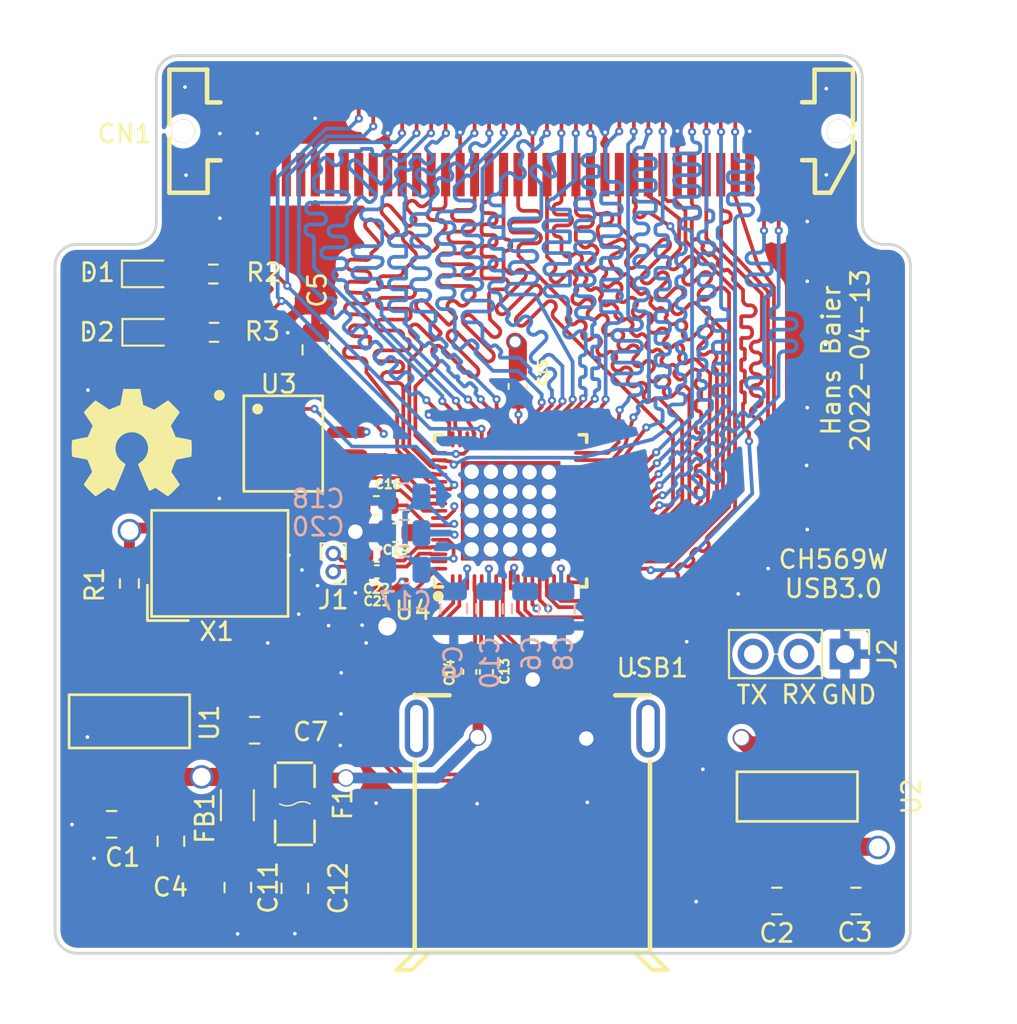
<source format=kicad_pcb>
(kicad_pcb (version 20211014) (generator pcbnew)
  (layers (0 "F.Cu" signal) (1 "In1.Cu" signal) (2 "In2.Cu" signal) (31 "B.Cu" signal) (34 "B.Paste" user) (35 "F.Paste" user) (36 "B.SilkS" user "B.Silkscreen") (37 "F.SilkS" user "F.Silkscreen") (38 "B.Mask" user) (39 "F.Mask" user) (44 "Edge.Cuts" user))
  (net 0 "")
  (net 1 "GND")
  (net 2 "+3V3")
  (net 3 "+5V")
  (net 23 "/5V_FILTER")
  (net 25 "Net-(D1-Pad2)")
  (net 26 "+1V2")
  (net 27 "/VIO")
  (net 28 "/SSTX-")
  (net 29 "/SSTX+")
  (net 30 "Net-(R1-Pad2)")
  (net 31 "/XI")
  (net 32 "/MISO")
  (net 33 "/MOSI")
  (net 34 "/SCLK")
  (net 35 "/CS")
  (net 36 "/HTCLK{slash}TIO")
  (net 37 "/HTACK{slash}TCK")
  (net 38 "/HTREQ")
  (net 39 "/HD2")
  (net 40 "/HTVLD")
  (net 41 "/HD18")
  (net 42 "/HD17")
  (net 43 "/HD16")
  (net 44 "/HD15")
  (net 45 "/HD14")
  (net 46 "/HD13")
  (net 47 "/HD12")
  (net 48 "/HD11")
  (net 49 "/HD10")
  (net 50 "/HD9")
  (net 51 "/HD8")
  (net 52 "/HD7")
  (net 53 "/HD6")
  (net 54 "/HD5")
  (net 55 "/HD4")
  (net 56 "/HD3")
  (net 57 "/HTRDY")
  (net 58 "/HD19")
  (net 59 "/HD20")
  (net 60 "/HD21")
  (net 61 "/HD23")
  (net 62 "/HD25")
  (net 63 "/HD27")
  (net 64 "/HD28")
  (net 65 "/LED1")
  (net 66 "/HD29")
  (net 67 "/LED2")
  (net 68 "/HD30")
  (net 69 "/HD31")
  (net 70 "/D+")
  (net 71 "/D-")
  (net 72 "/SSRX+")
  (net 73 "/SSRX-")
  (net 74 "/HRCLK")
  (net 75 "/HRACK")
  (net 76 "/TXD")
  (net 77 "/RXD")
  (net 78 "/HRVLD")
  (net 79 "/HD0")
  (net 80 "/HD1")
  (net 81 "/GX+")
  (net 82 "/STDA_SSTX-")
  (net 83 "/STDA_SSTX+")
  (net 84 "/VBUS")
  (net 85 "/HD22")
  (net 86 "/HD24")
  (net 87 "/HD26")
  (net 88 "/GX-")
  (net 90 "Net-(D2-Pad2)")
  (net 94 "Net-(J1-Pad1)")
  (net 95 "Net-(J1-Pad2)")
  (footprint "easyeda2kicad:CONN-SMD_BA42-80BT-1-NHB" (layer "F.Cu") (at 125.61 82.39 180)
    (fp_text reference "CN1")
    (fp_text value "BA42-80BT-1-NHB")
  )
  (footprint "Capacitor_SMD:C_0402_1005Metric" (layer "F.Cu") (at 123.3424 112.26 -90)
    (fp_text reference "C14")
    (fp_text value "100nF")
  )
  (footprint "Capacitor_SMD:C_0603_1608Metric" (layer "F.Cu") (at 119.25 104.57 180)
    (fp_text reference "C19")
    (fp_text value "3.3uF")
  )
  (footprint "Capacitor_SMD:C_0805_2012Metric" (layer "F.Cu") (at 106.8324 121.6152 90)
    (fp_text reference "C4")
    (fp_text value "10u")
  )
  (footprint "Capacitor_SMD:C_0603_1608Metric" (layer "F.Cu") (at 118.18 103.06 180)
    (fp_text reference "C16")
    (fp_text value "3.3uF")
  )
  (footprint "Capacitor_SMD:C_0805_2012Metric" (layer "F.Cu") (at 103.56 120.68)
    (fp_text reference "C1")
    (fp_text value "100n")
  )
  (footprint "Capacitor_SMD:C_0402_1005Metric" (layer "F.Cu") (at 124.2624 112.26 -90)
    (fp_text reference "C13")
    (fp_text value "100nF")
  )
  (footprint "Symbols:OSHW-Symbol_6.7x6mm_SilkScreen" (layer "F.Cu") (at 104.660749 99.603905)
    (fp_text reference "N1" hide)
    (fp_text value "OHWLOGO" hide)
  )
  (footprint "Capacitor_SMD:C_0805_2012Metric" (layer "F.Cu") (at 144.6784 124.9172 180)
    (fp_text reference "C3")
    (fp_text value "10u")
  )
  (footprint "Capacitor_SMD:C_0805_2012Metric" (layer "F.Cu") (at 114.84 94.47 90)
    (fp_text reference "C5")
    (fp_text value "100nF")
  )
  (footprint "LED_SMD:LED_0603_1608Metric" (layer "F.Cu") (at 105.635 93.5)
    (fp_text reference "D2")
    (fp_text value "yellow")
  )
  (footprint "LED_SMD:LED_0603_1608Metric" (layer "F.Cu") (at 105.615 90.27)
    (fp_text reference "D1")
    (fp_text value "blue")
  )
  (footprint "Capacitor_SMD:C_0805_2012Metric" (layer "F.Cu") (at 140.3096 124.9172)
    (fp_text reference "C2")
    (fp_text value "100n")
  )
  (footprint "Capacitor_SMD:C_0402_1005Metric" (layer "F.Cu") (at 118.2116 106.7308)
    (fp_text reference "C21")
    (fp_text value "100nF")
  )
  (footprint "Capacitor_SMD:C_0805_2012Metric" (layer "F.Cu") (at 113.68 124.22 90)
    (fp_text reference "C12")
    (fp_text value "10u")
  )
  (footprint "Resistor_SMD:R_0603_1608Metric" (layer "F.Cu") (at 104.54 107.375 -90)
    (fp_text reference "R1")
    (fp_text value "10k")
  )
  (footprint "Connector_PinHeader_2.54mm:PinHeader_1x03_P2.54mm_Vertical" (layer "F.Cu") (at 144.075 111.275 -90)
    (fp_text reference "J2")
    (fp_text value "Conn_01x03_Male")
  )
  (footprint "easyeda2kicad:OSC-SMD_4P-L7.0-W5.0-BL" (layer "F.Cu") (at 109.535 106.265)
    (fp_text reference "X1")
    (fp_text value "O705030MEEA4SC")
  )
  (footprint "Capacitor_SMD:C_0805_2012Metric" (layer "F.Cu") (at 111.455 115.4824 180)
    (fp_text reference "C7")
    (fp_text value "10n")
  )
  (footprint "easyeda2kicad:USB-A-SMD_U231-091N-4BLRA00-S-1" (layer "F.Cu") (at 126.8 114.810007)
    (fp_text reference "USB1")
    (fp_text value "U231-091N-4BLRA00-S-1")
  )
  (footprint "Resistor_SMD:R_0603_1608Metric" (layer "F.Cu") (at 109.215 93.5)
    (fp_text reference "R3")
    (fp_text value "1k")
  )
  (footprint "easyeda2kicad:SOT-223-4_L6.5-W3.5-P2.30-LS7.0-BR" (layer "F.Cu") (at 141.434 119.148 -90)
    (fp_text reference "U2")
    (fp_text value "AMS1117-1.2")
  )
  (footprint "Resistor_SMD:R_0603_1608Metric" (layer "F.Cu") (at 109.175 90.28)
    (fp_text reference "R2")
    (fp_text value "1k")
  )
  (footprint "easyeda2kicad:F1206" (layer "F.Cu") (at 113.68 119.5464 90)
    (fp_text reference "F1")
    (fp_text value "JK-NSMD050-30V")
  )
  (footprint "Capacitor_SMD:C_0603_1608Metric" (layer "F.Cu") (at 126 96.49 90)
    (fp_text reference "C15")
    (fp_text value "100nF")
  )
  (footprint "easyeda2kicad:SOIC-8_L5.3-W5.3-P1.27-LS8.0-BL" (layer "F.Cu") (at 113.04 99.6475 -90)
    (fp_text reference "U3")
    (fp_text value "W25Q32JVSSIQ")
  )
  (footprint "Capacitor_SMD:C_0402_1005Metric" (layer "F.Cu") (at 118.2116 105.8164)
    (fp_text reference "C22")
    (fp_text value "100nF")
  )
  (footprint "Connector_PinHeader_1.00mm:PinHeader_1x02_P1.00mm_Vertical" (layer "F.Cu") (at 115.7986 106.7228 180)
    (fp_text reference "J1")
    (fp_text value "Conn_01x02_Male")
  )
  (footprint "easyeda2kicad:SOT-223-3_L6.5-W3.4-P2.30-LS7.0-BR" (layer "F.Cu") (at 104.539 115.092 -90)
    (fp_text reference "U1")
    (fp_text value "AMS1117-3.3")
  )
  (footprint "easyeda2kicad:QFN-68_L8.0-W8.0-P0.40-BL-EP5.5" (layer "F.Cu") (at 125.6026 103.36)
    (fp_text reference "U4")
    (fp_text value "CH569W")
  )
  (footprint "Capacitor_SMD:C_0805_2012Metric" (layer "F.Cu") (at 110.5304 124.1692 -90)
    (fp_text reference "C11")
    (fp_text value "100nF")
  )
  (footprint "Inductor_SMD:L_1206_3216Metric" (layer "F.Cu") (at 110.505 119.6224 -90)
    (fp_text reference "FB1")
    (fp_text value "2A")
  )
  (footprint "Capacitor_SMD:C_0805_2012Metric" (layer "B.Cu") (at 126.41 108.77 -90)
    (fp_text reference "C6")
    (fp_text value "100nF")
  )
  (footprint "Capacitor_SMD:C_0805_2012Metric" (layer "B.Cu") (at 128.4 108.77 -90)
    (fp_text reference "C8")
    (fp_text value "100nF")
  )
  (footprint "Capacitor_SMD:C_0805_2012Metric" (layer "B.Cu") (at 119.72 102.58 180)
    (fp_text reference "C18")
    (fp_text value "100nF")
  )
  (footprint "Capacitor_SMD:C_0805_2012Metric" (layer "B.Cu") (at 124.43 108.77 -90)
    (fp_text reference "C10")
    (fp_text value "100nF")
  )
  (footprint "Capacitor_SMD:C_0805_2012Metric" (layer "B.Cu") (at 119.73 106.62 180)
    (fp_text reference "C17")
    (fp_text value "100nF")
  )
  (footprint "Capacitor_SMD:C_0805_2012Metric" (layer "B.Cu") (at 122.46 108.76 -90)
    (fp_text reference "C9")
    (fp_text value "100nF")
  )
  (footprint "Capacitor_SMD:C_0805_2012Metric" (layer "B.Cu") (at 119.72 104.6 180)
    (fp_text reference "C20")
    (fp_text value "100nF")
  )
  (gr_arc (start 146.228183 88.643395) (mid 145.379655 88.291923) (end 145.028183 87.443395) (layer "Edge.Cuts") (width 0.16))
  (gr_line (start 145.028183 79.417279) (end 145.028183 87.443395) (layer "Edge.Cuts") (width 0.16))
  (gr_arc (start 106.028338 79.417279) (mid 106.37981 78.568751) (end 107.228338 78.217279) (layer "Edge.Cuts") (width 0.16))
  (gr_line (start 106.028338 87.443395) (end 106.028338 79.417279) (layer "Edge.Cuts") (width 0.16))
  (gr_line (start 101.62878 88.643395) (end 104.828338 88.643395) (layer "Edge.Cuts") (width 0.16))
  (gr_line (start 147.688156 126.565943) (end 147.688156 89.843395) (layer "Edge.Cuts") (width 0.16))
  (gr_arc (start 100.42878 89.843395) (mid 100.780252 88.994867) (end 101.62878 88.643395) (layer "Edge.Cuts") (width 0.16))
  (gr_arc (start 106.028338 87.443395) (mid 105.676866 88.291923) (end 104.828338 88.643395) (layer "Edge.Cuts") (width 0.16))
  (gr_line (start 146.228183 88.643395) (end 146.488156 88.643395) (layer "Edge.Cuts") (width 0.16))
  (gr_line (start 101.667249 127.804412) (end 146.449687 127.804412) (layer "Edge.Cuts") (width 0.16))
  (gr_line (start 143.828183 78.217279) (end 107.228338 78.217279) (layer "Edge.Cuts") (width 0.16))
  (gr_arc (start 147.688156 126.565943) (mid 147.325417 127.441673) (end 146.449687 127.804412) (layer "Edge.Cuts") (width 0.16))
  (gr_arc (start 143.828183 78.217279) (mid 144.676711 78.568751) (end 145.028183 79.417279) (layer "Edge.Cuts") (width 0.16))
  (gr_arc (start 146.488156 88.643395) (mid 147.336684 88.994867) (end 147.688156 89.843395) (layer "Edge.Cuts") (width 0.16))
  (gr_arc (start 101.667249 127.804412) (mid 100.791519 127.441673) (end 100.42878 126.565943) (layer "Edge.Cuts") (width 0.16))
  (gr_line (start 100.42878 89.843395) (end 100.42878 126.565943) (layer "Edge.Cuts") (width 0.16))
  (gr_text "Hans Baier\n2022-04-13" (at 144.11 95.05 90) (layer "F.SilkS") (effects (font (size 1 1))))
  (gr_text "CH569W\nUSB3.0\n" (at 143.43 106.85) (layer "F.SilkS") (effects (font (size 1 1))))
  (gr_text "RX" (at 141.53 113.51) (layer "F.SilkS") (effects (font (size 1 1))))
  (gr_text "GND" (at 144.28 113.53) (layer "F.SilkS") (effects (font (size 1 1))))
  (gr_text "TX" (at 138.94 113.53) (layer "F.SilkS") (effects (font (size 1 1))))
  (segment (start 111.61 79.99) (end 111.61 84.79) (width 0.20574) (layer "F.Cu") (net 1))
  (segment (start 118.81 84.79) (end 118.81 82.49) (width 0.20574) (layer "F.Cu") (net 1))
  (segment (start 130.81 82.44) (end 130.81 79.99) (width 0.20574) (layer "F.Cu") (net 1))
  (segment (start 114.81 84.79) (end 114.81 79.99) (width 0.20574) (layer "F.Cu") (net 1))
  (segment (start 129.8 114.230007) (end 129.8 115.92) (width 0.6) (layer "F.Cu") (net 1))
  (segment (start 102.23 118.071) (end 102.239 118.062) (width 1) (layer "F.Cu") (net 1))
  (segment (start 118.475 104.57) (end 117.076887 104.57) (width 1) (layer "F.Cu") (net 1))
  (segment (start 118.81 79.99) (end 118.81 82.49) (width 0.20574) (layer "F.Cu") (net 1))
  (segment (start 102.61 120.2) (end 102.23 119.82) (width 1) (layer "F.Cu") (net 1))
  (segment (start 126 95.715) (end 126 94.172439) (width 1) (layer "F.Cu") (net 1))
  (segment (start 130.81 82.46) (end 130.82 82.45) (width 0.20574) (layer "F.Cu") (net 1))
  (segment (start 122.81 82.45) (end 122.81 79.99) (width 0.20574) (layer "F.Cu") (net 1))
  (segment (start 134.81 84.79) (end 134.81 79.99) (width 0.20574) (layer "F.Cu") (net 1))
  (segment (start 130.81 84.79) (end 130.81 82.46) (width 0.20574) (layer "F.Cu") (net 1))
  (segment (start 130.82 82.45) (end 130.81 82.44) (width 0.20574) (layer "F.Cu") (net 1))
  (segment (start 102.61 120.68) (end 102.61 120.2) (width 1) (layer "F.Cu") (net 1))
  (segment (start 139.12 124.98) (end 139.12 121.992) (width 1) (layer "F.Cu") (net 1))
  (segment (start 126.81 84.79) (end 126.81 79.99) (width 0.20574) (layer "F.Cu") (net 1))
  (segment (start 129.8 115.92) (end 129.78 115.94) (width 0.6) (layer "F.Cu") (net 1))
  (segment (start 122.81 84.79) (end 122.81 82.45) (width 0.20574) (layer "F.Cu") (net 1))
  (segment (start 126.8 112.7) (end 126.82 112.68) (width 0.6) (layer "F.Cu") (net 1))
  (segment (start 139.12 121.992) (end 139.134 121.978) (width 1) (layer "F.Cu") (net 1))
  (segment (start 102.23 119.82) (end 102.23 118.071) (width 1) (layer "F.Cu") (net 1))
  (segment (start 117.076887 104.57) (end 117.023147 104.51626) (width 1) (layer "F.Cu") (net 1))
  (segment (start 138.81 84.79) (end 138.81 79.99) (width 0.20574) (layer "F.Cu") (net 1))
  (segment (start 126 94.172439) (end 125.848191 94.02063) (width 1) (layer "F.Cu") (net 1))
  (segment (start 126.8 114.230007) (end 126.8 112.7) (width 0.6) (layer "F.Cu") (net 1))
  (via (at 110.52 126.73) (size 0.45) (drill 0.2) (layers "F.Cu" "B.Cu") (net 1))
  (via (at 126.81 82.46) (size 0.45) (drill 0.2) (layers "F.Cu" "B.Cu") (net 1))
  (via (at 117.023147 104.51626) (size 0.95) (drill 0.8) (layers "F.Cu" "B.Cu") (net 1))
  (via (at 127.7112 105.521) (size 0.95) (drill 0.8) (layers "F.Cu" "B.Cu") (net 1))
  (via (at 118.17 119.51) (size 0.45) (drill 0.2) (layers "F.Cu" "B.Cu") (net 1))
  (via (at 116.24 112.31) (size 0.45) (drill 0.2) (layers "F.Cu" "B.Cu") (net 1))
  (via (at 127.7112 104.4542) (size 0.95) (drill 0.8) (layers "F.Cu" "B.Cu") (net 1))
  (via (at 135.85 124.95) (size 0.45) (drill 0.2) (layers "F.Cu" "B.Cu") (net 1))
  (via (at 113.284 93.5228) (size 0.45) (drill 0.2) (layers "F.Cu" "B.Cu") (net 1))
  (via (at 123.444 103.362) (size 0.95) (drill 0.8) (layers "F.Cu" "B.Cu") (net 1))
  (via (at 130.82 82.45) (size 0.45) (drill 0.2) (layers "F.Cu" "B.Cu") (net 1))
  (via (at 113.68 126.72) (size 0.45) (drill 0.2) (layers "F.Cu" "B.Cu") (net 1))
  (via (at 109.54 82.52) (size 0.45) (drill 0.2) (layers "F.Cu" "B.Cu") (net 1))
  (via (at 102.58 122.56) (size 0.45) (drill 0.2) (layers "F.Cu" "B.Cu") (net 1))
  (via (at 139.827 106.553) (size 0.45) (drill 0.2) (layers "F.Cu" "B.Cu") (net 1))
  (via (at 118.79 109.75) (size 1.3) (drill 1) (layers "F.Cu" "B.Cu") (net 1))
  (via (at 129.78 115.94) (size 0.95) (drill 0.8) (layers "F.Cu" "B.Cu") (net 1))
  (via (at 114.0714 106.6292) (size 0.45) (drill 0.2) (layers "F.Cu" "B.Cu") (net 1))
  (via (at 124.5108 102.2952) (size 0.95) (drill 0.8) (layers "F.Cu" "B.Cu") (net 1))
  (via (at 117.62 110.66) (size 0.45) (drill 0.2) (layers "F.Cu" "B.Cu") (net 1))
  (via (at 126.6444 102.3206) (size 0.95) (drill 0.8) (layers "F.Cu" "B.Cu") (net 1))
  (via (at 109.51 102.68) (size 0.45) (drill 0.2) (layers "F.Cu" "B.Cu") (net 1))
  (via (at 102.32 90.18) (size 0.45) (drill 0.2) (layers "F.Cu" "B.Cu") (net 1))
  (via (at 141.986 90.678) (size 0.45) (drill 0.2) (layers "F.Cu" "B.Cu") (net 1))
  (via (at 123.75 119.54) (size 0.45) (drill 0.2) (layers "F.Cu" "B.Cu") (net 1))
  (via (at 135.33 110.59) (size 0.45) (drill 0.2) (layers "F.Cu" "B.Cu") (net 1))
  (via (at 124.5108 104.4288) (size 0.95) (drill 0.8) (layers "F.Cu" "B.Cu") (net 1))
  (via (at 123.444 104.4288) (size 0.95) (drill 0.8) (layers "F.Cu" "B.Cu") (net 1))
  (via (at 142.99 94.17) (size 0.45) (drill 0.2) (layers "F.Cu" "B.Cu") (net 1))
  (via (at 141.986 97.663) (size 0.45) (drill 0.2) (layers "F.Cu" "B.Cu") (net 1))
  (via (at 123.444 105.4956) (size 0.95) (drill 0.8) (layers "F.Cu" "B.Cu") (net 1))
  (via (at 114.8 81.68) (size 0.45) (drill 0.2) (layers "F.Cu" "B.Cu") (net 1))
  (via (at 125.5776 105.4956) (size 0.95) (drill 0.8) (layers "F.Cu" "B.Cu") (net 1))
  (via (at 109.54 87.2) (size 0.45) (drill 0.2) (layers "F.Cu" "B.Cu") (net 1))
  (via (at 141.953756 100.853519) (size 0.45) (drill 0.2) (layers "F.Cu" "B.Cu") (net 1))
  (via (at 113.8936 109.0676) (size 0.45) (drill 0.2) (layers "F.Cu" "B.Cu") (net 1))
  (via (at 116.23 114.58) (size 0.45) (drill 0.2) (layers "F.Cu" "B.Cu") (net 1))
  (via (at 123.444 102.2952) (size 0.95) (drill 0.8) (layers "F.Cu" "B.Cu") (net 1))
  (via (at 136.22 117.64) (size 0.45) (drill 0.2) (layers "F.Cu" "B.Cu") (net 1))
  (via (at 119.6086 107.2896) (size 0.45) (drill 0.2) (layers "F.Cu" "B.Cu") (net 1))
  (via (at 125.848191 94.02063) (size 0.75) (drill 0.6) (layers "F.Cu" "B.Cu") (net 1))
  (via (at 115.5446 109.7026) (size 0.45) (drill 0.2) (layers "F.Cu" "B.Cu") (net 1))
  (via (at 138.81 82.39) (size 0.45) (drill 0.2) (layers "F.Cu" "B.Cu") (net 1))
  (via (at 101.37 120.69) (size 0.45) (drill 0.2) (layers "F.Cu" "B.Cu") (net 1))
  (via (at 124.5108 101.203) (size 0.95) (drill 0.8) (layers "F.Cu" "B.Cu") (net 1))
  (via (at 129.84 119.47) (size 0.45) (drill 0.2) (layers "F.Cu" "B.Cu") (net 1))
  (via (at 116.19 116.32) (size 0.45) (drill 0.2) (layers "F.Cu" "B.Cu") (net 1))
  (via (at 102.22 115.86) (size 0.45) (drill 0.2) (layers "F.Cu" "B.Cu") (net 1))
  (via (at 107.67 84.82) (size 0.45) (drill 0.2) (layers "F.Cu" "B.Cu") (net 1))
  (via (at 111.61 82.5) (size 0.45) (drill 0.2) (layers "F.Cu" "B.Cu") (net 1))
  (via (at 114.935 107.4928) (size 0.45) (drill 0.2) (layers "F.Cu" "B.Cu") (net 1))
  (via (at 126.82 112.68) (size 0.95) (drill 0.8) (layers "F.Cu" "B.Cu") (net 1))
  (via (at 113.3602 105.8164) (size 0.45) (drill 0.2) (layers "F.Cu" "B.Cu") (net 1))
  (via (at 124.5108 103.362) (size 0.95) (drill 0.8) (layers "F.Cu" "B.Cu") (net 1))
  (via (at 125.5776 103.362) (size 0.95) (drill 0.8) (layers "F.Cu" "B.Cu") (net 1))
  (via (at 122.81 82.45) (size 0.45) (drill 0.2) (layers "F.Cu" "B.Cu") (net 1))
  (via (at 132.44 112.32) (size 0.45) (drill 0.2) (layers "F.Cu" "B.Cu") (net 1))
  (via (at 126.6444 103.3874) (size 0.95) (drill 0.8) (layers "F.Cu" "B.Cu") (net 1))
  (via (at 125.5776 102.2952) (size 0.95) (drill 0.8) (layers "F.Cu" "B.Cu") (net 1))
  (via (at 123.444 101.203) (size 0.95) (drill 0.8) (layers "F.Cu" "B.Cu") (net 1))
  (via (at 141.986 87.376) (size 0.45) (drill 0.2) (layers "F.Cu" "B.Cu") (net 1))
  (via (at 102.25 96.69) (size 0.45) (drill 0.2) (layers "F.Cu" "B.Cu") (net 1))
  (via (at 138.176 107.95) (size 0.45) (drill 0.2) (layers "F.Cu" "B.Cu") (net 1))
  (via (at 143.04 84.8) (size 0.45) (drill 0.2) (layers "F.Cu" "B.Cu") (net 1))
  (via (at 125.5776 104.4288) (size 0.95) (drill 0.8) (layers "F.Cu" "B.Cu") (net 1))
  (via (at 143.04 80.04) (size 0.45) (drill 0.2) (layers "F.Cu" "B.Cu") (net 1))
  (via (at 117.023147 107.893853) (size 0.45) (drill 0.2) (layers "F.Cu" "B.Cu") (net 1))
  (via (at 126.6444 105.521) (size 0.95) (drill 0.8) (layers "F.Cu" "B.Cu") (net 1))
  (via (at 102.27 93.47) (size 0.45) (drill 0.2) (layers "F.Cu" "B.Cu") (net 1))
  (via (at 127.7112 103.3874) (size 0.95) (drill 0.8) (layers "F.Cu" "B.Cu") (net 1))
  (via (at 117.3988 109.6772) (size 0.45) (drill 0.2) (layers "F.Cu" "B.Cu") (net 1))
  (via (at 121.08 98.06) (size 0.45) (drill 0.2) (layers "F.Cu" "B.Cu") (net 1))
  (via (at 134.81 82.38) (size 0.45) (drill 0.2) (layers "F.Cu" "B.Cu") (net 1))
  (via (at 141.986 104.394) (size 0.45) (drill 0.2) (layers "F.Cu" "B.Cu") (net 1))
  (via (at 124.5108 105.4956) (size 0.95) (drill 0.8) (layers "F.Cu" "B.Cu") (net 1))
  (via (at 107.61 79.95) (size 0.45) (drill 0.2) (layers "F.Cu" "B.Cu") (net 1))
  (via (at 126.6444 101.2284) (size 0.95) (drill 0.8) (layers "F.Cu" "B.Cu") (net 1))
  (via (at 126.6444 104.4542) (size 0.95) (drill 0.8) (layers "F.Cu" "B.Cu") (net 1))
  (via (at 112.18 110.66) (size 0.45) (drill 0.2) (layers "F.Cu" "B.Cu") (net 1))
  (via (at 118.81 82.49) (size 0.45) (drill 0.2) (layers "F.Cu" "B.Cu") (net 1))
  (via (at 125.5776 101.203) (size 0.95) (drill 0.8) (layers "F.Cu" "B.Cu") (net 1))
  (via (at 127.7112 102.3206) (size 0.95) (drill 0.8) (layers "F.Cu" "B.Cu") (net 1))
  (via (at 127.7112 101.2284) (size 0.95) (drill 0.8) (layers "F.Cu" "B.Cu") (net 1))
  (segment (start 118.78 106.62) (end 117.46 106.62) (width 1) (layer "B.Cu") (net 1))
  (segment (start 117.106887 104.6) (end 117.023147 104.51626) (width 1) (layer "B.Cu") (net 1))
  (segment (start 117.023147 108.193147) (end 117.023147 107.893853) (width 1) (layer "B.Cu") (net 1))
  (segment (start 128.4 109.72) (end 118.55 109.72) (width 1) (layer "B.Cu") (net 1))
  (segment (start 118.77 104.6) (end 117.106887 104.6) (width 1) (layer "B.Cu") (net 1))
  (segment (start 117.023147 107.893853) (end 117.023147 104.51626) (width 1) (layer "B.Cu") (net 1))
  (segment (start 117.25 102.58) (end 117.023147 102.806853) (width 1) (layer "B.Cu") (net 1))
  (segment (start 117.023147 102.806853) (end 117.023147 104.51626) (width 1) (layer "B.Cu") (net 1))
  (segment (start 118.55 109.72) (end 117.023147 108.193147) (width 1) (layer "B.Cu") (net 1))
  (segment (start 117.023147 106.183147) (end 117.023147 104.51626) (width 1) (layer "B.Cu") (net 1))
  (segment (start 118.77 102.58) (end 117.25 102.58) (width 1) (layer "B.Cu") (net 1))
  (segment (start 117.46 106.62) (end 117.023147 106.183147) (width 1) (layer "B.Cu") (net 1))
  (segment (start 104.685 104.315) (end 106.895 104.315) (width 0.6) (layer "F.Cu") (net 2))
  (segment (start 123.203 107.312) (end 123.203 106.553) (width 0.2) (layer "F.Cu") (net 2))
  (segment (start 108.015 100.2775) (end 109.51 100.2775) (width 1) (layer "F.Cu") (net 2))
  (segment (start 119.88 103.06) (end 118.955 103.06) (width 0.2) (layer "F.Cu") (net 2))
  (segment (start 104.51 120.68) (end 104.51 118.091) (width 1) (layer "F.Cu") (net 2))
  (segment (start 106.895 101.3975) (end 108.015 100.2775) (width 1) (layer "F.Cu") (net 2))
  (segment (start 123.203 106.553) (end 123.2 106.55) (width 0.2) (layer "F.Cu") (net 2))
  (segment (start 104.51 118.091) (end 104.539 118.062) (width 1) (layer "F.Cu") (net 2))
  (segment (start 122.134416 104.962) (end 122.45 105.277584) (width 0.20574) (layer "F.Cu") (net 2))
  (segment (start 104.54 104.46) (end 104.54 106.55) (width 0.6) (layer "F.Cu") (net 2))
  (segment (start 121.653 104.962) (end 122.134416 104.962) (width 0.20574) (layer "F.Cu") (net 2))
  (segment (start 102.39 110.54) (end 102.39 107.62) (width 1) (layer "F.Cu") (net 2))
  (segment (start 103.972 112.122) (end 102.39 110.54) (width 1) (layer "F.Cu") (net 2))
  (segment (start 116.5875 99) (end 116.57 99.0175) (width 0.2) (layer "F.Cu") (net 2))
  (segment (start 122.48 104.08) (end 122.449498 104.162) (width 0.2) (layer "F.Cu") (net 2))
  (segment (start 104.54 104.46) (end 104.685 104.315) (width 0.6) (layer "F.Cu") (net 2))
  (segment (start 122.449498 104.162) (end 120.982 104.162) (width 0.2) (layer "F.Cu") (net 2))
  (segment (start 102.39 107.62) (end 103.46 106.55) (width 1) (layer "F.Cu") (net 2))
  (segment (start 104.539 118.062) (end 104.539 112.122) (width 1) (layer "F.Cu") (net 2))
  (segment (start 117.64 99) (end 116.5875 99) (width 0.2) (layer "F.Cu") (net 2))
  (segment (start 103.46 106.55) (end 104.54 106.55) (width 1) (layer "F.Cu") (net 2))
  (segment (start 106.895 104.315) (end 106.895 101.3975) (width 1) (layer "F.Cu") (net 2))
  (segment (start 104.539 112.122) (end 103.972 112.122) (width 1) (layer "F.Cu") (net 2))
  (segment (start 122.45 105.277584) (end 122.45 106) (width 0.20574) (layer "F.Cu") (net 2))
  (segment (start 120.982 104.162) (end 119.88 103.06) (width 0.2) (layer "F.Cu") (net 2))
  (via (at 104.54 104.46) (size 1.3) (drill 1) (layers "F.Cu" "B.Cu") (net 2))
  (via (at 123.2 106.55) (size 0.45) (drill 0.2) (layers "F.Cu" "B.Cu") (net 2))
  (via (at 117.64 99) (size 0.45) (drill 0.2) (layers "F.Cu" "B.Cu") (net 2))
  (via (at 122.45 106) (size 0.45) (drill 0.2) (layers "F.Cu" "B.Cu") (net 2))
  (via (at 122.48 104.08) (size 0.45) (drill 0.2) (layers "F.Cu" "B.Cu") (net 2))
  (segment (start 122.45 106) (end 121.23 106) (width 0.20574) (layer "B.Cu") (net 2))
  (segment (start 122.11 104.11) (end 120.65 102.65) (width 0.2) (layer "B.Cu") (net 2))
  (segment (start 120.67 102.58) (end 119.77 103.48) (width 0.3) (layer "B.Cu") (net 2))
  (segment (start 121.23 106) (end 120.68 106.55) (width 0.20574) (layer "B.Cu") (net 2))
  (segment (start 121.27 106.62) (end 122.46 107.81) (width 0.3) (layer "B.Cu") (net 2))
  (segment (start 123.2 107.07) (end 122.46 107.81) (width 0.2) (layer "B.Cu") (net 2))
  (segment (start 119.77 105.71) (end 120.68 106.62) (width 0.3) (layer "B.Cu") (net 2))
  (segment (start 120.68 106.62) (end 121.27 106.62) (width 0.3) (layer "B.Cu") (net 2))
  (segment (start 123.2 106.55) (end 123.2 107.07) (width 0.2) (layer "B.Cu") (net 2))
  (segment (start 119.77 103.48) (end 119.77 105.71) (width 0.3) (layer "B.Cu") (net 2))
  (segment (start 122.48 104.08) (end 122.11 104.11) (width 0.2) (layer "B.Cu") (net 2))
  (segment (start 110.505 118.0474) (end 110.505 115.4824) (width 1) (layer "F.Cu") (net 3))
  (segment (start 106.8324 120.6652) (end 106.8324 118.0686) (width 1) (layer "F.Cu") (net 3))
  (segment (start 106.839 118.062) (end 108.528 118.062) (width 1) (layer "F.Cu") (net 3))
  (segment (start 143.8028 121.92) (end 145.8588 121.92) (width 1) (layer "F.Cu") (net 3))
  (segment (start 110.4904 118.062) (end 110.505 118.0474) (width 1) (layer "F.Cu") (net 3))
  (segment (start 106.8324 118.0686) (end 106.839 118.062) (width 1) (layer "F.Cu") (net 3))
  (segment (start 143.734 121.978) (end 143.734 124.9116) (width 1) (layer "F.Cu") (net 3))
  (segment (start 143.734 124.9116) (end 143.7284 124.9172) (width 1) (layer "F.Cu") (net 3))
  (segment (start 108.528 118.062) (end 110.4904 118.062) (width 1) (layer "F.Cu") (net 3))
  (via (at 108.528 118.062) (size 1.3) (drill 1) (layers "F.Cu" "B.Cu") (net 3))
  (via (at 145.8968 121.958) (size 1.3) (drill 1) (layers "F.Cu" "B.Cu") (net 3))
  (segment (start 110.505 121.1974) (end 110.505 123.1938) (width 1) (layer "F.Cu") (net 23))
  (segment (start 110.505 123.1938) (end 110.5304 123.2192) (width 1) (layer "F.Cu") (net 23))
  (segment (start 113.6292 123.2192) (end 113.68 123.27) (width 1) (layer "F.Cu") (net 23))
  (segment (start 110.5304 123.2192) (end 113.6292 123.2192) (width 1) (layer "F.Cu") (net 23))
  (segment (start 113.68 123.27) (end 113.68 120.9964) (width 1) (layer "F.Cu") (net 23))
  (segment (start 106.4025 90.27) (end 108.34 90.27) (width 0.6) (layer "F.Cu") (net 25))
  (segment (start 108.34 90.27) (end 108.35 90.28) (width 0.6) (layer "F.Cu") (net 25))
  (segment (start 122.376995 104.562) (end 120.033 104.562) (width 0.2) (layer "F.Cu") (net 26))
  (segment (start 125.603 106.757) (end 125.603 107.312) (width 0.2) (layer "F.Cu") (net 26))
  (segment (start 138.768 116.318) (end 138.36 115.91) (width 1) (layer "F.Cu") (net 26))
  (segment (start 125.79 106.51) (end 125.603 106.757) (width 0.2) (layer "F.Cu") (net 26))
  (segment (start 141.45 124.98) (end 141.45 121.994) (width 1) (layer "F.Cu") (net 26))
  (segment (start 122.5 104.68) (end 122.376995 104.562) (width 0.2) (layer "F.Cu") (net 26))
  (segment (start 124.4 106.56) (end 124.403 106.597) (width 0.2) (layer "F.Cu") (net 26))
  (segment (start 141.434 121.978) (end 141.434 116.318) (width 1) (layer "F.Cu") (net 26))
  (segment (start 120.033 104.562) (end 120.025 104.57) (width 0.2) (layer "F.Cu") (net 26))
  (segment (start 141.434 116.318) (end 138.768 116.318) (width 1) (layer "F.Cu") (net 26))
  (segment (start 124.403 106.597) (end 124.403 107.312) (width 0.2) (layer "F.Cu") (net 26))
  (segment (start 141.45 121.994) (end 141.434 121.978) (width 1) (layer "F.Cu") (net 26))
  (via (at 122.5 104.68) (size 0.45) (drill 0.2) (layers "F.Cu" "B.Cu") (net 26))
  (via (at 125.79 106.51) (size 0.45) (drill 0.2) (layers "F.Cu" "B.Cu") (net 26))
  (via (at 124.4 106.56) (size 0.45) (drill 0.2) (layers "F.Cu" "B.Cu") (net 26))
  (via (at 138.36 115.91) (size 0.95) (drill 0.8) (layers "F.Cu" "B.Cu") (net 26))
  (segment (start 122.5 104.68) (end 120.756503 104.686503) (width 0.2) (layer "B.Cu") (net 26))
  (segment (start 120.766959 104.503041) (end 120.67 104.6) (width 0.2) (layer "B.Cu") (net 26))
  (segment (start 125.79 106.51) (end 125.82 107.23) (width 0.2) (layer "B.Cu") (net 26))
  (segment (start 125.82 107.23) (end 126.41 107.82) (width 0.2) (layer "B.Cu") (net 26))
  (segment (start 124.41 107.8) (end 124.43 107.82) (width 0.2) (layer "B.Cu") (net 26))
  (segment (start 122.33 104.57) (end 122.263041 104.503041) (width 0.2) (layer "B.Cu") (net 26))
  (segment (start 124.4 106.56) (end 124.41 107.8) (width 0.2) (layer "B.Cu") (net 26))
  (segment (start 120.756503 104.686503) (end 120.67 104.6) (width 0.2) (layer "B.Cu") (net 26))
  (segment (start 122.263041 104.503041) (end 120.766959 104.503041) (width 0.2) (layer "B.Cu") (net 26))
  (segment (start 128.403 106.573) (end 128.38 106.55) (width 0.2) (layer "F.Cu") (net 27))
  (segment (start 122.49 103.336769) (end 122.064769 103.762) (width 0.2) (layer "F.Cu") (net 27))
  (segment (start 117.4575 97.7375) (end 116.57 97.7375) (width 0.20574) (layer "F.Cu") (net 27))
  (segment (start 126.003 99.412) (end 126.0348 98.044) (width 0.15) (layer "F.Cu") (net 27))
  (segment (start 122.49 103.11) (end 122.49 103.336769) (width 0.2) (layer "F.Cu") (net 27))
  (segment (start 116.57 97.7375) (end 116.57 96.48) (width 0.20574) (layer "F.Cu") (net 27))
  (segment (start 126.0348 98.044) (end 126 97.265) (width 0.20574) (layer "F.Cu") (net 27))
  (segment (start 118.59 99.11) (end 117.4575 97.7375) (width 0.20574) (layer "F.Cu") (net 27))
  (segment (start 116.57 96.48) (end 115.56 95.47) (width 0.20574) (layer "F.Cu") (net 27))
  (segment (start 128.403 107.312) (end 128.403 106.573) (width 0.2) (layer "F.Cu") (net 27))
  (segment (start 122.064769 103.762) (end 121.653 103.762) (width 0.2) (layer "F.Cu") (net 27))
  (via (at 126.0348 98.044) (size 0.45) (drill 0.2) (layers "F.Cu" "B.Cu") (net 27))
  (via (at 122.49 103.11) (size 0.45) (drill 0.2) (layers "F.Cu" "B.Cu") (net 27))
  (via (at 118.59 99.11) (size 0.45) (drill 0.2) (layers "F.Cu" "B.Cu") (net 27))
  (via (at 128.38 106.55) (size 0.45) (drill 0.2) (layers "F.Cu" "B.Cu") (net 27))
  (segment (start 128.38 107.8) (end 128.4 107.82) (width 0.2) (layer "B.Cu") (net 27))
  (segment (start 128.38 106.55) (end 128.38 107.8) (width 0.2) (layer "B.Cu") (net 27))
  (segment (start 123.96937 111.48697) (end 124.2624 111.78) (width 0.20574) (layer "F.Cu") (net 28))
  (segment (start 124.003 107.312) (end 124.003 107.762) (width 0.20574) (layer "F.Cu") (net 28))
  (segment (start 124.003 107.762) (end 123.96937 107.79563) (width 0.20574) (layer "F.Cu") (net 28))
  (segment (start 123.96937 107.79563) (end 123.96937 111.48697) (width 0.20574) (layer "F.Cu") (net 28))
  (segment (start 123.63663 107.79563) (end 123.63663 111.48577) (width 0.20574) (layer "F.Cu") (net 29))
  (segment (start 123.63663 111.48577) (end 123.3424 111.78) (width 0.20574) (layer "F.Cu") (net 29))
  (segment (start 123.603 107.312) (end 123.603 107.762) (width 0.20574) (layer "F.Cu") (net 29))
  (segment (start 123.603 107.762) (end 123.63663 107.79563) (width 0.20574) (layer "F.Cu") (net 29))
  (segment (start 106.88 108.2) (end 106.895 108.215) (width 0.6) (layer "F.Cu") (net 30))
  (segment (start 104.54 108.2) (end 106.88 108.2) (width 0.6) (layer "F.Cu") (net 30))
  (segment (start 121.508 106.562) (end 121.653 106.562) (width 0.20574) (layer "F.Cu") (net 31))
  (segment (start 112.175 106.0282) (end 114.9096 108.7628) (width 0.20574) (layer "F.Cu") (net 31))
  (segment (start 112.175 104.315) (end 112.175 106.0282) (width 0.20574) (layer "F.Cu") (net 31))
  (segment (start 114.9096 108.7628) (end 119.3072 108.7628) (width 0.20574) (layer "F.Cu") (net 31))
  (segment (start 119.3072 108.7628) (end 121.508 106.562) (width 0.20574) (layer "F.Cu") (net 31))
  (segment (start 113.72 102.24) (end 113.6 102.11) (width 0.2) (layer "F.Cu") (net 32))
  (segment (start 110.4575 99.0175) (end 109.51 99.0175) (width 0.2) (layer "F.Cu") (net 32))
  (segment (start 120.792 103.362) (end 119.51 102.22) (width 0.2) (layer "F.Cu") (net 32))
  (segment (start 119.51 102.22) (end 113.72 102.24) (width 0.2) (layer "F.Cu") (net 32))
  (segment (start 113.6 102.11) (end 110.4575 99.0175) (width 0.2) (layer "F.Cu") (net 32))
  (segment (start 121.653 103.362) (end 120.792 103.362) (width 0.2) (layer "F.Cu") (net 32))
  (segment (start 119.4425 101.5475) (end 116.57 101.5475) (width 0.2) (layer "F.Cu") (net 33))
  (segment (start 120.857 102.962) (end 119.4425 101.5475) (width 0.2) (layer "F.Cu") (net 33))
  (segment (start 121.653 102.962) (end 120.857 102.962) (width 0.2) (layer "F.Cu") (net 33))
  (segment (start 118.71276 100.2775) (end 118.6575 100.2775) (width 0.20574) (layer "F.Cu") (net 34))
  (segment (start 120.99726 102.562) (end 118.71276 100.2775) (width 0.20574) (layer "F.Cu") (net 34))
  (segment (start 118.6575 100.2775) (end 116.57 100.2775) (width 0.2) (layer "F.Cu") (net 34))
  (segment (start 121.653 102.562) (end 120.99726 102.562) (width 0.20574) (layer "F.Cu") (net 34))
  (segment (start 122.258 102.162) (end 122.49 101.93) (width 0.2) (layer "F.Cu") (net 35))
  (segment (start 111.6175 97.7375) (end 109.51 97.7375) (width 0.2) (layer "F.Cu") (net 35))
  (segment (start 121.653 102.162) (end 122.258 102.162) (width 0.2) (layer "F.Cu") (net 35))
  (segment (start 114.76 97.73) (end 111.6175 97.7375) (width 0.2) (layer "F.Cu") (net 35))
  (via (at 114.76 97.73) (size 0.45) (drill 0.2) (layers "F.Cu" "B.Cu") (net 35))
  (via (at 122.49 101.93) (size 0.45) (drill 0.2) (layers "F.Cu" "B.Cu") (net 35))
  (segment (start 116.841631 99.811631) (end 114.76 97.73) (width 0.2) (layer "B.Cu") (net 35))
  (segment (start 120.371631 99.811631) (end 116.841631 99.811631) (width 0.2) (layer "B.Cu") (net 35))
  (segment (start 122.49 101.93) (end 120.371631 99.811631) (width 0.2) (layer "B.Cu") (net 35))
  (segment (start 121.097424 101.762) (end 121.262 101.762) (width 0.20574) (layer "F.Cu") (net 36))
  (segment (start 118.532672 86.964867) (end 119.361691 87.900407) (width 0.20574) (layer "F.Cu") (net 36))
  (segment (start 117.802601 91.643822) (end 117.802603 91.643824) (width 0.20574) (layer "F.Cu") (net 36))
  (segment (start 117.854729 90.418821) (end 117.85473 90.418821) (width 0.20574) (layer "F.Cu") (net 36))
  (segment (start 119.877072 87.577322) (end 119.77759 87.465058) (width 0.20574) (layer "F.Cu") (net 36))
  (segment (start 117.751583 92.842738) (end 117.751583 92.842737) (width 0.20574) (layer "F.Cu") (net 36))
  (segment (start 117.63 95.7) (end 119.33 97.84) (width 0.20574) (layer "F.Cu") (net 36))
  (segment (start 119.35743 87.97099) (end 119.357431 87.970988) (width 0.20574) (layer "F.Cu") (net 36))
  (segment (start 119.777588 87.465056) (end 118.981731 86.566939) (width 0.20574) (layer "F.Cu") (net 36))
  (segment (start 117.843331 93.813993) (end 117.843331 93.813994) (width 0.20574) (layer "F.Cu") (net 36))
  (segment (start 117.843331 93.813994) (end 117.823474 94.280617) (width 0.20574) (layer "F.Cu") (net 36))
  (segment (start 117.490119 91.930798) (end 116.757827 91.899636) (width 0.20574) (layer "F.Cu") (net 36))
  (segment (start 117.751583 92.842737) (end 117.751586 92.842739) (width 0.20574) (layer "F.Cu") (net 36))
  (segment (start 116.680239 94.899046) (end 116.680239 94.899047) (width 0.20574) (layer "F.Cu") (net 36))
  (segment (start 119.357431 87.970988) (end 118.983215 88.302596) (width 0.20574) (layer "F.Cu") (net 36))
  (segment (start 119.33 99.994576) (end 121.097424 101.762) (width 0.20574) (layer "F.Cu") (net 36))
  (segment (start 116.680239 94.899047) (end 117.362575 94.928082) (width 0.20574) (layer "F.Cu") (net 36))
  (segment (start 117.802601 91.643823) (end 117.802601 91.643822) (width 0.20574) (layer "F.Cu") (net 36))
  (segment (start 120.47674 86.44467) (end 120.476741 86.444669) (width 0.20574) (layer "F.Cu") (net 36))
  (segment (start 116.496362 90.987696) (end 116.496362 90.987695) (width 0.20574) (layer "F.Cu") (net 36))
  (segment (start 116.732318 92.499093) (end 117.464609 92.530254) (width 0.20574) (layer "F.Cu") (net 36))
  (segment (start 116.445344 92.186611) (end 116.445344 92.18661) (width 0.20574) (layer "F.Cu") (net 36))
  (segment (start 117.649549 95.240565) (end 117.63 95.7) (width 0.20574) (layer "F.Cu") (net 36))
  (segment (start 120.313348 87.39114) (end 120.088818 87.590104) (width 0.20574) (layer "F.Cu") (net 36))
  (segment (start 118.879471 88.260913) (end 118.083614 87.362796) (width 0.20574) (layer "F.Cu") (net 36))
  (segment (start 118.912632 88.298335) (end 118.912635 88.298334) (width 0.20574) (layer "F.Cu") (net 36))
  (segment (start 116.835465 90.075175) (end 116.835465 90.075176) (width 0.20574) (layer "F.Cu") (net 36))
  (segment (start 117.541137 90.731883) (end 116.808845 90.700721) (width 0.20574) (layer "F.Cu") (net 36))
  (segment (start 116.783336 91.300177) (end 116.783336 91.300178) (width 0.20574) (layer "F.Cu") (net 36))
  (segment (start 117.64955 95.240565) (end 117.649549 95.240565) (width 0.20574) (layer "F.Cu") (net 36))
  (segment (start 117.854731 90.418822) (end 117.853621 90.444909) (width 0.20574) (layer "F.Cu") (net 36))
  (segment (start 118.912635 88.298334) (end 118.879471 88.260913) (width 0.20574) (layer "F.Cu") (net 36))
  (segment (start 121.21 86.19574) (end 120.900235 86.470235) (width 0.20574) (layer "F.Cu") (net 36))
  (segment (start 116.694057 93.39828) (end 116.694056 93.39828) (width 0.20574) (layer "F.Cu") (net 36))
  (segment (start 116.783336 91.300178) (end 117.515627 91.331339) (width 0.20574) (layer "F.Cu") (net 36))
  (segment (start 119.928199 86.730332) (end 120.32613 87.179393) (width 0.20574) (layer "F.Cu") (net 36))
  (segment (start 118.205882 88.857804) (end 117.91 89.12) (width 0.20574) (layer "F.Cu") (net 36))
  (segment (start 117.91 89.12) (end 117.90575 89.219908) (width 0.20574) (layer "F.Cu") (net 36))
  (segment (start 116.835465 90.075176) (end 117.567756 90.106338) (width 0.20574) (layer "F.Cu") (net 36))
  (segment (start 119.9282 86.730332) (end 119.928199 86.730332) (width 0.20574) (layer "F.Cu") (net 36))
  (segment (start 117.634555 87.760724) (end 118.231447 88.434311) (width 0.20574) (layer "F.Cu") (net 36))
  (segment (start 116.732318 92.499092) (end 116.732318 92.499093) (width 0.20574) (layer "F.Cu") (net 36))
  (segment (start 117.593266 89.506882) (end 116.860974 89.475719) (width 0.20574) (layer "F.Cu") (net 36))
  (segment (start 117.439102 93.129713) (end 117.006539 93.111306) (width 0.20574) (layer "F.Cu") (net 36))
  (segment (start 119.33 97.84) (end 119.33 99.994576) (width 0.20574) (layer "F.Cu") (net 36))
  (segment (start 119.77759 87.465058) (end 119.777588 87.465056) (width 0.20574) (layer "F.Cu") (net 36))
  (segment (start 116.98103 93.710762) (end 116.98103 93.710763) (width 0.20574) (layer "F.Cu") (net 36))
  (segment (start 117.687815 94.34138) (end 117.687814 94.34138) (width 0.20574) (layer "F.Cu") (net 36))
  (segment (start 117.754231 94.344206) (end 117.687815 94.34138) (width 0.20574) (layer "F.Cu") (net 36))
  (segment (start 117.687814 94.34138) (end 116.705748 94.299589) (width 0.20574) (layer "F.Cu") (net 36))
  (segment (start 118.532673 86.964867) (end 118.532672 86.964867) (width 0.20574) (layer "F.Cu") (net 36))
  (segment (start 121.21 84.79) (end 121.21 86.19574) (width 0.20574) (layer "F.Cu") (net 36))
  (segment (start 120.476741 86.444669) (end 120.377258 86.332404) (width 0.20574) (layer "F.Cu") (net 36))
  (segment (start 120.313346 87.391139) (end 120.313348 87.39114) (width 0.20574) (layer "F.Cu") (net 36))
  (segment (start 116.98103 93.710763) (end 117.779739 93.744749) (width 0.20574) (layer "F.Cu") (net 36))
  (segment (start 117.85473 90.418821) (end 117.854731 90.418822) (width 0.20574) (layer "F.Cu") (net 36))
  (segment (start 116.548491 89.762694) (end 116.548491 89.762693) (width 0.20574) (layer "F.Cu") (net 36))
  (segment (start 117.634556 87.760724) (end 117.634555 87.760724) (width 0.20574) (layer "F.Cu") (net 36))
  (arc (start 116.860974 89.475719) (mid 116.645298 89.554489) (end 116.548491 89.762694) (width 0.20574) (layer "F.Cu") (net 36))
  (arc (start 119.361691 87.900407) (mid 119.37418 87.93658) (end 119.35743 87.97099) (width 0.20574) (layer "F.Cu") (net 36))
  (arc (start 117.751586 92.842739) (mid 117.654778 93.050944) (end 117.439102 93.129713) (width 0.20574) (layer "F.Cu") (net 36))
  (arc (start 116.393265 94.586564) (mid 116.472035 94.802239) (end 116.680239 94.899046) (width 0.20574) (layer "F.Cu") (net 36))
  (arc (start 117.006539 93.111306) (mid 116.790864 93.190076) (end 116.694057 93.39828) (width 0.20574) (layer "F.Cu") (net 36))
  (arc (start 116.548491 89.762693) (mid 116.627261 89.978368) (end 116.835465 90.075175) (width 0.20574) (layer "F.Cu") (net 36))
  (arc (start 116.445344 92.18661) (mid 116.524114 92.402285) (end 116.732318 92.499092) (width 0.20574) (layer "F.Cu") (net 36))
  (arc (start 117.853621 90.444909) (mid 117.756813 90.653114) (end 117.541137 90.731883) (width 0.20574) (layer "F.Cu") (net 36))
  (arc (start 117.823474 94.280617) (mid 117.802023 94.326753) (end 117.754231 94.344206) (width 0.20574) (layer "F.Cu") (net 36))
  (arc (start 117.567756 90.106338) (mid 117.77596 90.203145) (end 117.854729 90.418821) (width 0.20574) (layer "F.Cu") (net 36))
  (arc (start 118.981731 86.566939) (mid 118.775279 86.466448) (end 118.558238 86.541374) (width 0.20574) (layer "F.Cu") (net 36))
  (arc (start 116.496362 90.987695) (mid 116.575132 91.20337) (end 116.783336 91.300177) (width 0.20574) (layer "F.Cu") (net 36))
  (arc (start 120.377258 86.332404) (mid 120.170806 86.231913) (end 119.953765 86.306839) (width 0.20574) (layer "F.Cu") (net 36))
  (arc (start 116.705748 94.299589) (mid 116.490072 94.378359) (end 116.393265 94.586564) (width 0.20574) (layer "F.Cu") (net 36))
  (arc (start 117.779739 93.744749) (mid 117.825875 93.766201) (end 117.843331 93.813993) (width 0.20574) (layer "F.Cu") (net 36))
  (arc (start 116.808845 90.700721) (mid 116.593169 90.779491) (end 116.496362 90.987696) (width 0.20574) (layer "F.Cu") (net 36))
  (arc (start 118.558238 86.541374) (mid 118.457747 86.747826) (end 118.532673 86.964867) (width 0.20574) (layer "F.Cu") (net 36))
  (arc (start 117.90575 89.219908) (mid 117.808942 89.428113) (end 117.593266 89.506882) (width 0.20574) (layer "F.Cu") (net 36))
  (arc (start 120.088818 87.590104) (mid 119.980297 87.627568) (end 119.877072 87.577322) (width 0.20574) (layer "F.Cu") (net 36))
  (arc (start 117.515627 91.331339) (mid 117.723832 91.428147) (end 117.802601 91.643823) (width 0.20574) (layer "F.Cu") (net 36))
  (arc (start 116.694056 93.39828) (mid 116.772826 93.613955) (end 116.98103 93.710762) (width 0.20574) (layer "F.Cu") (net 36))
  (arc (start 117.362575 94.928082) (mid 117.57078 95.024889) (end 117.64955 95.240565) (width 0.20574) (layer "F.Cu") (net 36))
  (arc (start 117.802603 91.643824) (mid 117.705795 91.852029) (end 117.490119 91.930798) (width 0.20574) (layer "F.Cu") (net 36))
  (arc (start 118.083614 87.362796) (mid 117.877162 87.262305) (end 117.660121 87.337231) (width 0.20574) (layer "F.Cu") (net 36))
  (arc (start 120.900235 86.470235) (mid 120.683193 86.545161) (end 120.47674 86.44467) (width 0.20574) (layer "F.Cu") (net 36))
  (arc (start 119.953765 86.306839) (mid 119.853274 86.513291) (end 119.9282 86.730332) (width 0.20574) (layer "F.Cu") (net 36))
  (arc (start 116.757827 91.899636) (mid 116.542151 91.978406) (end 116.445344 92.186611) (width 0.20574) (layer "F.Cu") (net 36))
  (arc (start 117.464609 92.530254) (mid 117.672814 92.627062) (end 117.751583 92.842738) (width 0.20574) (layer "F.Cu") (net 36))
  (arc (start 120.32613 87.179393) (mid 120.363592 87.287914) (end 120.313346 87.391139) (width 0.20574) (layer "F.Cu") (net 36))
  (arc (start 117.660121 87.337231) (mid 117.55963 87.543683) (end 117.634556 87.760724) (width 0.20574) (layer "F.Cu") (net 36))
  (arc (start 118.231447 88.434311) (mid 118.306373 88.651352) (end 118.205882 88.857804) (width 0.20574) (layer "F.Cu") (net 36))
  (arc (start 118.983215 88.302596) (mid 118.947042 88.315085) (end 118.912632 88.298335) (width 0.20574) (layer "F.Cu") (net 36))
  (segment (start 118.371402 95.097749) (end 119.372251 95.097749) (width 0.20574) (layer "F.Cu") (net 37))
  (segment (start 119.672251 96.647749) (end 119.672251 99.866952) (width 0.20574) (layer "F.Cu") (net 37))
  (segment (start 121.090767 88.96268) (end 121.090767 88.962679) (width 0.20574) (layer "F.Cu") (net 37))
  (segment (start 119.872676 92.797749) (end 119.672251 92.797749) (width 0.20574) (layer "F.Cu") (net 37))
  (segment (start 120.295267 89.474731) (end 119.672251 90.097749) (width 0.20574) (layer "F.Cu") (net 37))
  (segment (start 122.01 87.65) (end 122.01 87.76) (width 0.20574) (layer "F.Cu") (net 37))
  (segment (start 119.847676 94.473173) (end 119.847675 94.473173) (width 0.20574) (layer "F.Cu") (net 37))
  (segment (start 121.02894 101.223641) (end 121.13 101.29) (width 0.20574) (layer "F.Cu") (net 37))
  (segment (start 121.515031 88.821857) (end 121.374209 88.96268) (width 0.20574) (layer "F.Cu") (net 37))
  (segment (start 119.372251 90.397749) (end 118.571402 90.397749) (width 0.20574) (layer "F.Cu") (net 37))
  (segment (start 118.571402 90.997749) (end 120.0231 90.997749) (width 0.20574) (layer "F.Cu") (net 37))
  (segment (start 121.309151 87.3) (end 121.71 87.3) (width 0.20574) (layer "F.Cu") (net 37))
  (segment (start 118.771402 96.297749) (end 119.372251 96.297749) (width 0.20574) (layer "F.Cu") (net 37))
  (segment (start 121.515029 88.538414) (end 121.51503 88.538415) (width 0.20574) (layer "F.Cu") (net 37))
  (segment (start 122.01 84.79) (end 122.01 86.4) (width 0.20574) (layer "F.Cu") (net 37))
  (segment (start 119.372251 95.697749) (end 118.771402 95.697749) (width 0.20574) (layer "F.Cu") (net 37))
  (segment (start 120.949046 88.820958) (end 120.931664 88.838336) (width 0.20574) (layer "F.Cu") (net 37))
  (segment (start 120.0731 92.398173) (end 120.0731 92.597325) (width 0.20574) (layer "F.Cu") (net 37))
  (segment (start 121.51503 88.821857) (end 121.515031 88.821857) (width 0.20574) (layer "F.Cu") (net 37))
  (segment (start 118.471402 93.397749) (end 119.372251 93.397749) (width 0.20574) (layer "F.Cu") (net 37))
  (segment (start 120.0231 94.048597) (end 120.0231 94.297749) (width 0.20574) (layer "F.Cu") (net 37))
  (segment (start 119.672251 96.597749) (end 119.672251 96.647749) (width 0.20574) (layer "F.Cu") (net 37))
  (segment (start 121.51503 88.538414) (end 121.515029 88.538414) (width 0.20574) (layer "F.Cu") (net 37))
  (segment (start 120.931664 88.838336) (end 120.153246 88.059918) (width 0.20574) (layer "F.Cu") (net 37))
  (segment (start 119.672251 94.497749) (end 118.371402 94.497749) (width 0.20574) (layer "F.Cu") (net 37))
  (segment (start 119.847675 94.473173) (end 119.672251 94.473173) (width 0.20574) (layer "F.Cu") (net 37))
  (segment (start 119.728982 88.484182) (end 120.295267 89.050467) (width 0.20574) (layer "F.Cu") (net 37))
  (segment (start 119.672251 99.866952) (end 121.02894 101.223641) (width 0.20574) (layer "F.Cu") (net 37))
  (segment (start 121.71 86.7) (end 121.309151 86.7) (width 0.20574) (layer "F.Cu") (net 37))
  (segment (start 119.847675 93.873173) (end 119.847676 93.873173) (width 0.20574) (layer "F.Cu") (net 37))
  (segment (start 119.672251 94.473173) (end 119.672251 94.497749) (width 0.20574) (layer "F.Cu") (net 37))
  (segment (start 119.672251 92.797749) (end 118.471402 92.797749) (width 0.20574) (layer "F.Cu") (net 37))
  (segment (start 119.672251 92.197749) (end 119.872676 92.197749) (width 0.20574) (layer "F.Cu") (net 37))
  (segment (start 121.13 101.29) (end 121.653 101.362) (width 0.20574) (layer "F.Cu") (net 37))
  (segment (start 121.090767 88.962679) (end 120.949046 88.820958) (width 0.20574) (layer "F.Cu") (net 37))
  (segment (start 118.521402 91.597749) (end 120.0231 91.597749) (width 0.20574) (layer "F.Cu") (net 37))
  (segment (start 118.521402 92.197749) (end 119.672251 92.197749) (width 0.20574) (layer "F.Cu") (net 37))
  (segment (start 122.01 87.6) (end 122.01 87.65) (width 0.20574) (layer "F.Cu") (net 37))
  (segment (start 122.01 87.76) (end 121.51503 88.25497) (width 0.20574) (layer "F.Cu") (net 37))
  (arc (start 118.471402 92.797749) (mid 118.25927 92.885617) (end 118.171402 93.097749) (width 0.20574) (layer "F.Cu") (net 37))
  (arc (start 118.471402 95.997749) (mid 118.55927 96.209881) (end 118.771402 96.297749) (width 0.20574) (layer "F.Cu") (net 37))
  (arc (start 121.009151 87) (mid 121.097019 87.212132) (end 121.309151 87.3) (width 0.20574) (layer "F.Cu") (net 37))
  (arc (start 120.0231 90.997749) (mid 120.235232 91.085617) (end 120.3231 91.297749) (width 0.20574) (layer "F.Cu") (net 37))
  (arc (start 118.371402 94.497749) (mid 118.15927 94.585617) (end 118.071402 94.797749) (width 0.20574) (layer "F.Cu") (net 37))
  (arc (start 119.872676 92.197749) (mid 120.014397 92.256452) (end 120.0731 92.398173) (width 0.20574) (layer "F.Cu") (net 37))
  (arc (start 119.372251 95.097749) (mid 119.584383 95.185617) (end 119.672251 95.397749) (width 0.20574) (layer "F.Cu") (net 37))
  (arc (start 119.672251 90.097749) (mid 119.584383 90.309881) (end 119.372251 90.397749) (width 0.20574) (layer "F.Cu") (net 37))
  (arc (start 119.672251 95.397749) (mid 119.584383 95.609881) (end 119.372251 95.697749) (width 0.20574) (layer "F.Cu") (net 37))
  (arc (start 118.521402 91.597749) (mid 118.30927 91.685617) (end 118.221402 91.897749) (width 0.20574) (layer "F.Cu") (net 37))
  (arc (start 121.309151 86.7) (mid 121.097019 86.787868) (end 121.009151 87) (width 0.20574) (layer "F.Cu") (net 37))
  (arc (start 118.071402 94.797749) (mid 118.15927 95.009881) (end 118.371402 95.097749) (width 0.20574) (layer "F.Cu") (net 37))
  (arc (start 120.3231 91.297749) (mid 120.235232 91.509881) (end 120.0231 91.597749) (width 0.20574) (layer "F.Cu") (net 37))
  (arc (start 118.771402 95.697749) (mid 118.55927 95.785617) (end 118.471402 95.997749) (width 0.20574) (layer "F.Cu") (net 37))
  (arc (start 118.271402 90.697749) (mid 118.35927 90.909881) (end 118.571402 90.997749) (width 0.20574) (layer "F.Cu") (net 37))
  (arc (start 119.372251 96.297749) (mid 119.584383 96.385617) (end 119.672251 96.597749) (width 0.20574) (layer "F.Cu") (net 37))
  (arc (start 122.01 86.4) (mid 121.922132 86.612132) (end 121.71 86.7) (width 0.20574) (layer "F.Cu") (net 37))
  (arc (start 119.372251 93.397749) (mid 119.584383 93.485617) (end 119.672251 93.697749) (width 0.20574) (layer "F.Cu") (net 37))
  (arc (start 119.672251 93.697749) (mid 119.723632 93.821792) (end 119.847675 93.873173) (width 0.20574) (layer "F.Cu") (net 37))
  (arc (start 120.153246 88.059918) (mid 119.941114 87.97205) (end 119.728982 88.059918) (width 0.20574) (layer "F.Cu") (net 37))
  (arc (start 120.0231 94.297749) (mid 119.971719 94.421792) (end 119.847676 94.473173) (width 0.20574) (layer "F.Cu") (net 37))
  (arc (start 120.295267 89.050467) (mid 120.383135 89.262599) (end 120.295267 89.474731) (width 0.20574) (layer "F.Cu") (net 37))
  (arc (start 118.171402 93.097749) (mid 118.25927 93.309881) (end 118.471402 93.397749) (width 0.20574) (layer "F.Cu") (net 37))
  (arc (start 121.51503 88.538415) (mid 121.573733 88.680136) (end 121.51503 88.821857) (width 0.20574) (layer "F.Cu") (net 37))
  (arc (start 118.571402 90.397749) (mid 118.35927 90.485617) (end 118.271402 90.697749) (width 0.20574) (layer "F.Cu") (net 37))
  (arc (start 121.374209 88.96268) (mid 121.232488 89.021383) (end 121.090767 88.96268) (width 0.20574) (layer "F.Cu") (net 37))
  (arc (start 118.221402 91.897749) (mid 118.30927 92.109881) (end 118.521402 92.197749) (width 0.20574) (layer "F.Cu") (net 37))
  (arc (start 121.71 87.3) (mid 121.922132 87.387868) (end 122.01 87.6) (width 0.20574) (layer "F.Cu") (net 37))
  (arc (start 119.847676 93.873173) (mid 119.971719 93.924554) (end 120.0231 94.048597) (width 0.20574) (layer "F.Cu") (net 37))
  (arc (start 121.51503 88.25497) (mid 121.456326 88.396693) (end 121.51503 88.538414) (width 0.20574) (layer "F.Cu") (net 37))
  (arc (start 120.0731 92.597325) (mid 120.014397 92.739046) (end 119.872676 92.797749) (width 0.20574) (layer "F.Cu") (net 37))
  (arc (start 119.728982 88.059918) (mid 119.641114 88.27205) (end 119.728982 88.484182) (width 0.20574) (layer "F.Cu") (net 37))
  (segment (start 123.61 91.29) (end 123.61 91.49) (width 0.20574) (layer "F.Cu") (net 38))
  (segment (start 122.66 87.34) (end 123.31 87.34) (width 0.20574) (layer "F.Cu") (net 38))
  (segment (start 120.004502 95.095498) (end 120.004502 99.729329) (width 0.20574) (layer "F.Cu") (net 38))
  (segment (start 122.567021 92.745113) (end 122.567022 92.745112) (width 0.20574) (layer "F.Cu") (net 38))
  (segment (start 122.142757 93.063312) (end 122.089724 93.010279) (width 0.20574) (layer "F.Cu") (net 38))
  (segment (start 122.46 88.54) (end 123.31 88.54) (width 0.20574) (layer "F.Cu") (net 38))
  (segment (start 123.31 86.74) (end 122.66 86.74) (width 0.20574) (layer "F.Cu") (net 38))
  (segment (start 123.31 90.34) (end 121.91 90.34) (width 0.20574) (layer "F.Cu") (net 38))
  (segment (start 120.004502 99.729329) (end 121.166563 100.89139) (width 0.20574) (layer "F.Cu") (net 38))
  (segment (start 120.463376 92.23246) (end 121.665457 93.434541) (width 0.20574) (layer "F.Cu") (net 38))
  (segment (start 123.31 87.94) (end 122.46 87.94) (width 0.20574) (layer "F.Cu") (net 38))
  (segment (start 122.72612 91.949615) (end 122.620053 91.843548) (width 0.20574) (layer "F.Cu") (net 38))
  (segment (start 121.665457 93.434541) (end 121.718492 93.487576) (width 0.20574) (layer "F.Cu") (net 38))
  (segment (start 120.109821 93.575965) (end 120.604795 94.070939) (width 0.20574) (layer "F.Cu") (net 38))
  (segment (start 121.91 90.94) (end 123.31 90.94) (width 0.20574) (layer "F.Cu") (net 38))
  (segment (start 122.301855 92.373878) (end 122.567022 92.639046) (width 0.20574) (layer "F.Cu") (net 38))
  (segment (start 121.718491 93.593643) (end 121.718492 93.593642) (width 0.20574) (layer "F.Cu") (net 38))
  (segment (start 122.567022 92.745112) (end 122.248823 93.063312) (width 0.20574) (layer "F.Cu") (net 38))
  (segment (start 121.58239 100.89139) (end 121.653 100.962) (width 0.20574) (layer "F.Cu") (net 38))
  (segment (start 123.31 89.14) (end 121.91 89.14) (width 0.20574) (layer "F.Cu") (net 38))
  (segment (start 122.089722 93.010278) (end 120.88764 91.808196) (width 0.20574) (layer "F.Cu") (net 38))
  (segment (start 121.166563 100.89139) (end 121.58239 100.89139) (width 0.20574) (layer "F.Cu") (net 38))
  (segment (start 121.241194 93.858809) (end 121.241192 93.858808) (width 0.20574) (layer "F.Cu") (net 38))
  (segment (start 122.726119 91.949615) (end 122.72612 91.949615) (width 0.20574) (layer "F.Cu") (net 38))
  (segment (start 123.61 84.79) (end 123.61 86.44) (width 0.20574) (layer "F.Cu") (net 38))
  (segment (start 122.195788 91.843549) (end 122.195789 91.843548) (width 0.20574) (layer "F.Cu") (net 38))
  (segment (start 121.241192 93.858808) (end 120.534085 93.151701) (width 0.20574) (layer "F.Cu") (net 38))
  (segment (start 121.718492 93.593642) (end 121.400293 93.911842) (width 0.20574) (layer "F.Cu") (net 38))
  (segment (start 123.61 91.24) (end 123.61 91.29) (width 0.20574) (layer "F.Cu") (net 38))
  (segment (start 122.089724 93.010279) (end 122.089722 93.010278) (width 0.20574) (layer "F.Cu") (net 38))
  (segment (start 122.195789 92.267812) (end 122.301855 92.373878) (width 0.20574) (layer "F.Cu") (net 38))
  (segment (start 121.294227 93.911842) (end 121.241194 93.858809) (width 0.20574) (layer "F.Cu") (net 38))
  (segment (start 123.61 91.49) (end 123.150385 91.949615) (width 0.20574) (layer "F.Cu") (net 38))
  (segment (start 121.91 89.74) (end 123.31 89.74) (width 0.20574) (layer "F.Cu") (net 38))
  (segment (start 120.604795 94.495203) (end 120.004502 95.095498) (width 0.20574) (layer "F.Cu") (net 38))
  (arc (start 122.36 87.04) (mid 122.447868 87.252132) (end 122.66 87.34) (width 0.20574) (layer "F.Cu") (net 38))
  (arc (start 121.91 90.34) (mid 121.697868 90.427868) (end 121.61 90.64) (width 0.20574) (layer "F.Cu") (net 38))
  (arc (start 123.61 87.64) (mid 123.522132 87.852132) (end 123.31 87.94) (width 0.20574) (layer "F.Cu") (net 38))
  (arc (start 122.620053 91.843548) (mid 122.40792 91.75568) (end 122.195788 91.843549) (width 0.20574) (layer "F.Cu") (net 38))
  (arc (start 122.567022 92.639046) (mid 122.588988 92.692081) (end 122.567021 92.745113) (width 0.20574) (layer "F.Cu") (net 38))
  (arc (start 121.61 90.64) (mid 121.697868 90.852132) (end 121.91 90.94) (width 0.20574) (layer "F.Cu") (net 38))
  (arc (start 121.400293 93.911842) (mid 121.34726 93.933809) (end 121.294227 93.911842) (width 0.20574) (layer "F.Cu") (net 38))
  (arc (start 122.248823 93.063312) (mid 122.19579 93.085279) (end 122.142757 93.063312) (width 0.20574) (layer "F.Cu") (net 38))
  (arc (start 120.604795 94.070939) (mid 120.692663 94.283071) (end 120.604795 94.495203) (width 0.20574) (layer "F.Cu") (net 38))
  (arc (start 122.46 87.94) (mid 122.247868 88.027868) (end 122.16 88.24) (width 0.20574) (layer "F.Cu") (net 38))
  (arc (start 123.31 88.54) (mid 123.522132 88.627868) (end 123.61 88.84) (width 0.20574) (layer "F.Cu") (net 38))
  (arc (start 122.195789 91.843548) (mid 122.107921 92.05568) (end 122.195789 92.267812) (width 0.20574) (layer "F.Cu") (net 38))
  (arc (start 123.31 87.34) (mid 123.522132 87.427868) (end 123.61 87.64) (width 0.20574) (layer "F.Cu") (net 38))
  (arc (start 123.150385 91.949615) (mid 122.938252 92.037483) (end 122.726119 91.949615) (width 0.20574) (layer "F.Cu") (net 38))
  (arc (start 120.534085 93.151701) (mid 120.321953 93.063833) (end 120.109821 93.151701) (width 0.20574) (layer "F.Cu") (net 38))
  (arc (start 123.61 88.84) (mid 123.522132 89.052132) (end 123.31 89.14) (width 0.20574) (layer "F.Cu") (net 38))
  (arc (start 123.31 89.74) (mid 123.522132 89.827868) (end 123.61 90.04) (width 0.20574) (layer "F.Cu") (net 38))
  (arc (start 121.91 89.14) (mid 121.697868 89.227868) (end 121.61 89.44) (width 0.20574) (layer "F.Cu") (net 38))
  (arc (start 120.109821 93.151701) (mid 120.021953 93.363833) (end 120.109821 93.575965) (width 0.20574) (layer "F.Cu") (net 38))
  (arc (start 122.16 88.24) (mid 122.247868 88.452132) (end 122.46 88.54) (width 0.20574) (layer "F.Cu") (net 38))
  (arc (start 120.88764 91.808196) (mid 120.675508 91.720328) (end 120.463376 91.808196) (width 0.20574) (layer "F.Cu") (net 38))
  (arc (start 123.61 90.04) (mid 123.522132 90.252132) (end 123.31 90.34) (width 0.20574) (layer "F.Cu") (net 38))
  (arc (start 121.718492 93.487576) (mid 121.740458 93.540611) (end 121.718491 93.593643) (width 0.20574) (layer "F.Cu") (net 38))
  (arc (start 123.31 90.94) (mid 123.522132 91.027868) (end 123.61 91.24) (width 0.20574) (layer "F.Cu") (net 38))
  (arc (start 120.463376 91.808196) (mid 120.375508 92.020328) (end 120.463376 92.23246) (width 0.20574) (layer "F.Cu") (net 38))
  (arc (start 121.61 89.44) (mid 121.697868 89.652132) (end 121.91 89.74) (width 0.20574) (layer "F.Cu") (net 38))
  (arc (start 123.61 86.44) (mid 123.522132 86.652132) (end 123.31 86.74) (width 0.20574) (layer "F.Cu") (net 38))
  (arc (start 122.66 86.74) (mid 122.447868 86.827868) (end 122.36 87.04) (width 0.20574) (layer "F.Cu") (net 38))
  (segment (start 133.370754 86.949159) (end 133.40226 86.969904) (width 0.20574) (layer "F.Cu") (net 39))
  (segment (start 132.981336 87.029368) (end 132.981337 87.029368) (width 0.20574) (layer "F.Cu") (net 39))
  (segment (start 132.480207 86.699417) (end 132.480208 86.699417) (width 0.20574) (layer "F.Cu") (net 39))
  (segment (start 132.560416 87.088833) (end 132.560416 87.088834) (width 0.20574) (layer "F.Cu") (net 39))
  (segment (start 133.370753 86.94916) (end 133.370754 86.949159) (width 0.20574) (layer "F.Cu") (net 39))
  (segment (start 133.40226 86.969904) (end 134.42 87.64) (width 0.20574) (layer "F.Cu") (net 39))
  (segment (start 132.560416 87.088834) (end 132.59192 87.109576) (width 0.20574) (layer "F.Cu") (net 39))
  (segment (start 122.3 100.64) (end 121.653 100.562) (width 0.20574) (layer "F.Cu") (net 39))
  (segment (start 132.41 84.79) (end 132.4 86.31) (width 0.20574) (layer "F.Cu") (net 39))
  (segment (start 122.46 100.81) (end 122.3 100.64) (width 0.20574) (layer "F.Cu") (net 39))
  (via (at 122.46 100.81) (size 0.45) (drill 0.2) (layers "F.Cu" "B.Cu") (net 39))
  (via (at 134.42 87.64) (size 0.45) (drill 0.2) (layers "F.Cu" "B.Cu") (net 39))
  (arc (start 132.480208 86.699417) (mid 132.439661 86.910737) (end 132.560416 87.088833) (width 0.20574) (layer "F.Cu") (net 39))
  (arc (start 132.981337 87.029368) (mid 133.159433 86.908613) (end 133.370753 86.94916) (width 0.20574) (layer "F.Cu") (net 39))
  (arc (start 132.59192 87.109576) (mid 132.80324 87.150123) (end 132.981336 87.029368) (width 0.20574) (layer "F.Cu") (net 39))
  (arc (start 132.4 86.31) (mid 132.520754 86.488097) (end 132.480207 86.699417) (width 0.20574) (layer "F.Cu") (net 39))
  (segment (start 130.135 100.275) (end 133.45 99.41) (width 0.20574) (layer "B.Cu") (net 39))
  (segment (start 135.011961 92.208216) (end 135.01196 92.208216) (width 0.20574) (layer "B.Cu") (net 39))
  (segment (start 135.264709 92.556237) (end 135.263921 92.45624) (width 0.20574) (layer "B.Cu") (net 39))
  (segment (start 134.73126 88.310305) (end 134.731261 88.310304) (width 0.20574) (layer "B.Cu") (net 39))
  (segment (start 123.35 100.42) (end 129.42 100.43) (width 0.20574) (layer "B.Cu") (net 39))
  (segment (start 133.800063 99.150405) (end 134.34 98.75) (width 0.20574) (layer "B.Cu") (net 39))
  (segment (start 134.797007 96.660048) (end 134.797008 96.660048) (width 0.20574) (layer "B.Cu") (net 39))
  (segment (start 135.283606 94.956163) (end 135.282818 94.856166) (width 0.20574) (layer "B.Cu") (net 39))
  (segment (start 135.015503 95.833301) (end 135.015504 95.833301) (width 0.20574) (layer "B.Cu") (net 39))
  (segment (start 134.788738 95.610079) (end 134.788739 95.610079) (width 0.20574) (layer "B.Cu") (net 39))
  (segment (start 134.578512 97.486797) (end 135.028497 97.483252) (width 0.20574) (layer "B.Cu") (net 39))
  (segment (start 129.42 100.43) (end 130.135 100.275) (width 0.20574) (layer "B.Cu") (net 39))
  (segment (start 134.778895 94.360118) (end 134.778896 94.360118) (width 0.20574) (layer "B.Cu") (net 39))
  (segment (start 134.993064 89.80829) (end 134.993063 89.80829) (width 0.20574) (layer "B.Cu") (net 39))
  (segment (start 135.030858 94.608142) (end 135.030857 94.608142) (width 0.20574) (layer "B.Cu") (net 39))
  (segment (start 135.285969 88.905956) (end 135.285575 88.855957) (width 0.20574) (layer "B.Cu") (net 39))
  (segment (start 134.356471 97.863555) (end 134.356472 97.863556) (width 0.20574) (layer "B.Cu") (net 39))
  (segment (start 134.741102 89.560266) (end 134.740317 89.46027) (width 0.20574) (layer "B.Cu") (net 39))
  (segment (start 133.45 99.41) (end 133.800063 99.150405) (width 0.20574) (layer "B.Cu") (net 39))
  (segment (start 135.274157 93.7562) (end 135.273369 93.656203) (width 0.20574) (layer "B.Cu") (net 39))
  (segment (start 134.731261 88.310304) (end 134.73 88.15) (width 0.20574) (layer "B.Cu") (net 39))
  (segment (start 122.46 100.81) (end 123.18 100.44) (width 0.20574) (layer "B.Cu") (net 39))
  (segment (start 135.002512 91.008253) (end 135.002511 91.008253) (width 0.20574) (layer "B.Cu") (net 39))
  (segment (start 134.769446 93.160155) (end 134.769447 93.160155) (width 0.20574) (layer "B.Cu") (net 39))
  (segment (start 135.24345 96.206518) (end 135.242268 96.056522) (width 0.20574) (layer "B.Cu") (net 39))
  (segment (start 134.67806 88.064548) (end 134.42 87.64) (width 0.20574) (layer "B.Cu") (net 39))
  (segment (start 135.008418 88.58313) (end 135.008418 88.583131) (width 0.20574) (layer "B.Cu") (net 39))
  (segment (start 134.741101 89.560266) (end 134.741102 89.560266) (width 0.20574) (layer "B.Cu") (net 39))
  (segment (start 135.26471 92.556236) (end 135.264709 92.556237) (width 0.20574) (layer "B.Cu") (net 39))
  (segment (start 135.274158 93.756199) (end 135.274157 93.7562) (width 0.20574) (layer "B.Cu") (net 39))
  (segment (start 134.759999 91.960192) (end 134.759214 91.860196) (width 0.20574) (layer "B.Cu") (net 39))
  (segment (start 134.778896 94.360118) (end 134.778111 94.260122) (width 0.20574) (layer "B.Cu") (net 39))
  (segment (start 135.013142 89.183113) (end 135.013143 89.183113) (width 0.20574) (layer "B.Cu") (net 39))
  (segment (start 134.73 88.15) (end 134.67806 88.064548) (width 0.20574) (layer "B.Cu") (net 39))
  (segment (start 134.34 98.75) (end 134.81 98.31) (width 0.20574) (layer "B.Cu") (net 39))
  (segment (start 135.283607 94.956162) (end 135.283606 94.956163) (width 0.20574) (layer "B.Cu") (net 39))
  (segment (start 134.797006 96.660048) (end 134.797007 96.660048) (width 0.20574) (layer "B.Cu") (net 39))
  (segment (start 135.245812 90.156311) (end 135.245024 90.056314) (width 0.20574) (layer "B.Cu") (net 39))
  (segment (start 135.023771 96.88327) (end 135.023772 96.88327) (width 0.20574) (layer "B.Cu") (net 39))
  (segment (start 123.16 100.45) (end 123.35 100.42) (width 0.20574) (layer "B.Cu") (net 39))
  (segment (start 134.356472 97.863556) (end 134.355292 97.71356) (width 0.20574) (layer "B.Cu") (net 39))
  (segment (start 134.759998 91.960192) (end 134.759999 91.960192) (width 0.20574) (layer "B.Cu") (net 39))
  (segment (start 135.243451 96.206517) (end 135.24345 96.206518) (width 0.20574) (layer "B.Cu") (net 39))
  (segment (start 135.021409 93.408179) (end 135.021408 93.408179) (width 0.20574) (layer "B.Cu") (net 39))
  (segment (start 135.255261 91.356273) (end 135.25526 91.356274) (width 0.20574) (layer "B.Cu") (net 39))
  (segment (start 135.251718 97.256487) (end 135.250536 97.106491) (width 0.20574) (layer "B.Cu") (net 39))
  (segment (start 134.788739 95.610079) (end 134.78756 95.460085) (width 0.20574) (layer "B.Cu") (net 39))
  (segment (start 134.750549 90.760229) (end 134.75055 90.760229) (width 0.20574) (layer "B.Cu") (net 39))
  (segment (start 135.285969 88.905955) (end 135.285969 88.905956) (width 0.20574) (layer "B.Cu") (net 39))
  (segment (start 135.25526 91.356274) (end 135.254472 91.256277) (width 0.20574) (layer "B.Cu") (net 39))
  (segment (start 134.578513 97.486797) (end 134.578512 97.486797) (width 0.20574) (layer "B.Cu") (net 39))
  (segment (start 134.769447 93.160155) (end 134.768663 93.060159) (width 0.20574) (layer "B.Cu") (net 39))
  (segment (start 123.18 100.44) (end 123.16 100.45) (width 0.20574) (layer "B.Cu") (net 39))
  (segment (start 135.245813 90.15631) (end 135.245812 90.156311) (width 0.20574) (layer "B.Cu") (net 39))
  (segment (start 134.75055 90.760229) (end 134.749766 90.660233) (width 0.20574) (layer "B.Cu") (net 39))
  (arc (start 134.355292 97.71356) (mid 134.419938 97.553947) (end 134.578513 97.486797) (width 0.20574) (layer "B.Cu") (net 39))
  (arc (start 134.768663 93.060159) (mid 134.840492 92.882811) (end 135.016686 92.808198) (width 0.20574) (layer "B.Cu") (net 39))
  (arc (start 134.993063 89.80829) (mid 134.815715 89.736461) (end 134.741101 89.560266) (width 0.20574) (layer "B.Cu") (net 39))
  (arc (start 135.008418 88.583131) (mid 134.813335 88.504119) (end 134.73126 88.310305) (width 0.20574) (layer "B.Cu") (net 39))
  (arc (start 135.020229 96.433283) (mid 135.178805 96.366131) (end 135.243451 96.206517) (width 0.20574) (layer "B.Cu") (net 39))
  (arc (start 134.78756 95.460085) (mid 134.859389 95.282737) (end 135.035583 95.208124) (width 0.20574) (layer "B.Cu") (net 39))
  (arc (start 135.030857 94.608142) (mid 134.853509 94.536313) (end 134.778895 94.360118) (width 0.20574) (layer "B.Cu") (net 39))
  (arc (start 135.026134 94.008161) (mid 135.202329 93.933547) (end 135.274158 93.756199) (width 0.20574) (layer "B.Cu") (net 39))
  (arc (start 135.002511 91.008253) (mid 134.825163 90.936424) (end 134.750549 90.760229) (width 0.20574) (layer "B.Cu") (net 39))
  (arc (start 135.282818 94.856166) (mid 135.208205 94.679971) (end 135.030858 94.608142) (width 0.20574) (layer "B.Cu") (net 39))
  (arc (start 135.007237 91.608235) (mid 135.183432 91.533621) (end 135.255261 91.356273) (width 0.20574) (layer "B.Cu") (net 39))
  (arc (start 134.759214 91.860196) (mid 134.831043 91.682848) (end 135.007237 91.608235) (width 0.20574) (layer "B.Cu") (net 39))
  (arc (start 135.016686 92.808198) (mid 135.192881 92.733584) (end 135.26471 92.556236) (width 0.20574) (layer "B.Cu") (net 39))
  (arc (start 135.035583 95.208124) (mid 135.211778 95.13351) (end 135.283607 94.956162) (width 0.20574) (layer "B.Cu") (net 39))
  (arc (start 135.254472 91.256277) (mid 135.179859 91.080082) (end 135.002512 91.008253) (width 0.20574) (layer "B.Cu") (net 39))
  (arc (start 134.778111 94.260122) (mid 134.84994 94.082774) (end 135.026134 94.008161) (width 0.20574) (layer "B.Cu") (net 39))
  (arc (start 135.263921 92.45624) (mid 135.189308 92.280045) (end 135.011961 92.208216) (width 0.20574) (layer "B.Cu") (net 39))
  (arc (start 135.013143 89.183113) (mid 135.206957 89.101038) (end 135.285969 88.905955) (width 0.20574) (layer "B.Cu") (net 39))
  (arc (start 135.021408 93.408179) (mid 134.84406 93.33635) (end 134.769446 93.160155) (width 0.20574) (layer "B.Cu") (net 39))
  (arc (start 135.245024 90.056314) (mid 135.170411 89.880119) (end 134.993064 89.80829) (width 0.20574) (layer "B.Cu") (net 39))
  (arc (start 134.583235 98.086779) (mid 134.423623 98.022131) (end 134.356471 97.863555) (width 0.20574) (layer "B.Cu") (net 39))
  (arc (start 134.740317 89.46027) (mid 134.819328 89.265188) (end 135.013142 89.183113) (width 0.20574) (layer "B.Cu") (net 39))
  (arc (start 135.028497 97.483252) (mid 135.187072 97.4161) (end 135.251718 97.256487) (width 0.20574) (layer "B.Cu") (net 39))
  (arc (start 135.285575 88.855957) (mid 135.203501 88.662142) (end 135.008418 88.58313) (width 0.20574) (layer "B.Cu") (net 39))
  (arc (start 135.015504 95.833301) (mid 134.85589 95.768655) (end 134.788738 95.610079) (width 0.20574) (layer "B.Cu") (net 39))
  (arc (start 135.273369 93.656203) (mid 135.198756 93.480008) (end 135.021409 93.408179) (width 0.20574) (layer "B.Cu") (net 39))
  (arc (start 135.01196 92.208216) (mid 134.834612 92.136387) (end 134.759998 91.960192) (width 0.20574) (layer "B.Cu") (net 39))
  (arc (start 134.749766 90.660233) (mid 134.821595 90.482885) (end 134.997789 90.408272) (width 0.20574) (layer "B.Cu") (net 39))
  (arc (start 134.997789 90.408272) (mid 135.173984 90.333658) (end 135.245813 90.15631) (width 0.20574) (layer "B.Cu") (net 39))
  (arc (start 134.797008 96.660048) (mid 134.861654 96.500435) (end 135.020229 96.433283) (width 0.20574) (layer "B.Cu") (net 39))
  (arc (start 134.81 98.31) (mid 134.742848 98.151425) (end 134.583235 98.086779) (width 0.20574) (layer "B.Cu") (net 39))
  (arc (start 135.242268 96.056522) (mid 135.175116 95.897947) (end 135.015503 95.833301) (width 0.20574) (layer "B.Cu") (net 39))
  (arc (start 135.250536 97.106491) (mid 135.183384 96.947916) (end 135.023771 96.88327) (width 0.20574) (layer "B.Cu") (net 39))
  (arc (start 135.023772 96.88327) (mid 134.864158 96.818624) (end 134.797006 96.660048) (width 0.20574) (layer "B.Cu") (net 39))
  (segment (start 124.47 92.784266) (end 124.41 92.3) (width 0.20574) (layer "F.Cu") (net 40))
  (segment (start 124.827088 89.533544) (end 124.827088 89.716456) (width 0.20574) (layer "F.Cu") (net 40))
  (segment (start 123.992912 86.517088) (end 123.992912 86.7) (width 0.20574) (layer "F.Cu") (net 40))
  (segment (start 124.201456 89.925) (end 124.618544 89.925) (width 0.20574) (layer "F.Cu") (net 40))
  (segment (start 122.195173 93.903553) (end 123.73962 95.448) (width 0.20574) (layer "F.Cu") (net 40))
  (segment (start 121.346645 94.752081) (end 121.500149 94.905585) (width 0.20574) (layer "F.Cu") (net 40))
  (segment (start 120.336753 99.195753) (end 121.303 100.162) (width 0.20574) (layer "F.Cu") (net 40))
  (segment (start 124.41 86.925) (end 124.618544 86.925) (width 0.20574) (layer "F.Cu") (net 40))
  (segment (start 124.41 84.79) (end 124.41 86.1) (width 0.20574) (layer "F.Cu") (net 40))
  (segment (start 125.177088 91.125) (end 124.71 91.125) (width 0.20574) (layer "F.Cu") (net 40))
  (segment (start 124.827088 87.133544) (end 124.827088 87.316456) (width 0.20574) (layer "F.Cu") (net 40))
  (segment (start 120.336753 96.493247) (end 120.336753 99.195753) (width 0.20574) (layer "F.Cu") (net 40))
  (segment (start 123.992912 87.733544) (end 123.992912 87.916456) (width 0.20574) (layer "F.Cu") (net 40))
  (segment (start 124.201456 86.908544) (end 124.41 86.908544) (width 0.20574) (layer "F.Cu") (net 40))
  (segment (start 124.201456 88.125) (end 124.618544 88.125) (width 0.20574) (layer "F.Cu") (net 40))
  (segment (start 124.41 86.908544) (end 124.41 86.925) (width 0.20574) (layer "F.Cu") (net 40))
  (segment (start 123.043701 93.055025) (end 124.588148 94.599472) (width 0.20574) (layer "F.Cu") (net 40))
  (segment (start 123.992912 90.133544) (end 123.992912 90.316456) (width 0.20574) (layer "F.Cu") (net 40))
  (segment (start 123.467965 92.630761) (end 124.517438 93.680233) (width 0.20574) (layer "F.Cu") (net 40))
  (segment (start 124.41 91.425) (end 124.41 92.3) (width 0.20574) (layer "F.Cu") (net 40))
  (segment (start 124.201456 88.725) (end 124.618544 88.725) (width 0.20574) (layer "F.Cu") (net 40))
  (segment (start 121.303 100.162) (end 121.653 100.162) (width 0.20574) (layer "F.Cu") (net 40))
  (segment (start 124.201456 89.325) (end 124.618544 89.325) (width 0.20574) (layer "F.Cu") (net 40))
  (segment (start 124.201456 90.525) (end 125.177088 90.525) (width 0.20574) (layer "F.Cu") (net 40))
  (segment (start 123.992912 88.933544) (end 123.992912 89.116456) (width 0.20574) (layer "F.Cu") (net 40))
  (segment (start 122.619437 93.479289) (end 124.163884 95.023736) (width 0.20574) (layer "F.Cu") (net 40))
  (segment (start 124.201456 87.525) (end 124.618544 87.525) (width 0.20574) (layer "F.Cu") (net 40))
  (segment (start 124.469999 92.784266) (end 124.941702 93.255969) (width 0.20574) (layer "F.Cu") (net 40))
  (segment (start 120.336753 96.493247) (end 121.500149 95.329849) (width 0.20574) (layer "F.Cu") (net 40))
  (segment (start 121.770909 94.327817) (end 123.315356 95.872264) (width 0.20574) (layer "F.Cu") (net 40))
  (segment (start 124.827088 88.333544) (end 124.827088 88.516456) (width 0.20574) (layer "F.Cu") (net 40))
  (segment (start 124.47 92.784266) (end 124.469999 92.784266) (width 0.20574) (layer "F.Cu") (net 40))
  (arc (start 123.043701 92.630761) (mid 122.955833 92.842893) (end 123.043701 93.055025) (width 0.20574) (layer "F.Cu") (net 40))
  (arc (start 121.500149 94.905585) (mid 121.588017 95.117717) (end 121.500149 95.329849) (width 0.20574) (layer "F.Cu") (net 40))
  (arc (start 122.195173 93.479289) (mid 122.107305 93.691421) (end 122.195173 93.903553) (width 0.20574) (layer "F.Cu") (net 40))
  (arc (start 124.71 91.125) (mid 124.497868 91.212868) (end 124.41 91.425) (width 0.20574) (layer "F.Cu") (net 40))
  (arc (start 123.992912 86.7) (mid 124.053993 86.847463) (end 124.201456 86.908544) (width 0.20574) (layer "F.Cu") (net 40))
  (arc (start 124.827088 88.516456) (mid 124.766007 88.663919) (end 124.618544 88.725) (width 0.20574) (layer "F.Cu") (net 40))
  (arc (start 123.992912 90.316456) (mid 124.053993 90.463919) (end 124.201456 90.525) (width 0.20574) (layer "F.Cu") (net 40))
  (arc (start 123.73962 95.448) (mid 123.827488 95.660132) (end 123.73962 95.872264) (width 0.20574) (layer "F.Cu") (net 40))
  (arc (start 124.827088 87.316456) (mid 124.766007 87.463919) (end 124.618544 87.525) (width 0.20574) (layer "F.Cu") (net 40))
  (arc (start 124.201456 89.925) (mid 124.053993 89.986081) (end 123.992912 90.133544) (width 0.20574) (layer "F.Cu") (net 40))
  (arc (start 124.618544 89.325) (mid 124.766007 89.386081) (end 124.827088 89.533544) (width 0.20574) (layer "F.Cu") (net 40))
  (arc (start 124.201456 86.308544) (mid 124.053993 86.369625) (end 123.992912 86.517088) (width 0.20574) (layer "F.Cu") (net 40))
  (arc (start 124.618544 88.125) (mid 124.766007 88.186081) (end 124.827088 88.333544) (width 0.20574) (layer "F.Cu") (net 40))
  (arc (start 123.467965 92.630761) (mid 123.255833 92.542893) (end 123.043701 92.630761) (width 0.20574) (layer "F.Cu") (net 40))
  (arc (start 121.346645 94.327817) (mid 121.258777 94.539949) (end 121.346645 94.752081) (width 0.20574) (layer "F.Cu") (net 40))
  (arc (start 124.618544 86.925) (mid 124.766007 86.986081) (end 124.827088 87.133544) (width 0.20574) (layer "F.Cu") (net 40))
  (arc (start 125.477088 90.825) (mid 125.38922 91.037132) (end 125.177088 91.125) (width 0.20574) (layer "F.Cu") (net 40))
  (arc (start 124.941702 93.680233) (mid 124.72957 93.768101) (end 124.517438 93.680233) (width 0.20574) (layer "F.Cu") (net 40))
  (arc (start 125.177088 90.525) (mid 125.38922 90.612868) (end 125.477088 90.825) (width 0.20574) (layer "F.Cu") (net 40))
  (arc (start 123.992912 89.116456) (mid 124.053993 89.263919) (end 124.201456 89.325) (width 0.20574) (layer "F.Cu") (net 40))
  (arc (start 121.770909 94.327817) (mid 121.558777 94.239949) (end 121.346645 94.327817) (width 0.20574) (layer "F.Cu") (net 40))
  (arc (start 124.827088 89.716456) (mid 124.766007 89.863919) (end 124.618544 89.925) (width 0.20574) (layer "F.Cu") (net 40))
  (arc (start 122.619437 93.479289) (mid 122.407305 93.391421) (end 122.195173 93.479289) (width 0.20574) (layer "F.Cu") (net 40))
  (arc (start 124.201456 88.725) (mid 124.053993 88.786081) (end 123.992912 88.933544) (width 0.20574) (layer "F.Cu") (net 40))
  (arc (start 123.992912 87.916456) (mid 124.053993 88.063919) (end 124.201456 88.125) (width 0.20574) (layer "F.Cu") (net 40))
  (arc (start 124.201456 87.525) (mid 124.053993 87.586081) (end 123.992912 87.733544) (width 0.20574) (layer "F.Cu") (net 40))
  (arc (start 123.73962 95.872264) (mid 123.527488 95.960132) (end 123.315356 95.872264) (width 0.20574) (layer "F.Cu") (net 40))
  (arc (start 124.588148 95.023736) (mid 124.376016 95.111604) (end 124.163884 95.023736) (width 0.20574) (layer "F.Cu") (net 40))
  (arc (start 124.941702 93.255969) (mid 125.02957 93.468101) (end 124.941702 93.680233) (width 0.20574) (layer "F.Cu") (net 40))
  (arc (start 124.41 86.1) (mid 124.348919 86.247463) (end 124.201456 86.308544) (width 0.20574) (layer "F.Cu") (net 40))
  (arc (start 124.588148 94.599472) (mid 124.676016 94.811604) (end 124.588148 95.023736) (width 0.20574) (layer "F.Cu") (net 40))
  (segment (start 130.978 100.162) (end 129.553 100.162) (width 0.20574) (layer "F.Cu") (net 41))
  (segment (start 132.4 82.4) (end 132.41 82.39) (width 0.20574) (layer "F.Cu") (net 41))
  (segment (start 130.34 98.74) (end 130.14 98.69) (width 0.20574) (layer "F.Cu") (net 41))
  (segment (start 130.034663 98.698461) (end 129.958092 98.754092) (width 0.20574) (layer "F.Cu") (net 41))
  (segment (start 131.572 99.568) (end 130.978 100.162) (width 0.20574) (layer "F.Cu") (net 41))
  (segment (start 129.902461 98.830663) (end 129.873213 98.920677) (width 0.20574) (layer "F.Cu") (net 41))
  (segment (start 131.572 98.318) (end 131.572 98.368) (width 0.20574) (layer "F.Cu") (net 41))
  (segment (start 129.873213 98.920677) (end 129.872 98.968) (width 0.20574) (layer "F.Cu") (net 41))
  (segment (start 130.172 99.268) (end 131.272 99.268) (width 0.20574) (layer "F.Cu") (net 41))
  (segment (start 131.6228 97.79) (end 131.572 98.318) (width 0.20574) (layer "F.Cu") (net 41))
  (segment (start 132.41 82.39) (end 132.41 79.99) (width 0.20574) (layer "F.Cu") (net 41))
  (segment (start 131.272 98.668) (end 130.34 98.74) (width 0.20574) (layer "F.Cu") (net 41))
  (segment (start 129.958092 98.754092) (end 129.902461 98.830663) (width 0.20574) (layer "F.Cu") (net 41))
  (segment (start 130.14 98.69) (end 130.034663 98.698461) (width 0.20574) (layer "F.Cu") (net 41))
  (via (at 132.4 82.4) (size 0.45) (drill 0.2) (layers "F.Cu" "B.Cu") (net 41))
  (via (at 131.6228 97.79) (size 0.45) (drill 0.2) (layers "F.Cu" "B.Cu") (net 41))
  (arc (start 131.572 98.368) (mid 131.484132 98.580132) (end 131.272 98.668) (width 0.20574) (layer "F.Cu") (net 41))
  (arc (start 131.272 99.268) (mid 131.484132 99.355868) (end 131.572 99.568) (width 0.20574) (layer "F.Cu") (net 41))
  (arc (start 129.872 98.968) (mid 129.959868 99.180132) (end 130.172 99.268) (width 0.20574) (layer "F.Cu") (net 41))
  (segment (start 132.562964 95.172) (end 131.517036 95.172) (width 0.20574) (layer "B.Cu") (net 41))
  (segment (start 132.562964 92.772) (end 132.39 92.772) (width 0.20574) (layer "B.Cu") (net 41))
  (segment (start 132.09 83.11) (end 132.4 82.8) (width 0.20574) (layer "B.Cu") (net 41))
  (segment (start 132.4 82.8) (end 132.4 82.4) (width 0.20574) (layer "B.Cu") (net 41))
  (segment (start 131.517036 93.372) (end 132.562964 93.372) (width 0.20574) (layer "B.Cu") (net 41))
  (segment (start 132.09 92.472) (end 132.09 83.11) (width 0.20574) (layer "B.Cu") (net 41))
  (segment (start 131.517036 95.772) (end 132.562964 95.772) (width 0.20574) (layer "B.Cu") (net 41))
  (segment (start 131.6228 97.79) (end 132.09 97.272) (width 0.20574) (layer "B.Cu") (net 41))
  (segment (start 132.562964 96.372) (end 132.39 96.372) (width 0.20574) (layer "B.Cu") (net 41))
  (segment (start 132.562964 93.972) (end 131.517036 93.972) (width 0.20574) (layer "B.Cu") (net 41))
  (segment (start 132.39 96.972) (end 132.562964 96.972) (width 0.20574) (layer "B.Cu") (net 41))
  (segment (start 132.39 96.372) (end 131.517036 96.372) (width 0.20574) (layer "B.Cu") (net 41))
  (segment (start 131.517036 94.572) (end 132.562964 94.572) (width 0.20574) (layer "B.Cu") (net 41))
  (arc (start 131.217036 96.072) (mid 131.304904 95.859868) (end 131.517036 95.772) (width 0.20574) (layer "B.Cu") (net 41))
  (arc (start 132.862964 93.072) (mid 132.775096 92.859868) (end 132.562964 92.772) (width 0.20574) (layer "B.Cu") (net 41))
  (arc (start 132.562964 94.572) (mid 132.775096 94.484132) (end 132.862964 94.272) (width 0.20574) (layer "B.Cu") (net 41))
  (arc (start 131.217036 93.672) (mid 131.304904 93.459868) (end 131.517036 93.372) (width 0.20574) (layer "B.Cu") (net 41))
  (arc (start 132.862964 95.472) (mid 132.775096 95.259868) (end 132.562964 95.172) (width 0.20574) (layer "B.Cu") (net 41))
  (arc (start 131.517036 96.372) (mid 131.304904 96.284132) (end 131.217036 96.072) (width 0.20574) (layer "B.Cu") (net 41))
  (arc (start 131.517036 95.172) (mid 131.304904 95.084132) (end 131.217036 94.872) (width 0.20574) (layer "B.Cu") (net 41))
  (arc (start 132.562964 95.772) (mid 132.775096 95.684132) (end 132.862964 95.472) (width 0.20574) (layer "B.Cu") (net 41))
  (arc (start 132.562964 96.972) (mid 132.775096 96.884132) (end 132.862964 96.672) (width 0.20574) (layer "B.Cu") (net 41))
  (arc (start 131.517036 93.972) (mid 131.304904 93.884132) (end 131.217036 93.672) (width 0.20574) (layer "B.Cu") (net 41))
  (arc (start 132.39 92.772) (mid 132.177868 92.684132) (end 132.09 92.472) (width 0.20574) (layer "B.Cu") (net 41))
  (arc (start 132.562964 93.372) (mid 132.775096 93.284132) (end 132.862964 93.072) (width 0.20574) (layer "B.Cu") (net 41))
  (arc (start 132.09 97.272) (mid 132.177868 97.059868) (end 132.39 96.972) (width 0.20574) (layer "B.Cu") (net 41))
  (arc (start 132.862964 96.672) (mid 132.775096 96.459868) (end 132.562964 96.372) (width 0.20574) (layer "B.Cu") (net 41))
  (arc (start 132.862964 94.272) (mid 132.775096 94.059868) (end 132.562964 93.972) (width 0.20574) (layer "B.Cu") (net 41))
  (arc (start 131.217036 94.872) (mid 131.304904 94.659868) (end 131.517036 94.572) (width 0.20574) (layer "B.Cu") (net 41))
  (segment (start 132.073407 99.234374) (end 132.087774 99.186483) (width 0.20574) (layer "F.Cu") (net 42))
  (segment (start 131.9276 99.7204) (end 132.073407 99.234374) (width 0.20574) (layer "F.Cu") (net 42))
  (segment (start 129.553 100.562) (end 131.202845 100.562) (width 0.20574) (layer "F.Cu") (net 42))
  (segment (start 132.087774 99.186483) (end 132.3848 98.1964) (width 0.20574) (layer "F.Cu") (net 42))
  (segment (start 133.21 82.385) (end 133.21 79.99) (width 0.20574) (layer "F.Cu") (net 42))
  (segment (start 133.225 82.4) (end 133.21 82.385) (width 0.20574) (layer "F.Cu") (net 42))
  (segment (start 131.202845 100.562) (end 131.9276 99.7204) (width 0.20574) (layer "F.Cu") (net 42))
  (via (at 133.225 82.4) (size 0.45) (drill 0.2) (layers "F.Cu" "B.Cu") (net 42))
  (via (at 132.3848 98.1964) (size 0.45) (drill 0.2) (layers "F.Cu" "B.Cu") (net 42))
  (segment (start 133.2484 97.3328) (end 133.230355 92.784987) (width 0.20574) (layer "B.Cu") (net 42))
  (segment (start 133.230355 92.784987) (end 133.229761 92.63499) (width 0.20574) (layer "B.Cu") (net 42))
  (segment (start 133.229761 92.63499) (end 133.229759 92.634989) (width 0.20574) (layer "B.Cu") (net 42))
  (segment (start 132.725 89.285) (end 132.925 89.285) (width 0.20574) (layer "B.Cu") (net 42))
  (segment (start 132.725 88.085) (end 132.925 88.085) (width 0.20574) (layer "B.Cu") (net 42))
  (segment (start 132.728573 92.336975) (end 132.728574 92.336974) (width 0.20574) (layer "B.Cu") (net 42))
  (segment (start 133.625 84.285) (end 133.625 84.085) (width 0.20574) (layer "B.Cu") (net 42))
  (segment (start 132.925 91.085) (end 132.725 91.085) (width 0.20574) (layer "B.Cu") (net 42))
  (segment (start 132.925 88.685) (end 132.725 88.685) (width 0.20574) (layer "B.Cu") (net 42))
  (segment (start 132.726193 91.73698) (end 132.926192 91.736187) (width 0.20574) (layer "B.Cu") (net 42))
  (segment (start 132.649436 97.582365) (end 132.899003 97.332799) (width 0.20574) (layer "B.Cu") (net 42))
  (segment (start 133.225 91.435) (end 133.225 91.385) (width 0.20574) (layer "B.Cu") (net 42))
  (segment (start 133.425 85.085) (end 132.725 85.085) (width 0.20574) (layer "B.Cu") (net 42))
  (segment (start 132.725 83.285) (end 132.925 83.285) (width 0.20574) (layer "B.Cu") (net 42))
  (segment (start 133.625 86.685) (end 133.625 86.485) (width 0.20574) (layer "B.Cu") (net 42))
  (segment (start 132.925 87.485) (end 132.725 87.485) (width 0.20574) (layer "B.Cu") (net 42))
  (segment (start 132.725 86.885) (end 133.425 86.885) (width 0.20574) (layer "B.Cu") (net 42))
  (segment (start 132.925 83.285) (end 133.225 82.4) (width 0.20574) (layer "B.Cu") (net 42))
  (segment (start 132.725 84.485) (end 133.425 84.485) (width 0.20574) (layer "B.Cu") (net 42))
  (segment (start 132.399871 98.181328) (end 132.649436 97.931761) (width 0.20574) (layer "B.Cu") (net 42))
  (segment (start 132.926192 91.736187) (end 132.926192 91.736188) (width 0.20574) (layer "B.Cu") (net 42))
  (segment (start 132.427386 92.038168) (end 132.427385 92.038168) (width 0.20574) (layer "B.Cu") (net 42))
  (segment (start 132.725 85.685) (end 133.425 85.685) (width 0.20574) (layer "B.Cu") (net 42))
  (segment (start 133.425 86.285) (end 132.725 86.285) (width 0.20574) (layer "B.Cu") (net 42))
  (segment (start 132.3848 98.1964) (end 132.399871 98.181328) (width 0.20574) (layer "B.Cu") (net 42))
  (segment (start 132.725 90.485) (end 132.925 90.485) (width 0.20574) (layer "B.Cu") (net 42))
  (segment (start 133.425 83.885) (end 132.725 83.885) (width 0.20574) (layer "B.Cu") (net 42))
  (segment (start 132.925 89.885) (end 132.725 89.885) (width 0.20574) (layer "B.Cu") (net 42))
  (segment (start 133.073701 97.332799) (end 133.073702 97.3328) (width 0.20574) (layer "B.Cu") (net 42))
  (segment (start 133.625 85.485) (end 133.625 85.285) (width 0.20574) (layer "B.Cu") (net 42))
  (segment (start 132.928571 92.336181) (end 132.728573 92.336975) (width 0.20574) (layer "B.Cu") (net 42))
  (arc (start 132.725 87.485) (mid 132.512868 87.397132) (end 132.425 87.185) (width 0.20574) (layer "B.Cu") (net 42))
  (arc (start 132.728574 92.336974) (mid 132.516095 92.249949) (end 132.427386 92.038168) (width 0.20574) (layer "B.Cu") (net 42))
  (arc (start 132.425 85.985) (mid 132.512868 85.772868) (end 132.725 85.685) (width 0.20574) (layer "B.Cu") (net 42))
  (arc (start 132.425 90.785) (mid 132.512868 90.572868) (end 132.725 90.485) (width 0.20574) (layer "B.Cu") (net 42))
  (arc (start 132.725 85.085) (mid 132.512868 84.997132) (end 132.425 84.785) (width 0.20574) (layer "B.Cu") (net 42))
  (arc (start 133.073702 97.3328) (mid 133.161051 97.368981) (end 133.2484 97.3328) (width 0.20574) (layer "B.Cu") (net 42))
  (arc (start 132.925 88.085) (mid 133.137132 87.997132) (end 133.225 87.785) (width 0.20574) (layer "B.Cu") (net 42))
  (arc (start 132.725 86.285) (mid 132.512868 86.197132) (end 132.425 85.985) (width 0.20574) (layer "B.Cu") (net 42))
  (arc (start 133.225 88.985) (mid 133.137132 88.772868) (end 132.925 88.685) (width 0.20574) (layer "B.Cu") (net 42))
  (arc (start 133.225 91.385) (mid 133.137132 91.172868) (end 132.925 91.085) (width 0.20574) (layer "B.Cu") (net 42))
  (arc (start 132.427385 92.038168) (mid 132.514411 91.825689) (end 132.726193 91.73698) (width 0.20574) (layer "B.Cu") (net 42))
  (arc (start 132.649436 97.931761) (mid 132.685617 97.844412) (end 132.649436 97.757063) (width 0.20574) (layer "B.Cu") (net 42))
  (arc (start 132.925 89.285) (mid 133.137132 89.197132) (end 133.225 88.985) (width 0.20574) (layer "B.Cu") (net 42))
  (arc (start 132.925 90.485) (mid 133.137132 90.397132) (end 133.225 90.185) (width 0.20574) (layer "B.Cu") (net 42))
  (arc (start 132.725 89.885) (mid 132.512868 89.797132) (end 132.425 89.585) (width 0.20574) (layer "B.Cu") (net 42))
  (arc (start 133.625 84.085) (mid 133.566421 83.943579) (end 133.425 83.885) (width 0.20574) (layer "B.Cu") (net 42))
  (arc (start 132.425 87.185) (mid 132.512868 86.972868) (end 132.725 86.885) (width 0.20574) (layer "B.Cu") (net 42))
  (arc (start 133.425 86.885) (mid 133.566421 86.826421) (end 133.625 86.685) (width 0.20574) (layer "B.Cu") (net 42))
  (arc (start 133.625 86.485) (mid 133.566421 86.343579) (end 133.425 86.285) (width 0.20574) (layer "B.Cu") (net 42))
  (arc (start 133.425 84.485) (mid 133.566421 84.426421) (end 133.625 84.285) (width 0.20574) (layer "B.Cu") (net 42))
  (arc (start 132.926192 91.736188) (mid 133.137974 91.647479) (end 133.225 91.435) (width 0.20574) (layer "B.Cu") (net 42))
  (arc (start 132.725 91.085) (mid 132.512868 90.997132) (end 132.425 90.785) (width 0.20574) (layer "B.Cu") (net 42))
  (arc (start 133.625 85.285) (mid 133.566421 85.143579) (end 133.425 85.085) (width 0.20574) (layer "B.Cu") (net 42))
  (arc (start 133.225 90.185) (mid 133.137132 89.972868) (end 132.925 89.885) (width 0.20574) (layer "B.Cu") (net 42))
  (arc (start 132.725 83.885) (mid 132.512868 83.797132) (end 132.425 83.585) (width 0.20574) (layer "B.Cu") (net 42))
  (arc (start 133.425 85.685) (mid 133.566421 85.626421) (end 133.625 85.485) (width 0.20574) (layer "B.Cu") (net 42))
  (arc (start 133.225 87.785) (mid 133.137132 87.572868) (end 132.925 87.485) (width 0.20574) (layer "B.Cu") (net 42))
  (arc (start 133.229759 92.634989) (mid 133.14105 92.423207) (end 132.928571 92.336181) (width 0.20574) (layer "B.Cu") (net 42))
  (arc (start 132.425 89.585) (mid 132.512868 89.372868) (end 132.725 89.285) (width 0.20574) (layer "B.Cu") (net 42))
  (arc (start 132.899003 97.332799) (mid 132.986352 97.296618) (end 133.073701 97.332799) (width 0.20574) (layer "B.Cu") (net 42))
  (arc (start 132.425 84.785) (mid 132.512868 84.572868) (end 132.725 84.485) (width 0.20574) (layer "B.Cu") (net 42))
  (arc (start 132.649436 97.757063) (mid 132.613255 97.669714) (end 132.649436 97.582365) (width 0.20574) (layer "B.Cu") (net 42))
  (arc (start 132.425 83.585) (mid 132.512868 83.372868) (end 132.725 83.285) (width 0.20574) (layer "B.Cu") (net 42))
  (arc (start 132.425 88.385) (mid 132.512868 88.172868) (end 132.725 88.085) (width 0.20574) (layer "B.Cu") (net 42))
  (arc (start 132.725 88.685) (mid 132.512868 88.597132) (end 132.425 88.385) (width 0.20574) (layer "B.Cu") (net 42))
  (segment (start 131.445422 100.962) (end 129.553 100.962) (width 0.20574) (layer "F.Cu") (net 43))
  (segment (start 134.01 82.39) (end 134.01 79.99) (width 0.20574) (layer "F.Cu") (net 43))
  (segment (start 134 82.4) (end 134.01 82.39) (width 0.20574) (layer "F.Cu") (net 43))
  (segment (start 133.096 98.7552) (end 131.445422 100.962) (width 0.20574) (layer "F.Cu") (net 43))
  (via (at 133.096 98.7552) (size 0.45) (drill 0.2) (layers "F.Cu" "B.Cu") (net 43))
  (via (at 134 82.4) (size 0.45) (drill 0.2) (layers "F.Cu" "B.Cu") (net 43))
  (segment (start 134 95.332) (end 134.2 95.332) (width 0.20574) (layer "B.Cu") (net 43))
  (segment (start 133.6 91.332) (end 133.6 91.532) (width 0.20574) (layer "B.Cu") (net 43))
  (segment (start 134.4 95.532) (end 134.4 95.732) (width 0.20574) (layer "B.Cu") (net 43))
  (segment (start 133.6 88.932) (end 133.6 89.132) (width 0.20574) (layer "B.Cu") (net 43))
  (segment (start 134 89.332) (end 134.2 89.332) (width 0.20574) (layer "B.Cu") (net 43))
  (segment (start 133.6 93.732) (end 133.6 93.932) (width 0.20574) (layer "B.Cu") (net 43))
  (segment (start 133.8 92.932) (end 134 92.932) (width 0.20574) (layer "B.Cu") (net 43))
  (segment (start 134 98.407422) (end 133.096 98.7552) (width 0.20574) (layer "B.Cu") (net 43))
  (segment (start 134.2 91.132) (end 134 91.132) (width 0.20574) (layer "B.Cu") (net 43))
  (segment (start 133.6 97.332) (end 133.6 97.532) (width 0.20574) (layer "B.Cu") (net 43))
  (segment (start 134 93.532) (end 133.8 93.532) (width 0.20574) (layer "B.Cu") (net 43))
  (segment (start 133.8 90.532) (end 134 90.532) (width 0.20574) (layer "B.Cu") (net 43))
  (segment (start 134.4 90.732) (end 134.4 90.932) (width 0.20574) (layer "B.Cu") (net 43))
  (segment (start 134.4 91.932) (end 134.4 92.132) (width 0.20574) (layer "B.Cu") (net 43))
  (segment (start 134 90.532) (end 134.2 90.532) (width 0.20574) (layer "B.Cu") (net 43))
  (segment (start 134.15 88.732) (end 134 88.732) (width 0.20574) (layer "B.Cu") (net 43))
  (segment (start 134 82.4) (end 134 87.332) (width 0.20574) (layer "B.Cu") (net 43))
  (segment (start 134 95.932) (end 133.8 95.932) (width 0.20574) (layer "B.Cu") (net 43))
  (segment (start 133.8 95.332) (end 134 95.332) (width 0.20574) (layer "B.Cu") (net 43))
  (segment (start 133.6 96.132) (end 133.6 96.332) (width 0.20574) (layer "B.Cu") (net 43))
  (segment (start 134.4 93.132) (end 134.4 93.332) (width 0.20574) (layer "B.Cu") (net 43))
  (segment (start 134.2 92.332) (end 134 92.332) (width 0.20574) (layer "B.Cu") (net 43))
  (segment (start 133.6 94.932) (end 133.6 95.132) (width 0.20574) (layer "B.Cu") (net 43))
  (segment (start 134.3 88.282) (end 134.3 88.582) (width 0.20574) (layer "B.Cu") (net 43))
  (segment (start 134 97.132) (end 133.8 97.132) (width 0.20574) (layer "B.Cu") (net 43))
  (segment (start 134 88.132) (end 134.15 88.132) (width 0.20574) (layer "B.Cu") (net 43))
  (segment (start 133.8 88.132) (end 134 88.132) (width 0.20574) (layer "B.Cu") (net 43))
  (segment (start 134.2 97.132) (end 134 97.132) (width 0.20574) (layer "B.Cu") (net 43))
  (segment (start 134 92.332) (end 133.8 92.332) (width 0.20574) (layer "B.Cu") (net 43))
  (segment (start 134 91.732) (end 134.2 91.732) (width 0.20574) (layer "B.Cu") (net 43))
  (segment (start 134 91.132) (end 133.8 91.132) (width 0.20574) (layer "B.Cu") (net 43))
  (segment (start 134 94.132) (end 134.2 94.132) (width 0.20574) (layer "B.Cu") (net 43))
  (segment (start 134.2 94.732) (end 134 94.732) (width 0.20574) (layer "B.Cu") (net 43))
  (segment (start 133.8 89.332) (end 134 89.332) (width 0.20574) (layer "B.Cu") (net 43))
  (segment (start 134.4 96.732) (end 134.4 96.932) (width 0.20574) (layer "B.Cu") (net 43))
  (segment (start 133.8 96.532) (end 134 96.532) (width 0.20574) (layer "B.Cu") (net 43))
  (segment (start 134 97.932) (end 134 98.407422) (width 0.20574) (layer "B.Cu") (net 43))
  (segment (start 133.6 87.732) (end 133.6 87.932) (width 0.20574) (layer "B.Cu") (net 43))
  (segment (start 133.6 90.132) (end 133.6 90.332) (width 0.20574) (layer "B.Cu") (net 43))
  (segment (start 134 94.732) (end 133.8 94.732) (width 0.20574) (layer "B.Cu") (net 43))
  (segment (start 134.4 89.532) (end 134.4 89.732) (width 0.20574) (layer "B.Cu") (net 43))
  (segment (start 133.6 92.532) (end 133.6 92.732) (width 0.20574) (layer "B.Cu") (net 43))
  (segment (start 134.2 93.532) (end 134 93.532) (width 0.20574) (layer "B.Cu") (net 43))
  (segment (start 134.2 89.932) (end 134 89.932) (width 0.20574) (layer "B.Cu") (net 43))
  (segment (start 134 96.532) (end 134.2 96.532) (width 0.20574) (layer "B.Cu") (net 43))
  (segment (start 134 88.732) (end 133.8 88.732) (width 0.20574) (layer "B.Cu") (net 43))
  (segment (start 134 92.932) (end 134.2 92.932) (width 0.20574) (layer "B.Cu") (net 43))
  (segment (start 134 89.932) (end 133.8 89.932) (width 0.20574) (layer "B.Cu") (net 43))
  (segment (start 133.8 94.132) (end 134 94.132) (width 0.20574) (layer "B.Cu") (net 43))
  (segment (start 134.2 95.932) (end 134 95.932) (width 0.20574) (layer "B.Cu") (net 43))
  (segment (start 133.8 91.732) (end 134 91.732) (width 0.20574) (layer "B.Cu") (net 43))
  (segment (start 134.4 94.332) (end 134.4 94.532) (width 0.20574) (layer "B.Cu") (net 43))
  (arc (start 134.15 88.132) (mid 134.256066 88.175934) (end 134.3 88.282) (width 0.20574) (layer "B.Cu") (net 43))
  (arc (start 133.6 97.532) (mid 133.658579 97.673421) (end 133.8 97.732) (width 0.20574) (layer "B.Cu") (net 43))
  (arc (start 134.2 96.532) (mid 134.341421 96.590579) (end 134.4 96.732) (width 0.20574) (layer "B.Cu") (net 43))
  (arc (start 133.6 90.332) (mid 133.658579 90.473421) (end 133.8 90.532) (width 0.20574) (layer "B.Cu") (net 43))
  (arc (start 134.2 94.132) (mid 134.341421 94.190579) (end 134.4 94.332) (width 0.20574) (layer "B.Cu") (net 43))
  (arc (start 134.2 92.932) (mid 134.341421 92.990579) (end 134.4 93.132) (width 0.20574) (layer "B.Cu") (net 43))
  (arc (start 134.4 93.332) (mid 134.341421 93.473421) (end 134.2 93.532) (width 0.20574) (layer "B.Cu") (net 43))
  (arc (start 133.8 94.732) (mid 133.658579 94.790579) (end 133.6 94.932) (width 0.20574) (layer "B.Cu") (net 43))
  (arc (start 134.4 89.732) (mid 134.341421 89.873421) (end 134.2 89.932) (width 0.20574) (layer "B.Cu") (net 43))
  (arc (start 134.3 88.582) (mid 134.256066 88.688066) (end 134.15 88.732) (width 0.20574) (layer "B.Cu") (net 43))
  (arc (start 134.4 96.932) (mid 134.341421 97.073421) (end 134.2 97.132) (width 0.20574) (layer "B.Cu") (net 43))
  (arc (start 133.6 92.732) (mid 133.658579 92.873421) (end 133.8 92.932) (width 0.20574) (layer "B.Cu") (net 43))
  (arc (start 133.8 92.332) (mid 133.658579 92.390579) (end 133.6 92.532) (width 0.20574) (layer "B.Cu") (net 43))
  (arc (start 134.4 90.932) (mid 134.341421 91.073421) (end 134.2 91.132) (width 0.20574) (layer "B.Cu") (net 43))
  (arc (start 133.6 93.932) (mid 133.658579 94.073421) (end 133.8 94.132) (width 0.20574) (layer "B.Cu") (net 43))
  (arc (start 133.6 95.132) (mid 133.658579 95.273421) (end 133.8 95.332) (width 0.20574) (layer "B.Cu") (net 43))
  (arc (start 134.2 89.332) (mid 134.341421 89.390579) (end 134.4 89.532) (width 0.20574) (layer "B.Cu") (net 43))
  (arc (start 134.4 95.732) (mid 134.341421 95.873421) (end 134.2 95.932) (width 0.20574) (layer "B.Cu") (net 43))
  (arc (start 133.8 93.532) (mid 133.658579 93.590579) (end 133.6 93.732) (width 0.20574) (layer "B.Cu") (net 43))
  (arc (start 133.8 91.132) (mid 133.658579 91.190579) (end 133.6 91.332) (width 0.20574) (layer "B.Cu") (net 43))
  (arc (start 133.8 87.532) (mid 133.658579 87.590579) (end 133.6 87.732) (width 0.20574) (layer "B.Cu") (net 43))
  (arc (start 133.8 89.932) (mid 133.658579 89.990579) (end 133.6 90.132) (width 0.20574) (layer "B.Cu") (net 43))
  (arc (start 133.8 95.932) (mid 133.658579 95.990579) (end 133.6 96.132) (width 0.20574) (layer "B.Cu") (net 43))
  (arc (start 133.6 96.332) (mid 133.658579 96.473421) (end 133.8 96.532) (width 0.20574) (layer "B.Cu") (net 43))
  (arc (start 134.2 91.732) (mid 134.341421 91.790579) (end 134.4 91.932) (width 0.20574) (layer "B.Cu") (net 43))
  (arc (start 133.6 87.932) (mid 133.658579 88.073421) (end 133.8 88.132) (width 0.20574) (layer "B.Cu") (net 43))
  (arc (start 133.8 97.732) (mid 133.941421 97.790579) (end 134 97.932) (width 0.20574) (layer "B.Cu") (net 43))
  (arc (start 133.8 88.732) (mid 133.658579 88.790579) (end 133.6 88.932) (width 0.20574) (layer "B.Cu") (net 43))
  (arc (start 133.6 91.532) (mid 133.658579 91.673421) (end 133.8 91.732) (width 0.20574) (layer "B.Cu") (net 43))
  (arc (start 134.2 90.532) (mid 134.341421 90.590579) (end 134.4 90.732) (width 0.20574) (layer "B.Cu") (net 43))
  (arc (start 134.2 95.332) (mid 134.341421 95.390579) (end 134.4 95.532) (width 0.20574) (layer "B.Cu") (net 43))
  (arc (start 134.4 92.132) (mid 134.341421 92.273421) (end 134.2 92.332) (width 0.20574) (layer "B.Cu") (net 43))
  (arc (start 133.6 89.132) (mid 133.658579 89.273421) (end 133.8 89.332) (width 0.20574) (layer "B.Cu") (net 43))
  (arc (start 133.8 97.132) (mid 133.658579 97.190579) (end 133.6 97.332) (width 0.20574) (layer "B.Cu") (net 43))
  (arc (start 134 87.332) (mid 133.941421 87.473421) (end 133.8 87.532) (width 0.20574) (layer "B.Cu") (net 43))
  (arc (start 134.4 94.532) (mid 134.341421 94.673421) (end 134.2 94.732) (width 0.20574) (layer "B.Cu") (net 43))
  (segment (start 132.404685 101.362) (end 133.637768 100.128917) (width 0.20574) (layer "F.Cu") (net 44))
  (segment (start 135.61 82.41) (end 135.61 79.99) (width 0.20574) (layer "F.Cu") (net 44))
  (segment (start 129.553 101.362) (end 132.404685 101.362) (width 0.20574) (layer "F.Cu") (net 44))
  (segment (start 135.625 82.425) (end 135.61 82.41) (width 0.20574) (layer "F.Cu") (net 44))
  (via (at 133.637768 100.128917) (size 0.45) (drill 0.2) (layers "F.Cu" "B.Cu") (net 44))
  (via (at 135.625 82.425) (size 0.45) (drill 0.2) (layers "F.Cu" "B.Cu") (net 44))
  (segment (start 134.925 83.618) (end 135.85 83.618) (width 0.20574) (layer "B.Cu") (net 44))
  (segment (start 134.925 86.618) (end 135.85 86.618) (width 0.20574) (layer "B.Cu") (net 44))
  (segment (start 134.925 84.818) (end 135.85 84.818) (width 0.20574) (layer "B.Cu") (net 44))
  (segment (start 134.925 85.418) (end 135.85 85.418) (width 0.20574) (layer "B.Cu") (net 44))
  (segment (start 135.625 88.118) (end 135.625 98.141685) (width 0.20574) (layer "B.Cu") (net 44))
  (segment (start 136.075 86.843) (end 136.075 86.993) (width 0.20574) (layer "B.Cu") (net 44))
  (segment (start 135.275 87.218) (end 135.85 87.218) (width 0.20574) (layer "B.Cu") (net 44))
  (segment (start 135.275 87.818) (end 135.325 87.818) (width 0.20574) (layer "B.Cu") (net 44))
  (segment (start 134.925 86.018) (end 135.85 86.018) (width 0.20574) (layer "B.Cu") (net 44))
  (segment (start 136.075 85.643) (end 136.075 85.793) (width 0.20574) (layer "B.Cu") (net 44))
  (segment (start 135.625 82.425) (end 135.625 82.793) (width 0.20574) (layer "B.Cu") (net 44))
  (segment (start 136.075 83.243) (end 136.075 83.393) (width 0.20574) (layer "B.Cu") (net 44))
  (segment (start 135.625 98.141685) (end 133.637768 100.128917) (width 0.20574) (layer "B.Cu") (net 44))
  (segment (start 134.925 84.218) (end 135.85 84.218) (width 0.20574) (layer "B.Cu") (net 44))
  (segment (start 136.075 84.443) (end 136.075 84.593) (width 0.20574) (layer "B.Cu") (net 44))
  (arc (start 134.925 84.818) (mid 134.712868 84.905868) (end 134.625 85.118) (width 0.20574) (layer "B.Cu") (net 44))
  (arc (start 134.625 85.118) (mid 134.712868 85.330132) (end 134.925 85.418) (width 0.20574) (layer "B.Cu") (net 44))
  (arc (start 135.625 82.793) (mid 135.690901 82.952099) (end 135.85 83.018) (width 0.20574) (layer "B.Cu") (net 44))
  (arc (start 134.925 86.018) (mid 134.712868 86.105868) (end 134.625 86.318) (width 0.20574) (layer "B.Cu") (net 44))
  (arc (start 135.85 85.418) (mid 136.009099 85.483901) (end 136.075 85.643) (width 0.20574) (layer "B.Cu") (net 44))
  (arc (start 135.275 87.218) (mid 135.062868 87.305868) (end 134.975 87.518) (width 0.20574) (layer "B.Cu") (net 44))
  (arc (start 134.625 83.918) (mid 134.712868 84.130132) (end 134.925 84.218) (width 0.20574) (layer "B.Cu") (net 44))
  (arc (start 134.925 83.618) (mid 134.712868 83.705868) (end 134.625 83.918) (width 0.20574) (layer "B.Cu") (net 44))
  (arc (start 136.075 84.593) (mid 136.009099 84.752099) (end 135.85 84.818) (width 0.20574) (layer "B.Cu") (net 44))
  (arc (start 135.325 87.818) (mid 135.537132 87.905868) (end 135.625 88.118) (width 0.20574) (layer "B.Cu") (net 44))
  (arc (start 134.625 86.318) (mid 134.712868 86.530132) (end 134.925 86.618) (width 0.20574) (layer "B.Cu") (net 44))
  (arc (start 134.975 87.518) (mid 135.062868 87.730132) (end 135.275 87.818) (width 0.20574) (layer "B.Cu") (net 44))
  (arc (start 135.85 86.618) (mid 136.009099 86.683901) (end 136.075 86.843) (width 0.20574) (layer "B.Cu") (net 44))
  (arc (start 135.85 83.018) (mid 136.009099 83.083901) (end 136.075 83.243) (width 0.20574) (layer "B.Cu") (net 44))
  (arc (start 135.85 84.218) (mid 136.009099 84.283901) (end 136.075 84.443) (width 0.20574) (layer "B.Cu") (net 44))
  (arc (start 136.075 83.393) (mid 136.009099 83.552099) (end 135.85 83.618) (width 0.20574) (layer "B.Cu") (net 44))
  (arc (start 136.075 85.793) (mid 136.009099 85.952099) (end 135.85 86.018) (width 0.20574) (layer "B.Cu") (net 44))
  (arc (start 136.075 86.993) (mid 136.009099 87.152099) (end 135.85 87.218) (width 0.20574) (layer "B.Cu") (net 44))
  (segment (start 136.425 82.425) (end 136.41 82.41) (width 0.20574) (layer "F.Cu") (net 45))
  (segment (start 132.647263 101.762) (end 133.678099 100.731164) (width 0.20574) (layer "F.Cu") (net 45))
  (segment (start 136.41 82.41) (end 136.41 79.99) (width 0.20574) (layer "F.Cu") (net 45))
  (segment (start 129.553 101.762) (end 132.647263 101.762) (width 0.20574) (layer "F.Cu") (net 45))
  (via (at 133.678099 100.731164) (size 0.45) (drill 0.2) (layers "F.Cu" "B.Cu") (net 45))
  (via (at 136.425 82.425) (size 0.45) (drill 0.2) (layers "F.Cu" "B.Cu") (net 45))
  (segment (start 133.678099 100.731164) (end 134.730631 99.678632) (width 0.20574) (layer "B.Cu") (net 45))
  (segment (start 136.65 89.734263) (end 136.2 89.734263) (width 0.20574) (layer "B.Cu") (net 45))
  (segment (start 136.2 90.334263) (end 136.65 90.334263) (width 0.20574) (layer "B.Cu") (net 45))
  (segment (start 136.425 86.591546) (end 136.425 82.425) (width 0.20574) (layer "B.Cu") (net 45))
  (segment (start 136.425 95.359263) (end 136.425 95.209263) (width 0.20574) (layer "B.Cu") (net 45))
  (segment (start 136.425 94.159263) (end 136.425 94.009263) (width 0.20574) (layer "B.Cu") (net 45))
  (segment (start 135.975 88.309263) (end 135.975 88.159263) (width 0.20574) (layer "B.Cu") (net 45))
  (segment (start 136.875 88.909263) (end 136.875 88.759263) (width 0.20574) (layer "B.Cu") (net 45))
  (segment (start 135.975 93.559263) (end 135.975 93.409263) (width 0.20574) (layer "B.Cu") (net 45))
  (segment (start 134.730631 99.678632) (end 135.225608 99.183658) (width 0.20574) (layer "B.Cu") (net 45))
  (segment (start 136.875 91.309263) (end 136.875 91.159263) (width 0.20574) (layer "B.Cu") (net 45))
  (segment (start 136.575 97.234263) (end 136.2 97.234263) (width 0.20574) (layer "B.Cu") (net 45))
  (segment (start 136.875 90.109263) (end 136.875 89.959263) (width 0.20574) (layer "B.Cu") (net 45))
  (segment (start 136.65 90.934263) (end 136.2 90.934263) (width 0.20574) (layer "B.Cu") (net 45))
  (segment (start 136.798455 87.191546) (end 136.798455 86.965) (width 0.20574) (layer "B.Cu") (net 45))
  (segment (start 135.975 94.759263) (end 135.975 94.609263) (width 0.20574) (layer "B.Cu") (net 45))
  (segment (start 135.225608 99.183658) (end 136.425 97.984263) (width 0.20574) (layer "B.Cu") (net 45))
  (segment (start 136.425 87.709263) (end 136.425 87.565) (width 0.20574) (layer "B.Cu") (net 45))
  (segment (start 135.975 95.959263) (end 135.975 95.809263) (width 0.20574) (layer "B.Cu") (net 45))
  (segment (start 136.575 92.659263) (end 136.575 92.209263) (width 0.20574) (layer "B.Cu") (net 45))
  (segment (start 136.425 92.959263) (end 136.425 92.809263) (width 0.20574) (layer "B.Cu") (net 45))
  (segment (start 136.2 91.534263) (end 136.65 91.534263) (width 0.20574) (layer "B.Cu") (net 45))
  (segment (start 136.611727 87.378273) (end 136.611728 87.378273) (width 0.20574) (layer "B.Cu") (net 45))
  (segment (start 135.975 97.009263) (end 135.975 96.859263) (width 0.20574) (layer "B.Cu") (net 45))
  (segment (start 136.725 97.684263) (end 136.725 97.384263) (width 0.20574) (layer "B.Cu") (net 45))
  (segment (start 136.65 88.534263) (end 136.2 88.534263) (width 0.20574) (layer "B.Cu") (net 45))
  (segment (start 135.975 90.709263) (end 135.975 90.559263) (width 0.20574) (layer "B.Cu") (net 45))
  (segment (start 136.2 89.134263) (end 136.65 89.134263) (width 0.20574) (layer "B.Cu") (net 45))
  (segment (start 135.975 89.509263) (end 135.975 89.359263) (width 0.20574) (layer "B.Cu") (net 45))
  (segment (start 136.5 92.134263) (end 136.2 92.134263) (width 0.20574) (layer "B.Cu") (net 45))
  (segment (start 135.975 91.909263) (end 135.975 91.759263) (width 0.20574) (layer "B.Cu") (net 45))
  (segment (start 136.611728 86.778273) (end 136.611727 86.778273) (width 0.20574) (layer "B.Cu") (net 45))
  (arc (start 136.875 88.759263) (mid 136.809099 88.600164) (end 136.65 88.534263) (width 0.20574) (layer "B.Cu") (net 45))
  (arc (start 136.2 89.734263) (mid 136.040901 89.668362) (end 135.975 89.509263) (width 0.20574) (layer "B.Cu") (net 45))
  (arc (start 136.2 93.184263) (mid 136.359099 93.118362) (end 136.425 92.959263) (width 0.20574) (layer "B.Cu") (net 45))
  (arc (start 135.975 94.609263) (mid 136.040901 94.450164) (end 136.2 94.384263) (width 0.20574) (layer "B.Cu") (net 45))
  (arc (start 136.2 95.584263) (mid 136.359099 95.518362) (end 136.425 95.359263) (width 0.20574) (layer "B.Cu") (net 45))
  (arc (start 136.425 92.809263) (mid 136.446967 92.75623) (end 136.5 92.734263) (width 0.20574) (layer "B.Cu") (net 45))
  (arc (start 136.2 94.384263) (mid 136.359099 94.318362) (end 136.425 94.159263) (width 0.20574) (layer "B.Cu") (net 45))
  (arc (start 136.425 97.984263) (mid 136.468934 97.878197) (end 136.575 97.834263) (width 0.20574) (layer "B.Cu") (net 45))
  (arc (start 136.5 92.734263) (mid 136.553033 92.712296) (end 136.575 92.659263) (width 0.20574) (layer "B.Cu") (net 45))
  (arc (start 135.975 88.159263) (mid 136.040901 88.000164) (end 136.2 87.934263) (width 0.20574) (layer "B.Cu") (net 45))
  (arc (start 136.2 96.184263) (mid 136.040901 96.118362) (end 135.975 95.959263) (width 0.20574) (layer "B.Cu") (net 45))
  (arc (start 136.2 93.784263) (mid 136.040901 93.718362) (end 135.975 93.559263) (width 0.20574) (layer "B.Cu") (net 45))
  (arc (start 136.425 94.009263) (mid 136.359099 93.850164) (end 136.2 93.784263) (width 0.20574) (layer "B.Cu") (net 45))
  (arc (start 136.875 89.959263) (mid 136.809099 89.800164) (end 136.65 89.734263) (width 0.20574) (layer "B.Cu") (net 45))
  (arc (start 135.975 96.859263) (mid 136.040901 96.700164) (end 136.2 96.634263) (width 0.20574) (layer "B.Cu") (net 45))
  (arc (start 136.611728 87.378273) (mid 136.743764 87.323582) (end 136.798455 87.191546) (width 0.20574) (layer "B.Cu") (net 45))
  (arc (start 135.975 95.809263) (mid 136.040901 95.650164) (end 136.2 95.584263) (width 0.20574) (layer "B.Cu") (net 45))
  (arc (start 136.875 91.159263) (mid 136.809099 91.000164) (end 136.65 90.934263) (width 0.20574) (layer "B.Cu") (net 45))
  (arc (start 135.975 93.409263) (mid 136.040901 93.250164) (end 136.2 93.184263) (width 0.20574) (layer "B.Cu") (net 45))
  (arc (start 136.2 87.934263) (mid 136.359099 87.868362) (end 136.425 87.709263) (width 0.20574) (layer "B.Cu") (net 45))
  (arc (start 136.425 87.565) (mid 136.479691 87.432964) (end 136.611727 87.378273) (width 0.20574) (layer "B.Cu") (net 45))
  (arc (start 136.425 95.209263) (mid 136.359099 95.050164) (end 136.2 94.984263) (width 0.20574) (layer "B.Cu") (net 45))
  (arc (start 136.2 97.234263) (mid 136.040901 97.168362) (end 135.975 97.009263) (width 0.20574) (layer "B.Cu") (net 45))
  (arc (start 136.65 89.134263) (mid 136.809099 89.068362) (end 136.875 88.909263) (width 0.20574) (layer "B.Cu") (net 45))
  (arc (start 136.2 90.934263) (mid 136.040901 90.868362) (end 135.975 90.709263) (width 0.20574) (layer "B.Cu") (net 45))
  (arc (start 135.975 89.359263) (mid 136.040901 89.200164) (end 136.2 89.134263) (width 0.20574) (layer "B.Cu") (net 45))
  (arc (start 136.425 96.409263) (mid 136.359099 96.250164) (end 136.2 96.184263) (width 0.20574) (layer "B.Cu") (net 45))
  (arc (start 135.975 90.559263) (mid 136.040901 90.400164) (end 136.2 90.334263) (width 0.20574) (layer "B.Cu") (net 45))
  (arc (start 136.2 96.634263) (mid 136.359099 96.568362) (end 136.425 96.409263) (width 0.20574) (layer "B.Cu") (net 45))
  (arc (start 136.575 92.209263) (mid 136.553033 92.15623) (end 136.5 92.134263) (width 0.20574) (layer "B.Cu") (net 45))
  (arc (start 136.725 97.384263) (mid 136.681066 97.278197) (end 136.575 97.234263) (width 0.20574) (layer "B.Cu") (net 45))
  (arc (start 136.575 97.834263) (mid 136.681066 97.790329) (end 136.725 97.684263) (width 0.20574) (layer "B.Cu") (net 45))
  (arc (start 136.2 92.134263) (mid 136.040901 92.068362) (end 135.975 91.909263) (width 0.20574) (layer "B.Cu") (net 45))
  (arc (start 136.2 88.534263) (mid 136.040901 88.468362) (end 135.975 88.309263) (width 0.20574) (layer "B.Cu") (net 45))
  (arc (start 136.798455 86.965) (mid 136.743764 86.832964) (end 136.611728 86.778273) (width 0.20574) (layer "B.Cu") (net 45))
  (arc (start 136.65 90.334263) (mid 136.809099 90.268362) (end 136.875 90.109263) (width 0.20574) (layer "B.Cu") (net 45))
  (arc (start 136.611727 86.778273) (mid 136.479691 86.723582) (end 136.425 86.591546) (width 0.20574) (layer "B.Cu") (net 45))
  (arc (start 136.65 91.534263) (mid 136.809099 91.468362) (end 136.875 91.309263) (width 0.20574) (layer "B.Cu") (net 45))
  (arc (start 136.2 94.984263) (mid 136.040901 94.918362) (end 135.975 94.759263) (width 0.20574) (layer "B.Cu") (net 45))
  (arc (start 135.975 91.759263) (mid 136.040901 91.600164) (end 136.2 91.534263) (width 0.20574) (layer "B.Cu") (net 45))
  (segment (start 137.225 82.425) (end 137.21 82.41) (width 0.20574) (layer "F.Cu") (net 46))
  (segment (start 129.553 102.162) (end 132.938 102.162) (width 0.20574) (layer "F.Cu") (net 46))
  (segment (start 132.938 102.162) (end 133.775 101.325) (width 0.20574) (layer "F.Cu") (net 46))
  (segment (start 137.21 82.41) (end 137.21 79.99) (width 0.20574) (layer "F.Cu") (net 46))
  (via (at 137.225 82.425) (size 0.45) (drill 0.2) (layers "F.Cu" "B.Cu") (net 46))
  (via (at 133.775 101.325) (size 0.45) (drill 0.2) (layers "F.Cu" "B.Cu") (net 46))
  (segment (start 137.625 96.025) (end 137.625 96.225) (width 0.20574) (layer "B.Cu") (net 46))
  (segment (start 136.775 93.05) (end 136.775 93.2) (width 0.20574) (layer "B.Cu") (net 46))
  (segment (start 137.225 94.025) (end 137 94.025) (width 0.20574) (layer "B.Cu") (net 46))
  (segment (start 137.425 94.025) (end 137.225 94.025) (width 0.20574) (layer "B.Cu") (net 46))
  (segment (start 137 93.425) (end 137.225 93.425) (width 0.20574) (layer "B.Cu") (net 46))
  (segment (start 136.775 95.45) (end 136.775 95.6) (width 0.20574) (layer "B.Cu") (net 46))
  (segment (start 137 97.025) (end 137.225 97.025) (width 0.20574) (layer "B.Cu") (net 46))
  (segment (start 137 95.825) (end 137.225 95.825) (width 0.20574) (layer "B.Cu") (net 46))
  (segment (start 134.9183 100.181703) (end 134.865266 100.128669) (width 0.20574) (layer "B.Cu") (net 46))
  (segment (start 134.918299 100.181701) (end 134.9183 100.181703) (width 0.20574) (layer "B.Cu") (net 46))
  (segment (start 135.342562 99.757435) (end 135.395596 99.810469) (width 0.20574) (layer "B.Cu") (net 46))
  (segment (start 137.225 88.412296) (end 137.225 92.025) (width 0.20574) (layer "B.Cu") (net 46))
  (segment (start 134.441 100.446868) (end 134.441001 100.446867) (width 0.20574) (layer "B.Cu") (net 46))
  (segment (start 137.037703 87.812296) (end 137.037703 88.225) (width 0.20574) (layer "B.Cu") (net 46))
  (segment (start 137.225 96.425) (end 137 96.425) (width 0.20574) (layer "B.Cu") (net 46))
  (segment (start 135.342564 99.757436) (end 135.342562 99.757435) (width 0.20574) (layer "B.Cu") (net 46))
  (segment (start 137 94.625) (end 137.225 94.625) (width 0.20574) (layer "B.Cu") (net 46))
  (segment (start 137.625 92.425) (end 137.625 92.625) (width 0.20574) (layer "B.Cu") (net 46))
  (segment (start 135.76683 99.33317) (end 135.766831 99.333172) (width 0.20574) (layer "B.Cu") (net 46))
  (segment (start 136.244127 99.068004) (end 135.925929 99.386203) (width 0.20574) (layer "B.Cu") (net 46))
  (segment (start 134.971332 100.234734) (end 134.918299 100.181701) (width 0.20574) (layer "B.Cu") (net 46))
  (segment (start 136.456262 98.431607) (end 136.138062 98.749806) (width 0.20574) (layer "B.Cu") (net 46))
  (segment (start 136.191095 98.908905) (end 136.191093 98.908904) (width 0.20574) (layer "B.Cu") (net 46))
  (segment (start 135.289531 99.704403) (end 135.342564 99.757436) (width 0.20574) (layer "B.Cu") (net 46))
  (segment (start 137.225 97.025) (end 137.425 97.025) (width 0.20574) (layer "B.Cu") (net 46))
  (segment (start 137.131351 88.318648) (end 137.131352 88.318648) (width 0.20574) (layer "B.Cu") (net 46))
  (segment (start 137.225 97.875) (end 136.668395 98.431608) (width 0.20574) (layer "B.Cu") (net 46))
  (segment (start 137.225 82.425) (end 137.225 87.625) (width 0.20574) (layer "B.Cu") (net 46))
  (segment (start 136.775 96.65) (end 136.775 96.8) (width 0.20574) (layer "B.Cu") (net 46))
  (segment (start 137.225 94.625) (end 137.425 94.625) (width 0.20574) (layer "B.Cu") (net 46))
  (segment (start 137.225 93.425) (end 137.425 93.425) (width 0.20574) (layer "B.Cu") (net 46))
  (segment (start 137.625 94.825) (end 137.625 95.025) (width 0.20574) (layer "B.Cu") (net 46))
  (segment (start 137.425 96.425) (end 137.225 96.425) (width 0.20574) (layer "B.Cu") (net 46))
  (segment (start 137.225 97.825) (end 137.225 97.875) (width 0.20574) (layer "B.Cu") (net 46))
  (segment (start 136.775 94.25) (end 136.775 94.4) (width 0.20574) (layer "B.Cu") (net 46))
  (segment (start 137.225 95.825) (end 137.425 95.825) (width 0.20574) (layer "B.Cu") (net 46))
  (segment (start 137.625 97.225) (end 137.625 97.425) (width 0.20574) (layer "B.Cu") (net 46))
  (segment (start 137.131352 87.718648) (end 137.131351 87.718648) (width 0.20574) (layer "B.Cu") (net 46))
  (segment (start 136.191093 98.908904) (end 136.244127 98.961938) (width 0.20574) (layer "B.Cu") (net 46))
  (segment (start 137.625 93.625) (end 137.625 93.825) (width 0.20574) (layer "B.Cu") (net 46))
  (segment (start 137.225 92.825) (end 137 92.825) (width 0.20574) (layer "B.Cu") (net 46))
  (segment (start 135.766831 99.333172) (end 135.713797 99.280138) (width 0.20574) (layer "B.Cu") (net 46))
  (segment (start 134.7592 100.128669) (end 134.441 100.446868) (width 0.20574) (layer "B.Cu") (net 46))
  (segment (start 135.607731 99.280138) (end 135.289531 99.598337) (width 0.20574) (layer "B.Cu") (net 46))
  (segment (start 137.425 95.225) (end 137.225 95.225) (width 0.20574) (layer "B.Cu") (net 46))
  (segment (start 134.441 100.659) (end 133.775 101.325) (width 0.20574) (layer "B.Cu") (net 46))
  (segment (start 137.225 95.225) (end 137 95.225) (width 0.20574) (layer "B.Cu") (net 46))
  (segment (start 136.138062 98.855872) (end 136.191095 98.908905) (width 0.20574) (layer "B.Cu") (net 46))
  (segment (start 135.395596 99.916535) (end 135.077398 100.234734) (width 0.20574) (layer "B.Cu") (net 46))
  (segment (start 135.819863 99.386203) (end 135.76683 99.33317) (width 0.20574) (layer "B.Cu") (net 46))
  (segment (start 137.425 92.825) (end 137.225 92.825) (width 0.20574) (layer "B.Cu") (net 46))
  (arc (start 137.037703 88.225) (mid 137.065132 88.291219) (end 137.131351 88.318648) (width 0.20574) (layer "B.Cu") (net 46))
  (arc (start 137.425 93.425) (mid 137.566421 93.483579) (end 137.625 93.625) (width 0.20574) (layer "B.Cu") (net 46))
  (arc (start 135.077398 100.234734) (mid 135.024365 100.256701) (end 134.971332 100.234734) (width 0.20574) (layer "B.Cu") (net 46))
  (arc (start 136.775 93.2) (mid 136.840901 93.359099) (end 137 93.425) (width 0.20574) (layer "B.Cu") (net 46))
  (arc (start 135.289531 99.598337) (mid 135.267564 99.65137) (end 135.289531 99.704403) (width 0.20574) (layer "B.Cu") (net 46))
  (arc (start 137 94.025) (mid 136.840901 94.090901) (end 136.775 94.25) (width 0.20574) (layer "B.Cu") (net 46))
  (arc (start 135.395596 99.810469) (mid 135.417563 99.863502) (end 135.395596 99.916535) (width 0.20574) (layer "B.Cu") (net 46))
  (arc (start 134.865266 100.128669) (mid 134.812233 100.106702) (end 134.7592 100.128669) (width 0.20574) (layer "B.Cu") (net 46))
  (arc (start 137.625 93.825) (mid 137.566421 93.966421) (end 137.425 94.025) (width 0.20574) (layer "B.Cu") (net 46))
  (arc (start 136.668395 98.431608) (mid 136.61536 98.453576) (end 136.562328 98.431607) (width 0.20574) (layer "B.Cu") (net 46))
  (arc (start 136.775 96.8) (mid 136.840901 96.959099) (end 137 97.025) (width 0.20574) (layer "B.Cu") (net 46))
  (arc (start 137.625 96.225) (mid 137.566421 96.366421) (end 137.425 96.425) (width 0.20574) (layer "B.Cu") (net 46))
  (arc (start 137.131351 87.718648) (mid 137.065132 87.746077) (end 137.037703 87.812296) (width 0.20574) (layer "B.Cu") (net 46))
  (arc (start 135.925929 99.386203) (mid 135.872896 99.40817) (end 135.819863 99.386203) (width 0.20574) (layer "B.Cu") (net 46))
  (arc (start 136.775 94.4) (mid 136.840901 94.559099) (end 137 94.625) (width 0.20574) (layer "B.Cu") (net 46))
  (arc (start 137.225 92.025) (mid 137.283579 92.166421) (end 137.425 92.225) (width 0.20574) (layer "B.Cu") (net 46))
  (arc (start 134.441001 100.446867) (mid 134.419034 100.499899) (end 134.441 100.552934) (width 0.20574) (layer "B.Cu") (net 46))
  (arc (start 136.562328 98.431607) (mid 136.509295 98.40964) (end 136.456262 98.431607) (width 0.20574) (layer "B.Cu") (net 46))
  (arc (start 137 96.425) (mid 136.840901 96.490901) (end 136.775 96.65) (width 0.20574) (layer "B.Cu") (net 46))
  (arc (start 136.775 95.6) (mid 136.840901 95.759099) (end 137 95.825) (width 0.20574) (layer "B.Cu") (net 46))
  (arc (start 137.131352 88.318648) (mid 137.197571 88.346077) (end 137.225 88.412296) (width 0.20574) (layer "B.Cu") (net 46))
  (arc (start 136.244127 98.961938) (mid 136.266094 99.014971) (end 136.244127 99.068004) (width 0.20574) (layer "B.Cu") (net 46))
  (arc (start 137 95.225) (mid 136.840901 95.290901) (end 136.775 95.45) (width 0.20574) (layer "B.Cu") (net 46))
  (arc (start 136.138062 98.749806) (mid 136.116095 98.802839) (end 136.138062 98.855872) (width 0.20574) (layer "B.Cu") (net 46))
  (arc (start 137.425 92.225) (mid 137.566421 92.283579) (end 137.625 92.425) (width 0.20574) (layer "B.Cu") (net 46))
  (arc (start 137.625 95.025) (mid 137.566421 95.166421) (end 137.425 95.225) (width 0.20574) (layer "B.Cu") (net 46))
  (arc (start 137.425 97.025) (mid 137.566421 97.083579) (end 137.625 97.225) (width 0.20574) (layer "B.Cu") (net 46))
  (arc (start 137.425 97.625) (mid 137.283579 97.683579) (end 137.225 97.825) (width 0.20574) (layer "B.Cu") (net 46))
  (arc (start 135.713797 99.280138) (mid 135.660764 99.258171) (end 135.607731 99.280138) (width 0.20574) (layer "B.Cu") (net 46))
  (arc (start 137.625 97.425) (mid 137.566421 97.566421) (end 137.425 97.625) (width 0.20574) (layer "B.Cu") (net 46))
  (arc (start 137 92.825) (mid 136.840901 92.890901) (end 136.775 93.05) (width 0.20574) (layer "B.Cu") (net 46))
  (arc (start 137.425 95.825) (mid 137.566421 95.883579) (end 137.625 96.025) (width 0.20574) (layer "B.Cu") (net 46))
  (arc (start 137.625 92.625) (mid 137.566421 92.766421) (end 137.425 92.825) (width 0.20574) (layer "B.Cu") (net 46))
  (arc (start 134.441 100.552934) (mid 134.462967 100.605967) (end 134.441 100.659) (width 0.20574) (layer "B.Cu") (net 46))
  (arc (start 137.425 94.625) (mid 137.566421 94.683579) (end 137.625 94.825) (width 0.20574) (layer "B.Cu") (net 46))
  (arc (start 137.225 87.625) (mid 137.197571 87.691219) (end 137.131352 87.718648) (width 0.20574) (layer "B.Cu") (net 46))
  (segment (start 138.01 82.415) (end 138.01 79.99) (width 0.20574) (layer "F.Cu") (net 47))
  (segment (start 129.553 102.562) (end 133.198977 102.562) (width 0.20574) (layer "F.Cu") (net 47))
  (segment (start 133.809593 101.951384) (end 133.817712 101.951384) (width 0.20574) (layer "F.Cu") (net 47))
  (segment (start 133.198977 102.562) (end 133.809593 101.951384) (width 0.20574) (layer "F.Cu") (net 47))
  (segment (start 138 82.425) (end 138.01 82.415) (width 0.20574) (layer "F.Cu") (net 47))
  (via (at 138 82.425) (size 0.45) (drill 0.2) (layers "F.Cu" "B.Cu") (net 47))
  (via (at 133.817712 101.951384) (size 0.45) (drill 0.2) (layers "F.Cu" "B.Cu") (net 47))
  (segment (start 137.8 86.442) (end 138 86.442) (width 0.20574) (layer "B.Cu") (net 47))
  (segment (start 138 86.442) (end 138.7 86.442) (width 0.20574) (layer "B.Cu") (net 47))
  (segment (start 133.848616 101.951384) (end 133.817712 101.951384) (width 0.20574) (layer "B.Cu") (net 47))
  (segment (start 137.8 84.642) (end 138.7 84.642) (width 0.20574) (layer "B.Cu") (net 47))
  (segment (start 137.6 84.842) (end 137.6 85.042) (width 0.20574) (layer "B.Cu") (net 47))
  (segment (start 138 87.342) (end 138 97.8) (width 0.20574) (layer "B.Cu") (net 47))
  (segment (start 138 85.242) (end 138.7 85.242) (width 0.20574) (layer "B.Cu") (net 47))
  (segment (start 138 82.425) (end 138 83.742) (width 0.20574) (layer "B.Cu") (net 47))
  (segment (start 137.8 85.242) (end 138 85.242) (width 0.20574) (layer "B.Cu") (net 47))
  (segment (start 138.3 84.042) (end 138.7 84.042) (width 0.20574) (layer "B.Cu") (net 47))
  (segment (start 138.7 87.042) (end 138.3 87.042) (width 0.20574) (layer "B.Cu") (net 47))
  (segment (start 138.7 85.842) (end 138 85.842) (width 0.20574) (layer "B.Cu") (net 47))
  (segment (start 138 85.842) (end 137.8 85.842) (width 0.20574) (layer "B.Cu") (net 47))
  (segment (start 137.6 86.042) (end 137.6 86.242) (width 0.20574) (layer "B.Cu") (net 47))
  (segment (start 138 97.8) (end 133.848616 101.951384) (width 0.20574) (layer "B.Cu") (net 47))
  (arc (start 138.7 85.242) (mid 138.912132 85.329868) (end 139 85.542) (width 0.20574) (layer "B.Cu") (net 47))
  (arc (start 137.8 84.642) (mid 137.658579 84.700579) (end 137.6 84.842) (width 0.20574) (layer "B.Cu") (net 47))
  (arc (start 137.6 86.242) (mid 137.658579 86.383421) (end 137.8 86.442) (width 0.20574) (layer "B.Cu") (net 47))
  (arc (start 139 85.542) (mid 138.912132 85.754132) (end 138.7 85.842) (width 0.20574) (layer "B.Cu") (net 47))
  (arc (start 139 84.342) (mid 138.912132 84.554132) (end 138.7 84.642) (width 0.20574) (layer "B.Cu") (net 47))
  (arc (start 139 86.742) (mid 138.912132 86.954132) (end 138.7 87.042) (width 0.20574) (layer "B.Cu") (net 47))
  (arc (start 137.6 85.042) (mid 137.658579 85.183421) (end 137.8 85.242) (width 0.20574) (layer "B.Cu") (net 47))
  (arc (start 138 83.742) (mid 138.087868 83.954132) (end 138.3 84.042) (width 0.20574) (layer "B.Cu") (net 47))
  (arc (start 138.3 87.042) (mid 138.087868 87.129868) (end 138 87.342) (width 0.20574) (layer "B.Cu") (net 47))
  (arc (start 138.7 86.442) (mid 138.912132 86.529868) (end 139 86.742) (width 0.20574) (layer "B.Cu") (net 47))
  (arc (start 138.7 84.042) (mid 138.912132 84.129868) (end 139 84.342) (width 0.20574) (layer "B.Cu") (net 47))
  (arc (start 137.8 85.842) (mid 137.658579 85.900579) (end 137.6 86.042) (width 0.20574) (layer "B.Cu") (net 47))
  (segment (start 139.5984 87.884) (end 139.61 84.79) (width 0.20574) (layer "F.Cu") (net 48))
  (segment (start 133.693892 102.596581) (end 133.790057 102.500416) (width 0.20574) (layer "F.Cu") (net 48))
  (segment (start 129.553 102.962) (end 133.268851 102.962) (width 0.20574) (layer "F.Cu") (net 48))
  (segment (start 133.63427 102.596581) (end 133.693892 102.596581) (width 0.20574) (layer "F.Cu") (net 48))
  (segment (start 133.790057 102.500416) (end 133.993549 102.500416) (width 0.20574) (layer "F.Cu") (net 48))
  (segment (start 133.268851 102.962) (end 133.63427 102.596581) (width 0.20574) (layer "F.Cu") (net 48))
  (via (at 139.5984 87.884) (size 0.45) (drill 0.2) (layers "F.Cu" "B.Cu") (net 48))
  (via (at 133.993549 102.500416) (size 0.45) (drill 0.2) (layers "F.Cu" "B.Cu") (net 48))
  (segment (start 139.6 95.062958) (end 139.6 95.175) (width 0.20574) (layer "B.Cu") (net 48))
  (segment (start 138.102121 98.371103) (end 138.261218 98.530201) (width 0.20574) (layer "B.Cu") (net 48))
  (segment (start 140.05 95.625) (end 140.05 95.775) (width 0.20574) (layer "B.Cu") (net 48))
  (segment (start 139.825 96) (end 138.9 96) (width 0.20574) (layer "B.Cu") (net 48))
  (segment (start 136.139892 100.651528) (end 135.980795 100.492431) (width 0.20574) (layer "B.Cu") (net 48))
  (segment (start 136.564156 100.227263) (end 136.564157 100.227264) (width 0.20574) (layer "B.Cu") (net 48))
  (segment (start 137.129845 99.802997) (end 137.129844 99.802998) (width 0.20574) (layer "B.Cu") (net 48))
  (segment (start 136.829325 99.6439) (end 136.829323 99.643901) (width 0.20574) (layer "B.Cu") (net 48))
  (segment (start 136.564156 100.368685) (end 136.281314 100.651528) (width 0.20574) (layer "B.Cu") (net 48))
  (segment (start 137.412687 99.520154) (end 137.129845 99.802997) (width 0.20574) (layer "B.Cu") (net 48))
  (segment (start 134.708 101.942) (end 134.149584 102.500416) (width 0.20574) (layer "B.Cu") (net 48))
  (segment (start 135.132265 101.340961) (end 135.132265 101.34096) (width 0.20574) (layer "B.Cu") (net 48))
  (segment (start 138.261218 98.671623) (end 137.978376 98.954466) (width 0.20574) (layer "B.Cu") (net 48))
  (segment (start 135.309043 101.34096) (end 135.309042 101.340962) (width 0.20574) (layer "B.Cu") (net 48))
  (segment (start 139.109749 97.68167) (end 139.10975 97.681671) (width 0.20574) (layer "B.Cu") (net 48))
  (segment (start 138.826907 98.105935) (end 138.826906 98.105936) (width 0.20574) (layer "B.Cu") (net 48))
  (segment (start 138.93123 89.698751) (end 139.80759 89.698556) (width 0.20574) (layer "B.Cu") (net 48))
  (segment (start 138.9 96.6) (end 139.3 96.6) (width 0.20574) (layer "B.Cu") (net 48))
  (segment (start 137.253591 99.042856) (end 137.25359 99.042858) (width 0.20574) (layer "B.Cu") (net 48))
  (segment (start 139.5984 87.884) (end 139.598604 88.798604) (width 0.20574) (layer "B.Cu") (net 48))
  (segment (start 140.01669 91.107291) (end 140.016732 91.289718) (width 0.20574) (layer "B.Cu") (net 48))
  (segment (start 139.6 96.9) (end 139.6 97.05) (width 0.20574) (layer "B.Cu") (net 48))
  (segment (start 134.708 101.588448) (end 134.708001 101.588447) (width 0.20574) (layer "B.Cu") (net 48))
  (segment (start 139.599253 91.707383) (end 139.6 95.062958) (width 0.20574) (layer "B.Cu") (net 48))
  (segment (start 138.631432 90.598814) (end 138.631432 90.598815) (width 0.20574) (layer "B.Cu") (net 48))
  (segment (start 138.931498 90.898747) (end 138.931498 90.898748) (width 0.20574) (layer "B.Cu") (net 48))
  (segment (start 134.955489 101.34096) (end 134.708 101.588448) (width 0.20574) (layer "B.Cu") (net 48))
  (segment (start 137.25359 99.219634) (end 137.412687 99.378732) (width 0.20574) (layer "B.Cu") (net 48))
  (segment (start 138.631164 89.398817) (end 138.631164 89.398818) (width 0.20574) (layer "B.Cu") (net 48))
  (segment (start 135.980795 100.492431) (end 135.980795 100.49243) (width 0.20574) (layer "B.Cu") (net 48))
  (segment (start 138.261218 98.530201) (end 138.261219 98.530202) (width 0.20574) (layer "B.Cu") (net 48))
  (segment (start 135.804019 100.49243) (end 135.55653 100.739918) (width 0.20574) (layer "B.Cu") (net 48))
  (segment (start 138.349609 97.946839) (end 138.102122 98.194325) (width 0.20574) (layer "B.Cu") (net 48))
  (segment (start 138.93123 89.69875) (end 138.93123 89.698751) (width 0.20574) (layer "B.Cu") (net 48))
  (segment (start 139.599254 91.707383) (end 139.599253 91.707383) (width 0.20574) (layer "B.Cu") (net 48))
  (segment (start 138.102122 98.194325) (end 138.102121 98.194327) (width 0.20574) (layer "B.Cu") (net 48))
  (segment (start 138.685485 98.105935) (end 138.526387 97.946838) (width 0.20574) (layer "B.Cu") (net 48))
  (segment (start 139.29867 89.09867) (end 138.931098 89.098751) (width 0.20574) (layer "B.Cu") (net 48))
  (segment (start 138.526387 97.946838) (end 138.526385 97.946839) (width 0.20574) (layer "B.Cu") (net 48))
  (segment (start 136.652547 99.643901) (end 136.40506 99.891387) (width 0.20574) (layer "B.Cu") (net 48))
  (segment (start 134.149584 102.500416) (end 133.993549 102.500416) (width 0.20574) (layer "B.Cu") (net 48))
  (segment (start 137.677856 98.795369) (end 137.677854 98.79537) (width 0.20574) (layer "B.Cu") (net 48))
  (segment (start 138.931498 90.898748) (end 139.807858 90.898553) (width 0.20574) (layer "B.Cu") (net 48))
  (segment (start 136.281314 100.651528) (end 136.281313 100.651529) (width 0.20574) (layer "B.Cu") (net 48))
  (segment (start 138.931366 90.298748) (end 139.807725 90.298555) (width 0.20574) (layer "B.Cu") (net 48))
  (segment (start 136.405059 100.068165) (end 136.564156 100.227263) (width 0.20574) (layer "B.Cu") (net 48))
  (segment (start 137.978376 98.954466) (end 137.978375 98.954467) (width 0.20574) (layer "B.Cu") (net 48))
  (segment (start 136.40506 99.891387) (end 136.405059 99.891389) (width 0.20574) (layer "B.Cu") (net 48))
  (segment (start 139.109749 97.823092) (end 138.826907 98.105935) (width 0.20574) (layer "B.Cu") (net 48))
  (segment (start 140.016422 89.907294) (end 140.016464 90.089721) (width 0.20574) (layer "B.Cu") (net 48))
  (segment (start 137.412687 99.378732) (end 137.412688 99.378733) (width 0.20574) (layer "B.Cu") (net 48))
  (segment (start 139.6 97.05) (end 139.109748 97.540249) (width 0.20574) (layer "B.Cu") (net 48))
  (segment (start 135.55653 101.09347) (end 135.309043 101.34096) (width 0.20574) (layer "B.Cu") (net 48))
  (segment (start 139.807994 91.498552) (end 139.807993 91.498552) (width 0.20574) (layer "B.Cu") (net 48))
  (segment (start 139.807726 90.298555) (end 139.807725 90.298555) (width 0.20574) (layer "B.Cu") (net 48))
  (segment (start 137.836954 98.954466) (end 137.677856 98.795369) (width 0.20574) (layer "B.Cu") (net 48))
  (segment (start 137.501078 98.79537) (end 137.253591 99.042856) (width 0.20574) (layer "B.Cu") (net 48))
  (segment (start 136.988423 99.802997) (end 136.829325 99.6439) (width 0.20574) (layer "B.Cu") (net 48))
  (segment (start 135.55653 100.739918) (end 135.556531 100.739917) (width 0.20574) (layer "B.Cu") (net 48))
  (arc (start 136.281313 100.651529) (mid 136.210602 100.680818) (end 136.139892 100.651528) (width 0.20574) (layer "B.Cu") (net 48))
  (arc (start 140.016464 90.089721) (mid 139.955345 90.23737) (end 139.807726 90.298555) (width 0.20574) (layer "B.Cu") (net 48))
  (arc (start 138.261219 98.530202) (mid 138.290508 98.600913) (end 138.261218 98.671623) (width 0.20574) (layer "B.Cu") (net 48))
  (arc (start 137.978375 98.954467) (mid 137.907664 98.983756) (end 137.836954 98.954466) (width 0.20574) (layer "B.Cu") (net 48))
  (arc (start 134.708 101.765224) (mid 134.744612 101.853612) (end 134.708 101.942) (width 0.20574) (layer "B.Cu") (net 48))
  (arc (start 139.825 95.4) (mid 139.984099 95.465901) (end 140.05 95.625) (width 0.20574) (layer "B.Cu") (net 48))
  (arc (start 139.598604 88.798604) (mid 139.510783 89.010755) (end 139.29867 89.09867) (width 0.20574) (layer "B.Cu") (net 48))
  (arc (start 139.80759 89.698556) (mid 139.955239 89.759675) (end 140.016422 89.907294) (width 0.20574) (layer "B.Cu") (net 48))
  (arc (start 139.10975 97.681671) (mid 139.139039 97.752382) (end 139.109749 97.823092) (width 0.20574) (layer "B.Cu") (net 48))
  (arc (start 138.931366 90.298748) (mid 138.719253 90.386663) (end 138.631432 90.598814) (width 0.20574) (layer "B.Cu") (net 48))
  (arc (start 138.631164 89.398818) (mid 138.719079 89.61093) (end 138.93123 89.69875) (width 0.20574) (layer "B.Cu") (net 48))
  (arc (start 137.25359 99.042858) (mid 137.216978 99.131246) (end 137.25359 99.219634) (width 0.20574) (layer "B.Cu") (net 48))
  (arc (start 136.564157 100.227264) (mid 136.593446 100.297975) (end 136.564156 100.368685) (width 0.20574) (layer "B.Cu") (net 48))
  (arc (start 138.931098 89.098751) (mid 138.718985 89.186666) (end 138.631164 89.398817) (width 0.20574) (layer "B.Cu") (net 48))
  (arc (start 140.05 95.775) (mid 139.984099 95.934099) (end 139.825 96) (width 0.20574) (layer "B.Cu") (net 48))
  (arc (start 137.129844 99.802998) (mid 137.059133 99.832287) (end 136.988423 99.802997) (width 0.20574) (layer "B.Cu") (net 48))
  (arc (start 136.405059 99.891389) (mid 136.368447 99.979777) (end 136.405059 100.068165) (width 0.20574) (layer "B.Cu") (net 48))
  (arc (start 138.526385 97.946839) (mid 138.437997 97.910227) (end 138.349609 97.946839) (width 0.20574) (layer "B.Cu") (net 48))
  (arc (start 135.55653 100.916694) (mid 135.593142 101.005082) (end 135.55653 101.09347) (width 0.20574) (layer "B.Cu") (net 48))
  (arc (start 134.708001 101.588447) (mid 134.671389 101.676835) (end 134.708 101.765224) (width 0.20574) (layer "B.Cu") (net 48))
  (arc (start 138.826906 98.105936) (mid 138.756195 98.135225) (end 138.685485 98.105935) (width 0.20574) (layer "B.Cu") (net 48))
  (arc (start 138.102121 98.194327) (mid 138.065509 98.282715) (end 138.102121 98.371103) (width 0.20574) (layer "B.Cu") (net 48))
  (arc (start 137.412688 99.378733) (mid 137.441977 99.449444) (end 137.412687 99.520154) (width 0.20574) (layer "B.Cu") (net 48))
  (arc (start 138.9 96) (mid 138.687868 96.087868) (end 138.6 96.3) (width 0.20574) (layer "B.Cu") (net 48))
  (arc (start 139.109748 97.540249) (mid 139.080459 97.61096) (end 139.109749 97.68167) (width 0.20574) (layer "B.Cu") (net 48))
  (arc (start 139.807993 91.498552) (mid 139.660372 91.559735) (end 139.599254 91.707383) (width 0.20574) (layer "B.Cu") (net 48))
  (arc (start 135.309042 101.340962) (mid 135.220653 101.377573) (end 135.132265 101.340961) (width 0.20574) (layer "B.Cu") (net 48))
  (arc (start 139.6 95.175) (mid 139.665901 95.334099) (end 139.825 95.4) (width 0.20574) (layer "B.Cu") (net 48))
  (arc (start 135.556531 100.739917) (mid 135.519919 100.828305) (end 135.55653 100.916694) (width 0.20574) (layer "B.Cu") (net 48))
  (arc (start 138.6 96.3) (mid 138.687868 96.512132) (end 138.9 96.6) (width 0.20574) (layer "B.Cu") (net 48))
  (arc (start 136.829323 99.643901) (mid 136.740935 99.607289) (end 136.652547 99.643901) (width 0.20574) (layer "B.Cu") (net 48))
  (arc (start 138.631432 90.598815) (mid 138.719347 90.810927) (end 138.931498 90.898747) (width 0.20574) (layer "B.Cu") (net 48))
  (arc (start 135.132265 101.34096) (mid 135.043877 101.304348) (end 134.955489 101.34096) (width 0.20574) (layer "B.Cu") (net 48))
  (arc (start 140.016732 91.289718) (mid 139.955613 91.437367) (end 139.807994 91.498552) (width 0.20574) (layer "B.Cu") (net 48))
  (arc (start 135.980795 100.49243) (mid 135.892407 100.455818) (end 135.804019 100.49243) (width 0.20574) (layer "B.Cu") (net 48))
  (arc (start 139.807858 90.898553) (mid 139.955507 90.959672) (end 140.01669 91.107291) (width 0.20574) (layer "B.Cu") (net 48))
  (arc (start 139.3 96.6) (mid 139.512132 96.687868) (end 139.6 96.9) (width 0.20574) (layer "B.Cu") (net 48))
  (arc (start 137.677854 98.79537) (mid 137.589466 98.758758) (end 137.501078 98.79537) (width 0.20574) (layer "B.Cu") (net 48))
  (segment (start 140.4112 87.884) (end 140.41 84.79) (width 0.20574) (layer "F.Cu") (net 49))
  (segment (start 133.51143 103.362) (end 133.822478 103.050952) (width 0.20574) (layer "F.Cu") (net 49))
  (segment (start 129.553 103.362) (end 133.51143 103.362) (width 0.20574) (layer "F.Cu") (net 49))
  (via (at 140.4112 87.884) (size 0.45) (drill 0.2) (layers "F.Cu" "B.Cu") (net 49))
  (via (at 133.822478 103.050952) (size 0.45) (drill 0.2) (layers "F.Cu" "B.Cu") (net 49))
  (segment (start 135.690031 101.452127) (end 135.972875 101.169284) (width 0.20574) (layer "B.Cu") (net 49))
  (segment (start 134.8415 102.44208) (end 134.841501 102.442078) (width 0.20574) (layer "B.Cu") (net 49))
  (segment (start 135.265766 102.017815) (end 135.83145 102.583498) (width 0.20574) (layer "B.Cu") (net 49))
  (segment (start 141.403396 94.253363) (end 141.403396 94.253362) (width 0.20574) (layer "B.Cu") (net 49))
  (segment (start 136.821402 100.603595) (end 137.148624 100.276376) (width 0.20574) (layer "B.Cu") (net 49))
  (segment (start 140.4 97.025) (end 140.402662 94.852138) (width 0.20574) (layer "B.Cu") (net 49))
  (segment (start 137.104245 101.310702) (end 136.821402 101.027859) (width 0.20574) (layer "B.Cu") (net 49))
  (segment (start 141.103763 93.952994) (end 140.178766 93.951859) (width 0.20574) (layer "B.Cu") (net 49))
  (segment (start 134.374048 103.050952) (end 134.8415 102.5835) (width 0.20574) (layer "B.Cu") (net 49))
  (segment (start 134.841502 102.300657) (end 134.8415 102.300658) (width 0.20574) (layer "B.Cu") (net 49))
  (segment (start 140.179501 93.351859) (end 140.404501 93.352135) (width 0.20574) (layer "B.Cu") (net 49))
  (segment (start 135.69003 101.452128) (end 135.690031 101.452127) (width 0.20574) (layer "B.Cu") (net 49))
  (segment (start 140.406248 91.927133) (end 140.4112 87.884) (width 0.20574) (layer "B.Cu") (net 49))
  (segment (start 136.255714 102.159233) (end 135.690031 101.593549) (width 0.20574) (layer "B.Cu") (net 49))
  (segment (start 140.703029 94.552505) (end 141.103028 94.552995) (width 0.20574) (layer "B.Cu") (net 49))
  (segment (start 141.404867 93.05336) (end 141.404866 93.05336) (width 0.20574) (layer "B.Cu") (net 49))
  (segment (start 141.105234 92.752992) (end 141.105233 92.752992) (width 0.20574) (layer "B.Cu") (net 49))
  (segment (start 137.104245 101.310701) (end 137.104245 101.310702) (width 0.20574) (layer "B.Cu") (net 49))
  (segment (start 140.406248 91.927134) (end 140.406248 91.927133) (width 0.20574) (layer "B.Cu") (net 49))
  (segment (start 136.114297 101.169284) (end 136.679981 101.734967) (width 0.20574) (layer "B.Cu") (net 49))
  (segment (start 133.822478 103.050952) (end 134.374048 103.050952) (width 0.20574) (layer "B.Cu") (net 49))
  (segment (start 135.265765 102.017814) (end 135.265766 102.017815) (width 0.20574) (layer "B.Cu") (net 49))
  (segment (start 140.404501 93.352135) (end 140.4045 93.352135) (width 0.20574) (layer "B.Cu") (net 49))
  (segment (start 140.4045 93.352135) (end 141.104499 93.352992) (width 0.20574) (layer "B.Cu") (net 49))
  (segment (start 134.8415 102.300658) (end 135.124344 102.017815) (width 0.20574) (layer "B.Cu") (net 49))
  (segment (start 141.105233 92.752992) (end 140.180236 92.751857) (width 0.20574) (layer "B.Cu") (net 49))
  (segment (start 139.954042 93.726585) (end 139.954227 93.576585) (width 0.20574) (layer "B.Cu") (net 49))
  (segment (start 136.114296 101.169283) (end 136.114297 101.169284) (width 0.20574) (layer "B.Cu") (net 49))
  (segment (start 136.255714 102.159232) (end 136.255714 102.159233) (width 0.20574) (layer "B.Cu") (net 49))
  (segment (start 140.703028 94.552506) (end 140.703029 94.552505) (width 0.20574) (layer "B.Cu") (net 49))
  (segment (start 139.955512 92.526583) (end 139.955697 92.376583) (width 0.20574) (layer "B.Cu") (net 49))
  (segment (start 141.103764 93.952994) (end 141.103763 93.952994) (width 0.20574) (layer "B.Cu") (net 49))
  (segment (start 137.148624 100.276376) (end 140.4 97.025) (width 0.20574) (layer "B.Cu") (net 49))
  (arc (start 136.821402 101.027859) (mid 136.733534 100.815727) (end 136.821402 100.603595) (width 0.20574) (layer "B.Cu") (net 49))
  (arc (start 134.8415 102.5835) (mid 134.87079 102.512789) (end 134.8415 102.44208) (width 0.20574) (layer "B.Cu") (net 49))
  (arc (start 140.178766 93.951859) (mid 140.019748 93.885763) (end 139.954042 93.726585) (width 0.20574) (layer "B.Cu") (net 49))
  (arc (start 135.690031 101.593549) (mid 135.660741 101.522839) (end 135.69003 101.452128) (width 0.20574) (layer "B.Cu") (net 49))
  (arc (start 135.972875 101.169284) (mid 136.043585 101.139994) (end 136.114296 101.169283) (width 0.20574) (layer "B.Cu") (net 49))
  (arc (start 134.841501 102.442078) (mid 134.812212 102.371367) (end 134.841502 102.300657) (width 0.20574) (layer "B.Cu") (net 49))
  (arc (start 135.124344 102.017815) (mid 135.195054 101.988525) (end 135.265765 102.017814) (width 0.20574) (layer "B.Cu") (net 49))
  (arc (start 139.955697 92.376583) (mid 140.021791 92.217563) (end 140.180971 92.151857) (width 0.20574) (layer "B.Cu") (net 49))
  (arc (start 140.180971 92.151857) (mid 140.340151 92.086152) (end 140.406248 91.927134) (width 0.20574) (layer "B.Cu") (net 49))
  (arc (start 141.103028 94.552995) (mid 141.315268 94.465387) (end 141.403396 94.253363) (width 0.20574) (layer "B.Cu") (net 49))
  (arc (start 140.180236 92.751857) (mid 140.021218 92.685761) (end 139.955512 92.526583) (width 0.20574) (layer "B.Cu") (net 49))
  (arc (start 135.83145 102.583498) (mid 136.043582 102.671366) (end 136.255714 102.583498) (width 0.20574) (layer "B.Cu") (net 49))
  (arc (start 140.402662 94.852138) (mid 140.490789 94.640114) (end 140.703028 94.552506) (width 0.20574) (layer "B.Cu") (net 49))
  (arc (start 136.255714 102.583498) (mid 136.343582 102.371365) (end 136.255714 102.159232) (width 0.20574) (layer "B.Cu") (net 49))
  (arc (start 136.679981 101.734967) (mid 136.892113 101.822835) (end 137.104245 101.734967) (width 0.20574) (layer "B.Cu") (net 49))
  (arc (start 141.404866 93.05336) (mid 141.317258 92.84112) (end 141.105234 92.752992) (width 0.20574) (layer "B.Cu") (net 49))
  (arc (start 141.104499 93.352992) (mid 141.316739 93.265384) (end 141.404867 93.05336) (width 0.20574) (layer "B.Cu") (net 49))
  (arc (start 139.954227 93.576585) (mid 140.020321 93.417565) (end 140.179501 93.351859) (width 0.20574) (layer "B.Cu") (net 49))
  (arc (start 137.104245 101.734967) (mid 137.192113 101.522834) (end 137.104245 101.310701) (width 0.20574) (layer "B.Cu") (net 49))
  (arc (start 141.403396 94.253362) (mid 141.315788 94.041122) (end 141.103764 93.952994) (width 0.20574) (layer "B.Cu") (net 49))
  (segment (start 126.355715 90.552048) (end 126.306012 90.601748) (width 0.20574) (layer "F.Cu") (net 50))
  (segment (start 127.20424 91.400575) (end 127.204241 91.400574) (width 0.20574) (layer "F.Cu") (net 50))
  (segment (start 125.881749 90.177485) (end 125.931451 90.127784) (width 0.20574) (layer "F.Cu") (net 50))
  (segment (start 125.973466 93.055609) (end 125.973466 93.05561) (width 0.20574) (layer "F.Cu") (net 50))
  (segment (start 133.754008 103.762) (end 129.553 103.762) (width 0.20574) (layer "F.Cu") (net 50))
  (segment (start 124.912807 92.419216) (end 124.912808 92.419216) (width 0.20574) (layer "F.Cu") (net 50))
  (segment (start 125.21 89.93) (end 125.457485 90.177485) (width 0.20574) (layer "F.Cu") (net 50))
  (segment (start 126.355714 90.552049) (end 126.355715 90.552048) (width 0.20574) (layer "F.Cu") (net 50))
  (segment (start 134.51 103.006008) (end 133.754008 103.762) (width 0.20574) (layer "F.Cu") (net 50))
  (segment (start 134.57 102.9) (end 134.51 102.96) (width 0.20574) (layer "F.Cu") (net 50))
  (segment (start 125.337072 92.419216) (end 126.779975 90.976308) (width 0.20574) (layer "F.Cu") (net 50))
  (segment (start 125.88175 90.177484) (end 125.881749 90.177485) (width 0.20574) (layer "F.Cu") (net 50))
  (segment (start 126.397731 93.055609) (end 126.39773 93.05561) (width 0.20574) (layer "F.Cu") (net 50))
  (segment (start 128.003064 92.723064) (end 134.57 99.29) (width 0.20574) (layer "F.Cu") (net 50))
  (segment (start 134.57 99.29) (end 134.57 102.9) (width 0.20574) (layer "F.Cu") (net 50))
  (segment (start 134.51 102.96) (end 134.51 103.006008) (width 0.20574) (layer "F.Cu") (net 50))
  (segment (start 125.337073 92.419215) (end 125.337072 92.419216) (width 0.20574) (layer "F.Cu") (net 50))
  (segment (start 125.21 84.79) (end 125.21 88.17) (width 0.20574) (layer "F.Cu") (net 50))
  (segment (start 128.01741 92.284457) (end 128.017411 92.284456) (width 0.20574) (layer "F.Cu") (net 50))
  (segment (start 126.39773 93.05561) (end 127.593145 91.86019) (width 0.20574) (layer "F.Cu") (net 50))
  (segment (start 125.21 89.190288) (end 125.21 89.37) (width 0.20574) (layer "F.Cu") (net 50))
  (segment (start 128.017411 92.284456) (end 128.003064 92.2988) (width 0.20574) (layer "F.Cu") (net 50))
  (segment (start 125.630288 88.590288) (end 125.630288 88.77) (width 0.20574) (layer "F.Cu") (net 50))
  (segment (start 125.973466 92.631345) (end 127.204241 91.400574) (width 0.20574) (layer "F.Cu") (net 50))
  (segment (start 126.306012 90.601748) (end 124.912808 91.994951) (width 0.20574) (layer "F.Cu") (net 50))
  (segment (start 125.21 89.37) (end 125.21 89.93) (width 0.20574) (layer "F.Cu") (net 50))
  (arc (start 127.204241 90.97631) (mid 127.292108 91.188442) (end 127.20424 91.400575) (width 0.20574) (layer "F.Cu") (net 50))
  (arc (start 125.630288 88.77) (mid 125.568738 88.918594) (end 125.420144 88.980144) (width 0.20574) (layer "F.Cu") (net 50))
  (arc (start 128.003064 92.2988) (mid 127.915196 92.510932) (end 128.003064 92.723064) (width 0.20574) (layer "F.Cu") (net 50))
  (arc (start 125.420144 88.380144) (mid 125.568738 88.441694) (end 125.630288 88.590288) (width 0.20574) (layer "F.Cu") (net 50))
  (arc (start 124.912808 92.419216) (mid 125.124941 92.507084) (end 125.337073 92.419215) (width 0.20574) (layer "F.Cu") (net 50))
  (arc (start 126.355715 90.127784) (mid 126.443582 90.339916) (end 126.355714 90.552049) (width 0.20574) (layer "F.Cu") (net 50))
  (arc (start 124.912808 91.994951) (mid 124.824939 92.207083) (end 124.912807 92.419216) (width 0.20574) (layer "F.Cu") (net 50))
  (arc (start 125.931451 90.127784) (mid 126.143583 90.039916) (end 126.355715 90.127784) (width 0.20574) (layer "F.Cu") (net 50))
  (arc (start 126.779975 90.976308) (mid 126.992109 90.888442) (end 127.204241 90.97631) (width 0.20574) (layer "F.Cu") (net 50))
  (arc (start 125.21 88.17) (mid 125.27155 88.318594) (end 125.420144 88.380144) (width 0.20574) (layer "F.Cu") (net 50))
  (arc (start 125.420144 88.980144) (mid 125.27155 89.041694) (end 125.21 89.190288) (width 0.20574) (layer "F.Cu") (net 50))
  (arc (start 125.973466 93.05561) (mid 126.185599 93.143478) (end 126.397731 93.055609) (width 0.20574) (layer "F.Cu") (net 50))
  (arc (start 127.593145 91.86019) (mid 127.805279 91.772324) (end 128.017411 91.860192) (width 0.20574) (layer "F.Cu") (net 50))
  (arc (start 125.973466 92.631345) (mid 125.885598 92.843477) (end 125.973466 93.055609) (width 0.20574) (layer "F.Cu") (net 50))
  (arc (start 128.017411 91.860192) (mid 128.105278 92.072324) (end 128.01741 92.284457) (width 0.20574) (layer "F.Cu") (net 50))
  (arc (start 125.457485 90.177485) (mid 125.669619 90.265354) (end 125.88175 90.177484) (width 0.20574) (layer "F.Cu") (net 50))
  (segment (start 125.796646 87.393378) (end 126.971636 87.388123) (width 0.20574) (layer "F.Cu") (net 51))
  (segment (start 129.632646 93.413001) (end 129.632646 93.413) (width 0.20574) (layer "F.Cu") (net 51))
  (segment (start 128.723528 91.992264) (end 128.32116 91.584107) (width 0.20574) (layer "F.Cu") (net 51))
  (segment (start 125.79933 87.993371) (end 126.974319 87.988115) (width 0.20574) (layer "F.Cu") (net 51))
  (segment (start 135.082941 102.902941) (end 135.07 98.43) (width 0.20574) (layer "F.Cu") (net 51))
  (segment (start 126.971636 87.388123) (end 126.971636 87.388122) (width 0.20574) (layer "F.Cu") (net 51))
  (segment (start 129.632646 93.413) (end 129.668253 93.377898) (width 0.20574) (layer "F.Cu") (net 51))
  (segment (start 130.931929 94.659745) (end 130.896321 94.694846) (width 0.20574) (layer "F.Cu") (net 51))
  (segment (start 130.475096 94.267564) (end 130.510703 94.232462) (width 0.20574) (layer "F.Cu") (net 51))
  (segment (start 132.159995 95.976693) (end 132.195602 95.941591) (width 0.20574) (layer "F.Cu") (net 51))
  (segment (start 130.089479 93.805181) (end 130.053871 93.840282) (width 0.20574) (layer "F.Cu") (net 51))
  (segment (start 133.823882 104.162) (end 135.082941 102.902941) (width 0.20574) (layer "F.Cu") (net 51))
  (segment (start 129.671283 92.953643) (end 129.671284 92.953646) (width 0.20574) (layer "F.Cu") (net 51))
  (segment (start 131.356182 94.662773) (end 131.356182 94.662772) (width 0.20574) (layer "F.Cu") (net 51))
  (segment (start 126.03 89.26) (end 126.028357 88.892354) (width 0.20574) (layer "F.Cu") (net 51))
  (segment (start 133.038051 96.796155) (end 133.038051 96.796156) (width 0.20574) (layer "F.Cu") (net 51))
  (segment (start 129.553 104.162) (end 133.823882 104.162) (width 0.20574) (layer "F.Cu") (net 51))
  (segment (start 131.774378 95.51431) (end 131.73877 95.549411) (width 0.20574) (layer "F.Cu") (net 51))
  (segment (start 131.317545 95.122129) (end 131.353152 95.087027) (width 0.20574) (layer "F.Cu") (net 51))
  (segment (start 126.977005 88.588108) (end 126.977005 88.588107) (width 0.20574) (layer "F.Cu") (net 51))
  (segment (start 131.317545 95.12213) (end 131.317545 95.122129) (width 0.20574) (layer "F.Cu") (net 51))
  (segment (start 126.03 89.26) (end 128.32116 91.584107) (width 0.20574) (layer "F.Cu") (net 51))
  (segment (start 128.828834 92.099079) (end 128.828834 92.099078) (width 0.20574) (layer "F.Cu") (net 51))
  (segment (start 130.475096 94.267565) (end 130.475096 94.267564) (width 0.20574) (layer "F.Cu") (net 51))
  (segment (start 132.159995 95.976694) (end 132.159995 95.976693) (width 0.20574) (layer "F.Cu") (net 51))
  (segment (start 130.513733 93.808207) (end 130.513733 93.808211) (width 0.20574) (layer "F.Cu") (net 51))
  (segment (start 133.035022 97.22041) (end 133.035023 97.220409) (width 0.20574) (layer "F.Cu") (net 51))
  (segment (start 130.513733 93.808208) (end 130.513733 93.808207) (width 0.20574) (layer "F.Cu") (net 51))
  (segment (start 125.573326 87.769381) (end 125.572655 87.619383) (width 0.20574) (layer "F.Cu") (net 51))
  (segment (start 133.04108 96.371901) (end 133.041081 96.371901) (width 0.20574) (layer "F.Cu") (net 51))
  (segment (start 128.75863 92.02787) (end 128.723528 91.992264) (width 0.20574) (layer "F.Cu") (net 51))
  (segment (start 128.790197 92.558435) (end 128.825804 92.523333) (width 0.20574) (layer "F.Cu") (net 51))
  (segment (start 133.041081 96.371901) (end 133.041082 96.371904) (width 0.20574) (layer "F.Cu") (net 51))
  (segment (start 129.24703 92.950616) (end 129.211422 92.985717) (width 0.20574) (layer "F.Cu") (net 51))
  (segment (start 131.356182 94.662772) (end 131.356183 94.662775) (width 0.20574) (layer "F.Cu") (net 51))
  (segment (start 126.017617 86.492383) (end 126.01 84.79) (width 0.20574) (layer "F.Cu") (net 51))
  (segment (start 132.198632 95.517336) (end 132.198632 95.51734) (width 0.20574) (layer "F.Cu") (net 51))
  (segment (start 125.572655 87.619383) (end 125.572654 87.619382) (width 0.20574) (layer "F.Cu") (net 51))
  (segment (start 132.198632 95.517337) (end 132.198632 95.517336) (width 0.20574) (layer "F.Cu") (net 51))
  (segment (start 129.671283 92.953644) (end 129.671283 92.953643) (width 0.20574) (layer "F.Cu") (net 51))
  (segment (start 135.07 98.43) (end 133.883531 97.226469) (width 0.20574) (layer "F.Cu") (net 51))
  (segment (start 128.790197 92.558436) (end 128.790197 92.558435) (width 0.20574) (layer "F.Cu") (net 51))
  (segment (start 126.327012 88.591015) (end 126.977005 88.588108) (width 0.20574) (layer "F.Cu") (net 51))
  (segment (start 128.828835 92.099081) (end 128.75863 92.02787) (width 0.20574) (layer "F.Cu") (net 51))
  (segment (start 132.616828 96.368874) (end 132.58122 96.403975) (width 0.20574) (layer "F.Cu") (net 51))
  (segment (start 128.828834 92.099078) (end 128.828835 92.099081) (width 0.20574) (layer "F.Cu") (net 51))
  (segment (start 126.96895 86.78813) (end 126.318956 86.791038) (width 0.20574) (layer "F.Cu") (net 51))
  (arc (start 130.472068 94.691819) (mid 130.385715 94.479064) (end 130.475096 94.267565) (width 0.20574) (layer "F.Cu") (net 51))
  (arc (start 132.198632 95.51734) (mid 131.987132 95.42796) (end 131.774378 95.51431) (width 0.20574) (layer "F.Cu") (net 51))
  (arc (start 125.572654 87.619382) (mid 125.637843 87.45999) (end 125.796646 87.393378) (width 0.20574) (layer "F.Cu") (net 51))
  (arc (start 131.73877 95.549411) (mid 131.526016 95.635762) (end 131.314517 95.546384) (width 0.20574) (layer "F.Cu") (net 51))
  (arc (start 129.671284 92.953646) (mid 129.459784 92.864266) (end 129.24703 92.950616) (width 0.20574) (layer "F.Cu") (net 51))
  (arc (start 130.510703 94.232462) (mid 130.600085 94.020962) (end 130.513733 93.808208) (width 0.20574) (layer "F.Cu") (net 51))
  (arc (start 126.977005 88.588107) (mid 127.18874 88.49929) (end 127.275658 88.286768) (width 0.20574) (layer "F.Cu") (net 51))
  (arc (start 129.629618 93.837255) (mid 129.543265 93.6245) (end 129.632646 93.413001) (width 0.20574) (layer "F.Cu") (net 51))
  (arc (start 132.58122 96.403975) (mid 132.368466 96.490326) (end 132.156967 96.400948) (width 0.20574) (layer "F.Cu") (net 51))
  (arc (start 133.035023 97.220409) (mid 132.94867 97.007656) (end 133.038051 96.796155) (width 0.20574) (layer "F.Cu") (net 51))
  (arc (start 132.195602 95.941591) (mid 132.284984 95.730091) (end 132.198632 95.517337) (width 0.20574) (layer "F.Cu") (net 51))
  (arc (start 133.459277 97.223439) (mid 133.246522 97.309791) (end 133.035022 97.22041) (width 0.20574) (layer "F.Cu") (net 51))
  (arc (start 128.825804 92.523333) (mid 128.915186 92.311833) (end 128.828834 92.099079) (width 0.20574) (layer "F.Cu") (net 51))
  (arc (start 133.038051 96.796156) (mid 133.127432 96.584656) (end 133.04108 96.371901) (width 0.20574) (layer "F.Cu") (net 51))
  (arc (start 129.668253 93.377898) (mid 129.757635 93.166398) (end 129.671283 92.953644) (width 0.20574) (layer "F.Cu") (net 51))
  (arc (start 127.275658 88.286768) (mid 127.186842 88.075031) (end 126.974319 87.988115) (width 0.20574) (layer "F.Cu") (net 51))
  (arc (start 130.896321 94.694846) (mid 130.683567 94.781197) (end 130.472068 94.691819) (width 0.20574) (layer "F.Cu") (net 51))
  (arc (start 129.211422 92.985717) (mid 128.998668 93.072068) (end 128.787169 92.98269) (width 0.20574) (layer "F.Cu") (net 51))
  (arc (start 128.787169 92.98269) (mid 128.700816 92.769935) (end 128.790197 92.558436) (width 0.20574) (layer "F.Cu") (net 51))
  (arc (start 127.270291 87.086783) (mid 127.181473 86.875046) (end 126.96895 86.78813) (width 0.20574) (layer "F.Cu") (net 51))
  (arc (start 132.156967 96.400948) (mid 132.070614 96.188193) (end 132.159995 95.976694) (width 0.20574) (layer "F.Cu") (net 51))
  (arc (start 131.353152 95.087027) (mid 131.442534 94.875527) (end 131.356182 94.662773) (width 0.20574) (layer "F.Cu") (net 51))
  (arc (start 130.513733 93.808211) (mid 130.302233 93.718831) (end 130.089479 93.805181) (width 0.20574) (layer "F.Cu") (net 51))
  (arc (start 126.971636 87.388122) (mid 127.183373 87.299305) (end 127.270291 87.086783) (width 0.20574) (layer "F.Cu") (net 51))
  (arc (start 125.79933 87.993371) (mid 125.639938 87.928183) (end 125.573326 87.769381) (width 0.20574) (layer "F.Cu") (net 51))
  (arc (start 130.053871 93.840282) (mid 129.841117 93.926633) (end 129.629618 93.837255) (width 0.20574) (layer "F.Cu") (net 51))
  (arc (start 131.356183 94.662775) (mid 131.144683 94.573395) (end 130.931929 94.659745) (width 0.20574) (layer "F.Cu") (net 51))
  (arc (start 133.883531 97.226469) (mid 133.672031 97.137089) (end 133.459277 97.223439) (width 0.20574) (layer "F.Cu") (net 51))
  (arc (start 131.314517 95.546384) (mid 131.228164 95.333629) (end 131.317545 95.12213) (width 0.20574) (layer "F.Cu") (net 51))
  (arc (start 126.028357 88.892354) (mid 126.115275 88.679831) (end 126.327012 88.591015) (width 0.20574) (layer "F.Cu") (net 51))
  (arc (start 126.318956 86.791038) (mid 126.106433 86.70412) (end 126.017617 86.492383) (width 0.20574) (layer "F.Cu") (net 51))
  (arc (start 133.041082 96.371904) (mid 132.829582 96.282524) (end 132.616828 96.368874) (width 0.20574) (layer "F.Cu") (net 51))
  (segment (start 132.449988 94.867095) (end 132.59141 94.725674) (width 0.20574) (layer "F.Cu") (net 52))
  (segment (start 131.742881 93.452881) (end 131.742882 93.452882) (width 0.20574) (layer "F.Cu") (net 52))
  (segment (start 129.939756 92.286153) (end 130.045823 92.180087) (width 0.20574) (layer "F.Cu") (net 52))
  (segment (start 127.99521 89.705209) (end 127.61 89.32) (width 0.20574) (layer "F.Cu") (net 52))
  (segment (start 133.298517 95.715625) (end 133.298517 95.715624) (width 0.20574) (layer "F.Cu") (net 52))
  (segment (start 130.788285 93.134683) (end 130.788285 93.134682) (width 0.20574) (layer "F.Cu") (net 52))
  (segment (start 135.048613 96.511125) (end 134.924868 96.634868) (width 0.20574) (layer "F.Cu") (net 52))
  (segment (start 133.864204 95.998468) (end 133.864203 95.998468) (width 0.20574) (layer "F.Cu") (net 52))
  (segment (start 135.472877 96.935391) (end 135.472878 96.93539) (width 0.20574) (layer "F.Cu") (net 52))
  (segment (start 127.889145 90.235541) (end 127.99521 90.129473) (width 0.20574) (layer "F.Cu") (net 52))
  (segment (start 129.091227 91.437624) (end 129.197294 91.331558) (width 0.20574) (layer "F.Cu") (net 52))
  (segment (start 129.939756 92.286154) (end 129.939756 92.286153) (width 0.20574) (layer "F.Cu") (net 52))
  (segment (start 134.147048 96.564155) (end 134.14705 96.564156) (width 0.20574) (layer "F.Cu") (net 52))
  (segment (start 132.59141 94.30141) (end 132.591411 94.301411) (width 0.20574) (layer "F.Cu") (net 52))
  (segment (start 130.788285 93.134682) (end 130.894352 93.028616) (width 0.20574) (layer "F.Cu") (net 52))
  (segment (start 134.28847 95.998469) (end 134.288469 95.998469) (width 0.20574) (layer "F.Cu") (net 52))
  (segment (start 131.636814 93.983212) (end 131.636814 93.983211) (width 0.20574) (layer "F.Cu") (net 52))
  (segment (start 133.893756 104.562) (end 135.472878 102.982878) (width 0.20574) (layer "F.Cu") (net 52))
  (segment (start 128.77303 90.200188) (end 128.77303 90.200187) (width 0.20574) (layer "F.Cu") (net 52))
  (segment (start 131.318617 93.452881) (end 131.318616 93.452881) (width 0.20574) (layer "F.Cu") (net 52))
  (segment (start 130.470088 92.604352) (end 130.470087 92.604352) (width 0.20574) (layer "F.Cu") (net 52))
  (segment (start 133.439939 95.149939) (end 133.43994 95.14994) (width 0.20574) (layer "F.Cu") (net 52))
  (segment (start 127.889143 90.23554) (end 127.889145 90.235541) (width 0.20574) (layer "F.Cu") (net 52))
  (segment (start 130.788285 93.558947) (end 130.788286 93.558948) (width 0.20574) (layer "F.Cu") (net 52))
  (segment (start 129.621558 91.755823) (end 129.515492 91.86189) (width 0.20574) (layer "F.Cu") (net 52))
  (segment (start 135.472878 96.687902) (end 135.296101 96.511125) (width 0.20574) (layer "F.Cu") (net 52))
  (segment (start 135.048614 96.511124) (end 135.048613 96.511125) (width 0.20574) (layer "F.Cu") (net 52))
  (segment (start 131.74288 93.45288) (end 131.742881 93.452881) (width 0.20574) (layer "F.Cu") (net 52))
  (segment (start 131.636814 93.983211) (end 131.742881 93.877145) (width 0.20574) (layer "F.Cu") (net 52))
  (segment (start 130.045822 91.755822) (end 130.045823 91.755823) (width 0.20574) (layer "F.Cu") (net 52))
  (segment (start 129.091227 91.861889) (end 129.091228 91.86189) (width 0.20574) (layer "F.Cu") (net 52))
  (segment (start 133.015674 95.149939) (end 132.874253 95.291361) (width 0.20574) (layer "F.Cu") (net 52))
  (segment (start 134.924868 96.634868) (end 134.571313 96.98842) (width 0.20574) (layer "F.Cu") (net 52))
  (segment (start 129.939756 92.710418) (end 129.939757 92.710419) (width 0.20574) (layer "F.Cu") (net 52))
  (segment (start 129.197295 90.341609) (end 129.055873 90.200187) (width 0.20574) (layer "F.Cu") (net 52))
  (segment (start 132.167145 94.30141) (end 132.061079 94.407477) (width 0.20574) (layer "F.Cu") (net 52))
  (segment (start 129.091227 91.437625) (end 129.091227 91.437624) (width 0.20574) (layer "F.Cu") (net 52))
  (segment (start 129.197294 90.907294) (end 129.197295 90.907295) (width 0.20574) (layer "F.Cu") (net 52))
  (segment (start 133.298517 95.715624) (end 133.439939 95.574203) (width 0.20574) (layer "F.Cu") (net 52))
  (segment (start 135.472878 102.982878) (end 135.472878 97.182878) (width 0.20574) (layer "F.Cu") (net 52))
  (segment (start 133.864203 95.998468) (end 133.722782 96.13989) (width 0.20574) (layer "F.Cu") (net 52))
  (segment (start 131.318616 93.452881) (end 131.21255 93.558948) (width 0.20574) (layer "F.Cu") (net 52))
  (segment (start 129.197293 90.907293) (end 129.197294 90.907294) (width 0.20574) (layer "F.Cu") (net 52))
  (segment (start 129.197295 90.341608) (end 129.197295 90.341609) (width 0.20574) (layer "F.Cu") (net 52))
  (segment (start 129.621559 91.755823) (end 129.621558 91.755823) (width 0.20574) (layer "F.Cu") (net 52))
  (segment (start 133.015675 95.149939) (end 133.015674 95.149939) (width 0.20574) (layer "F.Cu") (net 52))
  (segment (start 132.167146 94.30141) (end 132.167145 94.30141) (width 0.20574) (layer "F.Cu") (net 52))
  (segment (start 130.894352 92.604352) (end 130.894353 92.604353) (width 0.20574) (layer "F.Cu") (net 52))
  (segment (start 128.77303 90.200187) (end 128.313408 90.659805) (width 0.20574) (layer "F.Cu") (net 52))
  (segment (start 130.045823 91.755823) (end 130.045824 91.755824) (width 0.20574) (layer "F.Cu") (net 52))
  (segment (start 130.470087 92.604352) (end 130.364021 92.710419) (width 0.20574) (layer "F.Cu") (net 52))
  (segment (start 130.894351 92.604351) (end 130.894352 92.604352) (width 0.20574) (layer "F.Cu") (net 52))
  (segment (start 132.449988 94.867096) (end 132.449988 94.867095) (width 0.20574) (layer "F.Cu") (net 52))
  (segment (start 129.553 104.562) (end 133.893756 104.562) (width 0.20574) (layer "F.Cu") (net 52))
  (segment (start 134.14705 96.564156) (end 134.28847 96.422733) (width 0.20574) (layer "F.Cu") (net 52))
  (segment (start 127.61 89.32) (end 127.61 84.79) (width 0.20574) (layer "F.Cu") (net 52))
  (segment (start 131.636814 94.407476) (end 131.636815 94.407477) (width 0.20574) (layer "F.Cu") (net 52))
  (segment (start 127.995209 89.705208) (end 127.99521 89.705209) (width 0.20574) (layer "F.Cu") (net 52))
  (segment (start 129.197294 90.624452) (end 129.197295 90.624452) (width 0.20574) (layer "F.Cu") (net 52))
  (arc (start 134.288469 95.998469) (mid 134.076336 95.910599) (end 133.864204 95.998468) (width 0.20574) (layer "F.Cu") (net 52))
  (arc (start 132.061079 94.407477) (mid 131.848945 94.495344) (end 131.636814 94.407476) (width 0.20574) (layer "F.Cu") (net 52))
  (arc (start 127.889144 90.659805) (mid 127.801276 90.447674) (end 127.889143 90.23554) (width 0.20574) (layer "F.Cu") (net 52))
  (arc (start 131.742882 93.452882) (mid 131.530749 93.365012) (end 131.318617 93.452881) (width 0.20574) (layer "F.Cu") (net 52))
  (arc (start 131.21255 93.558948) (mid 131.000416 93.646815) (end 130.788285 93.558947) (width 0.20574) (layer "F.Cu") (net 52))
  (arc (start 135.472878 97.182878) (mid 135.421621 97.059135) (end 135.472877 96.935391) (width 0.20574) (layer "F.Cu") (net 52))
  (arc (start 129.197295 90.624452) (mid 129.255874 90.48303) (end 129.197295 90.341608) (width 0.20574) (layer "F.Cu") (net 52))
  (arc (start 133.439939 95.574203) (mid 133.527807 95.362071) (end 133.439939 95.149939) (width 0.20574) (layer "F.Cu") (net 52))
  (arc (start 129.055873 90.200187) (mid 128.914451 90.141609) (end 128.77303 90.200188) (width 0.20574) (layer "F.Cu") (net 52))
  (arc (start 133.722782 96.13989) (mid 133.51065 96.227758) (end 133.298518 96.13989) (width 0.20574) (layer "F.Cu") (net 52))
  (arc (start 132.874253 95.291361) (mid 132.662121 95.379229) (end 132.449989 95.291361) (width 0.20574) (layer "F.Cu") (net 52))
  (arc (start 130.045823 92.180087) (mid 130.13369 91.967953) (end 130.045822 91.755822) (width 0.20574) (layer "F.Cu") (net 52))
  (arc (start 134.28847 96.422733) (mid 134.376338 96.210601) (end 134.28847 95.998469) (width 0.20574) (layer "F.Cu") (net 52))
  (arc (start 130.045824 91.755824) (mid 129.833691 91.667954) (end 129.621559 91.755823) (width 0.20574) (layer "F.Cu") (net 52))
  (arc (start 130.894352 93.028616) (mid 130.982219 92.816482) (end 130.894351 92.604351) (width 0.20574) (layer "F.Cu") (net 52))
  (arc (start 132.449989 95.291361) (mid 132.362119 95.079228) (end 132.449988 94.867096) (width 0.20574) (layer "F.Cu") (net 52))
  (arc (start 128.313408 90.659805) (mid 128.101276 90.747673) (end 127.889144 90.659805) (width 0.20574) (layer "F.Cu") (net 52))
  (arc (start 134.147049 96.98842) (mid 134.059181 96.776289) (end 134.147048 96.564155) (width 0.20574) (layer "F.Cu") (net 52))
  (arc (start 129.515492 91.86189) (mid 129.303358 91.949757) (end 129.091227 91.861889) (width 0.20574) (layer "F.Cu") (net 52))
  (arc (start 130.788286 93.558948) (mid 130.700416 93.346815) (end 130.788285 93.134683) (width 0.20574) (layer "F.Cu") (net 52))
  (arc (start 135.296101 96.511125) (mid 135.172358 96.459868) (end 135.048614 96.511124) (width 0.20574) (layer "F.Cu") (net 52))
  (arc (start 133.298518 96.13989) (mid 133.210648 95.927757) (end 133.298517 95.715625) (width 0.20574) (layer "F.Cu") (net 52))
  (arc (start 130.894353 92.604353) (mid 130.68222 92.516483) (end 130.470088 92.604352) (width 0.20574) (layer "F.Cu") (net 52))
  (arc (start 133.43994 95.14994) (mid 133.227807 95.06207) (end 133.015675 95.149939) (width 0.20574) (layer "F.Cu") (net 52))
  (arc (start 127.99521 90.129473) (mid 128.083079 89.917341) (end 127.995209 89.705208) (width 0.20574) (layer "F.Cu") (net 52))
  (arc (start 129.197295 90.907295) (mid 129.138716 90.765874) (end 129.197294 90.624452) (width 0.20574) (layer "F.Cu") (net 52))
  (arc (start 132.591411 94.301411) (mid 132.379278 94.213541) (end 132.167146 94.30141) (width 0.20574) (layer "F.Cu") (net 52))
  (arc (start 129.091228 91.86189) (mid 129.003358 91.649757) (end 129.091227 91.437625) (width 0.20574) (layer "F.Cu") (net 52))
  (arc (start 135.472878 96.93539) (mid 135.524134 96.811646) (end 135.472878 96.687902) (width 0.20574) (layer "F.Cu") (net 52))
  (arc (start 131.636815 94.407477) (mid 131.548945 94.195344) (end 131.636814 93.983212) (width 0.20574) (layer "F.Cu") (net 52))
  (arc (start 129.197294 91.331558) (mid 129.285161 91.119424) (end 129.197293 90.907293) (width 0.20574) (layer "F.Cu") (net 52))
  (arc (start 129.939757 92.710419) (mid 129.851887 92.498286) (end 129.939756 92.286154) (width 0.20574) (layer "F.Cu") (net 52))
  (arc (start 132.59141 94.725674) (mid 132.679278 94.513542) (end 132.59141 94.30141) (width 0.20574) (layer "F.Cu") (net 52))
  (arc (start 131.742881 93.877145) (mid 131.830748 93.665011) (end 131.74288 93.45288) (width 0.20574) (layer "F.Cu") (net 52))
  (arc (start 130.364021 92.710419) (mid 130.151887 92.798286) (end 129.939756 92.710418) (width 0.20574) (layer "F.Cu") (net 52))
  (arc (start 134.571313 96.98842) (mid 134.359181 97.076288) (end 134.147049 96.98842) (width 0.20574) (layer "F.Cu") (net 52))
  (segment (start 135.825 98.90063) (end 135.825 98.60063) (width 0.20574) (layer "F.Cu") (net 53))
  (segment (start 133.2787 94.504386) (end 133.137278 94.362964) (width 0.20574) (layer "F.Cu") (net 53))
  (segment (start 129.034549 89.222656) (end 129.010734 89.24647) (width 0.20574) (layer "F.Cu") (net 53))
  (segment (start 134.410072 95.352914) (end 134.410071 95.352914) (width 0.20574) (layer "F.Cu") (net 53))
  (segment (start 134.127229 95.352915) (end 133.985807 95.211493) (width 0.20574) (layer "F.Cu") (net 53))
  (segment (start 135.895 96.130735) (end 135.96571 96.060024) (width 0.20574) (layer "F.Cu") (net 53))
  (segment (start 128.586471 89.246471) (end 128.41 89.07) (width 0.20574) (layer "F.Cu") (net 53))
  (segment (start 134.692916 95.635758) (end 134.692914 95.635757) (width 0.20574) (layer "F.Cu") (net 53))
  (segment (start 136.125 96.785) (end 135.895 96.555) (width 0.20574) (layer "F.Cu") (net 53))
  (segment (start 133.278698 94.504385) (end 133.2787 94.504386) (width 0.20574) (layer "F.Cu") (net 53))
  (segment (start 128.19316 86.395) (end 128.193161 86.395) (width 0.20574) (layer "F.Cu") (net 53))
  (segment (start 130.591692 91.534534) (end 130.59169 91.534533) (width 0.20574) (layer "F.Cu") (net 53))
  (segment (start 130.167427 91.110269) (end 130.167426 91.110269) (width 0.20574) (layer "F.Cu") (net 53))
  (segment (start 134.834337 96.060022) (end 134.834337 96.060023) (width 0.20574) (layer "F.Cu") (net 53))
  (segment (start 132.430169 93.655856) (end 132.430171 93.655857) (width 0.20574) (layer "F.Cu") (net 53))
  (segment (start 127.976321 86.778161) (end 127.976321 86.611839) (width 0.20574) (layer "F.Cu") (net 53))
  (segment (start 130.59169 91.251689) (end 130.591691 91.251691) (width 0.20574) (layer "F.Cu") (net 53))
  (segment (start 128.19316 86.995) (end 128.70184 86.995) (width 0.20574) (layer "F.Cu") (net 53))
  (segment (start 129.743162 90.403162) (end 129.435 90.095) (width 0.20574) (layer "F.Cu") (net 53))
  (segment (start 135.825 102.50063) (end 135.825 102.20063) (width 0.20574) (layer "F.Cu") (net 53))
  (segment (start 135.541445 95.635759) (end 135.541445 95.63576) (width 0.20574) (layer "F.Cu") (net 53))
  (segment (start 133.137278 93.797278) (end 132.995857 93.655857) (width 0.20574) (layer "F.Cu") (net 53))
  (segment (start 131.581642 92.807328) (end 131.44022 92.665906) (width 0.20574) (layer "F.Cu") (net 53))
  (segment (start 135.825 100.10063) (end 135.825 99.80063) (width 0.20574) (layer "F.Cu") (net 53))
  (segment (start 132.288748 92.948747) (end 132.288749 92.948749) (width 0.20574) (layer "F.Cu") (net 53))
  (segment (start 133.985808 94.92865) (end 133.985806 94.928649) (width 0.20574) (layer "F.Cu") (net 53))
  (segment (start 136.125 100.70063) (end 136.125 100.40063) (width 0.20574) (layer "F.Cu") (net 53))
  (segment (start 131.440221 92.383063) (end 131.440219 92.383062) (width 0.20574) (layer "F.Cu") (net 53))
  (segment (start 135.825 97.70063) (end 135.825 97.40063) (width 0.20574) (layer "F.Cu") (net 53))
  (segment (start 136.125 101.90063) (end 136.125 101.60063) (width 0.20574) (layer "F.Cu") (net 53))
  (segment (start 133.96363 104.962) (end 136.125 102.80063) (width 0.20574) (layer "F.Cu") (net 53))
  (segment (start 130.733111 91.958798) (end 130.733113 91.958799) (width 0.20574) (layer "F.Cu") (net 53))
  (segment (start 133.137279 94.080121) (end 133.137277 94.08012) (width 0.20574) (layer "F.Cu") (net 53))
  (segment (start 134.834337 96.060023) (end 134.692915 95.918601) (width 0.20574) (layer "F.Cu") (net 53))
  (segment (start 136.125 96.80063) (end 136.125 96.785) (width 0.20574) (layer "F.Cu") (net 53))
  (segment (start 132.28875 93.231592) (end 132.288748 93.231591) (width 0.20574) (layer "F.Cu") (net 53))
  (segment (start 131.015956 91.958798) (end 131.015955 91.958798) (width 0.20574) (layer "F.Cu") (net 53))
  (segment (start 133.985807 94.645807) (end 133.844386 94.504386) (width 0.20574) (layer "F.Cu") (net 53))
  (segment (start 135.894999 96.130735) (end 135.895 96.130735) (width 0.20574) (layer "F.Cu") (net 53))
  (segment (start 133.561543 94.504385) (end 133.561542 94.504385) (width 0.20574) (layer "F.Cu") (net 53))
  (segment (start 128.193161 87.603161) (end 128.41 87.603161) (width 0.20574) (layer "F.Cu") (net 53))
  (segment (start 128.41 87.603161) (end 128.41 87.595) (width 0.20574) (layer "F.Cu") (net 53))
  (segment (start 128.41 85.592793) (end 128.41 84.79) (width 0.20574) (layer "F.Cu") (net 53))
  (segment (start 129.884582 91.110269) (end 129.884584 91.11027) (width 0.20574) (layer "F.Cu") (net 53))
  (segment (start 131.864485 92.807327) (end 131.864484 92.807327) (width 0.20574) (layer "F.Cu") (net 53))
  (segment (start 128.41 86.178161) (end 128.41 85.592793) (width 0.20574) (layer "F.Cu") (net 53))
  (segment (start 131.58164 92.807327) (end 131.581642 92.807328) (width 0.20574) (layer "F.Cu") (net 53))
  (segment (start 129.034549 89.222655) (end 129.034549 89.222656) (width 0.20574) (layer "F.Cu") (net 53))
  (segment (start 136.125 99.50063) (end 136.125 99.20063) (width 0.20574) (layer "F.Cu") (net 53))
  (segment (start 132.430171 93.655857) (end 132.288749 93.514435) (width 0.20574) (layer "F.Cu") (net 53))
  (segment (start 133.137277 93.797276) (end 133.137278 93.797278) (width 0.20574) (layer "F.Cu") (net 53))
  (segment (start 129.743163 90.686005) (end 129.743161 90.686004) (width 0.20574) (layer "F.Cu") (net 53))
  (segment (start 135.470734 95.70647) (end 135.258602 95.918602) (width 0.20574) (layer "F.Cu") (net 53))
  (segment (start 130.591691 91.251691) (end 130.45027 91.11027) (width 0.20574) (layer "F.Cu") (net 53))
  (segment (start 132.288749 92.948749) (end 132.147328 92.807328) (width 0.20574) (layer "F.Cu") (net 53))
  (segment (start 129.435 89.670735) (end 129.458814 89.64692) (width 0.20574) (layer "F.Cu") (net 53))
  (segment (start 128.41 87.595) (end 128.70184 87.595) (width 0.20574) (layer "F.Cu") (net 53))
  (segment (start 133.985806 94.645805) (end 133.985807 94.645807) (width 0.20574) (layer "F.Cu") (net 53))
  (segment (start 135.825 101.30063) (end 135.825 101.00063) (width 0.20574) (layer "F.Cu") (net 53))
  (segment (start 130.733113 91.958799) (end 130.591691 91.817377) (width 0.20574) (layer "F.Cu") (net 53))
  (segment (start 136.125 98.30063) (end 136.125 98.00063) (width 0.20574) (layer "F.Cu") (net 53))
  (segment (start 128.993679 87.303161) (end 128.993679 87.286839) (width 0.20574) (layer "F.Cu") (net 53))
  (segment (start 132.713014 93.655856) (end 132.713013 93.655856) (width 0.20574) (layer "F.Cu") (net 53))
  (segment (start 129.553 104.962) (end 133.96363 104.962) (width 0.20574) (layer "F.Cu") (net 53))
  (segment (start 135.541445 95.63576) (end 135.470734 95.70647) (width 0.20574) (layer "F.Cu") (net 53))
  (segment (start 128.193161 88.203161) (end 128.19316 88.203161) (width 0.20574) (layer "F.Cu") (net 53))
  (segment (start 129.884584 91.11027) (end 129.743162 90.968848) (width 0.20574) (layer "F.Cu") (net 53))
  (segment (start 134.127227 95.352914) (end 134.127229 95.352915) (width 0.20574) (layer "F.Cu") (net 53))
  (segment (start 128.58647 89.24647) (end 128.586471 89.246471) (width 0.20574) (layer "F.Cu") (net 53))
  (segment (start 127.976321 87.986322) (end 127.976321 87.82) (width 0.20574) (layer "F.Cu") (net 53))
  (segment (start 128.41 89.07) (end 128.41 88.42) (width 0.20574) (layer "F.Cu") (net 53))
  (segment (start 134.692914 95.352913) (end 134.692915 95.352915) (width 0.20574) (layer "F.Cu") (net 53))
  (segment (start 129.743161 90.40316) (end 129.743162 90.403162) (width 0.20574) (layer "F.Cu") (net 53))
  (segment (start 135.258602 95.918602) (end 135.117179 96.060022) (width 0.20574) (layer "F.Cu") (net 53))
  (segment (start 136.125 97.10063) (end 136.125 96.80063) (width 0.20574) (layer "F.Cu") (net 53))
  (segment (start 129.434999 89.670735) (end 129.435 89.670735) (width 0.20574) (layer "F.Cu") (net 53))
  (segment (start 131.440219 92.100218) (end 131.44022 92.10022) (width 0.20574) (layer "F.Cu") (net 53))
  (segment (start 131.44022 92.10022) (end 131.298799 91.958799) (width 0.20574) (layer "F.Cu") (net 53))
  (segment (start 128.19316 87.603161) (end 128.193161 87.603161) (width 0.20574) (layer "F.Cu") (net 53))
  (arc (start 135.96571 96.060024) (mid 136.053578 95.847892) (end 135.96571 95.63576) (width 0.20574) (layer "F.Cu") (net 53))
  (arc (start 132.288748 93.231591) (mid 132.347328 93.09017) (end 132.288748 92.948747) (width 0.20574) (layer "F.Cu") (net 53))
  (arc (start 132.147328 92.807328) (mid 132.005907 92.748749) (end 131.864485 92.807327) (width 0.20574) (layer "F.Cu") (net 53))
  (arc (start 135.895 96.555) (mid 135.807131 96.342868) (end 135.894999 96.130735) (width 0.20574) (layer "F.Cu") (net 53))
  (arc (start 135.825 102.20063) (mid 135.868934 102.094564) (end 135.975 102.05063) (width 0.20574) (layer "F.Cu") (net 53))
  (arc (start 135.975 97.25063) (mid 136.081066 97.206696) (end 136.125 97.10063) (width 0.20574) (layer "F.Cu") (net 53))
  (arc (start 131.298799 91.958799) (mid 131.157378 91.90022) (end 131.015956 91.958798) (width 0.20574) (layer "F.Cu") (net 53))
  (arc (start 128.19316 88.203161) (mid 128.039832 88.13965) (end 127.976321 87.986322) (width 0.20574) (layer "F.Cu") (net 53))
  (arc (start 131.864484 92.807327) (mid 131.723063 92.865907) (end 131.58164 92.807327) (width 0.20574) (layer "F.Cu") (net 53))
  (arc (start 135.825 99.80063) (mid 135.868934 99.694564) (end 135.975 99.65063) (width 0.20574) (layer "F.Cu") (net 53))
  (arc (start 129.010734 89.24647) (mid 128.798602 89.334338) (end 128.58647 89.24647) (width 0.20574) (layer "F.Cu") (net 53))
  (arc (start 129.458814 89.222656) (mid 129.246682 89.134787) (end 129.034549 89.222655) (width 0.20574) (layer "F.Cu") (net 53))
  (arc (start 129.743162 90.968848) (mid 129.684584 90.827426) (end 129.743163 90.686005) (width 0.20574) (layer "F.Cu") (net 53))
  (arc (start 135.825 101.00063) (mid 135.868934 100.894564) (end 135.975 100.85063) (width 0.20574) (layer "F.Cu") (net 53))
  (arc (start 129.458814 89.64692) (mid 129.546682 89.434788) (end 129.458814 89.222656) (width 0.20574) (layer "F.Cu") (net 53))
  (arc (start 135.975 98.45063) (mid 136.081066 98.406696) (end 136.125 98.30063) (width 0.20574) (layer "F.Cu") (net 53))
  (arc (start 135.975 102.65063) (mid 135.868934 102.606696) (end 135.825 102.50063) (width 0.20574) (layer "F.Cu") (net 53))
  (arc (start 136.125 101.60063) (mid 136.081066 101.494564) (end 135.975 101.45063) (width 0.20574) (layer "F.Cu") (net 53))
  (arc (start 132.713013 93.655856) (mid 132.571592 93.714436) (end 132.430169 93.655856) (width 0.20574) (layer "F.Cu") (net 53))
  (arc (start 135.975 102.05063) (mid 136.081066 102.006696) (end 136.125 101.90063) (width 0.20574) (layer "F.Cu") (net 53))
  (arc (start 128.41 88.42) (mid 128.346489 88.266672) (end 128.193161 88.203161) (width 0.20574) (layer "F.Cu") (net 53))
  (arc (start 134.692914 95.635757) (mid 134.751494 95.494336) (end 134.692914 95.352913) (width 0.20574) (layer "F.Cu") (net 53))
  (arc (start 130.45027 91.11027) (mid 130.308849 91.051691) (end 130.167427 91.110269) (width 0.20574) (layer "F.Cu") (net 53))
  (arc (start 135.975 100.85063) (mid 136.081066 100.806696) (end 136.125 100.70063) (width 0.20574) (layer "F.Cu") (net 53))
  (arc (start 132.995857 93.655857) (mid 132.854436 93.597278) (end 132.713014 93.655856) (width 0.20574) (layer "F.Cu") (net 53))
  (arc (start 131.44022 92.665906) (mid 131.381642 92.524484) (end 131.440221 92.383063) (width 0.20574) (layer "F.Cu") (net 53))
  (arc (start 133.137278 94.362964) (mid 133.0787 94.221542) (end 133.137279 94.080121) (width 0.20574) (layer "F.Cu") (net 53))
  (arc (start 130.59169 91.534533) (mid 130.65027 91.393112) (end 130.59169 91.251689) (width 0.20574) (layer "F.Cu") (net 53))
  (arc (start 135.975 101.45063) (mid 135.868934 101.406696) (end 135.825 101.30063) (width 0.20574) (layer "F.Cu") (net 53))
  (arc (start 132.288749 93.514435) (mid 132.230171 93.373013) (end 132.28875 93.231592) (width 0.20574) (layer "F.Cu") (net 53))
  (arc (start 129.743161 90.686004) (mid 129.801741 90.544583) (end 129.743161 90.40316) (width 0.20574) (layer "F.Cu") (net 53))
  (arc (start 136.125 99.20063) (mid 136.081066 99.094564) (end 135.975 99.05063) (width 0.20574) (layer "F.Cu") (net 53))
  (arc (start 133.137277 94.08012) (mid 133.195857 93.938699) (end 133.137277 93.797276) (width 0.20574) (layer "F.Cu") (net 53))
  (arc (start 134.692915 95.918601) (mid 134.634337 95.777179) (end 134.692916 95.635758) (width 0.20574) (layer "F.Cu") (net 53))
  (arc (start 130.167426 91.110269) (mid 130.026005 91.168849) (end 129.884582 91.110269) (width 0.20574) (layer "F.Cu") (net 53))
  (arc (start 133.985806 94.928649) (mid 134.044386 94.787228) (end 133.985806 94.645805) (width 0.20574) (layer "F.Cu") (net 53))
  (arc (start 127.976321 87.82) (mid 128.039832 87.666672) (end 128.19316 87.603161) (width 0.20574) (layer "F.Cu") (net 53))
  (arc (start 133.844386 94.504386) (mid 133.702965 94.445807) (end 133.561543 94.504385) (width 0.20574) (layer "F.Cu") (net 53))
  (arc (start 134.410071 95.352914) (mid 134.26865 95.411494) (end 134.127227 95.352914) (width 0.20574) (layer "F.Cu") (net 53))
  (arc (start 135.825 98.60063) (mid 135.868934 98.494564) (end 135.975 98.45063) (width 0.20574) (layer "F.Cu") (net 53))
  (arc (start 135.825 97.40063) (mid 135.868934 97.294564) (end 135.975 97.25063) (width 0.20574) (layer "F.Cu") (net 53))
  (arc (start 128.19316 86.995) (mid 128.039832 86.931489) (end 127.976321 86.778161) (width 0.20574) (layer "F.Cu") (net 53))
  (arc (start 135.96571 95.63576) (mid 135.753578 95.547891) (end 135.541445 95.635759) (width 0.20574) (layer "F.Cu") (net 53))
  (arc (start 136.125 98.00063) (mid 136.081066 97.894564) (end 135.975 97.85063) (width 0.20574) (layer "F.Cu") (net 53))
  (arc (start 128.70184 87.595) (mid 128.908201 87.509522) (end 128.993679 87.303161) (width 0.20574) (layer "F.Cu") (net 53))
  (arc (start 134.692915 95.352915) (mid 134.551494 95.294336) (end 134.410072 95.352914) (width 0.20574) (layer "F.Cu") (net 53))
  (arc (start 135.975 99.05063) (mid 135.868934 99.006696) (end 135.825 98.90063) (width 0.20574) (layer "F.Cu") (net 53))
  (arc (start 135.975 97.85063) (mid 135.868934 97.806696) (end 135.825 97.70063) (width 0.20574) (layer "F.Cu") (net 53))
  (arc (start 131.440219 92.383062) (mid 131.498799 92.241641) (end 131.440219 92.100218) (width 0.20574) (layer "F.Cu") (net 53))
  (arc (start 136.125 102.80063) (mid 136.081066 102.694564) (end 135.975 102.65063) (width 0.20574) (layer "F.Cu") (net 53))
  (arc (start 135.117179 96.060022) (mid 134.975759 96.118601) (end 134.834337 96.060022) (width 0.20574) (layer "F.Cu") (net 53))
  (arc (start 127.976321 86.611839) (mid 128.039832 86.458511) (end 128.19316 86.395) (width 0.20574) (layer "F.Cu") (net 53))
  (arc (start 136.125 100.40063) (mid 136.081066 100.294564) (end 135.975 100.25063) (width 0.20574) (layer "F.Cu") (net 53))
  (arc (start 131.015955 91.958798) (mid 130.874534 92.017378) (end 130.733111 91.958798) (width 0.20574) (layer "F.Cu") (net 53))
  (arc (start 133.985807 95.211493) (mid 133.927229 95.070071) (end 133.985808 94.92865) (width 0.20574) (layer "F.Cu") (net 53))
  (arc (start 128.193161 86.395) (mid 128.346489 86.331489) (end 128.41 86.178161) (width 0.20574) (layer "F.Cu") (net 53))
  (arc (start 128.993679 87.286839) (mid 128.908201 87.080478) (end 128.70184 86.995) (width 0.20574) (layer "F.Cu") (net 53))
  (arc (start 130.591691 91.817377) (mid 130.533113 91.675955) (end 130.591692 91.534534) (width 0.20574) (layer "F.Cu") (net 53))
  (arc (start 133.561542 94.504385) (mid 133.420121 94.562965) (end 133.278698 94.504385) (width 0.20574) (layer "F.Cu") (net 53))
  (arc (start 129.435 90.095) (mid 129.347131 89.882868) (end 129.434999 89.670735) (width 0.20574) (layer "F.Cu") (net 53))
  (arc (start 135.975 100.25063) (mid 135.868934 100.206696) (end 135.825 100.10063) (width 0.20574) (layer "F.Cu") (net 53))
  (arc (start 135.975 99.65063) (mid 136.081066 99.606696) (end 136.125 99.50063) (width 0.20574) (layer "F.Cu") (net 53))
  (segment (start 131.649161 91.255519) (end 131.580808 91.324334) (width 0.20574) (layer "F.Cu") (net 54))
  (segment (start 132.499116 91.676916) (end 132.499117 91.676915) (width 0.20574) (layer "F.Cu") (net 54))
  (segment (start 135.05471 94.63815) (end 134.986357 94.706965) (width 0.20574) (layer "F.Cu") (net 54))
  (segment (start 130.156737 89.350296) (end 130.157803 89.351357) (width 0.20574) (layer "F.Cu") (net 54))
  (segment (start 135.41205 95.129794) (end 135.480402 95.060978) (width 0.20574) (layer "F.Cu") (net 54))
  (segment (start 129.503643 87.085305) (end 129.503643 87.085304) (width 0.20574) (layer "F.Cu") (net 54))
  (segment (start 129.906164 88.751164) (end 129.906163 88.751162) (width 0.20574) (layer "F.Cu") (net 54))
  (segment (start 136.291074 95.443355) (end 136.63 95.78) (width 0.20574) (layer "F.Cu") (net 54))
  (segment (start 130.331858 89.173991) (end 130.331856 89.17399) (width 0.20574) (layer "F.Cu") (net 54))
  (segment (start 130.797774 90.409861) (end 130.729421 90.478676) (width 0.20574) (layer "F.Cu") (net 54))
  (segment (start 133.351936 92.946834) (end 133.283583 93.015649) (width 0.20574) (layer "F.Cu") (net 54))
  (segment (start 134.20189 93.36823) (end 134.201891 93.368231) (width 0.20574) (layer "F.Cu") (net 54))
  (segment (start 131.155114 90.901505) (end 131.223466 90.832689) (width 0.20574) (layer "F.Cu") (net 54))
  (segment (start 134.560663 94.284136) (end 134.629015 94.21532) (width 0.20574) (layer "F.Cu") (net 54))
  (segment (start 134.203323 93.792492) (end 134.13497 93.861307) (width 0.20574) (layer "F.Cu") (net 54))
  (segment (start 136.63 95.78) (end 136.5 102.895504) (width 0.20574) (layer "F.Cu") (net 54))
  (segment (start 130.157803 89.351357) (end 129.878035 89.633019) (width 0.20574) (layer "F.Cu") (net 54))
  (segment (start 135.054709 94.63815) (end 135.05471 94.63815) (width 0.20574) (layer "F.Cu") (net 54))
  (segment (start 130.331856 89.17399) (end 130.156737 89.350296) (width 0.20574) (layer "F.Cu") (net 54))
  (segment (start 130.257589 88.749975) (end 130.330672 88.822566) (width 0.20574) (layer "F.Cu") (net 54))
  (segment (start 132.857889 92.59282) (end 132.926241 92.524004) (width 0.20574) (layer "F.Cu") (net 54))
  (segment (start 129.848973 87.68626) (end 129.848974 87.686261) (width 0.20574) (layer "F.Cu") (net 54))
  (segment (start 129.503643 87.085304) (end 129.850635 87.086264) (width 0.20574) (layer "F.Cu") (net 54))
  (segment (start 132.006501 91.747163) (end 132.074853 91.678347) (width 0.20574) (layer "F.Cu") (net 54))
  (segment (start 133.350503 92.522572) (end 133.350504 92.522573) (width 0.20574) (layer "F.Cu") (net 54))
  (segment (start 131.64916 91.255519) (end 131.649161 91.255519) (width 0.20574) (layer "F.Cu") (net 54))
  (segment (start 133.351935 92.946834) (end 133.351936 92.946834) (width 0.20574) (layer "F.Cu") (net 54))
  (segment (start 129.200737 88.134467) (end 129.2 88.4) (width 0.20574) (layer "F.Cu") (net 54))
  (segment (start 135.053277 94.213888) (end 135.053278 94.213889) (width 0.20574) (layer "F.Cu") (net 54))
  (segment (start 132.500549 92.101176) (end 132.432196 92.169991) (width 0.20574) (layer "F.Cu") (net 54))
  (segment (start 130.331857 89.173991) (end 130.331858 89.173991) (width 0.20574) (layer "F.Cu") (net 54))
  (segment (start 132.499115 91.676915) (end 132.499116 91.676916) (width 0.20574) (layer "F.Cu") (net 54))
  (segment (start 130.797773 90.409861) (end 130.797774 90.409861) (width 0.20574) (layer "F.Cu") (net 54))
  (segment (start 129.21 84.79) (end 129.204475 86.784475) (width 0.20574) (layer "F.Cu") (net 54))
  (segment (start 135.904665 95.059547) (end 136.259405 95.411897) (width 0.20574) (layer "F.Cu") (net 54))
  (segment (start 136.5 102.895504) (end 134.033504 105.362) (width 0.20574) (layer "F.Cu") (net 54))
  (segment (start 131.647728 90.831257) (end 131.647729 90.831258) (width 0.20574) (layer "F.Cu") (net 54))
  (segment (start 130.796343 89.9856) (end 130.796342 89.9856) (width 0.20574) (layer "F.Cu") (net 54))
  (segment (start 135.904664 95.059546) (end 135.904665 95.059547) (width 0.20574) (layer "F.Cu") (net 54))
  (segment (start 130.303729 90.055848) (end 130.372081 89.987032) (width 0.20574) (layer "F.Cu") (net 54))
  (segment (start 134.203322 93.792492) (end 134.203323 93.792492) (width 0.20574) (layer "F.Cu") (net 54))
  (segment (start 134.033504 105.362) (end 129.553 105.362) (width 0.20574) (layer "F.Cu") (net 54))
  (segment (start 129.879467 90.057281) (end 129.879468 90.057281) (width 0.20574) (layer "F.Cu") (net 54))
  (segment (start 130.257587 88.749976) (end 130.257589 88.749975) (width 0.20574) (layer "F.Cu") (net 54))
  (segment (start 133.709276 93.438478) (end 133.777628 93.369662) (width 0.20574) (layer "F.Cu") (net 54))
  (segment (start 129.2 88.4) (end 129.55474 88.75235) (width 0.20574) (layer "F.Cu") (net 54))
  (segment (start 129.201151 87.98447) (end 129.200737 88.134467) (width 0.20574) (layer "F.Cu") (net 54))
  (segment (start 136.259405 95.411897) (end 136.291074 95.443355) (width 0.20574) (layer "F.Cu") (net 54))
  (segment (start 132.500548 92.101176) (end 132.500549 92.101176) (width 0.20574) (layer "F.Cu") (net 54))
  (segment (start 129.201153 87.984468) (end 129.201151 87.98447) (width 0.20574) (layer "F.Cu") (net 54))
  (segment (start 129.848974 87.686261) (end 129.501983 87.6853) (width 0.20574) (layer "F.Cu") (net 54))
  (arc (start 134.986357 94.706965) (mid 134.899205 94.919393) (end 134.987789 95.131227) (width 0.20574) (layer "F.Cu") (net 54))
  (arc (start 130.149803 87.387094) (mid 130.061347 87.598982) (end 129.848973 87.68626) (width 0.20574) (layer "F.Cu") (net 54))
  (arc (start 131.647729 90.831258) (mid 131.736312 91.043092) (end 131.64916 91.255519) (width 0.20574) (layer "F.Cu") (net 54))
  (arc (start 132.432196 92.169991) (mid 132.345044 92.382419) (end 132.433628 92.594253) (width 0.20574) (layer "F.Cu") (net 54))
  (arc (start 129.850635 87.086264) (mid 130.062524 87.17472) (end 130.149803 87.387094) (width 0.20574) (layer "F.Cu") (net 54))
  (arc (start 134.987789 95.131227) (mid 135.200216 95.218378) (end 135.41205 95.129794) (width 0.20574) (layer "F.Cu") (net 54))
  (arc (start 133.283583 93.015649) (mid 133.196431 93.228077) (end 133.285015 93.439911) (width 0.20574) (layer "F.Cu") (net 54))
  (arc (start 130.729421 90.478676) (mid 130.642269 90.691104) (end 130.730853 90.902938) (width 0.20574) (layer "F.Cu") (net 54))
  (arc (start 130.330672 88.822566) (mid 130.404048 88.998033) (end 130.331857 89.173991) (width 0.20574) (layer "F.Cu") (net 54))
  (arc (start 133.350504 92.522573) (mid 133.439087 92.734407) (end 133.351935 92.946834) (width 0.20574) (layer "F.Cu") (net 54))
  (arc (start 134.629015 94.21532) (mid 134.840849 94.126736) (end 135.053277 94.213888) (width 0.20574) (layer "F.Cu") (net 54))
  (arc (start 133.285015 93.439911) (mid 133.497442 93.527062) (end 133.709276 93.438478) (width 0.20574) (layer "F.Cu") (net 54))
  (arc (start 133.777628 93.369662) (mid 133.989462 93.281078) (end 134.20189 93.36823) (width 0.20574) (layer "F.Cu") (net 54))
  (arc (start 131.580808 91.324334) (mid 131.493656 91.536762) (end 131.58224 91.748596) (width 0.20574) (layer "F.Cu") (net 54))
  (arc (start 130.796342 89.9856) (mid 130.884925 90.197434) (end 130.797773 90.409861) (width 0.20574) (layer "F.Cu") (net 54))
  (arc (start 132.926241 92.524004) (mid 133.138075 92.43542) (end 133.350503 92.522572) (width 0.20574) (layer "F.Cu") (net 54))
  (arc (start 134.13497 93.861307) (mid 134.047818 94.073735) (end 134.136402 94.285569) (width 0.20574) (layer "F.Cu") (net 54))
  (arc (start 129.879468 90.057281) (mid 130.091895 90.144432) (end 130.303729 90.055848) (width 0.20574) (layer "F.Cu") (net 54))
  (arc (start 129.906163 88.751162) (mid 130.08163 88.677786) (end 130.257587 88.749976) (width 0.20574) (layer "F.Cu") (net 54))
  (arc (start 132.499117 91.676915) (mid 132.5877 91.888749) (end 132.500548 92.101176) (width 0.20574) (layer "F.Cu") (net 54))
  (arc (start 130.372081 89.987032) (mid 130.583915 89.898448) (end 130.796343 89.9856) (width 0.20574) (layer "F.Cu") (net 54))
  (arc (start 132.074853 91.678347) (mid 132.286687 91.589763) (end 132.499115 91.676915) (width 0.20574) (layer "F.Cu") (net 54))
  (arc (start 135.053278 94.213889) (mid 135.141861 94.425723) (end 135.054709 94.63815) (width 0.20574) (layer "F.Cu") (net 54))
  (arc (start 130.730853 90.902938) (mid 130.94328 90.990089) (end 131.155114 90.901505) (width 0.20574) (layer "F.Cu") (net 54))
  (arc (start 131.223466 90.832689) (mid 131.4353 90.744105) (end 131.647728 90.831257) (width 0.20574) (layer "F.Cu") (net 54))
  (arc (start 134.201891 93.368231) (mid 134.290474 93.580065) (end 134.203322 93.792492) (width 0.20574) (layer "F.Cu") (net 54))
  (arc (start 129.878035 89.633019) (mid 129.790883 89.845447) (end 129.879467 90.057281) (width 0.20574) (layer "F.Cu") (net 54))
  (arc (start 129.204475 86.784475) (mid 129.291754 86.996849) (end 129.503643 87.085305) (width 0.20574) (layer "F.Cu") (net 54))
  (arc (start 134.136402 94.285569) (mid 134.348829 94.37272) (end 134.560663 94.284136) (width 0.20574) (layer "F.Cu") (net 54))
  (arc (start 132.433628 92.594253) (mid 132.646055 92.681404) (end 132.857889 92.59282) (width 0.20574) (layer "F.Cu") (net 54))
  (arc (start 129.501983 87.6853) (mid 129.289609 87.772579) (end 129.201153 87.984468) (width 0.20574) (layer "F.Cu") (net 54))
  (arc (start 135.480402 95.060978) (mid 135.692236 94.972394) (end 135.904664 95.059546) (width 0.20574) (layer "F.Cu") (net 54))
  (arc (start 131.58224 91.748596) (mid 131.794667 91.835747) (end 132.006501 91.747163) (width 0.20574) (layer "F.Cu") (net 54))
  (arc (start 129.55474 88.75235) (mid 129.730697 88.824538) (end 129.906164 88.751164) (width 0.20574) (layer "F.Cu") (net 54))
  (segment (start 131.25 89.91) (end 131.667177 90.322823) (width 0.20574) (layer "F.Cu") (net 55))
  (segment (start 136.642713 93.62856) (end 136.044833 94.232745) (width 0.20574) (layer "F.Cu") (net 55))
  (segment (start 137 95.6) (end 137 102.865378) (width 0.20574) (layer "F.Cu") (net 55))
  (segment (start 130.409407 87.916466) (end 130.5 88.36) (width 0.20574) (layer "F.Cu") (net 55))
  (segment (start 132.288572 90.937732) (end 132.709876 91.35464) (width 0.20574) (layer "F.Cu") (net 55))
  (segment (start 136.900024 95.50107) (end 136.900026 95.50107) (width 0.20574) (layer "F.Cu") (net 55))
  (segment (start 132.054968 90.320788) (end 132.286538 90.549941) (width 0.20574) (layer "F.Cu") (net 55))
  (segment (start 136.047058 94.657002) (end 136.047059 94.657002) (width 0.20574) (layer "F.Cu") (net 55))
  (segment (start 136.047059 94.657002) (end 136.04706 94.657004) (width 0.20574) (layer "F.Cu") (net 55))
  (segment (start 133.987101 92.196482) (end 134.200343 92.407499) (width 0.20574) (layer "F.Cu") (net 55))
  (segment (start 130.02 86.01) (end 130.169258 86.740742) (width 0.20574) (layer "F.Cu") (net 55))
  (segment (start 133.34849 91.775562) (end 133.34849 91.775563) (width 0.20574) (layer "F.Cu") (net 55))
  (segment (start 131.834268 88.936388) (end 131.249165 89.2195) (width 0.20574) (layer "F.Cu") (net 55))
  (segment (start 134.201456 92.619629) (end 134.201456 92.61963) (width 0.20574) (layer "F.Cu") (net 55))
  (segment (start 135.227038 93.353138) (end 135.191867 93.388679) (width 0.20574) (layer "F.Cu") (net 55))
  (segment (start 136.640491 93.204303) (end 136.640489 93.204302) (width 0.20574) (layer "F.Cu") (net 55))
  (segment (start 130.987827 88.679407) (end 131.572931 88.396292) (width 0.20574) (layer "F.Cu") (net 55))
  (segment (start 134.765385 92.966646) (end 134.800555 92.931106) (width 0.20574) (layer "F.Cu") (net 55))
  (segment (start 135.618351 93.810712) (end 136.216232 93.206528) (width 0.20574) (layer "F.Cu") (net 55))
  (segment (start 133.349602 91.987693) (end 133.562842 92.198707) (width 0.20574) (layer "F.Cu") (net 55))
  (segment (start 133.134135 91.352415) (end 133.347377 91.563432) (width 0.20574) (layer "F.Cu") (net 55))
  (segment (start 136.900026 95.50107) (end 137 95.6) (width 0.20574) (layer "F.Cu") (net 55))
  (segment (start 130.01 84.79) (end 130.02 86.01) (width 0.20574) (layer "F.Cu") (net 55))
  (segment (start 132.28857 90.937733) (end 132.288572 90.937732) (width 0.20574) (layer "F.Cu") (net 55))
  (segment (start 131.206446 89.819984) (end 131.25 89.91) (width 0.20574) (layer "F.Cu") (net 55))
  (segment (start 133.347377 91.563432) (end 133.347378 91.563432) (width 0.20574) (layer "F.Cu") (net 55))
  (segment (start 130.98622 87.492454) (end 130.986221 87.492455) (width 0.20574) (layer "F.Cu") (net 55))
  (segment (start 133.349603 91.987692) (end 133.349602 91.987693) (width 0.20574) (layer "F.Cu") (net 55))
  (segment (start 130.5 88.36) (end 130.587112 88.540028) (width 0.20574) (layer "F.Cu") (net 55))
  (segment (start 136.900025 95.501069) (end 136.900024 95.50107) (width 0.20574) (layer "F.Cu") (net 55))
  (segment (start 136.471318 94.654778) (end 136.471317 94.654778) (width 0.20574) (layer "F.Cu") (net 55))
  (segment (start 130.523227 86.974637) (end 130.523227 86.974636) (width 0.20574) (layer "F.Cu") (net 55))
  (segment (start 130.986221 87.492455) (end 130.643302 87.562497) (width 0.20574) (layer "F.Cu") (net 55))
  (segment (start 134.202569 92.831759) (end 134.341128 92.968872) (width 0.20574) (layer "F.Cu") (net 55))
  (segment (start 136.895574 94.652553) (end 136.895576 94.652554) (width 0.20574) (layer "F.Cu") (net 55))
  (segment (start 135.618352 93.810712) (end 135.618351 93.810712) (width 0.20574) (layer "F.Cu") (net 55))
  (segment (start 137 102.865378) (end 134.103378 105.762) (width 0.20574) (layer "F.Cu") (net 55))
  (segment (start 132.287554 90.743836) (end 132.287554 90.743837) (width 0.20574) (layer "F.Cu") (net 55))
  (segment (start 130.523227 86.974636) (end 130.866147 86.904593) (width 0.20574) (layer "F.Cu") (net 55))
  (segment (start 134.103378 105.762) (end 129.553 105.762) (width 0.20574) (layer "F.Cu") (net 55))
  (segment (start 132.054967 90.320786) (end 132.054968 90.320788) (width 0.20574) (layer "F.Cu") (net 55))
  (segment (start 131.861073 90.321805) (end 131.861072 90.321806) (width 0.20574) (layer "F.Cu") (net 55))
  (segment (start 131.109783 89.620216) (end 131.206446 89.819984) (width 0.20574) (layer "F.Cu") (net 55))
  (segment (start 132.287556 90.743837) (end 132.287554 90.743836) (width 0.20574) (layer "F.Cu") (net 55))
  (segment (start 135.194092 93.812938) (end 135.194093 93.812936) (width 0.20574) (layer "F.Cu") (net 55))
  (segment (start 135.194093 93.812936) (end 135.194094 93.812938) (width 0.20574) (layer "F.Cu") (net 55))
  (segment (start 135.224813 92.928882) (end 135.224814 92.92888) (width 0.20574) (layer "F.Cu") (net 55))
  (segment (start 134.200343 92.407499) (end 134.200344 92.407499) (width 0.20574) (layer "F.Cu") (net 55))
  (segment (start 131.861072 90.321806) (end 131.861071 90.321804) (width 0.20574) (layer "F.Cu") (net 55))
  (segment (start 131.834266 88.936387) (end 131.834268 88.936388) (width 0.20574) (layer "F.Cu") (net 55))
  (segment (start 134.765386 92.966646) (end 134.765385 92.966646) (width 0.20574) (layer "F.Cu") (net 55))
  (arc (start 135.224814 92.92888) (mid 135.313792 93.14055) (end 135.227038 93.353138) (width 0.20574) (layer "F.Cu") (net 55))
  (arc (start 133.34849 91.775563) (mid 133.305113 91.881858) (end 133.349603 91.987692) (width 0.20574) (layer "F.Cu") (net 55))
  (arc (start 131.220115 87.138487) (mid 131.176475 87.363911) (end 130.98622 87.492454) (width 0.20574) (layer "F.Cu") (net 55))
  (arc (start 133.774972 92.197595) (mid 133.880806 92.153105) (end 133.987101 92.196482) (width 0.20574) (layer "F.Cu") (net 55))
  (arc (start 130.866147 86.904593) (mid 131.091571 86.94823) (end 131.220115 87.138487) (width 0.20574) (layer "F.Cu") (net 55))
  (arc (start 136.471317 94.654778) (mid 136.682985 94.565799) (end 136.895574 94.652553) (width 0.20574) (layer "F.Cu") (net 55))
  (arc (start 134.201456 92.61963) (mid 134.158079 92.725925) (end 134.202569 92.831759) (width 0.20574) (layer "F.Cu") (net 55))
  (arc (start 136.895576 94.652554) (mid 136.984556 94.864222) (end 136.8978 95.076812) (width 0.20574) (layer "F.Cu") (net 55))
  (arc (start 136.044833 94.232745) (mid 135.958079 94.445334) (end 136.047058 94.657002) (width 0.20574) (layer "F.Cu") (net 55))
  (arc (start 134.800555 92.931106) (mid 135.012223 92.842126) (end 135.224813 92.928882) (width 0.20574) (layer "F.Cu") (net 55))
  (arc (start 131.572931 88.396292) (mid 131.802156 88.382991) (end 131.973647 88.535672) (width 0.20574) (layer "F.Cu") (net 55))
  (arc (start 132.287554 90.743837) (mid 132.247905 90.840995) (end 132.28857 90.937733) (width 0.20574) (layer "F.Cu") (net 55))
  (arc (start 130.587112 88.540028) (mid 130.758604 88.692708) (end 130.987827 88.679407) (width 0.20574) (layer "F.Cu") (net 55))
  (arc (start 130.643302 87.562497) (mid 130.453044 87.691039) (end 130.409407 87.916466) (width 0.20574) (layer "F.Cu") (net 55))
  (arc (start 132.922006 91.353528) (mid 133.02784 91.309038) (end 133.134135 91.352415) (width 0.20574) (layer "F.Cu") (net 55))
  (arc (start 131.667177 90.322823) (mid 131.764336 90.362471) (end 131.861073 90.321805) (width 0.20574) (layer "F.Cu") (net 55))
  (arc (start 131.861071 90.321804) (mid 131.957808 90.281138) (end 132.054967 90.320786) (width 0.20574) (layer "F.Cu") (net 55))
  (arc (start 131.249165 89.2195) (mid 131.096482 89.390993) (end 131.109783 89.620216) (width 0.20574) (layer "F.Cu") (net 55))
  (arc (start 132.709876 91.35464) (mid 132.816171 91.398018) (end 132.922006 91.353528) (width 0.20574) (layer "F.Cu") (net 55))
  (arc (start 136.216232 93.206528) (mid 136.4279 93.117548) (end 136.640491 93.204303) (width 0.20574) (layer "F.Cu") (net 55))
  (arc (start 136.04706 94.657004) (mid 136.259649 94.743758) (end 136.471318 94.654778) (width 0.20574) (layer "F.Cu") (net 55))
  (arc (start 134.341128 92.968872) (mid 134.553717 93.055626) (end 134.765386 92.966646) (width 0.20574) (layer "F.Cu") (net 55))
  (arc (start 130.169258 86.740742) (mid 130.297802 86.931) (end 130.523227 86.974637) (width 0.20574) (layer "F.Cu") (net 55))
  (arc (start 131.973647 88.535672) (mid 131.986948 88.764896) (end 131.834266 88.936387) (width 0.20574) (layer "F.Cu") (net 55))
  (arc (start 133.562842 92.198707) (mid 133.669137 92.242085) (end 133.774972 92.197595) (width 0.20574) (layer "F.Cu") (net 55))
  (arc (start 133.347378 91.563432) (mid 133.391868 91.669267) (end 133.34849 91.775562) (width 0.20574) (layer "F.Cu") (net 55))
  (arc (start 136.640489 93.204302) (mid 136.729469 93.41597) (end 136.642713 93.62856) (width 0.20574) (layer "F.Cu") (net 55))
  (arc (start 136.8978 95.076812) (mid 136.811046 95.289401) (end 136.900025 95.501069) (width 0.20574) (layer "F.Cu") (net 55))
  (arc (start 135.191867 93.388679) (mid 135.105114 93.60127) (end 135.194092 93.812938) (width 0.20574) (layer "F.Cu") (net 55))
  (arc (start 134.200344 92.407499) (mid 134.244834 92.513334) (end 134.201456 92.619629) (width 0.20574) (layer "F.Cu") (net 55))
  (arc (start 135.194094 93.812938) (mid 135.406683 93.899692) (end 135.618352 93.810712) (width 0.20574) (layer "F.Cu") (net 55))
  (arc (start 132.286538 90.549941) (mid 132.327204 90.646678) (end 132.287556 90.743837) (width 0.20574) (layer "F.Cu") (net 55))
  (segment (start 135.027738 92.416215) (end 135.027737 92.416216) (width 0.20574) (layer "F.Cu") (net 56))
  (segment (start 132.519999 88.984265) (end 132.52 88.984264) (width 0.20574) (layer "F.Cu") (net 56))
  (segment (start 133.330683 90.71916) (end 133.330682 90.719161) (width 0.20574) (layer "F.Cu") (net 56))
  (segment (start 134.325609 88.87571) (end 132.906418 90.294897) (width 0.20574) (layer "F.Cu") (net 56))
  (segment (start 132.482156 89.870635) (end 133.901343 88.451444) (width 0.20574) (layer "F.Cu") (net 56))
  (segment (start 135.06558 91.529846) (end 135.065581 91.529845) (width 0.20574) (layer "F.Cu") (net 56))
  (segment (start 134.217053 90.681317) (end 133.754945 91.143424) (width 0.20574) (layer "F.Cu") (net 56))
  (segment (start 133.754946 91.567689) (end 133.754945 91.567688) (width 0.20574) (layer "F.Cu") (net 56))
  (segment (start 134.217054 90.257054) (end 134.217053 90.257053) (width 0.20574) (layer "F.Cu") (net 56))
  (segment (start 134.179209 91.567688) (end 134.641316 91.10558) (width 0.20574) (layer "F.Cu") (net 56))
  (segment (start 135.914109 91.954109) (end 135.914108 91.954108) (width 0.20574) (layer "F.Cu") (net 56))
  (segment (start 134.603474 92.416217) (end 134.603473 92.416216) (width 0.20574) (layer "F.Cu") (net 56))
  (segment (start 134.173252 106.162) (end 129.553 106.162) (width 0.20574) (layer "F.Cu") (net 56))
  (segment (start 133.330682 90.719161) (end 133.792789 90.257053) (width 0.20574) (layer "F.Cu") (net 56))
  (segment (start 134.325608 88.875711) (end 134.325609 88.87571) (width 0.20574) (layer "F.Cu") (net 56))
  (segment (start 135.027737 92.416216) (end 135.489844 91.954108) (width 0.20574) (layer "F.Cu") (net 56))
  (segment (start 132.057893 89.870636) (end 132.057892 89.870635) (width 0.20574) (layer "F.Cu") (net 56))
  (segment (start 132.482157 89.870634) (end 132.482156 89.870635) (width 0.20574) (layer "F.Cu") (net 56))
  (segment (start 131.6 87.64) (end 132.52 88.56) (width 0.20574) (layer "F.Cu") (net 56))
  (segment (start 134.17921 91.567687) (end 134.179209 91.567688) (width 0.20574) (layer "F.Cu") (net 56))
  (segment (start 131.61 87.63) (end 131.61 84.79) (width 0.20574) (layer "F.Cu") (net 56))
  (segment (start 132.52 88.984264) (end 132.057892 89.446371) (width 0.20574) (layer "F.Cu") (net 56))
  (segment (start 137.332251 93.372251) (end 137.332251 103.003) (width 0.20574) (layer "F.Cu") (net 56))
  (segment (start 137.332251 103.003) (end 134.173252 106.162) (width 0.20574) (layer "F.Cu") (net 56))
  (segment (start 135.065581 91.529845) (end 134.603473 91.991952) (width 0.20574) (layer "F.Cu") (net 56))
  (segment (start 134.217052 90.681318) (end 134.217053 90.681317) (width 0.20574) (layer "F.Cu") (net 56))
  (segment (start 135.914108 91.954108) (end 137.332251 93.372251) (width 0.20574) (layer "F.Cu") (net 56))
  (arc (start 132.52 88.56) (mid 132.607868 88.772133) (end 132.519999 88.984265) (width 0.20574) (layer "F.Cu") (net 56))
  (arc (start 135.065581 91.105581) (mid 135.153449 91.317714) (end 135.06558 91.529846) (width 0.20574) (layer "F.Cu") (net 56))
  (arc (start 132.906418 90.719161) (mid 133.118551 90.807029) (end 133.330683 90.71916) (width 0.20574) (layer "F.Cu") (net 56))
  (arc (start 132.906418 90.294897) (mid 132.81855 90.507029) (end 132.906418 90.719161) (width 0.20574) (layer "F.Cu") (net 56))
  (arc (start 134.641316 91.10558) (mid 134.853449 91.017712) (end 135.065581 91.105581) (width 0.20574) (layer "F.Cu") (net 56))
  (arc (start 134.603473 91.991952) (mid 134.515605 92.204085) (end 134.603474 92.416217) (width 0.20574) (layer "F.Cu") (net 56))
  (arc (start 134.603473 92.416216) (mid 134.815606 92.504084) (end 135.027738 92.416215) (width 0.20574) (layer "F.Cu") (net 56))
  (arc (start 135.489844 91.954108) (mid 135.701977 91.86624) (end 135.914109 91.954109) (width 0.20574) (layer "F.Cu") (net 56))
  (arc (start 132.057892 89.870635) (mid 132.270025 89.958503) (end 132.482157 89.870634) (width 0.20574) (layer "F.Cu") (net 56))
  (arc (start 133.754945 91.567688) (mid 133.967078 91.655556) (end 134.17921 91.567687) (width 0.20574) (layer "F.Cu") (net 56))
  (arc (start 133.901343 88.451444) (mid 134.113477 88.363578) (end 134.325609 88.451446) (width 0.20574) (layer "F.Cu") (net 56))
  (arc (start 134.325609 88.451446) (mid 134.413476 88.663578) (end 134.325608 88.875711) (width 0.20574) (layer "F.Cu") (net 56))
  (arc (start 132.057892 89.446371) (mid 131.970024 89.658504) (end 132.057893 89.870636) (width 0.20574) (layer "F.Cu") (net 56))
  (arc (start 133.754945 91.143424) (mid 133.667077 91.355557) (end 133.754946 91.567689) (width 0.20574) (layer "F.Cu") (net 56))
  (arc (start 133.792789 90.257053) (mid 134.004922 90.169185) (end 134.217054 90.257054) (width 0.20574) (layer "F.Cu") (net 56))
  (arc (start 134.217053 90.257053) (mid 134.304921 90.469186) (end 134.217052 90.681318) (width 0.20574) (layer "F.Cu") (net 56))
  (segment (start 138.44 94.41024) (end 138.49 94.41024) (width 0.20574) (layer "F.Cu") (net 57))
  (segment (start 137.908096 90.628337) (end 138.44 91.16024) (width 0.20574) (layer "F.Cu") (net 57))
  (segment (start 138.34 95.06024) (end 138.34 95.56024) (width 0.20574) (layer "F.Cu") (net 57))
  (segment (start 136.21104 88.789858) (end 136.211039 88.789859) (width 0.20574) (layer "F.Cu") (net 57))
  (segment (start 135.928197 88.365596) (end 135.928197 88.365595) (width 0.20574) (layer "F.Cu") (net 57))
  (segment (start 138.74 92.01024) (end 138.84 92.01024) (width 0.20574) (layer "F.Cu") (net 57))
  (segment (start 138.44 95.01024) (end 138.39 95.01024) (width 0.20574) (layer "F.Cu") (net 57))
  (segment (start 136.211039 88.931279) (end 136.21104 88.931281) (width 0.20574) (layer "F.Cu") (net 57))
  (segment (start 135.61 87.38) (end 135.61 87.53) (width 0.20574) (layer "F.Cu") (net 57))
  (segment (start 136.21104 88.931281) (end 136.493883 89.214123) (width 0.20574) (layer "F.Cu") (net 57))
  (segment (start 133.262 106.562) (end 133.34 106.64) (width 0.20574) (layer "F.Cu") (net 57))
  (segment (start 138.54 94.46024) (end 138.54 94.96024) (width 0.20574) (layer "F.Cu") (net 57))
  (segment (start 138.44 93.21024) (end 138.69 93.21024) (width 0.20574) (layer "F.Cu") (net 57))
  (segment (start 135.61 87.53) (end 135.61 88.33024) (width 0.20574) (layer "F.Cu") (net 57))
  (segment (start 138.39 95.61024) (end 138.44 95.61024) (width 0.20574) (layer "F.Cu") (net 57))
  (segment (start 138.34 93.86024) (end 138.34 94.36024) (width 0.20574) (layer "F.Cu") (net 57))
  (segment (start 138.44 95.61024) (end 138.49 95.61024) (width 0.20574) (layer "F.Cu") (net 57))
  (segment (start 138.77 99.05) (end 138.44 98.72) (width 0.20574) (layer "F.Cu") (net 57))
  (segment (start 138.34 96.26024) (end 138.34 96.76024) (width 0.20574) (layer "F.Cu") (net 57))
  (segment (start 138.84 92.61024) (end 138.74 92.61024) (width 0.20574) (layer "F.Cu") (net 57))
  (segment (start 138.49 95.01024) (end 138.44 95.01024) (width 0.20574) (layer "F.Cu") (net 57))
  (segment (start 129.553 106.562) (end 133.262 106.562) (width 0.20574) (layer "F.Cu") (net 57))
  (segment (start 138.69 93.81024) (end 138.44 93.81024) (width 0.20574) (layer "F.Cu") (net 57))
  (segment (start 138.54 96.86024) (end 138.54 97.36024) (width 0.20574) (layer "F.Cu") (net 57))
  (segment (start 138.44 91.16024) (end 138.44 91.71024) (width 0.20574) (layer "F.Cu") (net 57))
  (segment (start 136.776725 89.214124) (end 136.776725 89.214123) (width 0.20574) (layer "F.Cu") (net 57))
  (segment (start 135.61 84.79) (end 135.61 86.33) (width 0.20574) (layer "F.Cu") (net 57))
  (segment (start 138.44 96.81024) (end 138.49 96.81024) (width 0.20574) (layer "F.Cu") (net 57))
  (segment (start 136.776725 89.214123) (end 137.059567 89.496965) (width 0.20574) (layer "F.Cu") (net 57))
  (segment (start 135.61 88.33024) (end 135.645355 88.365595) (width 0.20574) (layer "F.Cu") (net 57))
  (segment (start 137.908095 90.628335) (end 137.908096 90.628337) (width 0.20574) (layer "F.Cu") (net 57))
  (segment (start 138.74 92.61024) (end 138.39 92.61024) (width 0.20574) (layer "F.Cu") (net 57))
  (segment (start 137.059568 89.638386) (end 137.059567 89.638387) (width 0.20574) (layer "F.Cu") (net 57))
  (segment (start 137.059567 89.779807) (end 137.059568 89.779809) (width 0.20574) (layer "F.Cu") (net 57))
  (segment (start 138.44 93.81024) (end 138.39 93.81024) (width 0.20574) (layer "F.Cu") (net 57))
  (segment (start 136.635304 89.214122) (end 136.635305 89.214124) (width 0.20574) (layer "F.Cu") (net 57))
  (segment (start 138.54 95.66024) (end 138.54 96.16024) (width 0.20574) (layer "F.Cu") (net 57))
  (segment (start 138.49 96.21024) (end 138.44 96.21024) (width 0.20574) (layer "F.Cu") (net 57))
  (segment (start 137.625253 90.062651) (end 137.908095 90.345493) (width 0.20574) (layer "F.Cu") (net 57))
  (segment (start 138.44 97.46024) (end 138.44 98.72) (width 0.20574) (layer "F.Cu") (net 57))
  (segment (start 138.34 92.66024) (end 138.34 93.16024) (width 0.20574) (layer "F.Cu") (net 57))
  (segment (start 138.39 94.41024) (end 138.44 94.41024) (width 0.20574) (layer "F.Cu") (net 57))
  (segment (start 137.908096 90.486914) (end 137.908095 90.486915) (width 0.20574) (layer "F.Cu") (net 57))
  (segment (start 138.94 93.46024) (end 138.94 93.56024) (width 0.20574) (layer "F.Cu") (net 57))
  (segment (start 138.39 93.21024) (end 138.44 93.21024) (width 0.20574) (layer "F.Cu") (net 57))
  (segment (start 137.059568 89.779809) (end 137.342411 90.062651) (width 0.20574) (layer "F.Cu") (net 57))
  (segment (start 137.483832 90.06265) (end 137.483833 90.062652) (width 0.20574) (layer "F.Cu") (net 57))
  (segment (start 138.44 96.21024) (end 138.39 96.21024) (width 0.20574) (layer "F.Cu") (net 57))
  (segment (start 136.06 86.78) (end 136.06 86.93) (width 0.20574) (layer "F.Cu") (net 57))
  (segment (start 135.928197 88.365595) (end 136.211039 88.648437) (width 0.20574) (layer "F.Cu") (net 57))
  (segment (start 135.786776 88.365594) (end 135.786777 88.365596) (width 0.20574) (layer "F.Cu") (net 57))
  (segment (start 138.77 99.52) (end 138.77 99.05) (width 0.20574) (layer "F.Cu") (net 57))
  (segment (start 137.625253 90.062652) (end 137.625253 90.062651) (width 0.20574) (layer "F.Cu") (net 57))
  (segment (start 138.39 96.81024) (end 138.44 96.81024) (width 0.20574) (layer "F.Cu") (net 57))
  (via (at 133.34 106.64) (size 0.45) (drill 0.2) (layers "F.Cu" "B.Cu") (net 57))
  (via (at 138.77 99.52) (size 0.45) (drill 0.2) (layers "F.Cu" "B.Cu") (net 57))
  (arc (start 138.39 96.21024) (mid 138.354645 96.224885) (end 138.34 96.26024) (width 0.20574) (layer "F.Cu") (net 57))
  (arc (start 136.211039 88.789859) (mid 136.181751 88.86057) (end 136.211039 88.931279) (width 0.20574) (layer "F.Cu") (net 57))
  (arc (start 137.908095 90.345493) (mid 137.937385 90.416203) (end 137.908096 90.486914) (width 0.20574) (layer "F.Cu") (net 57))
  (arc (start 136.635305 89.214124) (mid 136.706014 89.184834) (end 136.776725 89.214124) (width 0.20574) (layer "F.Cu") (net 57))
  (arc (start 138.49 95.61024) (mid 138.525355 95.624885) (end 138.54 95.66024) (width 0.20574) (layer "F.Cu") (net 57))
  (arc (start 135.786777 88.365596) (mid 135.857486 88.336306) (end 135.928197 88.365596) (width 0.20574) (layer "F.Cu") (net 57))
  (arc (start 135.835 87.155) (mid 135.675901 87.220901) (end 135.61 87.38) (width 0.20574) (layer "F.Cu") (net 57))
  (arc (start 137.908095 90.486915) (mid 137.878807 90.557626) (end 137.908095 90.628335) (width 0.20574) (layer "F.Cu") (net 57))
  (arc (start 136.211039 88.648437) (mid 136.240329 88.719147) (end 136.21104 88.789858) (width 0.20574) (layer "F.Cu") (net 57))
  (arc (start 138.54 97.36024) (mid 138.525355 97.395595) (end 138.49 97.41024) (width 0.20574) (layer "F.Cu") (net 57))
  (arc (start 135.61 86.33) (mid 135.675901 86.489099) (end 135.835 86.555) (width 0.20574) (layer "F.Cu") (net 57))
  (arc (start 138.34 95.56024) (mid 138.354645 95.595595) (end 138.39 95.61024) (width 0.20574) (layer "F.Cu") (net 57))
  (arc (start 136.06 86.93) (mid 135.994099 87.089099) (end 135.835 87.155) (width 0.20574) (layer "F.Cu") (net 57))
  (arc (start 138.84 92.01024) (mid 139.052132 92.098108) (end 139.14 92.31024) (width 0.20574) (layer "F.Cu") (net 57))
  (arc (start 137.342411 90.062651) (mid 137.413122 90.09194) (end 137.483832 90.06265) (width 0.20574) (layer "F.Cu") (net 57))
  (arc (start 135.835 86.555) (mid 135.994099 86.620901) (end 136.06 86.78) (width 0.20574) (layer "F.Cu") (net 57))
  (arc (start 137.059567 89.638387) (mid 137.030279 89.709098) (end 137.059567 89.779807) (width 0.20574) (layer "F.Cu") (net 57))
  (arc (start 135.645355 88.365595) (mid 135.716066 88.394884) (end 135.786776 88.365594) (width 0.20574) (layer "F.Cu") (net 57))
  (arc (start 138.34 96.76024) (mid 138.354645 96.795595) (end 138.39 96.81024) (width 0.20574) (layer "F.Cu") (net 57))
  (arc (start 137.059567 89.496965) (mid 137.088857 89.567675) (end 137.059568 89.638386) (width 0.20574) (layer "F.Cu") (net 57))
  (arc (start 138.34 94.36024) (mid 138.354645 94.395595) (end 138.39 94.41024) (width 0.20574) (layer "F.Cu") (net 57))
  (arc (start 138.69 93.21024) (mid 138.866777 93.283463) (end 138.94 93.46024) (width 0.20574) (layer "F.Cu") (net 57))
  (arc (start 138.49 94.41024) (mid 138.525355 94.424885) (end 138.54 94.46024) (width 0.20574) (layer "F.Cu") (net 57))
  (arc (start 138.39 93.81024) (mid 138.354645 93.824885) (end 138.34 93.86024) (width 0.20574) (layer "F.Cu") (net 57))
  (arc (start 138.39 95.01024) (mid 138.354645 95.024885) (end 138.34 95.06024) (width 0.20574) (layer "F.Cu") (net 57))
  (arc (start 138.44 91.71024) (mid 138.527868 91.922372) (end 138.74 92.01024) (width 0.20574) (layer "F.Cu") (net 57))
  (arc (start 138.54 94.96024) (mid 138.525355 94.995595) (end 138.49 95.01024) (width 0.20574) (layer "F.Cu") (net 57))
  (arc (start 138.54 96.16024) (mid 138.525355 96.195595) (end 138.49 96.21024) (width 0.20574) (layer "F.Cu") (net 57))
  (arc (start 138.39 92.61024) (mid 138.354645 92.624885) (end 138.34 92.66024) (width 0.20574) (layer "F.Cu") (net 57))
  (arc (start 138.49 96.81024) (mid 138.525355 96.824885) (end 138.54 96.86024) (width 0.20574) (layer "F.Cu") (net 57))
  (arc (start 139.14 92.31024) (mid 139.052132 92.522372) (end 138.84 92.61024) (width 0.20574) (layer "F.Cu") (net 57))
  (arc (start 138.94 93.56024) (mid 138.866777 93.737017) (end 138.69 93.81024) (width 0.20574) (layer "F.Cu") (net 57))
  (arc (start 138.34 93.16024) (mid 138.354645 93.195595) (end 138.39 93.21024) (width 0.20574) (layer "F.Cu") (net 57))
  (arc (start 136.493883 89.214123) (mid 136.564594 89.243412) (end 136.635304 89.214122) (width 0.20574) (layer "F.Cu") (net 57))
  (arc (start 138.49 97.41024) (mid 138.454645 97.424885) (end 138.44 97.46024) (width 0.20574) (layer "F.Cu") (net 57))
  (arc (start 137.483833 90.062652) (mid 137.554542 90.033362) (end 137.625253 90.062652) (width 0.20574) (layer "F.Cu") (net 57))
  (segment (start 138.95 102.41) (end 134.82 106.64) (width 0.20574) (layer "B.Cu") (net 57))
  (segment (start 134.82 106.64) (end 133.34 106.64) (width 0.20574) (layer "B.Cu") (net 57))
  (segment (start 138.77 99.52) (end 138.95 102.41) (width 0.20574) (layer "B.Cu") (net 57))
  (segment (start 128.803 99.412) (end 128.975 99.24) (width 0.20574) (layer "F.Cu") (net 58))
  (segment (start 129.892001 98.040155) (end 129.609158 98.322997) (width 0.20574) (layer "F.Cu") (net 58))
  (segment (start 128.975 99.24) (end 128.975 99.075) (width 0.20574) (layer "F.Cu") (net 58))
  (segment (start 130.6875 98.163898) (end 130.581433 98.269966) (width 0.20574) (layer "F.Cu") (net 58))
  (segment (start 130.263234 98.269965) (end 130.263235 98.269966) (width 0.20574) (layer "F.Cu") (net 58))
  (segment (start 130.85 97.2) (end 130.85 97.365) (width 0.20574) (layer "F.Cu") (net 58))
  (segment (start 130.263235 98.269966) (end 130.033423 98.040155) (width 0.20574) (layer "F.Cu") (net 58))
  (segment (start 129.609158 98.60584) (end 128.803 99.412) (width 0.20574) (layer "F.Cu") (net 58))
  (segment (start 130.85 97.365) (end 130.6875 97.5275) (width 0.20574) (layer "F.Cu") (net 58))
  (segment (start 128.85 99.365) (end 128.85 99.075) (width 0.20574) (layer "F.Cu") (net 58))
  (segment (start 129.609157 98.464418) (end 129.609158 98.464419) (width 0.20574) (layer "F.Cu") (net 58))
  (segment (start 131.6 82.4) (end 131.61 82.39) (width 0.20574) (layer "F.Cu") (net 58))
  (segment (start 130.6875 98.163899) (end 130.6875 98.163898) (width 0.20574) (layer "F.Cu") (net 58))
  (segment (start 131.61 82.39) (end 131.61 79.99) (width 0.20574) (layer "F.Cu") (net 58))
  (segment (start 129.609157 98.60584) (end 129.609158 98.60584) (width 0.20574) (layer "F.Cu") (net 58))
  (segment (start 128.803 99.412) (end 128.85 99.365) (width 0.20574) (layer "F.Cu") (net 58))
  (segment (start 130.6875 97.8457) (end 130.687499 97.8457) (width 0.20574) (layer "F.Cu") (net 58))
  (via (at 131.6 82.4) (size 0.45) (drill 0.2) (layers "F.Cu" "B.Cu") (net 58))
  (via (at 130.85 97.2) (size 0.45) (drill 0.2) (layers "F.Cu" "B.Cu") (net 58))
  (arc (start 130.033423 98.040155) (mid 129.962712 98.010866) (end 129.892001 98.040155) (width 0.20574) (layer "F.Cu") (net 58))
  (arc (start 129.609158 98.464419) (mid 129.638447 98.53513) (end 129.609157 98.60584) (width 0.20574) (layer "F.Cu") (net 58))
  (arc (start 130.6875 97.5275) (mid 130.621598 97.686601) (end 130.6875 97.8457) (width 0.20574) (layer "F.Cu") (net 58))
  (arc (start 130.687499 97.8457) (mid 130.753402 98.004798) (end 130.6875 98.163899) (width 0.20574) (layer "F.Cu") (net 58))
  (arc (start 129.609158 98.322997) (mid 129.579868 98.393707) (end 129.609157 98.464418) (width 0.20574) (layer "F.Cu") (net 58))
  (arc (start 130.581433 98.269966) (mid 130.422334 98.335866) (end 130.263234 98.269965) (width 0.20574) (layer "F.Cu") (net 58))
  (segment (start 130.85 84.89) (end 130.85 83.15) (width 0.20574) (layer "B.Cu") (net 58))
  (segment (start 130.85 88.79) (end 130.725 88.79) (width 0.20574) (layer "B.Cu") (net 58))
  (segment (start 130.6 86.265) (end 130.6 85.915) (width 0.20574) (layer "B.Cu") (net 58))
  (segment (start 130.725 86.99) (end 130.85 86.99) (width 0.20574) (layer "B.Cu") (net 58))
  (segment (start 130.725 91.79) (end 130.85 91.79) (width 0.20574) (layer "B.Cu") (net 58))
  (segment (start 130.85 87.59) (end 130.725 87.59) (width 0.20574) (layer "B.Cu") (net 58))
  (segment (start 130.6 91.065) (end 130.6 90.715) (width 0.20574) (layer "B.Cu") (net 58))
  (segment (start 130.85 91.79) (end 131.45 91.79) (width 0.20574) (layer "B.Cu") (net 58))
  (segment (start 131.45 91.19) (end 130.85 91.19) (width 0.20574) (layer "B.Cu") (net 58))
  (segment (start 130.725 85.79) (end 130.85 85.79) (width 0.20574) (layer "B.Cu") (net 58))
  (segment (start 130.725 89.39) (end 130.85 89.39) (width 0.20574) (layer "B.Cu") (net 58))
  (segment (start 130.85 90.59) (end 131.45 90.59) (width 0.20574) (layer "B.Cu") (net 58))
  (segment (start 130.725 92.39) (end 131.45 92.39) (width 0.20574) (layer "B.Cu") (net 58))
  (segment (start 131.45 89.99) (end 130.85 89.99) (width 0.20574) (layer "B.Cu") (net 58))
  (segment (start 130.6 92.265) (end 130.6 91.915) (width 0.20574) (layer "B.Cu") (net 58))
  (segment (start 130.85 91.19) (end 130.725 91.19) (width 0.20574) (layer "B.Cu") (net 58))
  (segment (start 131.15 92.99) (end 131.45 92.99) (width 0.20574) (layer "B.Cu") (net 58))
  (segment (start 130.6 89.865) (end 130.6 89.515) (width 0.20574) (layer "B.Cu") (net 58))
  (segment (start 130.85 89.99) (end 130.725 89.99) (width 0.20574) (layer "B.Cu") (net 58))
  (segment (start 130.85 86.39) (end 130.725 86.39) (width 0.20574) (layer "B.Cu") (net 58))
  (segment (start 130.6 87.465) (end 130.6 87.115) (width 0.20574) (layer "B.Cu") (net 58))
  (segment (start 130.85 97.2) (end 130.85 93.29) (width 0.20574) (layer "B.Cu") (net 58))
  (segment (start 131.45 85.19) (end 131.15 85.19) (width 0.20574) (layer "B.Cu") (net 58))
  (segment (start 130.85 86.99) (end 131.45 86.99) (width 0.20574) (layer "B.Cu") (net 58))
  (segment (start 130.725 90.59) (end 130.85 90.59) (width 0.20574) (layer "B.Cu") (net 58))
  (segment (start 131.45 87.59) (end 130.85 87.59) (width 0.20574) (layer "B.Cu") (net 58))
  (segment (start 130.85 83.15) (end 131.6 82.4) (width 0.20574) (layer "B.Cu") (net 58))
  (segment (start 130.85 85.79) (end 131.45 85.79) (width 0.20574) (layer "B.Cu") (net 58))
  (segment (start 130.725 88.19) (end 130.85 88.19) (width 0.20574) (layer "B.Cu") (net 58))
  (segment (start 130.6 88.665) (end 130.6 88.315) (width 0.20574) (layer "B.Cu") (net 58))
  (segment (start 130.85 88.19) (end 131.45 88.19) (width 0.20574) (layer "B.Cu") (net 58))
  (segment (start 131.45 88.79) (end 130.85 88.79) (width 0.20574) (layer "B.Cu") (net 58))
  (segment (start 130.85 89.39) (end 131.45 89.39) (width 0.20574) (layer "B.Cu") (net 58))
  (segment (start 131.45 86.39) (end 130.85 86.39) (width 0.20574) (layer "B.Cu") (net 58))
  (arc (start 131.45 91.79) (mid 131.662132 91.702132) (end 131.75 91.49) (width 0.20574) (layer "B.Cu") (net 58))
  (arc (start 130.6 88.315) (mid 130.636612 88.226612) (end 130.725 88.19) (width 0.20574) (layer "B.Cu") (net 58))
  (arc (start 130.725 86.39) (mid 130.636612 86.353388) (end 130.6 86.265) (width 0.20574) (layer "B.Cu") (net 58))
  (arc (start 130.725 92.39) (mid 130.636612 92.353388) (end 130.6 92.265) (width 0.20574) (layer "B.Cu") (net 58))
  (arc (start 130.725 87.59) (mid 130.636612 87.553388) (end 130.6 87.465) (width 0.20574) (layer "B.Cu") (net 58))
  (arc (start 131.75 91.49) (mid 131.662132 91.277868) (end 131.45 91.19) (width 0.20574) (layer "B.Cu") (net 58))
  (arc (start 130.725 89.99) (mid 130.636612 89.953388) (end 130.6 89.865) (width 0.20574) (layer "B.Cu") (net 58))
  (arc (start 130.725 88.79) (mid 130.636612 88.753388) (end 130.6 88.665) (width 0.20574) (layer "B.Cu") (net 58))
  (arc (start 131.45 86.99) (mid 131.662132 86.902132) (end 131.75 86.69) (width 0.20574) (layer "B.Cu") (net 58))
  (arc (start 130.6 91.915) (mid 130.636612 91.826612) (end 130.725 91.79) (width 0.20574) (layer "B.Cu") (net 58))
  (arc (start 131.45 90.59) (mid 131.662132 90.502132) (end 131.75 90.29) (width 0.20574) (layer "B.Cu") (net 58))
  (arc (start 131.75 85.49) (mid 131.662132 85.277868) (end 131.45 85.19) (width 0.20574) (layer "B.Cu") (net 58))
  (arc (start 131.75 90.29) (mid 131.662132 90.077868) (end 131.45 89.99) (width 0.20574) (layer "B.Cu") (net 58))
  (arc (start 131.45 88.19) (mid 131.662132 88.102132) (end 131.75 87.89) (width 0.20574) (layer "B.Cu") (net 58))
  (arc (start 131.75 92.69) (mid 131.662132 92.477868) (end 131.45 92.39) (width 0.20574) (layer "B.Cu") (net 58))
  (arc (start 131.45 92.99) (mid 131.662132 92.902132) (end 131.75 92.69) (width 0.20574) (layer "B.Cu") (net 58))
  (arc (start 131.15 85.19) (mid 130.937868 85.102132) (end 130.85 84.89) (width 0.20574) (layer "B.Cu") (net 58))
  (arc (start 131.75 89.09) (mid 131.662132 88.877868) (end 131.45 88.79) (width 0.20574) (layer "B.Cu") (net 58))
  (arc (start 130.85 93.29) (mid 130.937868 93.077868) (end 131.15 92.99) (width 0.20574) (layer "B.Cu") (net 58))
  (arc (start 130.6 85.915) (mid 130.636612 85.826612) (end 130.725 85.79) (width 0.20574) (layer "B.Cu") (net 58))
  (arc (start 130.6 90.715) (mid 130.636612 90.626612) (end 130.725 90.59) (width 0.20574) (layer "B.Cu") (net 58))
  (arc (start 131.45 89.39) (mid 131.662132 89.302132) (end 131.75 89.09) (width 0.20574) (layer "B.Cu") (net 58))
  (arc (start 131.75 86.69) (mid 131.662132 86.477868) (end 131.45 86.39) (width 0.20574) (layer "B.Cu") (net 58))
  (arc (start 130.6 87.115) (mid 130.636612 87.026612) (end 130.725 86.99) (width 0.20574) (layer "B.Cu") (net 58))
  (arc (start 130.725 91.19) (mid 130.636612 91.153388) (end 130.6 91.065) (width 0.20574) (layer "B.Cu") (net 58))
  (arc (start 131.75 87.89) (mid 131.662132 87.677868) (end 131.45 87.59) (width 0.20574) (layer "B.Cu") (net 58))
  (arc (start 130.6 89.515) (mid 130.636612 89.426612) (end 130.725 89.39) (width 0.20574) (layer "B.Cu") (net 58))
  (arc (start 131.45 85.79) (mid 131.662132 85.702132) (end 131.75 85.49) (width 0.20574) (layer "B.Cu") (net 58))
  (segment (start 128.77 98.65) (end 129.95 97.48) (width 0.20574) (layer "F.Cu") (net 59))
  (segment (start 128.5 98.88) (end 128.77 98.65) (width 0.20574) (layer "F.Cu") (net 59))
  (segment (start 130.01 82.49) (end 130.01 79.99) (width 0.20574) (layer "F.Cu") (net 59))
  (segment (start 129.95 97.48) (end 130.25 97.175) (width 0.20574) (layer "F.Cu") (net 59))
  (segment (start 128.403 99.412) (end 128.403 98.996173) (width 0.20574) (layer "F.Cu") (net 59))
  (segment (start 128.4026 99.41) (end 128.5 98.88) (width 0.20574) (layer "F.Cu") (net 59))
  (segment (start 128.4026 99.41) (end 128.403 98.996173) (width 0.20574) (layer "F.Cu") (net 59))
  (segment (start 130 82.5) (end 130.01 82.49) (width 0.20574) (layer "F.Cu") (net 59))
  (via (at 130.25 97.175) (size 0.45) (drill 0.2) (layers "F.Cu" "B.Cu") (net 59))
  (via (at 130 82.5) (size 0.45) (drill 0.2) (layers "F.Cu" "B.Cu") (net 59))
  (segment (start 129.95 86.71) (end 129.45393 86.71) (width 0.20574) (layer "B.Cu") (net 59))
  (segment (start 130.25 93.685) (end 130.176965 93.685) (width 0.20574) (layer "B.Cu") (net 59))
  (segment (start 130.373035 94.885) (end 130.25 94.885) (width 0.20574) (layer "B.Cu") (net 59))
  (segment (start 130.49607 95.361965) (end 130.49607 95.008035) (width 0.20574) (layer "B.Cu") (net 59))
  (segment (start 129.95 87.91) (end 129.45393 87.91) (width 0.20574) (layer "B.Cu") (net 59))
  (segment (start 130.10393 96.011965) (end 130.10393 95.558035) (width 0.20574) (layer "B.Cu") (net 59))
  (segment (start 129.95 91.51) (end 129.45393 91.51) (width 0.20574) (layer "B.Cu") (net 59))
  (segment (start 130.25 94.285) (end 130.373035 94.285) (width 0.20574) (layer "B.Cu") (net 59))
  (segment (start 130.373035 93.685) (end 130.25 93.685) (width 0.20574) (layer "B.Cu") (net 59))
  (segment (start 129.45393 87.31) (end 129.95 87.31) (width 0.20574) (layer "B.Cu") (net 59))
  (segment (start 130.25 96.085) (end 130.176965 96.085) (width 0.20574) (layer "B.Cu") (net 59))
  (segment (start 129.85393 83.71) (end 129.95 83.71) (width 0.20574) (layer "B.Cu") (net 59))
  (segment (start 130.373035 96.086965) (end 130.25 96.086965) (width 0.20574) (layer "B.Cu") (net 59))
  (segment (start 129.45393 90.91) (end 129.95 90.91) (width 0.20574) (layer "B.Cu") (net 59))
  (segment (start 130.25 93.011965) (end 130.25 93.01) (width 0.20574) (layer "B.Cu") (net 59))
  (segment (start 130.25 96.086965) (end 130.25 96.085) (width 0.20574) (layer "B.Cu") (net 59))
  (segment (start 130.373035 84.31) (end 130.25 84.31) (width 0.20574) (layer "B.Cu") (net 59))
  (segment (start 130.176965 95.485) (end 130.25 95.485) (width 0.20574) (layer "B.Cu") (net 59))
  (segment (start 130.25 84.31) (end 129.85393 84.31) (width 0.20574) (layer "B.Cu") (net 59))
  (segment (start 129.45393 86.11) (end 129.95 86.11) (width 0.20574) (layer "B.Cu") (net 59))
  (segment (start 130.25 94.885) (end 130.176965 94.885) (width 0.20574) (layer "B.Cu") (net 59))
  (segment (start 129.95 85.51) (end 129.85393 85.51) (width 0.20574) (layer "B.Cu") (net 59))
  (segment (start 130.25 95.485) (end 130.373035 95.485) (width 0.20574) (layer "B.Cu") (net 59))
  (segment (start 129.50393 92.11) (end 129.95 92.11) (width 0.20574) (layer "B.Cu") (net 59))
  (segment (start 129.95 90.31) (end 129.45393 90.31) (width 0.20574) (layer "B.Cu") (net 59))
  (segment (start 129.45393 89.71) (end 129.95 89.71) (width 0.20574) (layer "B.Cu") (net 59))
  (segment (start 130.10393 93.611965) (end 130.10393 93.158035) (width 0.20574) (layer "B.Cu") (net 59))
  (segment (start 130.10393 94.811965) (end 130.10393 94.358035) (width 0.20574) (layer "B.Cu") (net 59))
  (segment (start 130.49607 96.56393) (end 130.49607 96.21) (width 0.20574) (layer "B.Cu") (net 59))
  (segment (start 130.25 83.41) (end 130.25 82.75) (width 0.20574) (layer "B.Cu") (net 59))
  (segment (start 129.95 84.91) (end 130.373035 84.91) (width 0.20574) (layer "B.Cu") (net 59))
  (segment (start 130.49607 94.161965) (end 130.49607 93.808035) (width 0.20574) (layer "B.Cu") (net 59))
  (segment (start 129.85393 84.91) (end 129.95 84.91) (width 0.20574) (layer "B.Cu") (net 59))
  (segment (start 130.25 82.75) (end 130 82.5) (width 0.20574) (layer "B.Cu") (net 59))
  (segment (start 130.176965 94.285) (end 130.25 94.285) (width 0.20574) (layer "B.Cu") (net 59))
  (segment (start 129.45393 88.51) (end 129.95 88.51) (width 0.20574) (layer "B.Cu") (net 59))
  (segment (start 129.95 89.11) (end 129.45393 89.11) (width 0.20574) (layer "B.Cu") (net 59))
  (segment (start 130.25 97.175) (end 130.25 96.81) (width 0.20574) (layer "B.Cu") (net 59))
  (segment (start 129.95 92.71) (end 129.50393 92.71) (width 0.20574) (layer "B.Cu") (net 59))
  (segment (start 130.49607 84.786965) (end 130.49607 84.433035) (width 0.20574) (layer "B.Cu") (net 59))
  (arc (start 130.25 85.81) (mid 130.162132 85.597868) (end 129.95 85.51) (width 0.20574) (layer "B.Cu") (net 59))
  (arc (start 130.10393 95.558035) (mid 130.125321 95.506391) (end 130.176965 95.485) (width 0.20574) (layer "B.Cu") (net 59))
  (arc (start 130.49607 96.21) (mid 130.460034 96.123001) (end 130.373035 96.086965) (width 0.20574) (layer "B.Cu") (net 59))
  (arc (start 130.25 88.21) (mid 130.162132 87.997868) (end 129.95 87.91) (width 0.20574) (layer "B.Cu") (net 59))
  (arc (start 129.15393 86.41) (mid 129.241798 86.197868) (end 129.45393 86.11) (width 0.20574) (layer "B.Cu") (net 59))
  (arc (start 129.95 88.51) (mid 130.162132 88.422132) (end 130.25 88.21) (width 0.20574) (layer "B.Cu") (net 59))
  (arc (start 130.25 89.41) (mid 130.162132 89.197868) (end 129.95 89.11) (width 0.20574) (layer "B.Cu") (net 59))
  (arc (start 130.25 93.01) (mid 130.162132 92.797868) (end 129.95 92.71) (width 0.20574) (layer "B.Cu") (net 59))
  (arc (start 129.15393 88.81) (mid 129.241798 88.597868) (end 129.45393 88.51) (width 0.20574) (layer "B.Cu") (net 59))
  (arc (start 129.55393 85.21) (mid 129.641798 84.997868) (end 129.85393 84.91) (width 0.20574) (layer "B.Cu") (net 59))
  (arc (start 130.373035 95.485) (mid 130.460034 95.448964) (end 130.49607 95.361965) (width 0.20574) (layer "B.Cu") (net 59))
  (arc (start 130.25 91.81) (mid 130.162132 91.597868) (end 129.95 91.51) (width 0.20574) (layer "B.Cu") (net 59))
  (arc (start 129.85393 85.51) (mid 129.641798 85.422132) (end 129.55393 85.21) (width 0.20574) (layer "B.Cu") (net 59))
  (arc (start 130.176965 94.885) (mid 130.125321 94.863609) (end 130.10393 94.811965) (width 0.20574) (layer "B.Cu") (net 59))
  (arc (start 130.373035 84.91) (mid 130.460034 84.873964) (end 130.49607 84.786965) (width 0.20574) (layer "B.Cu") (net 59))
  (arc (start 129.95 86.11) (mid 130.162132 86.022132) (end 130.25 85.81) (width 0.20574) (layer "B.Cu") (net 59))
  (arc (start 130.176965 96.085) (mid 130.125321 96.063609) (end 130.10393 96.011965) (width 0.20574) (layer "B.Cu") (net 59))
  (arc (start 129.85393 84.31) (mid 129.641798 84.222132) (end 129.55393 84.01) (width 0.20574) (layer "B.Cu") (net 59))
  (arc (start 129.45393 91.51) (mid 129.241798 91.422132) (end 129.15393 91.21) (width 0.20574) (layer "B.Cu") (net 59))
  (arc (start 130.373035 94.285) (mid 130.460034 94.248964) (end 130.49607 94.161965) (width 0.20574) (layer "B.Cu") (net 59))
  (arc (start 129.95 90.91) (mid 130.162132 90.822132) (end 130.25 90.61) (width 0.20574) (layer "B.Cu") (net 59))
  (arc (start 130.25 90.61) (mid 130.162132 90.397868) (end 129.95 90.31) (width 0.20574) (layer "B.Cu") (net 59))
  (arc (start 129.95 83.71) (mid 130.162132 83.622132) (end 130.25 83.41) (width 0.20574) (layer "B.Cu") (net 59))
  (arc (start 129.15393 87.61) (mid 129.241798 87.397868) (end 129.45393 87.31) (width 0.20574) (layer "B.Cu") (net 59))
  (arc (start 129.45393 87.91) (mid 129.241798 87.822132) (end 129.15393 87.61) (width 0.20574) (layer "B.Cu") (net 59))
  (arc (start 129.50393 92.71) (mid 129.291798 92.622132) (end 129.20393 92.41) (width 0.20574) (layer "B.Cu") (net 59))
  (arc (start 129.15393 90.01) (mid 129.241798 89.797868) (end 129.45393 89.71) (width 0.20574) (layer "B.Cu") (net 59))
  (arc (start 130.49607 95.008035) (mid 130.460034 94.921036) (end 130.373035 94.885) (width 0.20574) (layer "B.Cu") (net 59))
  (arc (start 129.45393 86.71) (mid 129.241798 86.622132) (end 129.15393 86.41) (width 0.20574) (layer "B.Cu") (net 59))
  (arc (start 129.95 87.31) (mid 130.162132 87.222132) (end 130.25 87.01) (width 0.20574) (layer "B.Cu") (net 59))
  (arc (start 130.10393 93.158035) (mid 130.125321 93.106391) (end 130.176965 93.085) (width 0.20574) (layer "B.Cu") (net 59))
  (arc (start 129.45393 89.11) (mid 129.241798 89.022132) (end 129.15393 88.81) (width 0.20574) (layer "B.Cu") (net 59))
  (arc (start 129.15393 91.21) (mid 129.241798 90.997868) (end 129.45393 90.91) (width 0.20574) (layer "B.Cu") (net 59))
  (arc (start 129.45393 90.31) (mid 129.241798 90.222132) (end 129.15393 90.01) (width 0.20574) (layer "B.Cu") (net 59))
  (arc (start 130.49607 93.808035) (mid 130.460034 93.721036) (end 130.373035 93.685) (width 0.20574) (layer "B.Cu") (net 59))
  (arc (start 129.95 89.71) (mid 130.162132 89.622132) (end 130.25 89.41) (width 0.20574) (layer "B.Cu") (net 59))
  (arc (start 129.20393 92.41) (mid 129.291798 92.197868) (end 129.50393 92.11) (width 0.20574) (layer "B.Cu") (net 59))
  (arc (start 130.373035 96.686965) (mid 130.460034 96.650929) (end 130.49607 96.56393) (width 0.20574) (layer "B.Cu") (net 59))
  (arc (start 129.55393 84.01) (mid 129.641798 83.797868) (end 129.85393 83.71) (width 0.20574) (layer "B.Cu") (net 59))
  (arc (start 130.176965 93.085) (mid 130.228609 93.063609) (end 130.25 93.011965) (width 0.20574) (layer "B.Cu") (net 59))
  (arc (start 130.10393 94.358035) (mid 130.125321 94.306391) (end 130.176965 94.285) (width 0.20574) (layer "B.Cu") (net 59))
  (arc (start 130.49607 84.433035) (mid 130.460034 84.346036) (end 130.373035 84.31) (width 0.20574) (layer "B.Cu") (net 59))
  (arc (start 130.176965 93.685) (mid 130.125321 93.663609) (end 130.10393 93.611965) (width 0.20574) (layer "B.Cu") (net 59))
  (arc (start 130.25 87.01) (mid 130.162132 86.797868) (end 129.95 86.71) (width 0.20574) (layer "B.Cu") (net 59))
  (arc (start 129.95 92.11) (mid 130.162132 92.022132) (end 130.25 91.81) (width 0.20574) (layer "B.Cu") (net 59))
  (arc (start 130.25 96.81) (mid 130.286036 96.723001) (end 130.373035 96.686965) (width 0.20574) (layer "B.Cu") (net 59))
  (segment (start 128.003 99.412) (end 128.003 98.895829) (width 0.20574) (layer "F.Cu") (net 60))
  (segment (start 129.2 82.5) (end 129.21 82.49) (width 0.20574) (layer "F.Cu") (net 60))
  (segment (start 129.21 82.49) (end 129.21 79.99) (width 0.20574) (layer "F.Cu") (net 60))
  (segment (start 129.512635 97.386194) (end 129.512635 97.243961) (width 0.20574) (layer "F.Cu") (net 60))
  (segment (start 129.512635 97.243961) (end 129.604047 97.152549) (width 0.20574) (layer "F.Cu") (net 60))
  (segment (start 128.003 98.895829) (end 129.512635 97.386194) (width 0.20574) (layer "F.Cu") (net 60))
  (via (at 129.604047 97.152549) (size 0.45) (drill 0.2) (layers "F.Cu" "B.Cu") (net 60))
  (via locked (at 129.2 82.5) (size 0.45) (drill 0.2) (layers "F.Cu" "B.Cu") (net 60))
  (segment (start 129.065952 93.708362) (end 129.255024 93.519289) (width 0.20574) (layer "B.Cu") (net 60))
  (segment (start 128.88 86.77) (end 128.88 87.27) (width 0.20574) (layer "B.Cu") (net 60))
  (segment (start 128.88 87.97) (end 128.88 88.47) (width 0.20574) (layer "B.Cu") (net 60))
  (segment (start 129.75 97.006596) (end 129.604047 97.152549) (width 0.20574) (layer "B.Cu") (net 60))
  (segment (start 129.432611 96.13) (end 129.432611 96.412612) (width 0.20574) (layer "B.Cu") (net 60))
  (segment (start 129.591306 94.771306) (end 129.591305 94.771306) (width 0.20574) (layer "B.Cu") (net 60))
  (segment (start 129.2 82.5) (end 129.2 85.05) (width 0.20574) (layer "B.Cu") (net 60))
  (segment (start 128.88 90.37) (end 128.88 90.87) (width 0.20574) (layer "B.Cu") (net 60))
  (segment (start 128.83 90.92) (end 127.762611 90.92) (width 0.20574) (layer "B.Cu") (net 60))
  (segment (start 127.762611 90.32) (end 128.83 90.32) (width 0.20574) (layer "B.Cu") (net 60))
  (segment (start 128.78 91.82) (end 128.78 92.62) (width 0.20574) (layer "B.Cu") (net 60))
  (segment (start 129.591305 96.571306) (end 129.591306 96.571306) (width 0.20574) (layer "B.Cu") (net 60))
  (segment (start 128.88 89.17) (end 128.88 89.67) (width 0.20574) (layer "B.Cu") (net 60))
  (segment (start 128.78 92.62) (end 128.83076 92.67076) (width 0.20574) (layer "B.Cu") (net 60))
  (segment (start 129.255024 93.519289) (end 129.255025 93.519289) (width 0.20574) (layer "B.Cu") (net 60))
  (segment (start 129.2 85.05) (end 127.962611 86.12) (width 0.20574) (layer "B.Cu") (net 60))
  (segment (start 127.762611 91.52) (end 128.48 91.52) (width 0.20574) (layer "B.Cu") (net 60))
  (segment (start 129.432611 94.93) (end 129.432611 95.212612) (width 0.20574) (layer "B.Cu") (net 60))
  (segment (start 129.75 96.73) (end 129.75 97.006596) (width 0.20574) (layer "B.Cu") (net 60))
  (segment (start 128.83 88.52) (end 127.712611 88.52) (width 0.20574) (layer "B.Cu") (net 60))
  (segment (start 129.591306 95.971306) (end 129.591305 95.971306) (width 0.20574) (layer "B.Cu") (net 60))
  (segment (start 129.591305 95.371306) (end 129.591306 95.371306) (width 0.20574) (layer "B.Cu") (net 60))
  (segment (start 127.962611 86.72) (end 128.83 86.72) (width 0.20574) (layer "B.Cu") (net 60))
  (segment (start 129.75 93.59) (end 129.75 94.612612) (width 0.20574) (layer "B.Cu") (net 60))
  (segment (start 129.75 95.53) (end 129.75 95.812612) (width 0.20574) (layer "B.Cu") (net 60))
  (segment (start 127.712611 89.12) (end 128.83 89.12) (width 0.20574) (layer "B.Cu") (net 60))
  (segment (start 128.83 87.32) (end 127.712611 87.32) (width 0.20574) (layer "B.Cu") (net 60))
  (segment (start 129.67929 93.51929) (end 129.75 93.59) (width 0.20574) (layer "B.Cu") (net 60))
  (segment (start 128.83076 93.095024) (end 128.641687 93.284096) (width 0.20574) (layer "B.Cu") (net 60))
  (segment (start 128.641687 93.284096) (end 128.641687 93.284097) (width 0.20574) (layer "B.Cu") (net 60))
  (segment (start 128.83 89.72) (end 127.762611 89.72) (width 0.20574) (layer "B.Cu") (net 60))
  (segment (start 127.712611 87.92) (end 128.83 87.92) (width 0.20574) (layer "B.Cu") (net 60))
  (arc (start 127.712611 88.52) (mid 127.500479 88.607868) (end 127.412611 88.82) (width 0.20574) (layer "B.Cu") (net 60))
  (arc (start 129.75 95.812612) (mid 129.70352 95.924826) (end 129.591306 95.971306) (width 0.20574) (layer "B.Cu") (net 60))
  (arc (start 127.762611 89.72) (mid 127.550479 89.807868) (end 127.462611 90.02) (width 0.20574) (layer "B.Cu") (net 60))
  (arc (start 129.591305 95.971306) (mid 129.479091 96.017786) (end 129.432611 96.13) (width 0.20574) (layer "B.Cu") (net 60))
  (arc (start 127.462611 91.22) (mid 127.550479 91.432132) (end 127.762611 91.52) (width 0.20574) (layer "B.Cu") (net 60))
  (arc (start 128.83 89.12) (mid 128.865355 89.134645) (end 128.88 89.17) (width 0.20574) (layer "B.Cu") (net 60))
  (arc (start 128.83 86.72) (mid 128.865355 86.734645) (end 128.88 86.77) (width 0.20574) (layer "B.Cu") (net 60))
  (arc (start 127.662611 86.42) (mid 127.750479 86.632132) (end 127.962611 86.72) (width 0.20574) (layer "B.Cu") (net 60))
  (arc (start 127.462611 90.02) (mid 127.550479 90.232132) (end 127.762611 90.32) (width 0.20574) (layer "B.Cu") (net 60))
  (arc (start 128.641688 93.708362) (mid 128.85382 93.79623) (end 129.065952 93.708362) (width 0.20574) (layer "B.Cu") (net 60))
  (arc (start 129.591306 96.571306) (mid 129.70352 96.617786) (end 129.75 96.73) (width 0.20574) (layer "B.Cu") (net 60))
  (arc (start 128.641687 93.284097) (mid 128.553818 93.496229) (end 128.641688 93.708362) (width 0.20574) (layer "B.Cu") (net 60))
  (arc (start 128.83076 92.67076) (mid 128.918628 92.882892) (end 128.83076 93.095024) (width 0.20574) (layer "B.Cu") (net 60))
  (arc (start 127.762611 90.92) (mid 127.550479 91.007868) (end 127.462611 91.22) (width 0.20574) (layer "B.Cu") (net 60))
  (arc (start 127.712611 87.32) (mid 127.500479 87.407868) (end 127.412611 87.62) (width 0.20574) (layer "B.Cu") (net 60))
  (arc (start 129.432611 96.412612) (mid 129.479091 96.524826) (end 129.591305 96.571306) (width 0.20574) (layer "B.Cu") (net 60))
  (arc (start 127.962611 86.12) (mid 127.750479 86.207868) (end 127.662611 86.42) (width 0.20574) (layer "B.Cu") (net 60))
  (arc (start 128.88 90.87) (mid 128.865355 90.905355) (end 128.83 90.92) (width 0.20574) (layer "B.Cu") (net 60))
  (arc (start 128.88 89.67) (mid 128.865355 89.705355) (end 128.83 89.72) (width 0.20574) (layer "B.Cu") (net 60))
  (arc (start 129.591305 94.771306) (mid 129.479091 94.817786) (end 129.432611 94.93) (width 0.20574) (layer "B.Cu") (net 60))
  (arc (start 128.88 87.27) (mid 128.865355 87.305355) (end 128.83 87.32) (width 0.20574) (layer "B.Cu") (net 60))
  (arc (start 128.48 91.52) (mid 128.692132 91.607868) (end 128.78 91.82) (width 0.20574) (layer "B.Cu") (net 60))
  (arc (start 129.255025 93.519289) (mid 129.467157 93.43142) (end 129.67929 93.51929) (width 0.20574) (layer "B.Cu") (net 60))
  (arc (start 127.412611 88.82) (mid 127.500479 89.032132) (end 127.712611 89.12) (width 0.20574) (layer "B.Cu") (net 60))
  (arc (start 128.83 87.92) (mid 128.865355 87.934645) (end 128.88 87.97) (width 0.20574) (layer "B.Cu") (net 60))
  (arc (start 129.75 94.612612) (mid 129.70352 94.724826) (end 129.591306 94.771306) (width 0.20574) (layer "B.Cu") (net 60))
  (arc (start 128.83 90.32) (mid 128.865355 90.334645) (end 128.88 90.37) (width 0.20574) (layer "B.Cu") (net 60))
  (arc (start 128.88 88.47) (mid 128.865355 88.505355) (end 128.83 88.52) (width 0.20574) (layer "B.Cu") (net 60))
  (arc (start 129.591306 95.371306) (mid 129.70352 95.417786) (end 129.75 95.53) (width 0.20574) (layer "B.Cu") (net 60))
  (arc (start 127.412611 87.62) (mid 127.500479 87.832132) (end 127.712611 87.92) (width 0.20574) (layer "B.Cu") (net 60))
  (arc (start 129.432611 95.212612) (mid 129.479091 95.324826) (end 129.591305 95.371306) (width 0.20574) (layer "B.Cu") (net 60))
  (segment (start 127.203 98.671803) (end 128.462025 97.412778) (width 0.20574) (layer "F.Cu") (net 61))
  (segment (start 127.203 99.412) (end 127.203 98.671803) (width 0.20574) (layer "F.Cu") (net 61))
  (segment (start 127.6 82.5) (end 127.61 82.49) (width 0.20574) (layer "F.Cu") (net 61))
  (segment (start 128.462025 97.412778) (end 128.462025 97.301824) (width 0.20574) (layer "F.Cu") (net 61))
  (segment (start 127.61 82.49) (end 127.61 79.99) (width 0.20574) (layer "F.Cu") (net 61))
  (via (at 128.462025 97.301824) (size 0.45) (drill 0.2) (layers "F.Cu" "B.Cu") (net 61))
  (via (at 127.6 82.5) (size 0.45) (drill 0.2) (layers "F.Cu" "B.Cu") (net 61))
  (segment (start 125.06 88.29) (end 124.711558 88.29) (width 0.20574) (layer "B.Cu") (net 61))
  (segment (start 125.320099 84.779904) (end 125.320098 84.779903) (width 0.20574) (layer "B.Cu") (net 61))
  (segment (start 125.208442 86.564221) (end 125.208442 87.015779) (width 0.20574) (layer "B.Cu") (net 61))
  (segment (start 126.805576 83.294427) (end 126.805023 83.294977) (width 0.20574) (layer "B.Cu") (net 61))
  (segment (start 127.498411 93.975249) (end 127.498412 93.975251) (width 0.20574) (layer "B.Cu") (net 61))
  (segment (start 125.208442 88.964221) (end 125.208442 89.415779) (width 0.20574) (layer "B.Cu") (net 61))
  (segment (start 127.498412 93.975251) (end 127.286829 94.186831) (width 0.20574) (layer "B.Cu") (net 61))
  (segment (start 126.014589 92.914589) (end 126.226169 92.703006) (width 0.20574) (layer "B.Cu") (net 61))
  (segment (start 127.49731 93.550986) (end 127.498411 93.552087) (width 0.20574) (layer "B.Cu") (net 61))
  (segment (start 125.320098 84.779903) (end 125.214032 84.885968) (width 0.20574) (layer "B.Cu") (net 61))
  (segment (start 127.217773 95.10552) (end 127.499514 94.823778) (width 0.20574) (layer "B.Cu") (net 61))
  (segment (start 125.208442 87.764221) (end 125.208442 88.215779) (width 0.20574) (layer "B.Cu") (net 61))
  (segment (start 127.217774 95.105519) (end 127.217773 95.10552) (width 0.20574) (layer "B.Cu") (net 61))
  (segment (start 125.134221 87.09) (end 125.06 87.09) (width 0.20574) (layer "B.Cu") (net 61))
  (segment (start 128.462025 95.362025) (end 128.462025 97.301824) (width 0.20574) (layer "B.Cu") (net 61))
  (segment (start 127.286829 94.186831) (end 127.287383 94.187383) (width 0.20574) (layer "B.Cu") (net 61))
  (segment (start 124.711558 86.49) (end 124.76 86.49) (width 0.20574) (layer "B.Cu") (net 61))
  (segment (start 125.448905 92.912387) (end 125.591428 93.05491) (width 0.20574) (layer "B.Cu") (net 61))
  (segment (start 125.06 90.09) (end 125.134221 90.09) (width 0.20574) (layer "B.Cu") (net 61))
  (segment (start 126.649333 92.703008) (end 126.650434 92.704109) (width 0.20574) (layer "B.Cu") (net 61))
  (segment (start 125.06 90.69) (end 124.711558 90.69) (width 0.20574) (layer "B.Cu") (net 61))
  (segment (start 125.873169 93.054909) (end 125.873169 93.05491) (width 0.20574) (layer "B.Cu") (net 61))
  (segment (start 126.805023 83.294977) (end 126.523281 83.013235) (width 0.20574) (layer "B.Cu") (net 61))
  (segment (start 125.06 91.59) (end 125.06 91.96) (width 0.20574) (layer "B.Cu") (net 61))
  (segment (start 126.168625 83.931373) (end 126.168626 83.931372) (width 0.20574) (layer "B.Cu") (net 61))
  (segment (start 127.287383 94.187383) (end 126.793509 94.681256) (width 0.20574) (layer "B.Cu") (net 61))
  (segment (start 125.06 87.09) (end 124.711558 87.09) (width 0.20574) (layer "B.Cu") (net 61))
  (segment (start 126.649334 92.703009) (end 126.649333 92.703008) (width 0.20574) (layer "B.Cu") (net 61))
  (segment (start 125.214032 84.885968) (end 125.06 85.04) (width 0.20574) (layer "B.Cu") (net 61))
  (segment (start 126.168626 84.355639) (end 126.308946 84.495959) (width 0.20574) (layer "B.Cu") (net 61))
  (segment (start 126.168627 84.355639) (end 126.168626 84.355639) (width 0.20574) (layer "B.Cu") (net 61))
  (segment (start 125.06 91.96) (end 125.448905 92.348905) (width 0.20574) (layer "B.Cu") (net 61))
  (segment (start 126.014039 92.914039) (end 126.014589 92.914589) (width 0.20574) (layer "B.Cu") (net 61))
  (segment (start 125.134221 90.69) (end 125.06 90.69) (width 0.20574) (layer "B.Cu") (net 61))
  (segment (start 125.134221 89.49) (end 125.06 89.49) (width 0.20574) (layer "B.Cu") (net 61))
  (segment (start 126.650433 93.550433) (end 126.650986 93.550986) (width 0.20574) (layer "B.Cu") (net 61))
  (segment (start 127.6 82.5) (end 127.3 82.8) (width 0.20574) (layer "B.Cu") (net 61))
  (segment (start 124.711558 91.29) (end 124.76 91.29) (width 0.20574) (layer "B.Cu") (net 61))
  (segment (start 126.875735 83.364586) (end 126.805576 83.294427) (width 0.20574) (layer "B.Cu") (net 61))
  (segment (start 126.168626 83.931372) (end 126.168627 83.931373) (width 0.20574) (layer "B.Cu") (net 61))
  (segment (start 124.711558 88.89) (end 125.06 88.89) (width 0.20574) (layer "B.Cu") (net 61))
  (segment (start 127.074149 93.550985) (end 127.074148 93.550986) (width 0.20574) (layer "B.Cu") (net 61))
  (segment (start 127.300001 83.080639) (end 127.3 83.08064) (width 0.20574) (layer "B.Cu") (net 61))
  (segment (start 127.3 83.08064) (end 127.016055 83.364586) (width 0.20574) (layer "B.Cu") (net 61))
  (segment (start 124.76 86.49) (end 125.134221 86.49) (width 0.20574) (layer "B.Cu") (net 61))
  (segment (start 124.76 85.89) (end 124.711558 85.89) (width 0.20574) (layer "B.Cu") (net 61))
  (segment (start 125.134221 88.29) (end 125.06 88.29) (width 0.20574) (layer "B.Cu") (net 61))
  (segment (start 124.711558 90.09) (end 125.06 90.09) (width 0.20574) (layer "B.Cu") (net 61))
  (segment (start 125.06 85.04) (end 125.06 85.59) (width 0.20574) (layer "B.Cu") (net 61))
  (segment (start 125.06 87.69) (end 125.134221 87.69) (width 0.20574) (layer "B.Cu") (net 61))
  (segment (start 125.06 88.89) (end 125.134221 88.89) (width 0.20574) (layer "B.Cu") (net 61))
  (segment (start 125.448905 92.912386) (end 125.448905 92.912387) (width 0.20574) (layer "B.Cu") (net 61))
  (segment (start 125.448904 92.630646) (end 125.448905 92.630646) (width 0.20574) (layer "B.Cu") (net 61))
  (segment (start 127.923778 94.823778) (end 128.462025 95.362025) (width 0.20574) (layer "B.Cu") (net 61))
  (segment (start 124.711558 87.69) (end 125.06 87.69) (width 0.20574) (layer "B.Cu") (net 61))
  (segment (start 126.099017 83.437499) (end 126.168626 83.507108) (width 0.20574) (layer "B.Cu") (net 61))
  (segment (start 126.650434 93.127271) (end 126.650433 93.127271) (width 0.20574) (layer "B.Cu") (net 61))
  (segment (start 125.884682 84.920223) (end 125.744363 84.779904) (width 0.20574) (layer "B.Cu") (net 61))
  (segment (start 125.06 89.49) (end 124.711558 89.49) (width 0.20574) (layer "B.Cu") (net 61))
  (segment (start 125.873169 93.05491) (end 126.014039 92.914039) (width 0.20574) (layer "B.Cu") (net 61))
  (segment (start 125.208442 90.164221) (end 125.208442 90.615779) (width 0.20574) (layer "B.Cu") (net 61))
  (arc (start 126.099017 83.013235) (mid 126.011149 83.225367) (end 126.099017 83.437499) (width 0.20574) (layer "B.Cu") (net 61))
  (arc (start 124.711558 87.09) (mid 124.499426 87.177868) (end 124.411558 87.39) (width 0.20574) (layer "B.Cu") (net 61))
  (arc (start 125.134221 90.09) (mid 125.186703 90.111739) (end 125.208442 90.164221) (width 0.20574) (layer "B.Cu") (net 61))
  (arc (start 127.3 82.8) (mid 127.270938 82.870161) (end 127.3 82.94032) (width 0.20574) (layer "B.Cu") (net 61))
  (arc (start 127.499514 94.823778) (mid 127.711646 94.73591) (end 127.923778 94.823778) (width 0.20574) (layer "B.Cu") (net 61))
  (arc (start 125.134221 87.69) (mid 125.186703 87.711739) (end 125.208442 87.764221) (width 0.20574) (layer "B.Cu") (net 61))
  (arc (start 125.448905 92.348905) (mid 125.507255 92.489776) (end 125.448904 92.630646) (width 0.20574) (layer "B.Cu") (net 61))
  (arc (start 124.711558 89.49) (mid 124.499426 89.577868) (end 124.411558 89.79) (width 0.20574) (layer "B.Cu") (net 61))
  (arc (start 124.411558 89.79) (mid 124.499426 90.002132) (end 124.711558 90.09) (width 0.20574) (layer "B.Cu") (net 61))
  (arc (start 127.074148 93.550986) (mid 127.28573 93.463347) (end 127.49731 93.550986) (width 0.20574) (layer "B.Cu") (net 61))
  (arc (start 126.308946 84.920223) (mid 126.096814 85.008091) (end 125.884682 84.920223) (width 0.20574) (layer "B.Cu") (net 61))
  (arc (start 125.744363 84.779904) (mid 125.532231 84.692036) (end 125.320099 84.779904) (width 0.20574) (layer "B.Cu") (net 61))
  (arc (start 126.168626 83.507108) (mid 126.256494 83.719241) (end 126.168625 83.931373) (width 0.20574) (layer "B.Cu") (net 61))
  (arc (start 125.208442 90.615779) (mid 125.186703 90.668261) (end 125.134221 90.69) (width 0.20574) (layer "B.Cu") (net 61))
  (arc (start 124.711558 85.89) (mid 124.499426 85.977868) (end 124.411558 86.19) (width 0.20574) (layer "B.Cu") (net 61))
  (arc (start 125.134221 88.89) (mid 125.186703 88.911739) (end 125.208442 88.964221) (width 0.20574) (layer "B.Cu") (net 61))
  (arc (start 125.591428 93.05491) (mid 125.732299 93.11326) (end 125.873169 93.054909) (width 0.20574) (layer "B.Cu") (net 61))
  (arc (start 125.208442 89.415779) (mid 125.186703 89.468261) (end 125.134221 89.49) (width 0.20574) (layer "B.Cu") (net 61))
  (arc (start 124.411558 86.19) (mid 124.499426 86.402132) (end 124.711558 86.49) (width 0.20574) (layer "B.Cu") (net 61))
  (arc (start 126.523281 83.013235) (mid 126.311149 82.925367) (end 126.099017 83.013235) (width 0.20574) (layer "B.Cu") (net 61))
  (arc (start 127.016055 83.364586) (mid 126.945896 83.393646) (end 126.875735 83.364586) (width 0.20574) (layer "B.Cu") (net 61))
  (arc (start 126.650986 93.550986) (mid 126.862569 93.638626) (end 127.074149 93.550985) (width 0.20574) (layer "B.Cu") (net 61))
  (arc (start 127.3 82.94032) (mid 127.329061 83.01048) (end 127.300001 83.080639) (width 0.20574) (layer "B.Cu") (net 61))
  (arc (start 124.711558 90.69) (mid 124.499426 90.777868) (end 124.411558 90.99) (width 0.20574) (layer "B.Cu") (net 61))
  (arc (start 126.168627 83.931373) (mid 126.080758 84.143507) (end 126.168627 84.355639) (width 0.20574) (layer "B.Cu") (net 61))
  (arc (start 124.411558 90.99) (mid 124.499426 91.202132) (end 124.711558 91.29) (width 0.20574) (layer "B.Cu") (net 61))
  (arc (start 125.448905 92.630646) (mid 125.390555 92.771516) (end 125.448905 92.912386) (width 0.20574) (layer "B.Cu") (net 61))
  (arc (start 125.208442 87.015779) (mid 125.186703 87.068261) (end 125.134221 87.09) (width 0.20574) (layer "B.Cu") (net 61))
  (arc (start 125.06 85.59) (mid 124.972132 85.802132) (end 124.76 85.89) (width 0.20574) (layer "B.Cu") (net 61))
  (arc (start 126.650434 92.704109) (mid 126.738073 92.915689) (end 126.650434 93.127271) (width 0.20574) (layer "B.Cu") (net 61))
  (arc (start 126.793509 95.10552) (mid 127.005642 95.193388) (end 127.217774 95.105519) (width 0.20574) (layer "B.Cu") (net 61))
  (arc (start 126.308946 84.495959) (mid 126.396814 84.708091) (end 126.308946 84.920223) (width 0.20574) (layer "B.Cu") (net 61))
  (arc (start 124.411558 88.59) (mid 124.499426 88.802132) (end 124.711558 88.89) (width 0.20574) (layer "B.Cu") (net 61))
  (arc (start 126.793509 94.681256) (mid 126.705641 94.893388) (end 126.793509 95.10552) (width 0.20574) (layer "B.Cu") (net 61))
  (arc (start 124.411558 87.39) (mid 124.499426 87.602132) (end 124.711558 87.69) (width 0.20574) (layer "B.Cu") (net 61))
  (arc (start 124.711558 88.29) (mid 124.499426 88.377868) (end 124.411558 88.59) (width 0.20574) (layer "B.Cu") (net 61))
  (arc (start 125.134221 86.49) (mid 125.186703 86.511739) (end 125.208442 86.564221) (width 0.20574) (layer "B.Cu") (net 61))
  (arc (start 126.650433 93.127271) (mid 126.562794 93.338853) (end 126.650433 93.550433) (width 0.20574) (layer "B.Cu") (net 61))
  (arc (start 125.208442 88.215779) (mid 125.186703 88.268261) (end 125.134221 88.29) (width 0.20574) (layer "B.Cu") (net 61))
  (arc (start 124.76 91.29) (mid 124.972132 91.377868) (end 125.06 91.59) (width 0.20574) (layer "B.Cu") (net 61))
  (arc (start 127.498411 93.552087) (mid 127.586052 93.763669) (end 127.498411 93.975249) (width 0.20574) (layer "B.Cu") (net 61))
  (arc (start 126.226169 92.703006) (mid 126.437752 92.615368) (end 126.649334 92.703009) (width 0.20574) (layer "B.Cu") (net 61))
  (segment (start 126.403 99.412) (end 126.403 98.532057) (width 0.20574) (layer "F.Cu") (net 62))
  (segment (start 125.225 82.475) (end 125.21 82.46) (width 0.20574) (layer "F.Cu") (net 62))
  (segment (start 127.317823 97.617234) (end 127.317823 97.370467) (width 0.20574) (layer "F.Cu") (net 62))
  (segment (start 125.21 82.46) (end 125.21 79.99) (width 0.20574) (layer "F.Cu") (net 62))
  (segment (start 126.403 98.532057) (end 127.317823 97.617234) (width 0.20574) (layer "F.Cu") (net 62))
  (via (at 125.225 82.475) (size 0.45) (drill 0.2) (layers "F.Cu" "B.Cu") (net 62))
  (via (at 127.317823 97.370467) (size 0.45) (drill 0.2) (layers "F.Cu" "B.Cu") (net 62))
  (segment (start 124.63 95.63) (end 126.02 95.63) (width 0.20574) (layer "B.Cu") (net 62))
  (segment (start 121.834862 91.019874) (end 122.21 91.019874) (width 0.20574) (layer "B.Cu") (net 62))
  (segment (start 122.51 94.323365) (end 122.51 94.323366) (width 0.20574) (layer "B.Cu") (net 62))
  (segment (start 121.834862 92.219874) (end 122.21 92.219874) (width 0.20574) (layer "B.Cu") (net 62))
  (segment (start 122.21 91.619874) (end 121.834862 91.619874) (width 0.20574) (layer "B.Cu") (net 62))
  (segment (start 125.225 82.475) (end 125.225 82.754874) (width 0.20574) (layer "B.Cu") (net 62))
  (segment (start 121.834862 89.819874) (end 122.21 89.819874) (width 0.20574) (layer "B.Cu") (net 62))
  (segment (start 123.597323 93.996088) (end 123.720969 94.119734) (width 0.20574) (layer "B.Cu") (net 62))
  (segment (start 123.137605 94.137604) (end 123.146396 94.146396) (width 0.20574) (layer "B.Cu") (net 62))
  (segment (start 127.317823 96.927823) (end 127.317823 97.370467) (width 0.20574) (layer "B.Cu") (net 62))
  (segment (start 122.51 92.569874) (end 122.51 93.51) (width 0.20574) (layer "B.Cu") (net 62))
  (segment (start 125.225 82.754874) (end 123.680382 84.299492) (width 0.20574) (layer "B.Cu") (net 62))
  (segment (start 123.680382 84.547176) (end 123.379959 84.8476) (width 0.20574) (layer "B.Cu") (net 62))
  (segment (start 122.21 90.419874) (end 121.834862 90.419874) (width 0.20574) (layer "B.Cu") (net 62))
  (segment (start 123.256118 84.847601) (end 123.256117 84.8476) (width 0.20574) (layer "B.Cu") (net 62))
  (segment (start 122.51 92.519874) (end 122.51 92.569874) (width 0.20574) (layer "B.Cu") (net 62))
  (segment (start 126.02 95.63) (end 127.317823 96.927823) (width 0.20574) (layer "B.Cu") (net 62))
  (segment (start 122.934264 94.340946) (end 123.137605 94.137604) (width 0.20574) (layer "B.Cu") (net 62))
  (segment (start 122.51 94.323366) (end 122.52758 94.340946) (width 0.20574) (layer "B.Cu") (net 62))
  (segment (start 123.132276 84.847601) (end 123.132277 84.847599) (width 0.20574) (layer "B.Cu") (net 62))
  (segment (start 123.132277 84.847599) (end 122.51 85.469874) (width 0.20574) (layer "B.Cu") (net 62))
  (segment (start 123.680383 84.547175) (end 123.680382 84.547176) (width 0.20574) (layer "B.Cu") (net 62))
  (segment (start 123.720968 94.720968) (end 124.63 95.63) (width 0.20574) (layer "B.Cu") (net 62))
  (segment (start 123.146396 94.146396) (end 123.296703 93.996086) (width 0.20574) (layer "B.Cu") (net 62))
  (segment (start 121.834862 87.419874) (end 122.21 87.419874) (width 0.20574) (layer "B.Cu") (net 62))
  (segment (start 123.720969 94.720968) (end 123.720968 94.720968) (width 0.20574) (layer "B.Cu") (net 62))
  (segment (start 122.81 86.219874) (end 123.335138 86.219874) (width 0.20574) (layer "B.Cu") (net 62))
  (segment (start 122.509999 93.916683) (end 122.51 93.916683) (width 0.20574) (layer "B.Cu") (net 62))
  (segment (start 121.834862 86.819874) (end 123.335138 86.819874) (width 0.20574) (layer "B.Cu") (net 62))
  (segment (start 122.51 85.469874) (end 122.51 85.919874) (width 0.20574) (layer "B.Cu") (net 62))
  (segment (start 121.834862 88.619874) (end 122.21 88.619874) (width 0.20574) (layer "B.Cu") (net 62))
  (segment (start 122.21 88.019874) (end 121.834862 88.019874) (width 0.20574) (layer "B.Cu") (net 62))
  (segment (start 122.21 89.219874) (end 121.834862 89.219874) (width 0.20574) (layer "B.Cu") (net 62))
  (arc (start 122.21 89.819874) (mid 122.422132 89.907742) (end 122.51 90.119874) (width 0.20574) (layer "B.Cu") (net 62))
  (arc (start 121.534862 89.519874) (mid 121.62273 89.732006) (end 121.834862 89.819874) (width 0.20574) (layer "B.Cu") (net 62))
  (arc (start 121.834862 90.419874) (mid 121.62273 90.507742) (end 121.534862 90.719874) (width 0.20574) (layer "B.Cu") (net 62))
  (arc (start 122.51 87.719874) (mid 122.422132 87.932006) (end 122.21 88.019874) (width 0.20574) (layer "B.Cu") (net 62))
  (arc (start 123.680382 84.423334) (mid 123.70603 84.485255) (end 123.680383 84.547175) (width 0.20574) (layer "B.Cu") (net 62))
  (arc (start 123.379959 84.8476) (mid 123.31804 84.873248) (end 123.256118 84.847601) (width 0.20574) (layer "B.Cu") (net 62))
  (arc (start 123.335138 86.219874) (mid 123.54727 86.307742) (end 123.635138 86.519874) (width 0.20574) (layer "B.Cu") (net 62))
  (arc (start 122.21 88.619874) (mid 122.422132 88.707742) (end 122.51 88.919874) (width 0.20574) (layer "B.Cu") (net 62))
  (arc (start 122.52758 94.340946) (mid 122.730922 94.425173) (end 122.934264 94.340946) (width 0.20574) (layer "B.Cu") (net 62))
  (arc (start 123.680382 84.299492) (mid 123.654733 84.361413) (end 123.680382 84.423334) (width 0.20574) (layer "B.Cu") (net 62))
  (arc (start 123.256117 84.8476) (mid 123.194197 84.821951) (end 123.132276 84.847601) (width 0.20574) (layer "B.Cu") (net 62))
  (arc (start 122.51 93.51) (mid 122.594226 93.713342) (end 122.509999 93.916683) (width 0.20574) (layer "B.Cu") (net 62))
  (arc (start 121.534862 91.919874) (mid 121.62273 92.132006) (end 121.834862 92.219874) (width 0.20574) (layer "B.Cu") (net 62))
  (arc (start 123.720969 94.420352) (mid 123.658709 94.57066) (end 123.720969 94.720968) (width 0.20574) (layer "B.Cu") (net 62))
  (arc (start 123.296703 93.996086) (mid 123.447013 93.933827) (end 123.597323 93.996088) (width 0.20574) (layer "B.Cu") (net 62))
  (arc (start 122.51 90.119874) (mid 122.422132 90.332006) (end 122.21 90.419874) (width 0.20574) (layer "B.Cu") (net 62))
  (arc (start 122.21 87.419874) (mid 122.422132 87.507742) (end 122.51 87.719874) (width 0.20574) (layer "B.Cu") (net 62))
  (arc (start 122.51 93.916683) (mid 122.425773 94.120024) (end 122.51 94.323365) (width 0.20574) (layer "B.Cu") (net 62))
  (arc (start 123.720969 94.119734) (mid 123.783228 94.270042) (end 123.720969 94.420352) (width 0.20574) (layer "B.Cu") (net 62))
  (arc (start 121.834862 86.819874) (mid 121.62273 86.907742) (end 121.534862 87.119874) (width 0.20574) (layer "B.Cu") (net 62))
  (arc (start 121.534862 88.319874) (mid 121.62273 88.532006) (end 121.834862 88.619874) (width 0.20574) (layer "B.Cu") (net 62))
  (arc (start 121.834862 89.219874) (mid 121.62273 89.307742) (end 121.534862 89.519874) (width 0.20574) (layer "B.Cu") (net 62))
  (arc (start 122.51 85.919874) (mid 122.597868 86.132006) (end 122.81 86.219874) (width 0.20574) (layer "B.Cu") (net 62))
  (arc (start 121.534862 87.119874) (mid 121.62273 87.332006) (end 121.834862 87.419874) (width 0.20574) (layer "B.Cu") (net 62))
  (arc (start 121.834862 91.619874) (mid 121.62273 91.707742) (end 121.534862 91.919874) (width 0.20574) (layer "B.Cu") (net 62))
  (arc (start 121.534862 90.719874) (mid 121.62273 90.932006) (end 121.834862 91.019874) (width 0.20574) (layer "B.Cu") (net 62))
  (arc (start 122.21 91.019874) (mid 122.422132 91.107742) (end 122.51 91.319874) (width 0.20574) (layer "B.Cu") (net 62))
  (arc (start 123.635138 86.519874) (mid 123.54727 86.732006) (end 123.335138 86.819874) (width 0.20574) (layer "B.Cu") (net 62))
  (arc (start 121.834862 88.019874) (mid 121.62273 88.107742) (end 121.534862 88.319874) (width 0.20574) (layer "B.Cu") (net 62))
  (arc (start 122.51 91.319874) (mid 122.422132 91.532006) (end 122.21 91.619874) (width 0.20574) (layer "B.Cu") (net 62))
  (arc (start 122.21 92.219874) (mid 122.422132 92.307742) (end 122.51 92.519874) (width 0.20574) (layer "B.Cu") (net 62))
  (arc (start 122.51 88.919874) (mid 122.422132 89.132006) (end 122.21 89.219874) (width 0.20574) (layer "B.Cu") (net 62))
  (segment (start 125.264371 99.350629) (end 125.264371 98.571792) (width 0.20574) (layer "F.Cu") (net 63))
  (segment (start 123.6 82.5) (end 123.61 82.49) (width 0.20574) (layer "F.Cu") (net 63))
  (segment (start 123.61 82.49) (end 123.61 79.99) (width 0.20574) (layer "F.Cu") (net 63))
  (segment (start 123.95 97.257421) (end 123.95 97.2) (width 0.20574) (layer "F.Cu") (net 63))
  (segment (start 125.264371 98.571792) (end 123.95 97.257421) (width 0.20574) (layer "F.Cu") (net 63))
  (segment (start 125.203 99.412) (end 125.264371 99.350629) (width 0.20574) (layer "F.Cu") (net 63))
  (via (at 123.95 97.2) (size 0.45) (drill 0.2) (layers "F.Cu" "B.Cu") (net 63))
  (via (at 123.6 82.5) (size 0.45) (drill 0.2) (layers "F.Cu" "B.Cu") (net 63))
  (segment (start 119.73 91.73) (end 119.78 91.73) (width 0.20574) (layer "B.Cu") (net 63))
  (segment (start 122.589045 95.945046) (end 122.589045 95.945047) (width 0.20574) (layer "B.Cu") (net 63))
  (segment (start 123.260734 96.334022) (end 123.172378 96.422378) (width 0.20574) (layer "B.Cu") (net 63))
  (segment (start 122.16478 95.41478) (end 121.846518 95.096518) (width 0.20574) (layer "B.Cu") (net 63))
  (segment (start 121.316251 94.672253) (end 121.31625 94.672251) (width 0.20574) (layer "B.Cu") (net 63))
  (segment (start 121.369251 94.61925) (end 121.369217 94.619217) (width 0.20574) (layer "B.Cu") (net 63))
  (segment (start 119.180091 88.13) (end 119.73 88.13) (width 0.20574) (layer "B.Cu") (net 63))
  (segment (start 119.83 88.08) (end 119.83 87.58) (width 0.20574) (layer "B.Cu") (net 63))
  (segment (start 119.78 92.33) (end 119.73 92.33) (width 0.20574) (layer "B.Cu") (net 63))
  (segment (start 121.457573 94.354148) (end 121.21002 94.106595) (width 0.20574) (layer "B.Cu") (net 63))
  (segment (start 122.310946 83.789054) (end 123.6 82.5) (width 0.20574) (layer "B.Cu") (net 63))
  (segment (start 119.73 87.48) (end 119.73 86.37) (width 0.20574) (layer "B.Cu") (net 63))
  (segment (start 123.95 97.2) (end 123.685 96.935) (width 0.20574) (layer "B.Cu") (net 63))
  (segment (start 120.467683 93.717684) (end 119.73 92.98) (width 0.20574) (layer "B.Cu") (net 63))
  (segment (start 122.16478 95.520781) (end 122.16478 95.520782) (width 0.20574) (layer "B.Cu") (net 63))
  (segment (start 123.260735 96.334022) (end 123.260734 96.334022) (width 0.20574) (layer "B.Cu") (net 63))
  (segment (start 123.172346 96.422346) (end 123.119343 96.475346) (width 0.20574) (layer "B.Cu") (net 63))
  (segment (start 120.896796 84.566939) (end 121.002798 84.672941) (width 0.20574) (layer "B.Cu") (net 63))
  (segment (start 123.172378 96.422378) (end 123.172346 96.422346) (width 0.20574) (layer "B.Cu") (net 63))
  (segment (start 119.83 89.28) (end 119.83 88.78) (width 0.20574) (layer "B.Cu") (net 63))
  (segment (start 121.316251 94.672252) (end 121.316251 94.672253) (width 0.20574) (layer "B.Cu") (net 63))
  (segment (start 119.78 89.93) (end 119.73 89.93) (width 0.20574) (layer "B.Cu") (net 63))
  (segment (start 119.83 91.68) (end 119.83 91.18) (width 0.20574) (layer "B.Cu") (net 63))
  (segment (start 120.944951 94.194951) (end 120.891948 94.247951) (width 0.20574) (layer "B.Cu") (net 63))
  (segment (start 119.73 89.33) (end 119.78 89.33) (width 0.20574) (layer "B.Cu") (net 63))
  (segment (start 119.83 92.88) (end 119.83 92.38) (width 0.20574) (layer "B.Cu") (net 63))
  (segment (start 121.740516 95.096517) (end 121.740516 95.096518) (width 0.20574) (layer "B.Cu") (net 63))
  (segment (start 119.180091 90.53) (end 119.73 90.53) (width 0.20574) (layer "B.Cu") (net 63))
  (segment (start 120.896796 84.56694) (end 120.896796 84.566939) (width 0.20574) (layer "B.Cu") (net 63))
  (segment (start 122.69508 95.94508) (end 122.695078 95.945079) (width 0.20574) (layer "B.Cu") (net 63))
  (segment (start 120.790661 85.309336) (end 120.790663 85.309337) (width 0.20574) (layer "B.Cu") (net 63))
  (segment (start 123.685 96.758288) (end 123.685 96.758287) (width 0.20574) (layer "B.Cu") (net 63))
  (segment (start 122.69508 96.051082) (end 122.695078 96.051081) (width 0.20574) (layer "B.Cu") (net 63))
  (segment (start 119.73 88.73) (end 119.180091 88.73) (width 0.20574) (layer "B.Cu") (net 63))
  (segment (start 121.634515 95.096519) (end 121.634514 95.096517) (width 0.20574) (layer "B.Cu") (net 63))
  (segment (start 119.78 88.73) (end 119.73 88.73) (width 0.20574) (layer "B.Cu") (net 63))
  (segment (start 119.73 88.13) (end 119.78 88.13) (width 0.20574) (layer "B.Cu") (net 63))
  (segment (start 120.949664 85.928024) (end 120.985084 85.892603) (width 0.20574) (layer "B.Cu") (net 63))
  (segment (start 119.78 91.13) (end 119.73 91.13) (width 0.20574) (layer "B.Cu") (net 63))
  (segment (start 121.427062 84.672941) (end 122.310946 83.789054) (width 0.20574) (layer "B.Cu") (net 63))
  (segment (start 120.048265 85.415471) (end 120.048265 85.41547) (width 0.20574) (layer "B.Cu") (net 63))
  (segment (start 121.634514 95.096517) (end 121.31625 94.778253) (width 0.20574) (layer "B.Cu") (net 63))
  (segment (start 119.73 92.33) (end 119.180091 92.33) (width 0.20574) (layer "B.Cu") (net 63))
  (segment (start 120.467683 93.823686) (end 120.467684 93.823686) (width 0.20574) (layer "B.Cu") (net 63))
  (segment (start 120.048265 85.41547) (end 120.56082 85.928024) (width 0.20574) (layer "B.Cu") (net 63))
  (segment (start 120.467685 93.717685) (end 120.467683 93.717684) (width 0.20574) (layer "B.Cu") (net 63))
  (segment (start 119.83 90.48) (end 119.83 89.98) (width 0.20574) (layer "B.Cu") (net 63))
  (segment (start 120.785948 94.247952) (end 120.467684 93.929688) (width 0.20574) (layer "B.Cu") (net 63))
  (segment (start 122.695078 95.945079) (end 122.695047 95.945047) (width 0.20574) (layer "B.Cu") (net 63))
  (segment (start 122.483043 95.945046) (end 122.164779 95.626782) (width 0.20574) (layer "B.Cu") (net 63))
  (segment (start 122.589046 95.945046) (end 122.589045 95.945046) (width 0.20574) (layer "B.Cu") (net 63))
  (segment (start 119.73 91.13) (end 119.180091 91.13) (width 0.20574) (layer "B.Cu") (net 63))
  (segment (start 123.685 96.581575) (end 123.437447 96.334022) (width 0.20574) (layer "B.Cu") (net 63))
  (segment (start 121.740517 95.096517) (end 121.740516 95.096517) (width 0.20574) (layer "B.Cu") (net 63))
  (segment (start 120.985084 85.503759) (end 120.790661 85.309336) (width 0.20574) (layer "B.Cu") (net 63))
  (segment (start 122.483044 95.945048) (end 122.483043 95.945046) (width 0.20574) (layer "B.Cu") (net 63))
  (segment (start 120.785947 94.24795) (end 120.785948 94.247952) (width 0.20574) (layer "B.Cu") (net 63))
  (segment (start 121.033308 94.106595) (end 120.944951 94.194951) (width 0.20574) (layer "B.Cu") (net 63))
  (segment (start 123.013343 96.475347) (end 122.695079 96.157083) (width 0.20574) (layer "B.Cu") (net 63))
  (segment (start 119.73 90.53) (end 119.78 90.53) (width 0.20574) (layer "B.Cu") (net 63))
  (segment (start 121.369217 94.619217) (end 121.457573 94.53086) (width 0.20574) (layer "B.Cu") (net 63))
  (segment (start 123.013342 96.475345) (end 123.013343 96.475347) (width 0.20574) (layer "B.Cu") (net 63))
  (segment (start 120.467685 93.823687) (end 120.467683 93.823686) (width 0.20574) (layer "B.Cu") (net 63))
  (segment (start 122.16478 95.520782) (end 122.164779 95.52078) (width 0.20574) (layer "B.Cu") (net 63))
  (segment (start 119.73 85.945736) (end 119.623999 85.839735) (width 0.20574) (layer "B.Cu") (net 63))
  (segment (start 122.695078 96.051081) (end 122.695079 96.051081) (width 0.20574) (layer "B.Cu") (net 63))
  (segment (start 119.180091 89.33) (end 119.73 89.33) (width 0.20574) (layer "B.Cu") (net 63))
  (segment (start 119.180091 91.73) (end 119.73 91.73) (width 0.20574) (layer "B.Cu") (net 63))
  (segment (start 120.790663 85.309337) (end 120.47253 84.991204) (width 0.20574) (layer "B.Cu") (net 63))
  (segment (start 121.31625 94.672251) (end 121.369251 94.61925) (width 0.20574) (layer "B.Cu") (net 63))
  (segment (start 122.16478 95.414779) (end 122.16478 95.41478) (width 0.20574) (layer "B.Cu") (net 63))
  (segment (start 119.73 89.93) (end 119.180091 89.93) (width 0.20574) (layer "B.Cu") (net 63))
  (segment (start 123.684999 96.758289) (end 123.685 96.758288) (width 0.20574) (layer "B.Cu") (net 63))
  (arc (start 119.78 89.33) (mid 119.815355 89.315355) (end 119.83 89.28) (width 0.20574) (layer "B.Cu") (net 63))
  (arc (start 120.891948 94.247951) (mid 120.838947 94.269904) (end 120.785947 94.24795) (width 0.20574) (layer "B.Cu") (net 63))
  (arc (start 118.880091 90.83) (mid 118.967959 90.617868) (end 119.180091 90.53) (width 0.20574) (layer "B.Cu") (net 63))
  (arc (start 123.685 96.935) (mid 123.648401 96.846645) (end 123.684999 96.758289) (width 0.20574) (layer "B.Cu") (net 63))
  (arc (start 120.985084 85.892603) (mid 121.065616 85.698181) (end 120.985084 85.503759) (width 0.20574) (layer "B.Cu") (net 63))
  (arc (start 122.164779 95.626782) (mid 122.142826 95.573781) (end 122.16478 95.520781) (width 0.20574) (layer "B.Cu") (net 63))
  (arc (start 121.740516 95.096518) (mid 121.687516 95.118472) (end 121.634515 95.096519) (width 0.20574) (layer "B.Cu") (net 63))
  (arc (start 119.83 89.98) (mid 119.815355 89.944645) (end 119.78 89.93) (width 0.20574) (layer "B.Cu") (net 63))
  (arc (start 119.78 91.73) (mid 119.815355 91.715355) (end 119.83 91.68) (width 0.20574) (layer "B.Cu") (net 63))
  (arc (start 119.78 92.93) (mid 119.815355 92.915355) (end 119.83 92.88) (width 0.20574) (layer "B.Cu") (net 63))
  (arc (start 122.695079 96.051081) (mid 122.717033 95.998081) (end 122.69508 95.94508) (width 0.20574) (layer "B.Cu") (net 63))
  (arc (start 122.164779 95.52078) (mid 122.186733 95.46778) (end 122.16478 95.414779) (width 0.20574) (layer "B.Cu") (net 63))
  (arc (start 122.695079 96.157083) (mid 122.673126 96.104082) (end 122.69508 96.051082) (width 0.20574) (layer "B.Cu") (net 63))
  (arc (start 121.846518 95.096518) (mid 121.793518 95.074564) (end 121.740517 95.096517) (width 0.20574) (layer "B.Cu") (net 63))
  (arc (start 118.880091 88.43) (mid 118.967959 88.217868) (end 119.180091 88.13) (width 0.20574) (layer "B.Cu") (net 63))
  (arc (start 120.47253 84.991204) (mid 120.384662 84.779072) (end 120.47253 84.56694) (width 0.20574) (layer "B.Cu") (net 63))
  (arc (start 119.78 88.13) (mid 119.815355 88.115355) (end 119.83 88.08) (width 0.20574) (layer "B.Cu") (net 63))
  (arc (start 119.73 86.37) (mid 119.817868 86.157868) (end 119.73 85.945736) (width 0.20574) (layer "B.Cu") (net 63))
  (arc (start 120.47253 84.56694) (mid 120.684664 84.479071) (end 120.896796 84.56694) (width 0.20574) (layer "B.Cu") (net 63))
  (arc (start 119.73 92.98) (mid 119.744645 92.944645) (end 119.78 92.93) (width 0.20574) (layer "B.Cu") (net 63))
  (arc (start 121.21002 94.106595) (mid 121.121664 94.069997) (end 121.033308 94.106595) (width 0.20574) (layer "B.Cu") (net 63))
  (arc (start 119.180091 92.33) (mid 118.967959 92.242132) (end 118.880091 92.03) (width 0.20574) (layer "B.Cu") (net 63))
  (arc (start 120.467684 93.823686) (mid 120.489638 93.770686) (end 120.467685 93.717685) (width 0.20574) (layer "B.Cu") (net 63))
  (arc (start 119.78 90.53) (mid 119.815355 90.515355) (end 119.83 90.48) (width 0.20574) (layer "B.Cu") (net 63))
  (arc (start 121.002798 84.672941) (mid 121.21493 84.760809) (end 121.427062 84.672941) (width 0.20574) (layer "B.Cu") (net 63))
  (arc (start 123.685 96.758287) (mid 123.721598 96.669931) (end 123.685 96.581575) (width 0.20574) (layer "B.Cu") (net 63))
  (arc (start 119.180091 88.73) (mid 118.967959 88.642132) (end 118.880091 88.43) (width 0.20574) (layer "B.Cu") (net 63))
  (arc (start 121.31625 94.778253) (mid 121.294297 94.725252) (end 121.316251 94.672252) (width 0.20574) (layer "B.Cu") (net 63))
  (arc (start 120.467684 93.929688) (mid 120.445731 93.876687) (end 120.467685 93.823687) (width 0.20574) (layer "B.Cu") (net 63))
  (arc (start 120.56082 85.928024) (mid 120.755242 86.008556) (end 120.949664 85.928024) (width 0.20574) (layer "B.Cu") (net 63))
  (arc (start 119.623999 85.839735) (mid 119.536131 85.627603) (end 119.623999 85.415471) (width 0.20574) (layer "B.Cu") (net 63))
  (arc (start 122.695047 95.945047) (mid 122.642047 95.923093) (end 122.589046 95.945046) (width 0.20574) (layer "B.Cu") (net 63))
  (arc (start 118.880091 89.63) (mid 118.967959 89.417868) (end 119.180091 89.33) (width 0.20574) (layer "B.Cu") (net 63))
  (arc (start 119.83 88.78) (mid 119.815355 88.744645) (end 119.78 88.73) (width 0.20574) (layer "B.Cu") (net 63))
  (arc (start 121.457573 94.53086) (mid 121.494171 94.442504) (end 121.457573 94.354148) (width 0.20574) (layer "B.Cu") (net 63))
  (arc (start 123.437447 96.334022) (mid 123.349091 96.297424) (end 123.260735 96.334022) (width 0.20574) (layer "B.Cu") (net 63))
  (arc (start 119.83 91.18) (mid 119.815355 91.144645) (end 119.78 91.13) (width 0.20574) (layer "B.Cu") (net 63))
  (arc (start 123.119343 96.475346) (mid 123.066342 96.497299) (end 123.013342 96.475345) (width 0.20574) (layer "B.Cu") (net 63))
  (arc (start 119.78 87.53) (mid 119.744645 87.515355) (end 119.73 87.48) (width 0.20574) (layer "B.Cu") (net 63))
  (arc (start 119.83 87.58) (mid 119.815355 87.544645) (end 119.78 87.53) (width 0.20574) (layer "B.Cu") (net 63))
  (arc (start 119.180091 91.13) (mid 118.967959 91.042132) (end 118.880091 90.83) (width 0.20574) (layer "B.Cu") (net 63))
  (arc (start 119.83 92.38) (mid 119.815355 92.344645) (end 119.78 92.33) (width 0.20574) (layer "B.Cu") (net 63))
  (arc (start 122.589045 95.945047) (mid 122.536045 95.967001) (end 122.483044 95.945048) (width 0.20574) (layer "B.Cu") (net 63))
  (arc (start 118.880091 92.03) (mid 118.967959 91.817868) (end 119.180091 91.73) (width 0.20574) (layer "B.Cu") (net 63))
  (arc (start 119.180091 89.93) (mid 118.967959 89.842132) (end 118.880091 89.63) (width 0.20574) (layer "B.Cu") (net 63))
  (arc (start 119.623999 85.415471) (mid 119.836133 85.327602) (end 120.048265 85.415471) (width 0.20574) (layer "B.Cu") (net 63))
  (segment (start 122.01 82.485) (end 122.01 79.99) (width 0.20574) (layer "F.Cu") (net 64))
  (segment (start 124.53 98.46) (end 124.24 98.21) (width 0.20574) (layer "F.Cu") (net 64))
  (segment (start 124.62 98.72) (end 124.53 98.46) (width 0.20574) (layer "F.Cu") (net 64))
  (segment (start 124.24 98.21) (end 123.25 97.21) (width 0.20574) (layer "F.Cu") (net 64))
  (segment (start 124.4026 99.41) (end 124.4026 99.061452) (width 0.20574) (layer "F.Cu") (net 64))
  (segment (start 124.4026 99.061452) (end 124.445626 99.018426) (width 0.20574) (layer "F.Cu") (net 64))
  (segment (start 124.445626 99.018426) (end 124.53 98.86) (width 0.20574) (layer "F.Cu") (net 64))
  (segment (start 124.53 98.86) (end 124.62 98.72) (width 0.20574) (layer "F.Cu") (net 64))
  (segment (start 122.025 82.5) (end 122.01 82.485) (width 0.20574) (layer "F.Cu") (net 64))
  (via (at 123.25 97.21) (size 0.45) (drill 0.2) (layers "F.Cu" "B.Cu") (net 64))
  (via (at 122.025 82.5) (size 0.45) (drill 0.2) (layers "F.Cu" "B.Cu") (net 64))
  (segment (start 121.226576 84.044558) (end 121.155865 84.11527) (width 0.20574) (layer "B.Cu") (net 64))
  (segment (start 118.51 87.91) (end 118.505382 88.445784) (width 0.20574) (layer "B.Cu") (net 64))
  (segment (start 118.48 89.77) (end 118.192463 89.943142) (width 0.20574) (layer "B.Cu") (net 64))
  (segment (start 121.385674 83.001574) (end 121.385675 83.001574) (width 0.20574) (layer "B.Cu") (net 64))
  (segment (start 117.15418 90.534215) (end 118.18729 90.543121) (width 0.20574) (layer "B.Cu") (net 64))
  (segment (start 120.625535 83.938494) (end 120.625533 83.938493) (width 0.20574) (layer "B.Cu") (net 64))
  (segment (start 120.96141 83.425837) (end 120.96141 83.425838) (width 0.20574) (layer "B.Cu") (net 64))
  (segment (start 117.626851 87.31) (end 118.21 87.31) (width 0.20574) (layer "B.Cu") (net 64))
  (segment (start 122.65 96.71) (end 123.25 97.21) (width 0.20574) (layer "B.Cu") (net 64))
  (segment (start 118.197635 89.343166) (end 118.49 89.41) (width 0.20574) (layer "B.Cu") (net 64))
  (segment (start 119.317382 85.246641) (end 118.51 86.054026) (width 0.20574) (layer "B.Cu") (net 64))
  (segment (start 118.202808 88.743186) (end 117.169697 88.734281) (width 0.20574) (layer "B.Cu") (net 64))
  (segment (start 118.49 89.41) (end 118.54 89.57) (width 0.20574) (layer "B.Cu") (net 64))
  (segment (start 117.169697 88.734281) (end 117.169696 88.73428) (width 0.20574) (layer "B.Cu") (net 64))
  (segment (start 120.802311 84.11527) (end 120.625535 83.938494) (width 0.20574) (layer "B.Cu") (net 64))
  (segment (start 118.18729 90.543121) (end 118.18729 90.543122) (width 0.20574) (layer "B.Cu") (net 64))
  (segment (start 120.307333 83.832427) (end 120.095201 84.044558) (width 0.20574) (layer "B.Cu") (net 64))
  (segment (start 118.51 87.61) (end 118.51 87.91) (width 0.20574) (layer "B.Cu") (net 64))
  (segment (start 118.21 86.71) (end 117.626851 86.71) (width 0.20574) (layer "B.Cu") (net 64))
  (segment (start 118.197635 89.343165) (end 118.197635 89.343166) (width 0.20574) (layer "B.Cu") (net 64))
  (segment (start 122.025 82.5) (end 122.025 82.535) (width 0.20574) (layer "B.Cu") (net 64))
  (segment (start 117.793812 91.739773) (end 118.176946 91.743077) (width 0.20574) (layer "B.Cu") (net 64))
  (segment (start 118.192463 89.943142) (end 117.159351 89.934236) (width 0.20574) (layer "B.Cu") (net 64))
  (segment (start 118.51 86.054026) (end 118.51 86.41) (width 0.20574) (layer "B.Cu") (net 64))
  (segment (start 121.208898 83.001574) (end 120.96141 83.249061) (width 0.20574) (layer "B.Cu") (net 64))
  (segment (start 117.798984 91.139796) (end 117.798983 91.139795) (width 0.20574) (layer "B.Cu") (net 64))
  (segment (start 118.484692 90.845696) (end 118.484694 90.845696) (width 0.20574) (layer "B.Cu") (net 64))
  (segment (start 118.47 92.55) (end 122.65 96.71) (width 0.20574) (layer "B.Cu") (net 64))
  (segment (start 118.176946 91.743077) (end 118.176946 91.743078) (width 0.20574) (layer "B.Cu") (net 64))
  (segment (start 117.496409 91.437199) (end 117.49641 91.437199) (width 0.20574) (layer "B.Cu") (net 64))
  (segment (start 120.96141 83.425838) (end 121.226576 83.691004) (width 0.20574) (layer "B.Cu") (net 64))
  (segment (start 120.0952 84.468823) (end 120.095201 84.468822) (width 0.20574) (layer "B.Cu") (net 64))
  (segment (start 121.208898 83.001573) (end 121.208898 83.001574) (width 0.20574) (layer "B.Cu") (net 64))
  (segment (start 118.474348 92.045652) (end 118.47 92.55) (width 0.20574) (layer "B.Cu") (net 64))
  (segment (start 122.025 82.535) (end 121.562452 82.997548) (width 0.20574) (layer "B.Cu") (net 64))
  (segment (start 117.164525 89.334259) (end 118.197635 89.343165) (width 0.20574) (layer "B.Cu") (net 64))
  (segment (start 118.54 89.57) (end 118.48 89.77) (width 0.20574) (layer "B.Cu") (net 64))
  (segment (start 121.562452 82.997548) (end 121.562452 83.001574) (width 0.20574) (layer "B.Cu") (net 64))
  (segment (start 118.182119 91.143099) (end 117.798984 91.139796) (width 0.20574) (layer "B.Cu") (net 64))
  (segment (start 120.095201 84.468822) (end 120.095202 84.468824) (width 0.20574) (layer "B.Cu") (net 64))
  (segment (start 120.625533 83.938493) (end 120.519466 83.832426) (width 0.20574) (layer "B.Cu") (net 64))
  (segment (start 119.388095 84.468823) (end 119.317383 84.539534) (width 0.20574) (layer "B.Cu") (net 64))
  (arc (start 118.51 86.41) (mid 118.422132 86.622132) (end 118.21 86.71) (width 0.20574) (layer "B.Cu") (net 64))
  (arc (start 120.095202 84.468824) (mid 119.918425 84.542047) (end 119.741648 84.468824) (width 0.20574) (layer "B.Cu") (net 64))
  (arc (start 117.326851 87.01) (mid 117.414719 87.222132) (end 117.626851 87.31) (width 0.20574) (layer "B.Cu") (net 64))
  (arc (start 119.317383 84.539534) (mid 119.24416 84.716311) (end 119.317383 84.893088) (width 0.20574) (layer "B.Cu") (net 64))
  (arc (start 121.562452 83.001574) (mid 121.474063 83.038186) (end 121.385674 83.001574) (width 0.20574) (layer "B.Cu") (net 64))
  (arc (start 121.385675 83.001574) (mid 121.297287 82.964962) (end 121.208898 83.001573) (width 0.20574) (layer "B.Cu") (net 64))
  (arc (start 121.226576 83.691004) (mid 121.299799 83.867781) (end 121.226576 84.044558) (width 0.20574) (layer "B.Cu") (net 64))
  (arc (start 118.484694 90.845696) (mid 118.395002 91.057064) (end 118.182119 91.143099) (width 0.20574) (layer "B.Cu") (net 64))
  (arc (start 118.21 87.31) (mid 118.422132 87.397868) (end 118.51 87.61) (width 0.20574) (layer "B.Cu") (net 64))
  (arc (start 117.169696 88.73428) (mid 116.956815 88.820316) (end 116.867122 89.031684) (width 0.20574) (layer "B.Cu") (net 64))
  (arc (start 120.96141 83.249061) (mid 120.924798 83.337449) (end 120.96141 83.425837) (width 0.20574) (layer "B.Cu") (net 64))
  (arc (start 118.505382 88.445784) (mid 118.41569 88.657151) (end 118.202808 88.743186) (width 0.20574) (layer "B.Cu") (net 64))
  (arc (start 118.18729 90.543122) (mid 118.398657 90.632816) (end 118.484692 90.845696) (width 0.20574) (layer "B.Cu") (net 64))
  (arc (start 120.095201 84.044558) (mid 120.051267 84.150624) (end 120.095201 84.25669) (width 0.20574) (layer "B.Cu") (net 64))
  (arc (start 116.856777 90.23164) (mid 116.942814 90.444521) (end 117.15418 90.534215) (width 0.20574) (layer "B.Cu") (net 64))
  (arc (start 121.155865 84.11527) (mid 120.979088 84.188493) (end 120.802311 84.11527) (width 0.20574) (layer "B.Cu") (net 64))
  (arc (start 117.626851 86.71) (mid 117.414719 86.797868) (end 117.326851 87.01) (width 0.20574) (layer "B.Cu") (net 64))
  (arc (start 117.49641 91.437199) (mid 117.582447 91.650079) (end 117.793812 91.739773) (width 0.20574) (layer "B.Cu") (net 64))
  (arc (start 117.798983 91.139795) (mid 117.586102 91.225831) (end 117.496409 91.437199) (width 0.20574) (layer "B.Cu") (net 64))
  (arc (start 120.519466 83.832426) (mid 120.413399 83.788492) (end 120.307333 83.832427) (width 0.20574) (layer "B.Cu") (net 64))
  (arc (start 117.159351 89.934236) (mid 116.94647 90.020272) (end 116.856777 90.23164) (width 0.20574) (layer "B.Cu") (net 64))
  (arc (start 119.317383 84.893088) (mid 119.390606 85.069865) (end 119.317382 85.246641) (width 0.20574) (layer "B.Cu") (net 64))
  (arc (start 120.095201 84.25669) (mid 120.139135 84.362757) (end 120.0952 84.468823) (width 0.20574) (layer "B.Cu") (net 64))
  (arc (start 119.741648 84.468824) (mid 119.564872 84.3956) (end 119.388095 84.468823) (width 0.20574) (layer "B.Cu") (net 64))
  (arc (start 118.176946 91.743078) (mid 118.388313 91.832772) (end 118.474348 92.045652) (width 0.20574) (layer "B.Cu") (net 64))
  (arc (start 116.867122 89.031684) (mid 116.953159 89.244565) (end 117.164525 89.334259) (width 0.20574) (layer "B.Cu") (net 64))
  (segment (start 110 90.28) (end 112.61 90.28) (width 0.20574) (layer "F.Cu") (net 65))
  (segment (start 124.0026 99.41) (end 124.0026 98.841563) (width 0.20574) (layer "F.Cu") (net 65))
  (segment (start 124.0026 98.841563) (end 123.991255 98.830218) (width 0.20574) (layer "F.Cu") (net 65))
  (segment (start 118.01 82.12) (end 118.01 79.99) (width 0.20574) (layer "F.Cu") (net 65))
  (segment (start 112.61 90.28) (end 113.26 90.93) (width 0.20574) (layer "F.Cu") (net 65))
  (via (at 123.991255 98.830218) (size 0.45) (drill 0.2) (layers "F.Cu" "B.Cu") (net 65))
  (via (at 118.01 82.12) (size 0.45) (drill 0.2) (layers "F.Cu" "B.Cu") (net 65))
  (via (at 113.26 90.93) (size 0.45) (drill 0.2) (layers "F.Cu" "B.Cu") (net 65))
  (segment (start 115.452134 82.66774) (end 113.26 84.859874) (width 0.20574) (layer "B.Cu") (net 65))
  (segment (start 113.26 84.859874) (end 113.26 90.93) (width 0.20574) (layer "B.Cu") (net 65))
  (segment (start 113.400081 91.075081) (end 113.26 90.93) (width 0.20574) (layer "B.Cu") (net 65))
  (segment (start 121.155218 98.830218) (end 113.400081 91.075081) (width 0.20574) (layer "B.Cu") (net 65))
  (segment (start 123.991255 98.830218) (end 121.155218 98.830218) (width 0.20574) (layer "B.Cu") (net 65))
  (segment (start 117.48226 82.66774) (end 115.452134 82.66774) (width 0.20574) (layer "B.Cu") (net 65))
  (segment (start 118.01 82.12) (end 117.48226 82.66774) (width 0.20574) (layer "B.Cu") (net 65))
  (segment (start 121.2 82.5) (end 121.21 82.49) (width 0.20574) (layer "F.Cu") (net 66))
  (segment (start 123.6026 99.41) (end 123.53 98.96) (width 0.20574) (layer "F.Cu") (net 66))
  (segment (start 123.53 98.96) (end 123.48 98.8) (width 0.20574) (layer "F.Cu") (net 66))
  (segment (start 123.48 98.8) (end 123.38 98.64) (width 0.20574) (layer "F.Cu") (net 66))
  (segment (start 121.21 82.49) (end 121.21 79.99) (width 0.20574) (layer "F.Cu") (net 66))
  (segment (start 123.38 98.64) (end 122.58 97.28) (width 0.20574) (layer "F.Cu") (net 66))
  (segment (start 123.603 99.412) (end 123.603 99.079016) (width 0.20574) (layer "F.Cu") (net 66))
  (via (at 122.58 97.28) (size 0.45) (drill 0.2) (layers "F.Cu" "B.Cu") (net 66))
  (via (at 121.2 82.5) (size 0.45) (drill 0.2) (layers "F.Cu" "B.Cu") (net 66))
  (segment (start 116.57 91.26) (end 122.58 97.28) (width 0.20574) (layer "B.Cu") (net 66))
  (segment (start 117.286135 86.024283) (end 117.01666 86.293757) (width 0.20574) (layer "B.Cu") (net 66))
  (segment (start 118.090693 86.121731) (end 118.090693 86.121732) (width 0.20574) (layer "B.Cu") (net 66))
  (segment (start 118.402207 85.288505) (end 117.186755 84.073053) (width 0.20574) (layer "B.Cu") (net 66))
  (segment (start 116.26 90.01) (end 116.091093 90.01) (width 0.20574) (layer "B.Cu") (net 66))
  (segment (start 118.826471 84.934952) (end 118.826471 84.934951) (width 0.20574) (layer "B.Cu") (net 66))
  (segment (start 115.441093 89.41) (end 116.26 89.41) (width 0.20574) (layer "B.Cu") (net 66))
  (segment (start 118.402207 85.288506) (end 118.402207 85.288505) (width 0.20574) (layer "B.Cu") (net 66))
  (segment (start 117.66643 86.249784) (end 117.518324 86.101678) (width 0.20574) (layer "B.Cu") (net 66))
  (segment (start 118.826471 84.864241) (end 118.82647 84.864241) (width 0.20574) (layer "B.Cu") (net 66))
  (segment (start 116.26 87.61) (end 115.841093 87.61) (width 0.20574) (layer "B.Cu") (net 66))
  (segment (start 116.762491 84.497317) (end 118.090694 85.82552) (width 0.20574) (layer "B.Cu") (net 66))
  (segment (start 118.090693 86.121732) (end 117.962642 86.249784) (width 0.20574) (layer "B.Cu") (net 66))
  (segment (start 117.518321 86.101679) (end 117.440925 86.024283) (width 0.20574) (layer "B.Cu") (net 66))
  (segment (start 118.826471 84.793528) (end 118.826471 84.793529) (width 0.20574) (layer "B.Cu") (net 66))
  (segment (start 118.826471 84.934951) (end 118.472917 85.288506) (width 0.20574) (layer "B.Cu") (net 66))
  (segment (start 117.01666 86.603337) (end 116.56 87.06) (width 0.20574) (layer "B.Cu") (net 66))
  (segment (start 116.56 87.06) (end 116.56 87.31) (width 0.20574) (layer "B.Cu") (net 66))
  (segment (start 117.518324 86.101678) (end 117.518321 86.101679) (width 0.20574) (layer "B.Cu") (net 66))
  (segment (start 116.56 91.25) (end 116.57 91.26) (width 0.20574) (layer "B.Cu") (net 66))
  (segment (start 118.813101 84.355894) (end 118.82647 84.369263) (width 0.20574) (layer "B.Cu") (net 66))
  (segment (start 121.12 82.5) (end 119.675 83.945) (width 0.20574) (layer "B.Cu") (net 66))
  (segment (start 116.26 88.81) (end 115.441093 88.81) (width 0.20574) (layer "B.Cu") (net 66))
  (segment (start 116.091093 90.61) (end 116.26 90.61) (width 0.20574) (layer "B.Cu") (net 66))
  (segment (start 119.250735 83.945) (end 119.237365 83.93163) (width 0.20574) (layer "B.Cu") (net 66))
  (segment (start 116.56 90.96) (end 116.56 91.25) (width 0.20574) (layer "B.Cu") (net 66))
  (segment (start 116.56 90.91) (end 116.56 90.96) (width 0.20574) (layer "B.Cu") (net 66))
  (segment (start 115.841093 88.21) (end 116.26 88.21) (width 0.20574) (layer "B.Cu") (net 66))
  (segment (start 119.250734 83.945) (end 119.250735 83.945) (width 0.20574) (layer "B.Cu") (net 66))
  (segment (start 118.82647 84.793527) (end 118.826471 84.793528) (width 0.20574) (layer "B.Cu") (net 66))
  (segment (start 117.666431 86.249785) (end 117.66643 86.249784) (width 0.20574) (layer "B.Cu") (net 66))
  (segment (start 121.2 82.5) (end 121.12 82.5) (width 0.20574) (layer "B.Cu") (net 66))
  (arc (start 117.01666 86.293757) (mid 116.984602 86.371152) (end 117.01666 86.448547) (width 0.20574) (layer "B.Cu") (net 66))
  (arc (start 116.26 89.41) (mid 116.472132 89.497868) (end 116.56 89.71) (width 0.20574) (layer "B.Cu") (net 66))
  (arc (start 116.56 89.71) (mid 116.472132 89.922132) (end 116.26 90.01) (width 0.20574) (layer "B.Cu") (net 66))
  (arc (start 118.813101 83.93163) (mid 118.725233 84.143762) (end 118.813101 84.355894) (width 0.20574) (layer "B.Cu") (net 66))
  (arc (start 118.090694 85.82552) (mid 118.15204 85.973627) (end 118.090693 86.121731) (width 0.20574) (layer "B.Cu") (net 66))
  (arc (start 118.472917 85.288506) (mid 118.437562 85.303151) (end 118.402207 85.288506) (width 0.20574) (layer "B.Cu") (net 66))
  (arc (start 116.56 88.51) (mid 116.472132 88.722132) (end 116.26 88.81) (width 0.20574) (layer "B.Cu") (net 66))
  (arc (start 116.26 90.61) (mid 116.472132 90.697868) (end 116.56 90.91) (width 0.20574) (layer "B.Cu") (net 66))
  (arc (start 119.237365 83.93163) (mid 119.025233 83.843762) (end 118.813101 83.93163) (width 0.20574) (layer "B.Cu") (net 66))
  (arc (start 117.01666 86.448547) (mid 117.048718 86.525942) (end 117.01666 86.603337) (width 0.20574) (layer "B.Cu") (net 66))
  (arc (start 118.82647 84.864241) (mid 118.841115 84.899596) (end 118.826471 84.934952) (width 0.20574) (layer "B.Cu") (net 66))
  (arc (start 117.440925 86.024283) (mid 117.36353 85.992225) (end 117.286135 86.024283) (width 0.20574) (layer "B.Cu") (net 66))
  (arc (start 115.841093 87.61) (mid 115.628961 87.697868) (end 115.541093 87.91) (width 0.20574) (layer "B.Cu") (net 66))
  (arc (start 115.791093 90.31) (mid 115.878961 90.522132) (end 116.091093 90.61) (width 0.20574) (layer "B.Cu") (net 66))
  (arc (start 116.56 87.31) (mid 116.472132 87.522132) (end 116.26 87.61) (width 0.20574) (layer "B.Cu") (net 66))
  (arc (start 117.962642 86.249784) (mid 117.814536 86.311133) (end 117.666431 86.249785) (width 0.20574) (layer "B.Cu") (net 66))
  (arc (start 117.186755 84.073053) (mid 116.974623 83.985185) (end 116.762491 84.073053) (width 0.20574) (layer "B.Cu") (net 66))
  (arc (start 116.762491 84.073053) (mid 116.674623 84.285185) (end 116.762491 84.497317) (width 0.20574) (layer "B.Cu") (net 66))
  (arc (start 116.091093 90.01) (mid 115.878961 90.097868) (end 115.791093 90.31) (width 0.20574) (layer "B.Cu") (net 66))
  (arc (start 115.441093 88.81) (mid 115.228961 88.897868) (end 115.141093 89.11) (width 0.20574) (layer "B.Cu") (net 66))
  (arc (start 118.826471 84.793529) (mid 118.811825 84.828886) (end 118.826471 84.864241) (width 0.20574) (layer "B.Cu") (net 66))
  (arc (start 118.82647 84.369263) (mid 118.914338 84.581395) (end 118.82647 84.793527) (width 0.20574) (layer "B.Cu") (net 66))
  (arc (start 119.675 83.945) (mid 119.462867 84.032868) (end 119.250734 83.945) (width 0.20574) (layer "B.Cu") (net 66))
  (arc (start 116.26 88.21) (mid 116.472132 88.297868) (end 116.56 88.51) (width 0.20574) (layer "B.Cu") (net 66))
  (arc (start 115.141093 89.11) (mid 115.228961 89.322132) (end 115.441093 89.41) (width 0.20574) (layer "B.Cu") (net 66))
  (arc (start 115.541093 87.91) (mid 115.628961 88.122132) (end 115.841093 88.21) (width 0.20574) (layer "B.Cu") (net 66))
  (segment (start 117.21 81.68) (end 117.22 81.69) (width 0.20574) (layer "F.Cu") (net 67))
  (segment (start 111.216422 93.5) (end 110.04 93.5) (width 0.20574) (layer "F.Cu") (net 67))
  (segment (start 122.58 100.22) (end 123.01 100.21) (width 0.20574) (layer "F.Cu") (net 67))
  (segment (start 123.2026 100.0174) (end 123.2026 99.41) (width 0.20574) (layer "F.Cu") (net 67))
  (segment (start 112.945711 91.770711) (end 111.216422 93.5) (width 0.20574) (layer "F.Cu") (net 67))
  (segment (start 117.21 79.99) (end 117.21 81.68) (width 0.20574) (layer "F.Cu") (net 67))
  (segment (start 123.01 100.21) (end 123.2026 100.0174) (width 0.20574) (layer "F.Cu") (net 67))
  (via (at 117.22 81.69) (size 0.45) (drill 0.2) (layers "F.Cu" "B.Cu") (net 67))
  (via (at 112.945711 91.770711) (size 0.45) (drill 0.2) (layers "F.Cu" "B.Cu") (net 67))
  (via (at 122.58 100.22) (size 0.45) (drill 0.2) (layers "F.Cu" "B.Cu") (net 67))
  (segment (start 122.58 100.22) (end 121.57 100.19) (width 0.20574) (layer "B.Cu") (net 67))
  (segment (start 112.73 91.555) (end 112.73 84.92) (width 0.20574) (layer "B.Cu") (net 67))
  (segment (start 116.66 82.25) (end 117.22 81.69) (width 0.20574) (layer "B.Cu") (net 67))
  (segment (start 116.58 82.25) (end 116.66 82.25) (width 0.20574) (layer "B.Cu") (net 67))
  (segment (start 112.73 84.92) (end 115.4 82.25) (width 0.20574) (layer "B.Cu") (net 67))
  (segment (start 115.4 82.25) (end 116.58 82.25) (width 0.20574) (layer "B.Cu") (net 67))
  (segment (start 113.070711 91.770711) (end 112.945711 91.770711) (width 0.20574) (layer "B.Cu") (net 67))
  (segment (start 121.57 100.19) (end 113.19 91.81) (width 0.20574) (layer "B.Cu") (net 67))
  (segment (start 112.945711 91.770711) (end 112.73 91.555) (width 0.20574) (layer "B.Cu") (net 67))
  (segment (start 120.41 82.49) (end 120.41 79.99) (width 0.20574) (layer "F.Cu") (net 68))
  (segment (start 122.540574 98.015574) (end 121.825 97.3) (width 0.20574) (layer "F.Cu") (net 68))
  (segment (start 122.803 98.97183) (end 122.540574 98.709404) (width 0.20574) (layer "F.Cu") (net 68))
  (segment (start 120.4 82.5) (end 120.41 82.49) (width 0.20574) (layer "F.Cu") (net 68))
  (segment (start 122.803 99.412) (end 122.803 98.97183) (width 0.20574) (layer "F.Cu") (net 68))
  (segment (start 122.540574 98.709404) (end 122.540574 98.015574) (width 0.20574) (layer "F.Cu") (net 68))
  (via (at 121.825 97.3) (size 0.45) (drill 0.2) (layers "F.Cu" "B.Cu") (net 68))
  (via (at 120.4 82.5) (size 0.45) (drill 0.2) (layers "F.Cu" "B.Cu") (net 68))
  (segment (start 117.88203 83.36406) (end 117.40797 83.36406) (width 0.20574) (layer "B.Cu") (net 68))
  (segment (start 119.45 83.49) (end 118.67 83.49) (width 0.20574) (layer "B.Cu") (net 68))
  (segment (start 116.24 84.092372) (end 116.11692 84.215453) (width 0.20574) (layer "B.Cu") (net 68))
  (segment (start 121.825 97.005) (end 121.825 97.3) (width 0.20574) (layer "B.Cu") (net 68))
  (segment (start 117.28203 83.49) (end 116.24 83.49) (width 0.20574) (layer "B.Cu") (net 68))
  (segment (start 120.4 82.5) (end 120.4 82.54) (width 0.20574) (layer "B.Cu") (net 68))
  (segment (start 115.204856 83.922773) (end 115.081776 84.045852) (width 0.20574) (layer "B.Cu") (net 68))
  (segment (start 115.656634 84.073366) (end 115.506041 83.922773) (width 0.20574) (layer "B.Cu") (net 68))
  (segment (start 115.665144 84.06486) (end 115.656634 84.073366) (width 0.20574) (layer "B.Cu") (net 68))
  (segment (start 114.52703 86.34) (end 116.36594 86.34) (width 0.20574) (layer "B.Cu") (net 68))
  (segment (start 116.240001 84.092371) (end 116.24 84.092372) (width 0.20574) (layer "B.Cu") (net 68))
  (segment (start 115.815736 84.215452) (end 115.665144 84.06486) (width 0.20574) (layer "B.Cu") (net 68))
  (segment (start 114.74 88.37797) (end 114.74 89.92) (width 0.20574) (layer "B.Cu") (net 68))
  (segment (start 117.945 83.49) (end 117.945 83.42703) (width 0.20574) (layer "B.Cu") (net 68))
  (segment (start 115.081777 84.347037) (end 115.081776 84.347037) (width 0.20574) (layer "B.Cu") (net 68))
  (segment (start 115.04 85.74) (end 116.36594 85.74) (width 0.20574) (layer "B.Cu") (net 68))
  (segment (start 117.95703 83.49) (end 117.945 83.49) (width 0.20574) (layer "B.Cu") (net 68))
  (segment (start 114.50203 87.54) (end 115.11594 87.54) (width 0.20574) (layer "B.Cu") (net 68))
  (segment (start 118.44406 83.71594) (end 118.07 83.71594) (width 0.20574) (layer "B.Cu") (net 68))
  (segment (start 114.74 89.92) (end 121.825 97.005) (width 0.20574) (layer "B.Cu") (net 68))
  (segment (start 120.4 82.54) (end 119.45 83.49) (width 0.20574) (layer "B.Cu") (net 68))
  (segment (start 114.31406 86.55297) (end 114.31406 86.72703) (width 0.20574) (layer "B.Cu") (net 68))
  (segment (start 114.52703 86.94) (end 115.11594 86.94) (width 0.20574) (layer "B.Cu") (net 68))
  (segment (start 114.74 84.99) (end 114.74 85.44) (width 0.20574) (layer "B.Cu") (net 68))
  (segment (start 115.081776 84.648222) (end 114.74 84.99) (width 0.20574) (layer "B.Cu") (net 68))
  (segment (start 115.815735 84.215452) (end 115.815736 84.215452) (width 0.20574) (layer "B.Cu") (net 68))
  (segment (start 115.081775 84.648222) (end 115.081776 84.648222) (width 0.20574) (layer "B.Cu") (net 68))
  (segment (start 115.204855 83.922773) (end 115.204856 83.922773) (width 0.20574) (layer "B.Cu") (net 68))
  (segment (start 117.95703 83.60297) (end 117.95703 83.49) (width 0.20574) (layer "B.Cu") (net 68))
  (segment (start 114.26406 87.77797) (end 114.26406 87.90203) (width 0.20574) (layer "B.Cu") (net 68))
  (arc (start 116.24 83.49) (mid 116.177621 83.640594) (end 116.24 83.791186) (width 0.20574) (layer "B.Cu") (net 68))
  (arc (start 114.50203 88.14) (mid 114.6703 88.2097) (end 114.74 88.37797) (width 0.20574) (layer "B.Cu") (net 68))
  (arc (start 117.40797 83.36406) (mid 117.363443 83.382503) (end 117.345 83.42703) (width 0.20574) (layer "B.Cu") (net 68))
  (arc (start 118.67 83.49) (mid 118.590118 83.523088) (end 118.55703 83.60297) (width 0.20574) (layer "B.Cu") (net 68))
  (arc (start 118.55703 83.60297) (mid 118.523942 83.682852) (end 118.44406 83.71594) (width 0.20574) (layer "B.Cu") (net 68))
  (arc (start 116.66594 86.04) (mid 116.578072 86.252132) (end 116.36594 86.34) (width 0.20574) (layer "B.Cu") (net 68))
  (arc (start 114.52703 86.34) (mid 114.376437 86.402377) (end 114.31406 86.55297) (width 0.20574) (layer "B.Cu") (net 68))
  (arc (start 115.506041 83.922773) (mid 115.355448 83.860395) (end 115.204855 83.922773) (width 0.20574) (layer "B.Cu") (net 68))
  (arc (start 118.07 83.71594) (mid 117.990118 83.682852) (end 117.95703 83.60297) (width 0.20574) (layer "B.Cu") (net 68))
  (arc (start 115.41594 87.24) (mid 115.328072 87.452132) (end 115.11594 87.54) (width 0.20574) (layer "B.Cu") (net 68))
  (arc (start 117.945 83.42703) (mid 117.926557 83.382503) (end 117.88203 83.36406) (width 0.20574) (layer "B.Cu") (net 68))
  (arc (start 114.74 85.44) (mid 114.827868 85.652132) (end 115.04 85.74) (width 0.20574) (layer "B.Cu") (net 68))
  (arc (start 116.36594 85.74) (mid 116.578072 85.827868) (end 116.66594 86.04) (width 0.20574) (layer "B.Cu") (net 68))
  (arc (start 117.345 83.42703) (mid 117.326557 83.471557) (end 117.28203 83.49) (width 0.20574) (layer "B.Cu") (net 68))
  (arc (start 114.31406 86.72703) (mid 114.376437 86.877623) (end 114.52703 86.94) (width 0.20574) (layer "B.Cu") (net 68))
  (arc (start 116.24 83.791186) (mid 116.302378 83.941778) (end 116.240001 84.092371) (width 0.20574) (layer "B.Cu") (net 68))
  (arc (start 115.081776 84.347037) (mid 115.144153 84.49763) (end 115.081775 84.648222) (width 0.20574) (layer "B.Cu") (net 68))
  (arc (start 114.26406 87.90203) (mid 114.33376 88.0703) (end 114.50203 88.14) (width 0.20574) (layer "B.Cu") (net 68))
  (arc (start 115.081776 84.045852) (mid 115.019399 84.196445) (end 115.081777 84.347037) (width 0.20574) (layer "B.Cu") (net 68))
  (arc (start 115.11594 86.94) (mid 115.328072 87.027868) (end 115.41594 87.24) (width 0.20574) (layer "B.Cu") (net 68))
  (arc (start 114.50203 87.54) (mid 114.33376 87.6097) (end 114.26406 87.77797) (width 0.20574) (layer "B.Cu") (net 68))
  (arc (start 116.11692 84.215453) (mid 115.966327 84.27783) (end 115.815735 84.215452) (width 0.20574) (layer "B.Cu") (net 68))
  (segment (start 122.403 99.412) (end 122.208323 99.217323) (width 0.20574) (layer "F.Cu") (net 69))
  (segment (start 122.208323 99.217323) (end 122.208323 98.508323) (width 0.20574) (layer "F.Cu") (net 69))
  (segment (start 119.61 82.49) (end 119.61 79.99) (width 0.20574) (layer "F.Cu") (net 69))
  (segment (start 122.208323 98.508323) (end 120.95 97.25) (width 0.20574) (layer "F.Cu") (net 69))
  (segment (start 119.6 82.5) (end 119.61 82.49) (width 0.20574) (layer "F.Cu") (net 69))
  (via (at 120.95 97.25) (size 0.45) (drill 0.2) (layers "F.Cu" "B.Cu") (net 69))
  (via (at 119.6 82.5) (size 0.45) (drill 0.2) (layers "F.Cu" "B.Cu") (net 69))
  (segment (start 118.127325 95.007712) (end 118.097877 94.938336) (width 0.20574) (layer "B.Cu") (net 69))
  (segment (start 120.125873 96.932325) (end 120.055862 96.904024) (width 0.20574) (layer "B.Cu") (net 69))
  (segment (start 116.760541 92.714529) (end 116.759888 92.639186) (width 0.20574) (layer "B.Cu") (net 69))
  (segment (start 118.259229 94.071383) (end 118.231769 94.045582) (width 0.20574) (layer "B.Cu") (net 69))
  (segment (start 116.442067 93.352271) (end 116.415451 93.325488) (width 0.20574) (layer "B.Cu") (net 69))
  (segment (start 120.127296 95.9077) (end 119.970774 95.753838) (width 0.20574) (layer "B.Cu") (net 69))
  (segment (start 116.305404 92.364613) (end 116.278626 92.391235) (width 0.20574) (layer "B.Cu") (net 69))
  (segment (start 119.6 82.66) (end 119.6 82.5) (width 0.20574) (layer "B.Cu") (net 69))
  (segment (start 115.840144 92.718946) (end 115.770282 92.690709) (width 0.20574) (layer "B.Cu") (net 69))
  (segment (start 115.742817 92.664903) (end 115.586295 92.511043) (width 0.20574) (layer "B.Cu") (net 69))
  (segment (start 117.72342 94.345053) (end 117.696636 94.371677) (width 0.20574) (layer "B.Cu") (net 69))
  (segment (start 118.151306 94.765667) (end 118.418057 94.494302) (width 0.20574) (layer "B.Cu") (net 69))
  (segment (start 119.8698 96.454949) (end 120.003174 96.319268) (width 0.20574) (layer "B.Cu") (net 69))
  (segment (start 117.134399 93.232462) (end 116.867647 93.503826) (width 0.20574) (layer "B.Cu") (net 69))
  (segment (start 115.251131 91.606335) (end 115.181278 91.578095) (width 0.20574) (layer "B.Cu") (net 69))
  (segment (start 119.29963 95.308069) (end 119.327845 95.238212) (width 0.20574) (layer "B.Cu") (net 69))
  (segment (start 116.730455 92.569826) (end 116.704205 92.542791) (width 0.20574) (layer "B.Cu") (net 69))
  (segment (start 115.904589 91.797842) (end 115.875094 91.72831) (width 0.20574) (layer "B.Cu") (net 69))
  (segment (start 115.583988 92.241985) (end 115.850738 91.970621) (width 0.20574) (layer "B.Cu") (net 69))
  (segment (start 116.704205 92.542791) (end 116.547683 92.388929) (width 0.20574) (layer "B.Cu") (net 69))
  (segment (start 117.616337 93.555752) (end 117.615691 93.4804) (width 0.20574) (layer "B.Cu") (net 69))
  (segment (start 120.469503 96.818816) (end 120.393999 96.819472) (width 0.20574) (layer "B.Cu") (net 69))
  (segment (start 117.306213 93.175708) (end 117.230706 93.176361) (width 0.20574) (layer "B.Cu") (net 69))
  (segment (start 118.09722 94.862972) (end 118.125451 94.793092) (width 0.20574) (layer "B.Cu") (net 69))
  (segment (start 119.087543 94.886792) (end 119.017675 94.858544) (width 0.20574) (layer "B.Cu") (net 69))
  (segment (start 119.327187 95.162875) (end 119.297754 95.093523) (width 0.20574) (layer "B.Cu") (net 69))
  (segment (start 120.201386 96.931676) (end 120.125873 96.932325) (width 0.20574) (layer "B.Cu") (net 69))
  (segment (start 120.297686 96.875562) (end 120.270901 96.902178) (width 0.20574) (layer "B.Cu") (net 69))
  (segment (start 119.297754 95.093523) (end 119.271524 95.066472) (width 0.20574) (layer "B.Cu") (net 69))
  (segment (start 115.74 91.62) (end 115.848432 91.701564) (width 0.20574) (layer "B.Cu") (net 69))
  (segment (start 116.385309 93.180464) (end 116.413616 93.110457) (width 0.20574) (layer "B.Cu") (net 69))
  (segment (start 119.27383 95.335529) (end 119.29963 95.308069) (width 0.20574) (layer "B.Cu") (net 69))
  (segment (start 115.850738 91.970621) (end 115.876902 91.943385) (width 0.20574) (layer "B.Cu") (net 69))
  (segment (start 117.269366 93.951664) (end 117.295533 93.92444) (width 0.20574) (layer "B.Cu") (net 69))
  (segment (start 116.520446 92.362776) (end 116.450435 92.334473) (width 0.20574) (layer "B.Cu") (net 69))
  (segment (start 116.695929 93.560142) (end 116.626078 93.531905) (width 0.20574) (layer "B.Cu") (net 69))
  (segment (start 117.295533 93.92444) (end 117.562284 93.653075) (width 0.20574) (layer "B.Cu") (net 69))
  (segment (start 119.843964 96.482389) (end 119.8698 96.454949) (width 0.20574) (layer "B.Cu") (net 69))
  (segment (start 117.562284 93.653075) (end 117.588098 93.625616) (width 0.20574) (layer "B.Cu") (net 69))
  (segment (start 119.816384 96.62762) (end 119.815731 96.552262) (width 0.20574) (layer "B.Cu") (net 69))
  (segment (start 116.759888 92.639186) (end 116.730455 92.569826) (width 0.20574) (layer "B.Cu") (net 69))
  (segment (start 120.566743 96.873257) (end 120.539508 96.847109) (width 0.20574) (layer "B.Cu") (net 69))
  (segment (start 119.798016 95.700032) (end 119.728502 95.72953) (width 0.20574) (layer "B.Cu") (net 69))
  (segment (start 120.270901 96.902178) (end 120.201386 96.931676) (width 0.20574) (layer "B.Cu") (net 69))
  (segment (start 117.615691 93.4804) (end 117.586258 93.41103) (width 0.20574) (layer "B.Cu") (net 69))
  (segment (start 118.231769 94.045582) (end 118.161912 94.017365) (width 0.20574) (layer "B.Cu") (net 69))
  (segment (start 115.529976 92.339326) (end 115.558217 92.269476) (width 0.20574) (layer "B.Cu") (net 69))
  (segment (start 116.278626 92.391235) (end 116.011875 92.662598) (width 0.20574) (layer "B.Cu") (net 69))
  (segment (start 120.153556 95.934727) (end 120.127296 95.9077) (width 0.20574) (layer "B.Cu") (net 69))
  (segment (start 116.626078 93.531905) (end 116.598589 93.506131) (width 0.20574) (layer "B.Cu") (net 69))
  (segment (start 115.875094 91.72831) (end 115.848432 91.701564) (width 0.20574) (layer "B.Cu") (net 69))
  (segment (start 118.579193 95.18628) (end 118.552181 95.212563) (width 0.20574) (layer "B.Cu") (net 69))
  (segment (start 120.15541 96.149298) (end 120.18364 96.079436) (width 0.20574) (layer "B.Cu") (net 69))
  (segment (start 117.348252 83) (end 117.350838 83.002492) (width 0.20574) (layer "B.Cu") (net 69))
  (segment (start 118.482809 95.241999) (end 118.407453 95.242648) (width 0.20574) (layer "B.Cu") (net 69))
  (segment (start 119.872107 96.724007) (end 119.845823 96.696994) (width 0.20574) (layer "B.Cu") (net 69))
  (segment (start 117.241067 94.02168) (end 117.269366 93.951664) (width 0.20574) (layer "B.Cu") (net 69))
  (segment (start 116.547683 92.388929) (end 116.520446 92.362776) (width 0.20574) (layer "B.Cu") (net 69))
  (segment (start 115.181278 91.578095) (end 115.153796 91.552314) (width 0.20574) (layer "B.Cu") (net 69))
  (segment (start 118.444216 94.467066) (end 118.472528 94.397051) (width 0.20574) (layer "B.Cu") (net 69))
  (segment (start 118.981301 95.634379) (end 119.007079 95.606894) (width 0.20574) (layer "B.Cu") (net 69))
  (segment (start 118.017223 94.047458) (end 117.990172 94.073689) (width 0.20574) (layer "B.Cu") (net 69))
  (segment (start 117.696636 94.371677) (end 117.627115 94.401189) (width 0.20574) (layer "B.Cu") (net 69))
  (segment (start 118.472528 94.397051) (end 118.471888 94.321532) (width 0.20574) (layer "B.Cu") (net 69))
  (segment (start 114.590027 83.999721) (end 115.589748 83) (width 0.20574) (layer "B.Cu") (net 69))
  (segment (start 116.771268 93.559506) (end 116.695929 93.560142) (width 0.20574) (layer "B.Cu") (net 69))
  (segment (start 118.407453 95.242648) (end 118.337585 95.214411) (width 0.20574) (layer "B.Cu") (net 69))
  (segment (start 118.845945 94.914916) (end 118.579193 95.18628) (width 0.20574) (layer "B.Cu") (net 69))
  (segment (start 117.454362 94.347358) (end 117.29784 94.193498) (width 0.20574) (layer "B.Cu") (net 69))
  (segment (start 115.589748 83) (end 117.348252 83) (width 0.20574) (layer "B.Cu") (net 69))
  (segment (start 116.415451 93.325488) (end 116.385953 93.255974) (width 0.20574) (layer "B.Cu") (net 69))
  (segment (start 120.003174 96.319268) (end 119.996227 96.312439) (width 0.20574) (layer "B.Cu") (net 69))
  (segment (start 115.558217 92.269476) (end 115.583988 92.241985) (width 0.20574) (layer "B.Cu") (net 69))
  (segment (start 115.153796 91.552314) (end 113.89 90.31) (width 0.20574) (layer "B.Cu") (net 69))
  (segment (start 117.271222 94.166713) (end 117.241719 94.097196) (width 0.20574) (layer "B.Cu") (net 69))
  (segment (start 118.953062 95.704231) (end 118.981301 95.634379) (width 0.20574) (layer "B.Cu") (net 69))
  (segment (start 116.374922 92.335118) (end 116.305404 92.364613) (width 0.20574) (layer "B.Cu") (net 69))
  (segment (start 119.407953 96.053782) (end 119.338585 96.083204) (width 0.20574) (layer "B.Cu") (net 69))
  (segment (start 120.182989 96.00409) (end 120.153556 95.934727) (width 0.20574) (layer "B.Cu") (net 69))
  (segment (start 119.193381 96.055608) (end 119.165908 96.029812) (width 0.20574) (layer "B.Cu") (net 69))
  (segment (start 115.560025 92.48403) (end 115.53061 92.414666) (width 0.20574) (layer "B.Cu") (net 69))
  (segment (start 120.028629 96.877867) (end 119.872107 96.724007) (width 0.20574) (layer "B.Cu") (net 69))
  (segment (start 118.983116 95.848938) (end 118.9537 95.779573) (width 0.20574) (layer "B.Cu") (net 69))
  (segment (start 115.905224 91.873368) (end 115.904589 91.797842) (width 0.20574) (layer "B.Cu") (net 69))
  (segment (start 117.29784 94.193498) (end 117.271222 94.166713) (width 0.20574) (layer "B.Cu") (net 69))
  (segment (start 118.086575 94.018024) (end 118.017223 94.047458) (width 0.20574) (layer "B.Cu") (net 69))
  (segment (start 118.415751 94.225245) (end 118.259229 94.071383) (width 0.20574) (layer "B.Cu") (net 69))
  (segment (start 116.706511 92.811848) (end 116.732316 92.784388) (width 0.20574) (layer "B.Cu") (net 69))
  (segment (start 115.326474 91.605697) (end 115.251131 91.606335) (width 0.20574) (layer "B.Cu") (net 69))
  (segment (start 115.326474 91.605697) (end 115.74 91.62) (width 0.20574) (layer "B.Cu") (net 69))
  (segment (start 117.403456 93.230156) (end 117.37622 93.204005) (width 0.20574) (layer "B.Cu") (net 69))
  (segment (start 116.43976 93.083213) (end 116.706511 92.811848) (width 0.20574) (layer "B.Cu") (net 69))
  (segment (start 118.161912 94.017365) (end 118.086575 94.018024) (width 0.20574) (layer "B.Cu") (net 69))
  (segment (start 116.840632 93.530094) (end 116.771268 93.559506) (width 0.20574) (layer "B.Cu") (net 69))
  (segment (start 120.393999 96.819472) (end 120.324496 96.848977) (width 0.20574) (layer "B.Cu") (net 69))
  (segment (start 119.009386 95.875952) (end 118.983116 95.848938) (width 0.20574) (layer "B.Cu") (net 69))
  (segment (start 119.943538 95.727685) (end 119.873527 95.699384) (width 0.20574) (layer "B.Cu") (net 69))
  (segment (start 119.728502 95.72953) (end 119.701717 95.756144) (width 0.20574) (layer "B.Cu") (net 69))
  (segment (start 119.815731 96.552262) (end 119.843964 96.482389) (width 0.20574) (layer "B.Cu") (net 69))
  (segment (start 115.984862 92.688875) (end 115.915493 92.718302) (width 0.20574) (layer "B.Cu") (net 69))
  (segment (start 118.418057 94.494302) (end 118.444216 94.467066) (width 0.20574) (layer "B.Cu") (net 69))
  (segment (start 118.125451 94.793092) (end 118.151306 94.765667) (width 0.20574) (layer "B.Cu") (net 69))
  (segment (start 118.942315 94.859183) (end 118.872936 94.888611) (width 0.20574) (layer "B.Cu") (net 69))
  (segment (start 115.53061 92.414666) (end 115.529976 92.339326) (width 0.20574) (layer "B.Cu") (net 69))
  (segment (start 119.434966 96.027507) (end 119.407953 96.053782) (width 0.20574) (layer "B.Cu") (net 69))
  (segment (start 113.92 84.72) (end 114.590027 83.999721) (width 0.20574) (layer "B.Cu") (net 69))
  (segment (start 116.385953 93.255974) (end 116.385309 93.180464) (width 0.20574) (layer "B.Cu") (net 69))
  (segment (start 117.551593 94.401847) (end 117.481568 94.37355) (width 0.20574) (layer "B.Cu") (net 69))
  (segment (start 117.586258 93.41103) (end 117.559978 93.384018) (width 0.20574) (layer "B.Cu") (net 69))
  (segment (start 118.097877 94.938336) (end 118.09722 94.862972) (width 0.20574) (layer "B.Cu") (net 69))
  (segment (start 116.450435 92.334473) (end 116.374922 92.335118) (width 0.20574) (layer "B.Cu") (net 69))
  (segment (start 117.559978 93.384018) (end 117.403456 93.230156) (width 0.20574) (layer "B.Cu") (net 69))
  (segment (start 118.442393 94.252007) (end 118.415751 94.225245) (width 0.20574) (layer "B.Cu") (net 69))
  (segment (start 117.230706 93.176361) (end 117.161198 93.205864) (width 0.20574) (layer "B.Cu") (net 69))
  (segment (start 119.845823 96.696994) (end 119.816384 96.62762) (width 0.20574) (layer "B.Cu") (net 69))
  (segment (start 118.9537 95.779573) (end 118.953062 95.704231) (width 0.20574) (layer "B.Cu") (net 69))
  (segment (start 113.89 90.31) (end 113.92 84.72) (width 0.20574) (layer "B.Cu") (net 69))
  (segment (start 119.873527 95.699384) (end 119.798016 95.700032) (width 0.20574) (layer "B.Cu") (net 69))
  (segment (start 120.539508 96.847109) (end 120.469503 96.818816) (width 0.20574) (layer "B.Cu") (net 69))
  (segment (start 119.115002 94.91261) (end 119.087543 94.886792) (width 0.20574) (layer "B.Cu") (net 69))
  (segment (start 119.165908 96.029812) (end 119.009386 95.875952) (width 0.20574) (layer "B.Cu") (net 69))
  (segment (start 116.413616 93.110457) (end 116.43976 93.083213) (width 0.20574) (layer "B.Cu") (net 69))
  (segment (start 118.337585 95.214411) (end 118.310135 95.188585) (width 0.20574) (layer "B.Cu") (net 69))
  (segment (start 117.481568 94.37355) (end 117.454362 94.347358) (width 0.20574) (layer "B.Cu") (net 69))
  (segment (start 120.18364 96.079436) (end 120.182989 96.00409) (width 0.20574) (layer "B.Cu") (net 69))
  (segment (start 120.055862 96.904024) (end 120.028629 96.877867) (width 0.20574) (layer "B.Cu") (net 69))
  (segment (start 119.996227 96.312439) (end 120.129602 96.176757) (width 0.20574) (layer "B.Cu") (net 69))
  (segment (start 116.011875 92.662598) (end 115.984862 92.688875) (width 0.20574) (layer "B.Cu") (net 69))
  (segment (start 117.588098 93.625616) (end 117.616337 93.555752) (width 0.20574) (layer "B.Cu") (net 69))
  (segment (start 117.37622 93.204005) (end 117.306213 93.175708) (width 0.20574) (layer "B.Cu") (net 69))
  (segment (start 115.770282 92.690709) (end 115.742817 92.664903) (width 0.20574) (layer "B.Cu") (net 69))
  (segment (start 118.153613 95.034725) (end 118.127325 95.007712) (width 0.20574) (layer "B.Cu") (net 69))
  (segment (start 117.990172 94.073689) (end 117.72342 94.345053) (width 0.20574) (layer "B.Cu") (net 69))
  (segment (start 115.915493 92.718302) (end 115.840144 92.718946) (width 0.20574) (layer "B.Cu") (net 69))
  (segment (start 116.598589 93.506131) (end 116.442067 93.352271) (width 0.20574) (layer "B.Cu") (net 69))
  (segment (start 119.26 83) (end 119.6 82.66) (width 0.20574) (layer "B.Cu") (net 69))
  (segment (start 117.161198 93.205864) (end 117.134399 93.232462) (width 0.20574) (layer "B.Cu") (net 69))
  (segment (start 119.338585 96.083204) (end 119.263239 96.083845) (width 0.20574) (layer "B.Cu") (net 69))
  (segment (start 120.129602 96.176757) (end 120.15541 96.149298) (width 0.20574) (layer "B.Cu") (net 69))
  (segment (start 120.324496 96.848977) (end 120.297686 96.875562) (width 0.20574) (layer "B.Cu") (net 69))
  (segment (start 118.552181 95.212563) (end 118.482809 95.241999) (width 0.20574) (layer "B.Cu") (net 69))
  (segment (start 117.241719 94.097196) (end 117.241067 94.02168) (width 0.20574) (layer "B.Cu") (net 69))
  (segment (start 119.263239 96.083845) (end 119.193381 96.055608) (width 0.20574) (layer "B.Cu") (net 69))
  (segment (start 115.876902 91.943385) (end 115.905224 91.873368) (width 0.20574) (layer "B.Cu") (net 69))
  (segment (start 118.471888 94.321532) (end 118.442393 94.252007) (width 0.20574) (layer "B.Cu") (net 69))
  (segment (start 119.271524 95.066472) (end 119.115002 94.91261) (width 0.20574) (layer "B.Cu") (net 69))
  (segment (start 119.007079 95.606894) (end 119.27383 95.335529) (width 0.20574) (layer "B.Cu") (net 69))
  (segment (start 119.017675 94.858544) (end 118.942315 94.859183) (width 0.20574) (layer "B.Cu") (net 69))
  (segment (start 117.350838 83.002492) (end 117.484835 83) (width 0.20574) (layer "B.Cu") (net 69))
  (segment (start 115.586295 92.511043) (end 115.560025 92.48403) (width 0.20574) (layer "B.Cu") (net 69))
  (segment (start 119.701717 95.756144) (end 119.434966 96.027507) (width 0.20574) (layer "B.Cu") (net 69))
  (segment (start 117.484835 83) (end 119.26 83) (width 0.20574) (layer "B.Cu") (net 69))
  (segment (start 116.732316 92.784388) (end 116.760541 92.714529) (width 0.20574) (layer "B.Cu") (net 69))
  (segment (start 119.970774 95.753838) (end 119.943538 95.727685) (width 0.20574) (layer "B.Cu") (net 69))
  (segment (start 118.310135 95.188585) (end 118.153613 95.034725) (width 0.20574) (layer "B.Cu") (net 69))
  (segment (start 119.327845 95.238212) (end 119.327187 95.162875) (width 0.20574) (layer "B.Cu") (net 69))
  (segment (start 117.627115 94.401189) (end 117.551593 94.401847) (width 0.20574) (layer "B.Cu") (net 69))
  (segment (start 118.872936 94.888611) (end 118.845945 94.914916) (width 0.20574) (layer "B.Cu") (net 69))
  (segment (start 116.867647 93.503826) (end 116.840632 93.530094) (width 0.20574) (layer "B.Cu") (net 69))
  (segment (start 120.95 97.25) (end 120.566743 96.873257) (width 0.20574) (layer "B.Cu") (net 69))
  (segment (start 127.01637 115.82) (end 127.55 115.06) (width 0.20574) (layer "F.Cu") (net 70))
  (segment (start 122.43 108.46) (end 118.00363 112.901086) (width 0.20574) (layer "F.Cu") (net 70))
  (segment (start 119.491086 118.26637) (end 125.86 118.27) (width 0.20574) (layer "F.Cu") (net 70))
  (segment (start 122.403 107.762) (end 122.43663 107.79563) (width 0.20574) (layer "F.Cu") (net 70))
  (segment (start 118.00363 116.778914) (end 119.491086 118.26637) (width 0.20574) (layer "F.Cu") (net 70))
  (segment (start 122.403 107.312) (end 122.403 107.762) (width 0.20574) (layer "F.Cu") (net 70))
  (segment (start 125.86 118.27) (end 127.04 117.11) (width 0.20574) (layer "F.Cu") (net 70))
  (segment (start 118.00363 112.901086) (end 118.00363 116.778914) (width 0.20574) (layer "F.Cu") (net 70))
  (segment (start 127.04 117.11) (end 127.01637 115.82) (width 0.20574) (layer "F.Cu") (net 70))
  (segment (start 122.43663 107.79563) (end 122.43 108.46) (width 0.20574) (layer "F.Cu") (net 70))
  (segment (start 127.55 115.06) (end 127.8 114.23) (width 0.20574) (layer "F.Cu") (net 70))
  (segment (start 126.259365 116.961086) (end 126.134509 116.83623) (width 0.20574) (layer "F.Cu") (net 71))
  (segment (start 125.72 117.92) (end 119.628914 117.93363) (width 0.20574) (layer "F.Cu") (net 71))
  (segment (start 118.33637 116.641086) (end 118.33637 113.038914) (width 0.20574) (layer "F.Cu") (net 71))
  (segment (start 126.259364 116.961086) (end 126.259365 116.961086) (width 0.20574) (layer "F.Cu") (net 71))
  (segment (start 119.628914 117.93363) (end 118.33637 116.641086) (width 0.20574) (layer "F.Cu") (net 71))
  (segment (start 122.803 107.762) (end 122.803 107.312) (width 0.20574) (layer "F.Cu") (net 71))
  (segment (start 122.76937 108.605914) (end 122.76937 107.79563) (width 0.20574) (layer "F.Cu") (net 71))
  (segment (start 125.835101 117.809614) (end 125.7 117.92) (width 0.20574) (layer "F.Cu") (net 71))
  (segment (start 125.710245 117.260494) (end 125.8351 117.385349) (width 0.20574) (layer "F.Cu") (net 71))
  (segment (start 125.8351 117.809613) (end 125.835101 117.809614) (width 0.20574) (layer "F.Cu") (net 71))
  (segment (start 126.04 115.06) (end 126.68363 115.82) (width 0.20574) (layer "F.Cu") (net 71))
  (segment (start 122.76937 107.79563) (end 122.803 107.762) (width 0.20574) (layer "F.Cu") (net 71))
  (segment (start 125.8 114.23) (end 126.04 115.06) (width 0.20574) (layer "F.Cu") (net 71))
  (segment (start 126.68363 115.82) (end 126.68363 116.961086) (width 0.20574) (layer "F.Cu") (net 71))
  (segment (start 118.33637 113.038914) (end 122.76937 108.605914) (width 0.20574) (layer "F.Cu") (net 71))
  (arc (start 126.68363 116.961086) (mid 126.471497 117.048954) (end 126.259364 116.961086) (width 0.20574) (layer "F.Cu") (net 71))
  (arc (start 125.710245 116.83623) (mid 125.622377 117.048362) (end 125.710245 117.260494) (width 0.20574) (layer "F.Cu") (net 71))
  (arc (start 126.134509 116.83623) (mid 125.922377 116.748362) (end 125.710245 116.83623) (width 0.20574) (layer "F.Cu") (net 71))
  (arc (start 125.8351 117.385349) (mid 125.922968 117.597481) (end 125.8351 117.809613) (width 0.20574) (layer "F.Cu") (net 71))
  (segment (start 129.081086 111.25637) (end 129.63363 111.808914) (width 0.20574) (layer "F.Cu") (net 72))
  (segment (start 124.83663 110.141914) (end 125.951086 111.25637) (width 0.20574) (layer "F.Cu") (net 72))
  (segment (start 129.63363 112.75) (end 129.05 113.38) (width 0.20574) (layer "F.Cu") (net 72))
  (segment (start 124.803 107.762) (end 124.83663 107.79563) (width 0.20574) (layer "F.Cu") (net 72))
  (segment (start 125.951086 111.25637) (end 129.081086 111.25637) (width 0.20574) (layer "F.Cu") (net 72))
  (segment (start 129.63363 111.808914) (end 129.63363 112.75) (width 0.20574) (layer "F.Cu") (net 72))
  (segment (start 124.803 107.312) (end 124.803 107.762) (width 0.20574) (layer "F.Cu") (net 72))
  (segment (start 129.05 113.38) (end 128.8 114.23) (width 0.20574) (layer "F.Cu") (net 72))
  (segment (start 124.83663 107.79563) (end 124.83663 110.141914) (width 0.20574) (layer "F.Cu") (net 72))
  (segment (start 129.218914 110.92363) (end 129.96637 111.671086) (width 0.20574) (layer "F.Cu") (net 73))
  (segment (start 129.96637 111.671086) (end 129.96637 112.75) (width 0.20574) (layer "F.Cu") (net 73))
  (segment (start 125.203 107.312) (end 125.203 107.762) (width 0.20574) (layer "F.Cu") (net 73))
  (segment (start 126.088914 110.92363) (end 129.218914 110.92363) (width 0.20574) (layer "F.Cu") (net 73))
  (segment (start 125.203 107.762) (end 125.16937 107.79563) (width 0.20574) (layer "F.Cu") (net 73))
  (segment (start 125.16937 110.004086) (end 126.088914 110.92363) (width 0.20574) (layer "F.Cu") (net 73))
  (segment (start 129.96637 112.75) (end 130.56 113.4) (width 0.20574) (layer "F.Cu") (net 73))
  (segment (start 130.56 113.4) (end 130.8 114.23) (width 0.20574) (layer "F.Cu") (net 73))
  (segment (start 125.16937 107.79563) (end 125.16937 110.004086) (width 0.20574) (layer "F.Cu") (net 73))
  (segment (start 140.15 91.01) (end 139.27 89.81) (width 0.20574) (layer "F.Cu") (net 74))
  (segment (start 133.739874 109.6) (end 140.15 103.189874) (width 0.20574) (layer "F.Cu") (net 74))
  (segment (start 126.003 108.902886) (end 126.700114 109.6) (width 0.20574) (layer "F.Cu") (net 74))
  (segment (start 126.003 107.312) (end 126.003 108.902886) (width 0.20574) (layer "F.Cu") (net 74))
  (segment (start 140.15 103.189874) (end 140.15 91.01) (width 0.20574) (layer "F.Cu") (net 74))
  (segment (start 139.27 89.81) (end 138 85.99) (width 0.20574) (layer "F.Cu") (net 74))
  (segment (start 126.700114 109.6) (end 133.739874 109.6) (width 0.20574) (layer "F.Cu") (net 74))
  (segment (start 138 85.99) (end 138.01 84.79) (width 0.20574) (layer "F.Cu") (net 74))
  (segment (start 139.817749 103.042142) (end 133.619891 109.24) (width 0.20574) (layer "F.Cu") (net 75))
  (segment (start 138.61 89.95) (end 139.817749 91.247749) (width 0.20574) (layer "F.Cu") (net 75))
  (segment (start 126.81 109.24) (end 126.403 108.833) (width 0.20574) (layer "F.Cu") (net 75))
  (segment (start 137.808692 89.08482) (end 138.61 89.95) (width 0.20574) (layer "F.Cu") (net 75))
  (segment (start 137.760167 87.085121) (end 137.760508 87.147468) (width 0.20574) (layer "F.Cu") (net 75))
  (segment (start 137.225794 87.688042) (end 137.225794 87.688041) (width 0.20574) (layer "F.Cu") (net 75))
  (segment (start 126.403 108.833) (end 126.403 107.312) (width 0.20574) (layer "F.Cu") (net 75))
  (segment (start 137.489881 86.817765) (end 137.48988 86.817764) (width 0.20574) (layer "F.Cu") (net 75))
  (segment (start 137.23 88.46) (end 137.807575 89.083611) (width 0.20574) (layer "F.Cu") (net 75))
  (segment (start 137.226134 87.750389) (end 137.23 88.46) (width 0.20574) (layer "F.Cu") (net 75))
  (segment (start 137.21 84.79) (end 137.219593 86.550407) (width 0.20574) (layer "F.Cu") (net 75))
  (segment (start 137.807575 89.083611) (end 137.808692 89.08482) (width 0.20574) (layer "F.Cu") (net 75))
  (segment (start 137.225794 87.688041) (end 137.226134 87.750389) (width 0.20574) (layer "F.Cu") (net 75))
  (segment (start 133.619891 109.24) (end 126.81 109.24) (width 0.20574) (layer "F.Cu") (net 75))
  (segment (start 139.817749 91.247749) (end 139.817749 103.042142) (width 0.20574) (layer "F.Cu") (net 75))
  (arc (start 137.48988 86.817764) (mid 137.680395 86.895464) (end 137.760167 87.085121) (width 0.20574) (layer "F.Cu") (net 75))
  (arc (start 137.219593 86.550407) (mid 137.299366 86.740065) (end 137.489881 86.817765) (width 0.20574) (layer "F.Cu") (net 75))
  (arc (start 137.760508 87.147468) (mid 137.682808 87.337983) (end 137.493151 87.417755) (width 0.20574) (layer "F.Cu") (net 75))
  (arc (start 137.493151 87.417755) (mid 137.303494 87.497527) (end 137.225794 87.688042) (width 0.20574) (layer "F.Cu") (net 75))
  (segment (start 126.803 107.312) (end 126.803 108.523649) (width 0.20574) (layer "F.Cu") (net 76))
  (segment (start 126.803 108.523649) (end 127.029324 108.749973) (width 0.20574) (layer "F.Cu") (net 76))
  (via (at 127.029324 108.749973) (size 0.45) (drill 0.2) (layers "F.Cu" "B.Cu") (net 76))
  (segment (start 127.68 108.76) (end 127.203 108.280204) (width 0.20574) (layer "F.Cu") (net 77))
  (segment (start 127.203 108.280204) (end 127.203 107.312) (width 0.20574) (layer "F.Cu") (net 77))
  (via (at 127.68 108.76) (size 0.45) (drill 0.2) (layers "F.Cu" "B.Cu") (net 77))
  (segment (start 139.166503 95.21) (end 139.18 95.21) (width 0.20574) (layer "F.Cu") (net 78))
  (segment (start 127.603 107.312) (end 127.603 108.037626) (width 0.20574) (layer "F.Cu") (net 78))
  (segment (start 128.247633 108.682259) (end 132.187741 108.682259) (width 0.20574) (layer "F.Cu") (net 78))
  (segment (start 139.166503 97.61) (end 139.18 97.61) (width 0.20574) (layer "F.Cu") (net 78))
  (segment (start 139.18 94.61) (end 139.166503 94.61) (width 0.20574) (layer "F.Cu") (net 78))
  (segment (start 132.2 108.67) (end 133.72 108.67) (width 0.20574) (layer "F.Cu") (net 78))
  (segment (start 139.18 97.01) (end 139.166503 97.01) (width 0.20574) (layer "F.Cu") (net 78))
  (segment (start 139.18 98.21) (end 139.166503 98.21) (width 0.20574) (layer "F.Cu") (net 78))
  (segment (start 136.342665 106.047338) (end 139.48 102.910003) (width 0.20574) (layer "F.Cu") (net 78))
  (segment (start 132.187741 108.682259) (end 132.2 108.67) (width 0.20574) (layer "F.Cu") (net 78))
  (segment (start 139.48 93.71) (end 139.48 93.660001) (width 0.20574) (layer "F.Cu") (net 78))
  (segment (start 139.18 95.81) (end 139.166503 95.81) (width 0.20574) (layer "F.Cu") (net 78))
  (segment (start 139.48 93.660001) (end 139.48 91.38) (width 0.20574) (layer "F.Cu") (net 78))
  (segment (start 135.72986 106.66014) (end 136.342665 106.047338) (width 0.20574) (layer "F.Cu") (net 78))
  (segment (start 127.603 108.037626) (end 128.247633 108.682259) (width 0.20574) (layer "F.Cu") (net 78))
  (segment (start 136.41 88.31) (end 136.41 84.79) (width 0.20574) (layer "F.Cu") (net 78))
  (segment (start 133.72 108.67) (end 135.72986 106.66014) (width 0.20574) (layer "F.Cu") (net 78))
  (segment (start 139.166503 94.01) (end 139.18 94.01) (width 0.20574) (layer "F.Cu") (net 78))
  (segment (start 139.48 102.910003) (end 139.48 98.51) (width 0.20574) (layer "F.Cu") (net 78))
  (segment (start 139.48 91.38) (end 136.41 88.31) (width 0.20574) (layer "F.Cu") (net 78))
  (segment (start 139.166503 96.41) (end 139.18 96.41) (width 0.20574) (layer "F.Cu") (net 78))
  (arc (start 138.866503 97.91) (mid 138.954371 97.697868) (end 139.166503 97.61) (width 0.20574) (layer "F.Cu") (net 78))
  (arc (start 139.166503 97.01) (mid 138.954371 96.922132) (end 138.866503 96.71) (width 0.20574) (layer "F.Cu") (net 78))
  (arc (start 138.866503 95.51) (mid 138.954371 95.297868) (end 139.166503 95.21) (width 0.20574) (layer "F.Cu") (net 78))
  (arc (start 139.166503 95.81) (mid 138.954371 95.722132) (end 138.866503 95.51) (width 0.20574) (layer "F.Cu") (net 78))
  (arc (start 138.866503 96.71) (mid 138.954371 96.497868) (end 139.166503 96.41) (width 0.20574) (layer "F.Cu") (net 78))
  (arc (start 139.48 98.51) (mid 139.392132 98.297868) (end 139.18 98.21) (width 0.20574) (layer "F.Cu") (net 78))
  (arc (start 139.48 96.11) (mid 139.392132 95.897868) (end 139.18 95.81) (width 0.20574) (layer "F.Cu") (net 78))
  (arc (start 139.18 97.61) (mid 139.392132 97.522132) (end 139.48 97.31) (width 0.20574) (layer "F.Cu") (net 78))
  (arc (start 139.166503 98.21) (mid 138.954371 98.122132) (end 138.866503 97.91) (width 0.20574) (layer "F.Cu") (net 78))
  (arc (start 139.166503 94.61) (mid 138.954371 94.522132) (end 138.866503 94.31) (width 0.20574) (layer "F.Cu") (net 78))
  (arc (start 139.18 94.01) (mid 139.392132 93.922132) (end 139.48 93.71) (width 0.20574) (layer "F.Cu") (net 78))
  (arc (start 139.18 96.41) (mid 139.392132 96.322132) (end 139.48 96.11) (width 0.20574) (layer "F.Cu") (net 78))
  (arc (start 139.48 97.31) (mid 139.392132 97.097868) (end 139.18 97.01) (width 0.20574) (layer "F.Cu") (net 78))
  (arc (start 139.18 95.21) (mid 139.392132 95.122132) (end 139.48 94.91) (width 0.20574) (layer "F.Cu") (net 78))
  (arc (start 139.48 94.91) (mid 139.392132 94.697868) (end 139.18 94.61) (width 0.20574) (layer "F.Cu") (net 78))
  (arc (start 138.866503 94.31) (mid 138.954371 94.097868) (end 139.166503 94.01) (width 0.20574) (layer "F.Cu") (net 78))
  (segment (start 135.26 88.450126) (end 137.999999 91.190125) (width 0.20574) (layer "F.Cu") (net 79))
  (segment (start 131.812251 108.337749) (end 131.862251 108.337749) (width 0.20574) (layer "F.Cu") (net 79))
  (segment (start 134.01 85.990126) (end 134.01 84.79) (width 0.20574) (layer "F.Cu") (net 79))
  (segment (start 129.712251 108.037749) (end 129.712251 107.987749) (width 0.20574) (layer "F.Cu") (net 79))
  (segment (start 133.94488 107.966516) (end 134.050946 107.860449) (width 0.20574) (layer "F.Cu") (net 79))
  (segment (start 135.641938 105.63306) (end 135.748005 105.526995) (width 0.20574) (layer "F.Cu") (net 79))
  (segment (start 133.467584 107.807419) (end 133.467583 107.807417) (width 0.20574) (layer "F.Cu") (net 79))
  (segment (start 134.793409 106.481589) (end 134.899476 106.375524) (width 0.20574) (layer "F.Cu") (net 79))
  (segment (start 135.26 88.450126) (end 135.26 86.79) (width 0.20574) (layer "F.Cu") (net 79))
  (segment (start 135.26 86.79) (end 134.72 86.25) (width 0.20574) (layer "F.Cu") (net 79))
  (segment (start 132.937251 107.913485) (end 133.149385 107.701352) (width 0.20574) (layer "F.Cu") (net 79))
  (segment (start 134.687343 107.224053) (end 134.793409 107.117986) (width 0.20574) (layer "F.Cu") (net 79))
  (segment (start 138 103.275) (end 137.999999 91.190125) (width 0.20574) (layer "F.Cu") (net 79))
  (segment (start 128.003 107.96774) (end 128.373009 108.337749) (width 0.20574) (layer "F.Cu") (net 79))
  (segment (start 134.793408 106.481589) (end 134.793409 106.481589) (width 0.20574) (layer "F.Cu") (net 79))
  (segment (start 133.361517 107.701352) (end 133.467584 107.807419) (width 0.20574) (layer "F.Cu") (net 79))
  (segment (start 134.050945 107.224052) (end 134.050946 107.224052) (width 0.20574) (layer "F.Cu") (net 79))
  (segment (start 134.793408 106.799787) (end 134.793409 106.799788) (width 0.20574) (layer "F.Cu") (net 79))
  (segment (start 128.373009 108.337749) (end 129.412251 108.337749) (width 0.20574) (layer "F.Cu") (net 79))
  (segment (start 133.467583 107.807417) (end 133.626682 107.966516) (width 0.20574) (layer "F.Cu") (net 79))
  (segment (start 136.384401 105.526995) (end 136.490467 105.420928) (width 0.20574) (layer "F.Cu") (net 79))
  (segment (start 131.862251 108.337749) (end 132.937251 108.337749) (width 0.20574) (layer "F.Cu") (net 79))
  (segment (start 128.003 107.312) (end 128.003 107.96774) (width 0.20574) (layer "F.Cu") (net 79))
  (segment (start 135.641937 105.63306) (end 135.641938 105.63306) (width 0.20574) (layer "F.Cu") (net 79))
  (segment (start 136.490467 104.784531) (end 138 103.275) (width 0.20574) (layer "F.Cu") (net 79))
  (segment (start 136.490466 104.784531) (end 136.490467 104.784531) (width 0.20574) (layer "F.Cu") (net 79))
  (segment (start 134.050945 107.54225) (end 134.050946 107.542251) (width 0.20574) (layer "F.Cu") (net 79))
  (segment (start 135.535872 106.375524) (end 135.641938 106.269457) (width 0.20574) (layer "F.Cu") (net 79))
  (segment (start 131.512251 107.987749) (end 131.512251 108.037749) (width 0.20574) (layer "F.Cu") (net 79))
  (segment (start 136.490466 105.102729) (end 136.490467 105.10273) (width 0.20574) (layer "F.Cu") (net 79))
  (segment (start 130.912251 108.037749) (end 130.912251 107.987749) (width 0.20574) (layer "F.Cu") (net 79))
  (segment (start 134.687344 107.224052) (end 134.687343 107.224053) (width 0.20574) (layer "F.Cu") (net 79))
  (segment (start 136.384402 105.526994) (end 136.384401 105.526995) (width 0.20574) (layer "F.Cu") (net 79))
  (segment (start 134.050946 107.224052) (end 134.050947 107.224053) (width 0.20574) (layer "F.Cu") (net 79))
  (segment (start 135.535873 106.375523) (end 135.535872 106.375524) (width 0.20574) (layer "F.Cu") (net 79))
  (segment (start 134.72 86.25) (end 134.269874 86.25) (width 0.20574) (layer "F.Cu") (net 79))
  (segment (start 132.937252 107.913484) (end 132.937251 107.913485) (width 0.20574) (layer "F.Cu") (net 79))
  (segment (start 134.267622 86.247749) (end 134.01 85.990126) (width 0.20574) (layer "F.Cu") (net 79))
  (segment (start 130.312251 107.987749) (end 130.312251 108.037749) (width 0.20574) (layer "F.Cu") (net 79))
  (segment (start 135.641937 105.951258) (end 135.641938 105.951259) (width 0.20574) (layer "F.Cu") (net 79))
  (segment (start 134.269874 86.25) (end 134.267622 86.247749) (width 0.20574) (layer "F.Cu") (net 79))
  (arc (start 134.793409 107.117986) (mid 134.85931 106.958886) (end 134.793408 106.799787) (width 0.20574) (layer "F.Cu") (net 79))
  (arc (start 135.217674 106.375524) (mid 135.376774 106.441425) (end 135.535873 106.375523) (width 0.20574) (layer "F.Cu") (net 79))
  (arc (start 136.490467 105.10273) (mid 136.424565 104.943631) (end 136.490466 104.784531) (width 0.20574) (layer "F.Cu") (net 79))
  (arc (start 134.899476 106.375524) (mid 135.058575 106.309623) (end 135.217674 106.375524) (width 0.20574) (layer "F.Cu") (net 79))
  (arc (start 134.050946 107.542251) (mid 133.985044 107.383152) (end 134.050945 107.224052) (width 0.20574) (layer "F.Cu") (net 79))
  (arc (start 133.626682 107.966516) (mid 133.785781 108.032417) (end 133.94488 107.966516) (width 0.20574) (layer "F.Cu") (net 79))
  (arc (start 129.412251 108.337749) (mid 129.624383 108.249881) (end 129.712251 108.037749) (width 0.20574) (layer "F.Cu") (net 79))
  (arc (start 130.912251 107.987749) (mid 131.000119 107.775617) (end 131.212251 107.687749) (width 0.20574) (layer "F.Cu") (net 79))
  (arc (start 136.490467 105.420928) (mid 136.556368 105.261828) (end 136.490466 105.102729) (width 0.20574) (layer "F.Cu") (net 79))
  (arc (start 130.312251 108.037749) (mid 130.400119 108.249881) (end 130.612251 108.337749) (width 0.20574) (layer "F.Cu") (net 79))
  (arc (start 134.050946 107.860449) (mid 134.116847 107.701349) (end 134.050945 107.54225) (width 0.20574) (layer "F.Cu") (net 79))
  (arc (start 130.612251 108.337749) (mid 130.824383 108.249881) (end 130.912251 108.037749) (width 0.20574) (layer "F.Cu") (net 79))
  (arc (start 132.937251 108.125617) (mid 132.893318 108.019549) (end 132.937252 107.913484) (width 0.20574) (layer "F.Cu") (net 79))
  (arc (start 132.937251 108.337749) (mid 132.981185 108.231683) (end 132.937251 108.125617) (width 0.20574) (layer "F.Cu") (net 79))
  (arc (start 136.066203 105.526995) (mid 136.225303 105.592896) (end 136.384402 105.526994) (width 0.20574) (layer "F.Cu") (net 79))
  (arc (start 129.712251 107.987749) (mid 129.800119 107.775617) (end 130.012251 107.687749) (width 0.20574) (layer "F.Cu") (net 79))
  (arc (start 135.748005 105.526995) (mid 135.907104 105.461094) (end 136.066203 105.526995) (width 0.20574) (layer "F.Cu") (net 79))
  (arc (start 130.012251 107.687749) (mid 130.224383 107.775617) (end 130.312251 107.987749) (width 0.20574) (layer "F.Cu") (net 79))
  (arc (start 135.641938 106.269457) (mid 135.707839 106.110357) (end 135.641937 105.951258) (width 0.20574) (layer "F.Cu") (net 79))
  (arc (start 135.641938 105.951259) (mid 135.576036 105.79216) (end 135.641937 105.63306) (width 0.20574) (layer "F.Cu") (net 79))
  (arc (start 134.793409 106.799788) (mid 134.727507 106.640689) (end 134.793408 106.481589) (width 0.20574) (layer "F.Cu") (net 79))
  (arc (start 133.149385 107.701352) (mid 133.255451 107.657418) (end 133.361517 107.701352) (width 0.20574) (layer "F.Cu") (net 79))
  (arc (start 134.050947 107.224053) (mid 134.210046 107.158152) (end 134.369145 107.224053) (width 0.20574) (layer "F.Cu") (net 79))
  (arc (start 134.369145 107.224053) (mid 134.528245 107.289954) (end 134.687344 107.224052) (width 0.20574) (layer "F.Cu") (net 79))
  (arc (start 131.512251 108.037749) (mid 131.600119 108.249881) (end 131.812251 108.337749) (width 0.20574) (layer "F.Cu") (net 79))
  (arc (start 131.212251 107.687749) (mid 131.424383 107.775617) (end 131.512251 107.987749) (width 0.20574) (layer "F.Cu") (net 79))
  (segment (start 137.667749 91.327749) (end 137.445583 91.105583) (width 0.20574) (layer "F.Cu") (net 80))
  (segment (start 133.493126 107.312) (end 137.667749 103.137377) (width 0.20574) (layer "F.Cu") (net 80))
  (segment (start 133.7564 86.3092) (end 133.21 85.97) (width 0.20574) (layer "F.Cu") (net 80))
  (segment (start 134.9 88.56) (end 134.92 87.22) (width 0.20574) (layer "F.Cu") (net 80))
  (segment (start 128.803 107.312) (end 133.493126 107.312) (width 0.20574) (layer "F.Cu") (net 80))
  (segment (start 136.172791 90.257055) (end 135.644358 90.785489) (width 0.20574) (layer "F.Cu") (net 80))
  (segment (start 137.021319 91.105583) (end 136.492886 91.634017) (width 0.20574) (layer "F.Cu") (net 80))
  (segment (start 135.220093 90.361226) (end 135.748527 89.832793) (width 0.20574) (layer "F.Cu") (net 80))
  (segment (start 135.748528 89.408528) (end 135.748527 89.408527) (width 0.20574) (layer "F.Cu") (net 80))
  (segment (start 137.667749 103.137377) (end 137.667749 91.327749) (width 0.20574) (layer "F.Cu") (net 80))
  (segment (start 136.068621 91.209754) (end 136.597055 90.681321) (width 0.20574) (layer "F.Cu") (net 80))
  (segment (start 134.92 87.22) (end 133.7564 86.3092) (width 0.20574) (layer "F.Cu") (net 80))
  (segment (start 134.371565 89.512698) (end 134.899999 88.984265) (width 0.20574) (layer "F.Cu") (net 80))
  (segment (start 135.324263 89.408527) (end 134.79583 89.936961) (width 0.20574) (layer "F.Cu") (net 80))
  (segment (start 136.597056 90.257056) (end 136.597055 90.257055) (width 0.20574) (layer "F.Cu") (net 80))
  (segment (start 133.21 85.97) (end 133.21 84.79) (width 0.20574) (layer "F.Cu") (net 80))
  (arc (start 136.597055 90.257055) (mid 136.384923 90.169187) (end 136.172791 90.257055) (width 0.20574) (layer "F.Cu") (net 80))
  (arc (start 137.445583 91.105583) (mid 137.233451 91.017715) (end 137.021319 91.105583) (width 0.20574) (layer "F.Cu") (net 80))
  (arc (start 135.748527 89.832793) (mid 135.836396 89.620661) (end 135.748528 89.408528) (width 0.20574) (layer "F.Cu") (net 80))
  (arc (start 134.371565 89.936962) (mid 134.283697 89.72483) (end 134.371565 89.512698) (width 0.20574) (layer "F.Cu") (net 80))
  (arc (start 136.068621 91.634018) (mid 135.980753 91.421886) (end 136.068621 91.209754) (width 0.20574) (layer "F.Cu") (net 80))
  (arc (start 135.748527 89.408527) (mid 135.536395 89.320659) (end 135.324263 89.408527) (width 0.20574) (layer "F.Cu") (net 80))
  (arc (start 134.899999 88.984265) (mid 134.987868 88.772133) (end 134.9 88.56) (width 0.20574) (layer "F.Cu") (net 80))
  (arc (start 136.597055 90.681321) (mid 136.684924 90.469189) (end 136.597056 90.257056) (width 0.20574) (layer "F.Cu") (net 80))
  (arc (start 134.79583 89.936961) (mid 134.583698 90.02483) (end 134.371565 89.936962) (width 0.20574) (layer "F.Cu") (net 80))
  (arc (start 136.492886 91.634017) (mid 136.280754 91.721886) (end 136.068621 91.634018) (width 0.20574) (layer "F.Cu") (net 80))
  (arc (start 135.644358 90.785489) (mid 135.432226 90.873358) (end 135.220093 90.78549) (width 0.20574) (layer "F.Cu") (net 80))
  (arc (start 135.220093 90.78549) (mid 135.132225 90.573358) (end 135.220093 90.361226) (width 0.20574) (layer "F.Cu") (net 80))
  (segment (start 121.16937 105.72837) (end 120.566914 105.72837) (width 0.20574) (layer "F.Cu") (net 81))
  (segment (start 119.0498 106.43997) (end 118.6916 106.7308) (width 0.20574) (layer "F.Cu") (net 81))
  (segment (start 121.653 105.762) (end 121.203 105.762) (width 0.20574) (layer "F.Cu") (net 81))
  (segment (start 120.566914 105.72837) (end 119.855314 106.43997) (width 0.20574) (layer "F.Cu") (net 81))
  (segment (start 119.855314 106.43997) (end 119.0498 106.43997) (width 0.20574) (layer "F.Cu") (net 81))
  (segment (start 121.203 105.762) (end 121.16937 105.72837) (width 0.20574) (layer "F.Cu") (net 81))
  (segment (start 124.2624 112.74) (end 124.8 114.23) (width 0.2) (layer "F.Cu") (net 82))
  (segment (start 123.3424 112.74) (end 122.8 114.23) (width 0.2) (layer "F.Cu") (net 83))
  (segment (start 123.8 115.85) (end 123.78 115.87) (width 0.6) (layer "F.Cu") (net 84))
  (segment (start 113.7036 118.12) (end 113.68 118.0964) (width 0.6) (layer "F.Cu") (net 84))
  (segment (start 116.5 118.12) (end 113.7036 118.12) (width 0.6) (layer "F.Cu") (net 84))
  (segment (start 123.8 114.230007) (end 123.8 115.85) (width 0.6) (layer "F.Cu") (net 84))
  (via (at 116.5 118.12) (size 0.95) (drill 0.8) (layers "F.Cu" "B.Cu") (net 84))
  (via (at 123.78 115.87) (size 0.95) (drill 0.8) (layers "F.Cu" "B.Cu") (net 84))
  (segment (start 121.42 118.12) (end 116.5 118.12) (width 0.6) (layer "B.Cu") (net 84))
  (segment (start 123.78 115.87) (end 121.53 118.12) (width 0.6) (layer "B.Cu") (net 84))
  (segment (start 121.53 118.12) (end 121.42 118.12) (width 0.6) (layer "B.Cu") (net 84))
  (segment (start 128.4 82.5) (end 128.41 82.49) (width 0.20574) (layer "F.Cu") (net 85))
  (segment (start 127.603 99.412) (end 127.603 98.825261) (width 0.20574) (layer "F.Cu") (net 85))
  (segment (start 127.603 98.825261) (end 129.029532 97.398729) (width 0.20574) (layer "F.Cu") (net 85))
  (segment (start 128.41 82.49) (end 128.41 79.99) (width 0.20574) (layer "F.Cu") (net 85))
  (segment (start 129.029532 97.398729) (end 129.029532 97.200378) (width 0.20574) (layer "F.Cu") (net 85))
  (via (at 129.029532 97.200378) (size 0.45) (drill 0.2) (layers "F.Cu" "B.Cu") (net 85))
  (via (at 128.4 82.5) (size 0.45) (drill 0.2) (layers "F.Cu" "B.Cu") (net 85))
  (segment (start 127.060521 88.100339) (end 127.06052 88.100339) (width 0.20574) (layer "B.Cu") (net 85))
  (segment (start 129.029921 95.130079) (end 127.11 91.7) (width 0.20574) (layer "B.Cu") (net 85))
  (segment (start 129.029532 97.200378) (end 129.029798 95.800354) (width 0.20574) (layer "B.Cu") (net 85))
  (segment (start 125.518914 88.721586) (end 125.518913 88.721586) (width 0.20574) (layer "B.Cu") (net 85))
  (segment (start 126.77292 89.004377) (end 126.772919 89.004377) (width 0.20574) (layer "B.Cu") (net 85))
  (segment (start 128.4 82.49) (end 128.4 82.5) (width 0.20574) (layer "B.Cu") (net 85))
  (segment (start 126.756426 87.80449) (end 125.806516 87.817546) (width 0.20574) (layer "B.Cu") (net 85))
  (segment (start 127.3 85.32) (end 127.24213 85.26213) (width 0.20574) (layer "B.Cu") (net 85))
  (segment (start 127.077015 89.300226) (end 127.077013 89.300226) (width 0.20574) (layer "B.Cu") (net 85))
  (segment (start 127.81 84.11) (end 127.65 83.77) (width 0.20574) (layer "B.Cu") (net 85))
  (segment (start 129.029897 95.250358) (end 129.029921 95.130079) (width 0.20574) (layer "B.Cu") (net 85))
  (segment (start 126.789414 90.204264) (end 126.789413 90.204264) (width 0.20574) (layer "B.Cu") (net 85))
  (segment (start 127.077016 89.300224) (end 127.077015 89.300226) (width 0.20574) (layer "B.Cu") (net 85))
  (segment (start 125.535408 89.921473) (end 125.535407 89.921473) (width 0.20574) (layer "B.Cu") (net 85))
  (segment (start 126.398215 87.209354) (end 126.74818 87.204545) (width 0.20574) (layer "B.Cu") (net 85))
  (segment (start 126.756427 87.80449) (end 126.756426 87.80449) (width 0.20574) (layer "B.Cu") (net 85))
  (segment (start 128.41 82.48) (end 128.4 82.49) (width 0.20574) (layer "B.Cu") (net 85))
  (segment (start 127.242132 84.395078) (end 127.242132 84.395077) (width 0.20574) (layer "B.Cu") (net 85))
  (segment (start 127.296408 87.071997) (end 127.3 87.068405) (width 0.20574) (layer "B.Cu") (net 85))
  (segment (start 126.805906 91.404151) (end 125.656015 91.419956) (width 0.20574) (layer "B.Cu") (net 85))
  (segment (start 125.351919 91.12411) (end 125.351919 91.124109) (width 0.20574) (layer "B.Cu") (net 85))
  (segment (start 127.65 83.77) (end 128.4 83.48) (width 0.20574) (layer "B.Cu") (net 85))
  (segment (start 128.090661 84.819342) (end 127.81 84.11) (width 0.20574) (layer "B.Cu") (net 85))
  (segment (start 129.029798 95.800354) (end 129.029897 95.250358) (width 0.20574) (layer "B.Cu") (net 85))
  (segment (start 125.831256 89.617376) (end 126.781167 89.604319) (width 0.20574) (layer "B.Cu") (net 85))
  (segment (start 126.805907 91.404151) (end 126.805906 91.404151) (width 0.20574) (layer "B.Cu") (net 85))
  (segment (start 127.24213 85.243606) (end 126.817866 84.819342) (width 0.20574) (layer "B.Cu") (net 85))
  (segment (start 127.093508 90.500113) (end 127.093507 90.500113) (width 0.20574) (layer "B.Cu") (net 85))
  (segment (start 127.24213 85.26213) (end 127.24213 85.243606) (width 0.20574) (layer "B.Cu") (net 85))
  (segment (start 127.060522 88.100337) (end 127.060521 88.100339) (width 0.20574) (layer "B.Cu") (net 85))
  (segment (start 126.772919 89.004377) (end 125.823009 89.017433) (width 0.20574) (layer "B.Cu") (net 85))
  (segment (start 126.74818 87.204545) (end 127.173138 87.198703) (width 0.20574) (layer "B.Cu") (net 85))
  (segment (start 128.4 83.48) (end 128.41 82.48) (width 0.20574) (layer "B.Cu") (net 85))
  (segment (start 125.647768 90.820012) (end 126.79766 90.804206) (width 0.20574) (layer "B.Cu") (net 85))
  (segment (start 125.502421 87.521699) (end 125.50242 87.521699) (width 0.20574) (layer "B.Cu") (net 85))
  (segment (start 127.242132 84.395077) (end 127.666397 84.819342) (width 0.20574) (layer "B.Cu") (net 85))
  (segment (start 127.3 87.068405) (end 127.3 85.32) (width 0.20574) (layer "B.Cu") (net 85))
  (segment (start 126.789413 90.204264) (end 125.839503 90.21732) (width 0.20574) (layer "B.Cu") (net 85))
  (segment (start 125.814762 88.417489) (end 126.764673 88.404432) (width 0.20574) (layer "B.Cu") (net 85))
  (segment (start 127.093509 90.500111) (end 127.093508 90.500113) (width 0.20574) (layer "B.Cu") (net 85))
  (segment (start 125.798269 87.217602) (end 126.398215 87.209354) (width 0.20574) (layer "B.Cu") (net 85))
  (arc (start 125.839503 90.21732) (mid 125.626183 90.132376) (end 125.535408 89.921473) (width 0.20574) (layer "B.Cu") (net 85))
  (arc (start 126.764673 88.404432) (mid 126.975577 88.313658) (end 127.060522 88.100337) (width 0.20574) (layer "B.Cu") (net 85))
  (arc (start 127.06052 88.100339) (mid 126.969745 87.889436) (end 126.756427 87.80449) (width 0.20574) (layer "B.Cu") (net 85))
  (arc (start 125.518913 88.721586) (mid 125.603858 88.508265) (end 125.814762 88.417489) (width 0.20574) (layer "B.Cu") (net 85))
  (arc (start 127.093507 90.500113) (mid 127.002732 90.28921) (end 126.789414 90.204264) (width 0.20574) (layer "B.Cu") (net 85))
  (arc (start 125.806516 87.817546) (mid 125.593196 87.732602) (end 125.502421 87.521699) (width 0.20574) (layer "B.Cu") (net 85))
  (arc (start 125.656015 91.419956) (mid 125.442695 91.335013) (end 125.351919 91.12411) (width 0.20574) (layer "B.Cu") (net 85))
  (arc (start 125.823009 89.017433) (mid 125.609689 88.932489) (end 125.518914 88.721586) (width 0.20574) (layer "B.Cu") (net 85))
  (arc (start 125.535407 89.921473) (mid 125.620352 89.708152) (end 125.831256 89.617376) (width 0.20574) (layer "B.Cu") (net 85))
  (arc (start 125.351919 91.124109) (mid 125.436864 90.910788) (end 125.647768 90.820012) (width 0.20574) (layer "B.Cu") (net 85))
  (arc (start 126.781167 89.604319) (mid 126.992071 89.513545) (end 127.077016 89.300224) (width 0.20574) (layer "B.Cu") (net 85))
  (arc (start 125.50242 87.521699) (mid 125.587365 87.308378) (end 125.798269 87.217602) (width 0.20574) (layer "B.Cu") (net 85))
  (arc (start 127.11 91.7) (mid 127.019225 91.489097) (end 126.805907 91.404151) (width 0.20574) (layer "B.Cu") (net 85))
  (arc (start 126.817866 84.395078) (mid 127.03 84.307209) (end 127.242132 84.395078) (width 0.20574) (layer "B.Cu") (net 85))
  (arc (start 127.173138 87.198703) (mid 127.261015 87.16088) (end 127.296408 87.071997) (width 0.20574) (layer "B.Cu") (net 85))
  (arc (start 126.817866 84.819342) (mid 126.729998 84.60721) (end 126.817866 84.395078) (width 0.20574) (layer "B.Cu") (net 85))
  (arc (start 127.077013 89.300226) (mid 126.986238 89.089323) (end 126.77292 89.004377) (width 0.20574) (layer "B.Cu") (net 85))
  (arc (start 127.666397 84.819342) (mid 127.878529 84.90721) (end 128.090661 84.819342) (width 0.20574) (layer "B.Cu") (net 85))
  (arc (start 126.79766 90.804206) (mid 127.008564 90.713432) (end 127.093509 90.500111) (width 0.20574) (layer "B.Cu") (net 85))
  (segment (start 127.886195 97.518734) (end 127.886195 97.273983) (width 0.20574) (layer "F.Cu") (net 86))
  (segment (start 126 82.5) (end 126.01 82.49) (width 0.20574) (layer "F.Cu") (net 86))
  (segment (start 126.803 99.412) (end 126.803 98.601929) (width 0.20574) (layer "F.Cu") (net 86))
  (segment (start 126.01 82.49) (end 126.01 79.99) (width 0.20574) (layer "F.Cu") (net 86))
  (segment (start 126.803 98.601929) (end 127.886195 97.518734) (width 0.20574) (layer "F.Cu") (net 86))
  (via (at 126 82.5) (size 0.45) (drill 0.2) (layers "F.Cu" "B.Cu") (net 86))
  (via (at 127.886195 97.273983) (size 0.45) (drill 0.2) (layers "F.Cu" "B.Cu") (net 86))
  (segment (start 123.233784 92.35) (end 124.346216 92.35) (width 0.20574) (layer "B.Cu") (net 86))
  (segment (start 124.04 93.9) (end 124.399207 94.259207) (width 0.20574) (layer "B.Cu") (net 86))
  (segment (start 127.799999 96.195735) (end 127.8 96.195735) (width 0.20574) (layer "B.Cu") (net 86))
  (segment (start 126.997909 96.038832) (end 126.997908 96.038831) (width 0.20574) (layer "B.Cu") (net 86))
  (segment (start 124.04 84.46) (end 126 82.5) (width 0.20574) (layer "B.Cu") (net 86))
  (segment (start 123.233784 91.15) (end 123.74 91.15) (width 0.20574) (layer "B.Cu") (net 86))
  (segment (start 123.233784 91.75) (end 124.346216 91.75) (width 0.20574) (layer "B.Cu") (net 86))
  (segment (start 126.684105 95.504104) (end 126.08 94.9) (width 0.20574) (layer "B.Cu") (net 86))
  (segment (start 126.08 94.9) (end 125.04 94.9) (width 0.20574) (layer "B.Cu") (net 86))
  (segment (start 127.886195 96.706195) (end 127.8 96.62) (width 0.20574) (layer "B.Cu") (net 86))
  (segment (start 123.233784 87.55) (end 123.74 87.55) (width 0.20574) (layer "B.Cu") (net 86))
  (segment (start 123.74 89.35) (end 123.233784 89.35) (width 0.20574) (layer "B.Cu") (net 86))
  (segment (start 124.04 87.25) (end 124.04 87.2) (width 0.20574) (layer "B.Cu") (net 86))
  (segment (start 127.556907 95.590298) (end 127.10837 96.038831) (width 0.20574) (layer "B.Cu") (net 86))
  (segment (start 127.8 96.195735) (end 127.981172 96.014562) (width 0.20574) (layer "B.Cu") (net 86))
  (segment (start 123.233784 88.75) (end 123.74 88.75) (width 0.20574) (layer "B.Cu") (net 86))
  (segment (start 127.556907 95.590297) (end 127.556907 95.590298) (width 0.20574) (layer "B.Cu") (net 86))
  (segment (start 123.74 88.15) (end 123.233784 88.15) (width 0.20574) (layer "B.Cu") (net 86))
  (segment (start 126.997908 96.038831) (end 126.684105 95.725028) (width 0.20574) (layer "B.Cu") (net 86))
  (segment (start 124.04 93.9) (end 124.04 93.25) (width 0.20574) (layer "B.Cu") (net 86))
  (segment (start 125.039999 94.683473) (end 125.04 94.683472) (width 0.20574) (layer "B.Cu") (net 86))
  (segment (start 123.233784 89.95) (end 123.74 89.95) (width 0.20574) (layer "B.Cu") (net 86))
  (segment (start 125.04 94.466944) (end 124.832263 94.259207) (width 0.20574) (layer "B.Cu") (net 86))
  (segment (start 123.74 92.95) (end 123.233784 92.95) (width 0.20574) (layer "B.Cu") (net 86))
  (segment (start 124.04 87.2) (end 124.04 84.46) (width 0.20574) (layer "B.Cu") (net 86))
  (segment (start 127.886195 97.273983) (end 127.886195 96.706195) (width 0.20574) (layer "B.Cu") (net 86))
  (segment (start 123.74 90.55) (end 123.233784 90.55) (width 0.20574) (layer "B.Cu") (net 86))
  (arc (start 124.04 90.85) (mid 123.952132 90.637868) (end 123.74 90.55) (width 0.20574) (layer "B.Cu") (net 86))
  (arc (start 126.684105 95.725028) (mid 126.661228 95.669797) (end 126.684105 95.614566) (width 0.20574) (layer "B.Cu") (net 86))
  (arc (start 123.233784 92.95) (mid 123.021652 92.862132) (end 122.933784 92.65) (width 0.20574) (layer "B.Cu") (net 86))
  (arc (start 122.933784 87.85) (mid 123.021652 87.637868) (end 123.233784 87.55) (width 0.20574) (layer "B.Cu") (net 86))
  (arc (start 123.74 87.55) (mid 123.952132 87.462132) (end 124.04 87.25) (width 0.20574) (layer "B.Cu") (net 86))
  (arc (start 127.10837 96.038831) (mid 127.05314 96.061709) (end 126.997909 96.038832) (width 0.20574) (layer "B.Cu") (net 86))
  (arc (start 123.74 89.95) (mid 123.952132 89.862132) (end 124.04 89.65) (width 0.20574) (layer "B.Cu") (net 86))
  (arc (start 127.981172 96.014562) (mid 128.06904 95.80243) (end 127.981172 95.590298) (width 0.20574) (layer "B.Cu") (net 86))
  (arc (start 123.233784 88.15) (mid 123.021652 88.062132) (end 122.933784 87.85) (width 0.20574) (layer "B.Cu") (net 86))
  (arc (start 126.684105 95.614566) (mid 126.706982 95.559335) (end 126.684105 95.504104) (width 0.20574) (layer "B.Cu") (net 86))
  (arc (start 122.933784 89.05) (mid 123.021652 88.837868) (end 123.233784 88.75) (width 0.20574) (layer "B.Cu") (net 86))
  (arc (start 125.04 94.9) (mid 124.995155 94.791737) (end 125.039999 94.683473) (width 0.20574) (layer "B.Cu") (net 86))
  (arc (start 125.04 94.683472) (mid 125.084844 94.575208) (end 125.04 94.466944) (width 0.20574) (layer "B.Cu") (net 86))
  (arc (start 122.933784 90.25) (mid 123.021652 90.037868) (end 123.233784 89.95) (width 0.20574) (layer "B.Cu") (net 86))
  (arc (start 124.04 89.65) (mid 123.952132 89.437868) (end 123.74 89.35) (width 0.20574) (layer "B.Cu") (net 86))
  (arc (start 124.04 93.25) (mid 123.952132 93.037868) (end 123.74 92.95) (width 0.20574) (layer "B.Cu") (net 86))
  (arc (start 124.615735 94.259207) (mid 124.507471 94.304051) (end 124.399207 94.259207) (width 0.20574) (layer "B.Cu") (net 86))
  (arc (start 122.933784 92.65) (mid 123.021652 92.437868) (end 123.233784 92.35) (width 0.20574) (layer "B.Cu") (net 86))
  (arc (start 123.74 91.15) (mid 123.952132 91.062132) (end 124.04 90.85) (width 0.20574) (layer "B.Cu") (net 86))
  (arc (start 124.832263 94.259207) (mid 124.723999 94.214363) (end 124.615735 94.259207) (width 0.20574) (layer "B.Cu") (net 86))
  (arc (start 127.8 96.62) (mid 127.712131 96.407868) (end 127.799999 96.195735) (width 0.20574) (layer "B.Cu") (net 86))
  (arc (start 124.04 88.45) (mid 123.952132 88.237868) (end 123.74 88.15) (width 0.20574) (layer "B.Cu") (net 86))
  (arc (start 127.981172 95.590298) (mid 127.76904 95.502429) (end 127.556907 95.590297) (width 0.20574) (layer "B.Cu") (net 86))
  (arc (start 122.933784 91.45) (mid 123.021652 91.237868) (end 123.233784 91.15) (width 0.20574) (layer "B.Cu") (net 86))
  (arc (start 123.233784 91.75) (mid 123.021652 91.662132) (end 122.933784 91.45) (width 0.20574) (layer "B.Cu") (net 86))
  (arc (start 124.646216 92.05) (mid 124.558348 91.837868) (end 124.346216 91.75) (width 0.20574) (layer "B.Cu") (net 86))
  (arc (start 124.346216 92.35) (mid 124.558348 92.262132) (end 124.646216 92.05) (width 0.20574) (layer "B.Cu") (net 86))
  (arc (start 123.74 88.75) (mid 123.952132 88.662132) (end 124.04 88.45) (width 0.20574) (layer "B.Cu") (net 86))
  (arc (start 123.233784 89.35) (mid 123.021652 89.262132) (end 122.933784 89.05) (width 0.20574) (layer "B.Cu") (net 86))
  (arc (start 123.233784 90.55) (mid 123.021652 90.462132) (end 122.933784 90.25) (width 0.20574) (layer "B.Cu") (net 86))
  (segment (start 124.425 82.5) (end 124.41 82.485) (width 0.20574) (layer "F.Cu") (net 87))
  (segment (start 125.603 99.412) (end 125.603 98.440548) (width 0.20574) (layer "F.Cu") (net 87))
  (segment (start 124.825 97.662548) (end 124.825 97.2) (width 0.20574) (layer "F.Cu") (net 87))
  (segment (start 124.41 82.485) (end 124.41 79.99) (width 0.20574) (layer "F.Cu") (net 87))
  (segment (start 125.603 98.440548) (end 124.825 97.662548) (width 0.20574) (layer "F.Cu") (net 87))
  (via (at 124.425 82.5) (size 0.45) (drill 0.2) (layers "F.Cu" "B.Cu") (net 87))
  (via (at 124.825 97.2) (size 0.45) (drill 0.2) (layers "F.Cu" "B.Cu") (net 87))
  (segment (start 120.41 92.36) (end 121.31 92.36) (width 0.20574) (layer "B.Cu") (net 87))
  (segment (start 121.884781 94.613335) (end 122.132268 94.860822) (width 0.20574) (layer "B.Cu") (net 87))
  (segment (start 122.353487 84.238695) (end 122.353487 84.238694) (width 0.20574) (layer "B.Cu") (net 87))
  (segment (start 121.619616 93.853194) (end 121.619617 93.853196) (width 0.20574) (layer "B.Cu") (net 87))
  (segment (start 123.334347 95.709348) (end 124.825 97.2) (width 0.20574) (layer "B.Cu") (net 87))
  (segment (start 120.86 91.76) (end 120.41 91.76) (width 0.20574) (layer "B.Cu") (net 87))
  (segment (start 122.733307 95.461861) (end 122.980794 95.709348) (width 0.20574) (layer "B.Cu") (net 87))
  (segment (start 124.425 82.5) (end 124.425 82.945) (width 0.20574) (layer "B.Cu") (net 87))
  (segment (start 120.86 88.16) (end 120.41 88.16) (width 0.20574) (layer "B.Cu") (net 87))
  (segment (start 121.46 92.51) (end 121.46 92.81) (width 0.20574) (layer "B.Cu") (net 87))
  (segment (start 123.467182 83.125) (end 123.431826 83.160355) (width 0.20574) (layer "B.Cu") (net 87))
  (segment (start 121.929222 85.051868) (end 121.929223 85.051868) (width 0.20574) (layer "B.Cu") (net 87))
  (segment (start 123.396471 84.044241) (end 123.39647 84.044241) (width 0.20574) (layer "B.Cu") (net 87))
  (segment (start 123.396471 84.114952) (end 123.396471 84.114951) (width 0.20574) (layer "B.Cu") (net 87))
  (segment (start 120.86 89.36) (end 120.41 89.36) (width 0.20574) (layer "B.Cu") (net 87))
  (segment (start 122.857053 95.161342) (end 122.821696 95.196696) (width 0.20574) (layer "B.Cu") (net 87))
  (segment (start 121.540314 85.051867) (end 121.540314 85.051868) (width 0.20574) (layer "B.Cu") (net 87))
  (segment (start 124.425 82.945) (end 124.245 83.125) (width 0.20574) (layer "B.Cu") (net 87))
  (segment (start 122.31813 85.051867) (end 122.318131 85.051866) (width 0.20574) (layer "B.Cu") (net 87))
  (segment (start 122.309044 94.860822) (end 122.309045 94.860822) (width 0.20574) (layer "B.Cu") (net 87))
  (segment (start 122.353487 84.238694) (end 122.318131 84.274049) (width 0.20574) (layer "B.Cu") (net 87))
  (segment (start 122.043879 94.277459) (end 121.884781 94.436558) (width 0.20574) (layer "B.Cu") (net 87))
  (segment (start 121.363538 86.006462) (end 121.16 86.21) (width 0.20574) (layer "B.Cu") (net 87))
  (segment (start 120.86 86.96) (end 120.41 86.96) (width 0.20574) (layer "B.Cu") (net 87))
  (segment (start 122.318132 84.662958) (end 122.318131 84.662958) (width 0.20574) (layer "B.Cu") (net 87))
  (segment (start 121.16 86.21) (end 121.16 86.66) (width 0.20574) (layer "B.Cu") (net 87))
  (segment (start 121.761037 93.853195) (end 122.043879 94.136037) (width 0.20574) (layer "B.Cu") (net 87))
  (segment (start 122.309045 94.860822) (end 122.397433 94.772433) (width 0.20574) (layer "B.Cu") (net 87))
  (segment (start 122.972207 84.468505) (end 122.742396 84.238694) (width 0.20574) (layer "B.Cu") (net 87))
  (segment (start 121.540314 85.051868) (end 121.504958 85.087223) (width 0.20574) (layer "B.Cu") (net 87))
  (segment (start 121.504959 85.476132) (end 121.504958 85.476132) (width 0.20574) (layer "B.Cu") (net 87))
  (segment (start 122.733308 95.461861) (end 122.733307 95.461861) (width 0.20574) (layer "B.Cu") (net 87))
  (segment (start 123.396471 84.114951) (end 123.042917 84.468506) (width 0.20574) (layer "B.Cu") (net 87))
  (segment (start 120.41 88.76) (end 120.86 88.76) (width 0.20574) (layer "B.Cu") (net 87))
  (segment (start 123.467182 83.124999) (end 123.467182 83.125) (width 0.20574) (layer "B.Cu") (net 87))
  (segment (start 122.857052 95.16134) (end 122.857053 95.161342) (width 0.20574) (layer "B.Cu") (net 87))
  (segment (start 123.431827 83.549264) (end 123.431826 83.549264) (width 0.20574) (layer "B.Cu") (net 87))
  (segment (start 122.04388 94.277458) (end 122.043879 94.277459) (width 0.20574) (layer "B.Cu") (net 87))
  (segment (start 120.41 89.96) (end 120.86 89.96) (width 0.20574) (layer "B.Cu") (net 87))
  (segment (start 120.41 91.16) (end 120.86 91.16) (width 0.20574) (layer "B.Cu") (net 87))
  (segment (start 121.504957 85.865041) (end 121.504958 85.86504) (width 0.20574) (layer "B.Cu") (net 87))
  (segment (start 120.41 87.56) (end 120.86 87.56) (width 0.20574) (layer "B.Cu") (net 87))
  (segment (start 121.884782 94.613335) (end 121.884781 94.613335) (width 0.20574) (layer "B.Cu") (net 87))
  (segment (start 121.16 93.11) (end 121.16 93.535) (width 0.20574) (layer "B.Cu") (net 87))
  (segment (start 121.504958 85.86504) (end 121.363538 86.006462) (width 0.20574) (layer "B.Cu") (net 87))
  (segment (start 122.503499 94.737077) (end 122.857052 95.09063) (width 0.20574) (layer "B.Cu") (net 87))
  (segment (start 122.318131 85.051866) (end 122.318132 85.051868) (width 0.20574) (layer "B.Cu") (net 87))
  (segment (start 122.821696 95.196696) (end 122.733307 95.285084) (width 0.20574) (layer "B.Cu") (net 87))
  (segment (start 121.761037 93.853196) (end 121.761037 93.853195) (width 0.20574) (layer "B.Cu") (net 87))
  (segment (start 121.16 93.535) (end 121.478195 93.853195) (width 0.20574) (layer "B.Cu") (net 87))
  (segment (start 123.15757 95.709348) (end 123.157571 95.709348) (width 0.20574) (layer "B.Cu") (net 87))
  (segment (start 122.397433 94.772433) (end 122.432787 94.737076) (width 0.20574) (layer "B.Cu") (net 87))
  (segment (start 122.5035 94.737079) (end 122.503499 94.737077) (width 0.20574) (layer "B.Cu") (net 87))
  (segment (start 122.972207 84.468506) (end 122.972207 84.468505) (width 0.20574) (layer "B.Cu") (net 87))
  (segment (start 123.431826 83.938172) (end 123.396471 83.973529) (width 0.20574) (layer "B.Cu") (net 87))
  (segment (start 120.86 90.56) (end 120.41 90.56) (width 0.20574) (layer "B.Cu") (net 87))
  (segment (start 123.85609 83.125) (end 123.856091 83.125) (width 0.20574) (layer "B.Cu") (net 87))
  (segment (start 123.431825 83.938173) (end 123.431826 83.938172) (width 0.20574) (layer "B.Cu") (net 87))
  (arc (start 123.431826 83.549264) (mid 123.512371 83.743719) (end 123.431825 83.938173) (width 0.20574) (layer "B.Cu") (net 87))
  (arc (start 121.31 92.96) (mid 121.203934 93.003934) (end 121.16 93.11) (width 0.20574) (layer "B.Cu") (net 87))
  (arc (start 121.504958 85.476132) (mid 121.585503 85.670587) (end 121.504957 85.865041) (width 0.20574) (layer "B.Cu") (net 87))
  (arc (start 121.46 92.81) (mid 121.416066 92.916066) (end 121.31 92.96) (width 0.20574) (layer "B.Cu") (net 87))
  (arc (start 120.86 91.16) (mid 121.072132 91.247868) (end 121.16 91.46) (width 0.20574) (layer "B.Cu") (net 87))
  (arc (start 121.478195 93.853195) (mid 121.548906 93.882484) (end 121.619616 93.853194) (width 0.20574) (layer "B.Cu") (net 87))
  (arc (start 121.619617 93.853196) (mid 121.690326 93.823906) (end 121.761037 93.853196) (width 0.20574) (layer "B.Cu") (net 87))
  (arc (start 124.245 83.125) (mid 124.050545 83.205546) (end 123.85609 83.125) (width 0.20574) (layer "B.Cu") (net 87))
  (arc (start 123.157571 95.709348) (mid 123.245959 95.672736) (end 123.334347 95.709348) (width 0.20574) (layer "B.Cu") (net 87))
  (arc (start 121.16 87.86) (mid 121.072132 88.072132) (end 120.86 88.16) (width 0.20574) (layer "B.Cu") (net 87))
  (arc (start 120.11 90.86) (mid 120.197868 91.072132) (end 120.41 91.16) (width 0.20574) (layer "B.Cu") (net 87))
  (arc (start 121.16 89.06) (mid 121.072132 89.272132) (end 120.86 89.36) (width 0.20574) (layer "B.Cu") (net 87))
  (arc (start 120.86 89.96) (mid 121.072132 90.047868) (end 121.16 90.26) (width 0.20574) (layer "B.Cu") (net 87))
  (arc (start 122.318131 84.274049) (mid 122.237586 84.468504) (end 122.318132 84.662958) (width 0.20574) (layer "B.Cu") (net 87))
  (arc (start 120.11 89.66) (mid 120.197868 89.872132) (end 120.41 89.96) (width 0.20574) (layer "B.Cu") (net 87))
  (arc (start 120.86 87.56) (mid 121.072132 87.647868) (end 121.16 87.86) (width 0.20574) (layer "B.Cu") (net 87))
  (arc (start 123.39647 84.044241) (mid 123.411115 84.079596) (end 123.396471 84.114952) (width 0.20574) (layer "B.Cu") (net 87))
  (arc (start 123.042917 84.468506) (mid 123.007562 84.483151) (end 122.972207 84.468506) (width 0.20574) (layer "B.Cu") (net 87))
  (arc (start 122.742396 84.238694) (mid 122.547941 84.158149) (end 122.353487 84.238695) (width 0.20574) (layer "B.Cu") (net 87))
  (arc (start 123.396471 83.973529) (mid 123.381825 84.008886) (end 123.396471 84.044241) (width 0.20574) (layer "B.Cu") (net 87))
  (arc (start 120.11 92.06) (mid 120.197868 92.272132) (end 120.41 92.36) (width 0.20574) (layer "B.Cu") (net 87))
  (arc (start 121.16 91.46) (mid 121.072132 91.672132) (end 120.86 91.76) (width 0.20574) (layer "B.Cu") (net 87))
  (arc (start 122.318132 85.051868) (mid 122.123677 85.132414) (end 121.929222 85.051868) (width 0.20574) (layer "B.Cu") (net 87))
  (arc (start 122.857052 95.09063) (mid 122.871697 95.125985) (end 122.857052 95.16134) (width 0.20574) (layer "B.Cu") (net 87))
  (arc (start 120.86 88.76) (mid 121.072132 88.847868) (end 121.16 89.06) (width 0.20574) (layer "B.Cu") (net 87))
  (arc (start 123.856091 83.125) (mid 123.661637 83.044454) (end 123.467182 83.124999) (width 0.20574) (layer "B.Cu") (net 87))
  (arc (start 122.432787 94.737076) (mid 122.468145 94.722434) (end 122.5035 94.737079) (width 0.20574) (layer "B.Cu") (net 87))
  (arc (start 122.733307 95.285084) (mid 122.696696 95.373473) (end 122.733308 95.461861) (width 0.20574) (layer "B.Cu") (net 87))
  (arc (start 121.504958 85.087223) (mid 121.424413 85.281678) (end 121.504959 85.476132) (width 0.20574) (layer "B.Cu") (net 87))
  (arc (start 120.41 86.96) (mid 120.197868 87.047868) (end 120.11 87.26) (width 0.20574) (layer "B.Cu") (net 87))
  (arc (start 121.31 92.36) (mid 121.416066 92.403934) (end 121.46 92.51) (width 0.20574) (layer "B.Cu") (net 87))
  (arc (start 122.318131 84.662958) (mid 122.398676 84.857413) (end 122.31813 85.051867) (width 0.20574) (layer "B.Cu") (net 87))
  (arc (start 121.16 90.26) (mid 121.072132 90.472132) (end 120.86 90.56) (width 0.20574) (layer "B.Cu") (net 87))
  (arc (start 120.11 87.26) (mid 120.197868 87.472132) (end 120.41 87.56) (width 0.20574) (layer "B.Cu") (net 87))
  (arc (start 123.431826 83.160355) (mid 123.351281 83.35481) (end 123.431827 83.549264) (width 0.20574) (layer "B.Cu") (net 87))
  (arc (start 122.980794 95.709348) (mid 123.069182 95.74596) (end 123.15757 95.709348) (width 0.20574) (layer "B.Cu") (net 87))
  (arc (start 121.884781 94.436558) (mid 121.84817 94.524947) (end 121.884782 94.613335) (width 0.20574) (layer "B.Cu") (net 87))
  (arc (start 120.41 88.16) (mid 120.197868 88.247868) (end 120.11 88.46) (width 0.20574) (layer "B.Cu") (net 87))
  (arc (start 120.41 91.76) (mid 120.197868 91.847868) (end 120.11 92.06) (width 0.20574) (layer "B.Cu") (net 87))
  (arc (start 122.132268 94.860822) (mid 122.220656 94.897434) (end 122.309044 94.860822) (width 0.20574) (layer "B.Cu") (net 87))
  (arc (start 120.41 90.56) (mid 120.197868 90.647868) (end 120.11 90.86) (width 0.20574) (layer "B.Cu") (net 87))
  (arc (start 122.043879 94.136037) (mid 122.073169 94.206747) (end 122.04388 94.277458) (width 0.20574) (layer "B.Cu") (net 87))
  (arc (start 120.41 89.36) (mid 120.197868 89.447868) (end 120.11 89.66) (width 0.20574) (layer "B.Cu") (net 87))
  (arc (start 121.16 86.66) (mid 121.072132 86.872132) (end 120.86 86.96) (width 0.20574) (layer "B.Cu") (net 87))
  (arc (start 120.11 88.46) (mid 120.197868 88.672132) (end 120.41 88.76) (width 0.20574) (layer "B.Cu") (net 87))
  (arc (start 121.929223 85.051868) (mid 121.734769 84.971322) (end 121.540314 85.051867) (width 0.20574) (layer "B.Cu") (net 87))
  (segment (start 119.717486 106.10723) (end 119.0498 106.10723) (width 0.20574) (layer "F.Cu") (net 88))
  (segment (start 121.653 105.362) (end 121.203 105.362) (width 0.20574) (layer "F.Cu") (net 88))
  (segment (start 121.203 105.362) (end 121.16937 105.39563) (width 0.20574) (layer "F.Cu") (net 88))
  (segment (start 119.0498 106.10723) (end 118.6916 105.8164) (width 0.20574) (layer "F.Cu") (net 88))
  (segment (start 121.16937 105.39563) (end 120.429086 105.39563) (width 0.20574) (layer "F.Cu") (net 88))
  (segment (start 120.429086 105.39563) (end 119.717486 106.10723) (width 0.20574) (layer "F.Cu") (net 88))
  (segment (start 106.4225 93.5) (end 108.39 93.5) (width 0.6) (layer "F.Cu") (net 90))
  (segment (start 117.7316 106.7308) (end 117.3988 106.4514) (width 0.20574) (layer "F.Cu") (net 94))
  (segment (start 117.3988 106.4514) (end 116.07 106.4514) (width 0.20574) (layer "F.Cu") (net 94))
  (segment (start 116.07 106.4514) (end 115.7986 106.7228) (width 0.20574) (layer "F.Cu") (net 94))
  (segment (start 117.3734 106.0958) (end 116.2558 106.0958) (width 0.20574) (layer "F.Cu") (net 95))
  (segment (start 115.8828 105.7228) (end 115.7986 105.7228) (width 0.20574) (layer "F.Cu") (net 95))
  (segment (start 116.2558 106.0958) (end 115.8828 105.7228) (width 0.20574) (layer "F.Cu") (net 95))
  (segment (start 117.7316 105.8164) (end 117.3734 106.0958) (width 0.20574) (layer "F.Cu") (net 95))
  (zone (net 0) (net_name "") (layer "F.Cu") (connect_pads (clearance 0)) (min_thickness 0.254)
    (keepout (tracks allowed) (vias allowed) (pads allowed) (copperpour not_allowed) (footprints allowed))
    (fill (thermal_gap 0.508) (thermal_bridge_width 0.508))
    (polygon (pts (xy 128.95 113.05) (xy 124.99 113.09) (xy 124.84 111.26) (xy 129.01 111.26)))
  )
  (zone (net 0) (net_name "") (layer "F.Cu") (connect_pads (clearance 0)) (min_thickness 0.254)
    (keepout (tracks allowed) (vias allowed) (pads allowed) (copperpour not_allowed) (footprints allowed))
    (fill (thermal_gap 0.508) (thermal_bridge_width 0.508))
    (polygon (pts (xy 131.9784 109.8296) (xy 131.9784 113.1316) (xy 129.6924 113.1316) (xy 129.4892 109.7788)))
  )
  (zone (net 1) (net_name "GND") (layer "F.Cu") (connect_pads (clearance 0.508)) (min_thickness 0.254) (fill yes (thermal_gap 0.508) (thermal_bridge_width 0.508))
    (polygon (pts (xy 152.57 75.47) (xy 152.74 131.72) (xy 98.26 131.72) (xy 98.58 75.47) (xy 98.53 75.42)))
  )
  (zone (net 0) (net_name "") (layer "F.Cu") (connect_pads (clearance 0)) (min_thickness 0.254)
    (keepout (tracks allowed) (vias allowed) (pads allowed) (copperpour not_allowed) (footprints allowed))
    (fill (thermal_gap 0.508) (thermal_bridge_width 0.508))
    (polygon (pts (xy 131.39 96.67) (xy 123.56 96.74) (xy 124.053579 94.979114) (xy 126.973579 92.329114)))
  )
  (zone (net 1) (net_name "GND") (layer "B.Cu") (connect_pads (clearance 0.3)) (min_thickness 0.254) (fill yes (thermal_gap 0.508) (thermal_bridge_width 0.508))
    (polygon (pts (xy 152.49 129.92) (xy 98.15 130) (xy 97.65 75.8) (xy 152.45 75.7)))
  )
  (zone (net 0) (net_name "") (layer "B.Cu") (connect_pads (clearance 0)) (min_thickness 0.254)
    (keepout (tracks allowed) (vias allowed) (pads allowed) (copperpour not_allowed) (footprints allowed))
    (fill (thermal_gap 0.508) (thermal_bridge_width 0.508))
    (polygon (pts (xy 127.03 93.09) (xy 127.05 95.25) (xy 124.04 95.01) (xy 124.44 92.26)))
  )
)
</source>
